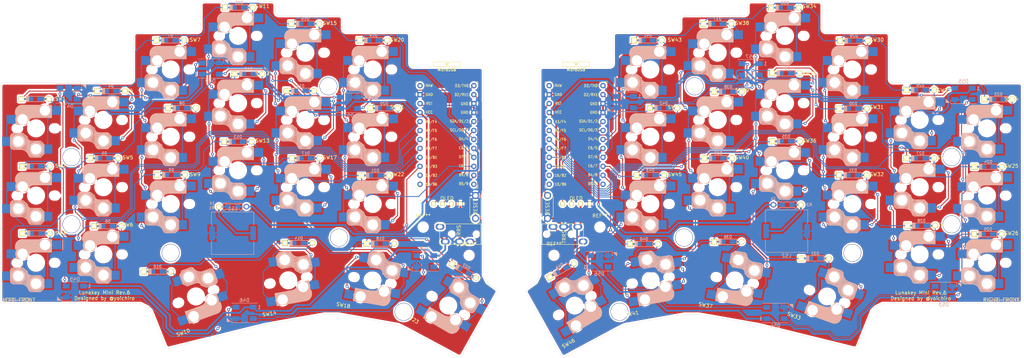
<source format=kicad_pcb>
(kicad_pcb (version 20171130) (host pcbnew "(5.1.7-0-10_14)")
  (title_block (title "Lunakey Mini") (rev 6) (company "Yoichiro Tanaka"))
  (layers (0 F.Cu signal) (31 B.Cu signal) (34 B.Paste user) (35 F.Paste user) (36 B.SilkS user) (37 F.SilkS user) (38 B.Mask user) (39 F.Mask user) (44 Edge.Cuts user))
  (net 0 "")
  (net 1 row0-l)
  (net 2 "Net-(D1-Pad2)")
  (net 3 row1-l)
  (net 4 "Net-(D2-Pad2)")
  (net 5 row2-l)
  (net 6 "Net-(D3-Pad2)")
  (net 7 "Net-(D4-Pad2)")
  (net 8 "Net-(D5-Pad2)")
  (net 9 "Net-(D6-Pad2)")
  (net 10 "Net-(D7-Pad2)")
  (net 11 "Net-(D8-Pad2)")
  (net 12 "Net-(D9-Pad2)")
  (net 13 "Net-(D10-Pad2)")
  (net 14 row3-l)
  (net 15 "Net-(D11-Pad2)")
  (net 16 "Net-(D12-Pad2)")
  (net 17 "Net-(D13-Pad2)")
  (net 18 "Net-(D14-Pad2)")
  (net 19 "Net-(D15-Pad2)")
  (net 20 "Net-(D16-Pad2)")
  (net 21 "Net-(D17-Pad2)")
  (net 22 "Net-(D18-Pad2)")
  (net 23 "Net-(D19-Pad2)")
  (net 24 "Net-(D20-Pad2)")
  (net 25 "Net-(D21-Pad2)")
  (net 26 "Net-(D22-Pad2)")
  (net 27 "Net-(D23-Pad2)")
  (net 28 row0-r)
  (net 29 row1-r)
  (net 30 "Net-(D24-Pad2)")
  (net 31 "Net-(D25-Pad2)")
  (net 32 row2-r)
  (net 33 "Net-(D26-Pad2)")
  (net 34 "Net-(D27-Pad2)")
  (net 35 "Net-(D28-Pad2)")
  (net 36 "Net-(D29-Pad2)")
  (net 37 "Net-(D30-Pad2)")
  (net 38 "Net-(D31-Pad2)")
  (net 39 row3-r)
  (net 40 "Net-(D32-Pad2)")
  (net 41 "Net-(D33-Pad2)")
  (net 42 "Net-(D34-Pad2)")
  (net 43 "Net-(D35-Pad2)")
  (net 44 "Net-(D36-Pad2)")
  (net 45 "Net-(D37-Pad2)")
  (net 46 "Net-(D38-Pad2)")
  (net 47 "Net-(D39-Pad2)")
  (net 48 "Net-(D40-Pad2)")
  (net 49 "Net-(D41-Pad2)")
  (net 50 "Net-(D42-Pad2)")
  (net 51 "Net-(D43-Pad2)")
  (net 52 "Net-(D44-Pad2)")
  (net 53 GND)
  (net 54 VCC)
  (net 55 scl-l)
  (net 56 sda-l)
  (net 57 led-l)
  (net 58 data-l)
  (net 59 "Net-(J3-PadA)")
  (net 60 sda-r)
  (net 61 scl-r)
  (net 62 VDD)
  (net 63 GNDA)
  (net 64 led-r)
  (net 65 "Net-(J6-PadA)")
  (net 66 data-r)
  (net 67 "Net-(LS1-PadP)")
  (net 68 "Net-(LS2-PadP)")
  (net 69 audio-l)
  (net 70 audio-r)
  (net 71 col0-l)
  (net 72 col1-l)
  (net 73 col2-l)
  (net 74 col3-l)
  (net 75 col4-l)
  (net 76 reset-l)
  (net 77 col5-l)
  (net 78 col0-r)
  (net 79 col1-r)
  (net 80 col2-r)
  (net 81 col3-r)
  (net 82 col4-r)
  (net 83 reset-r)
  (net 84 col5-r)
  (net 85 "Net-(U1-Pad12)")
  (net 86 "Net-(U1-Pad13)")
  (net 87 "Net-(U1-Pad14)")
  (net 88 "Net-(U1-Pad24)")
  (net 89 "Net-(U2-Pad24)")
  (net 90 "Net-(U2-Pad14)")
  (net 91 "Net-(U2-Pad13)")
  (net 92 "Net-(U2-Pad12)")
  (net 93 "Net-(D45-Pad2)")
  (net 94 "Net-(D45-Pad4)")
  (net 95 "Net-(D46-Pad2)")
  (net 96 "Net-(D47-Pad4)")
  (net 97 "Net-(D48-Pad2)")
  (net 98 "Net-(D49-Pad4)")
  (net 99 "Net-(D53-Pad2)")
  (net 100 "Net-(D53-Pad4)")
  (net 101 "Net-(D54-Pad2)")
  (net 102 "Net-(D55-Pad4)")
  (net 103 "Net-(D56-Pad2)")
  (net 104 "Net-(D57-Pad4)")
  (module Yoichiro:SPKR_PKLCS1212E4001-R1 (layer B.Cu) (at 285.389039 150.560777)
    (fp_text reference LS2 (at 0 6.96) (layer B.SilkS) (effects (justify mirror)))
    (fp_text value PKLCS1212E4001-R1)
    (fp_text user + (at -7.6 0.7) (layer B.SilkS) (effects (font (thickness 0.015)) (justify mirror)))
    (fp_text user - (at 7.6 0.7) (layer B.SilkS) (effects (font (thickness 0.015)) (justify mirror)))
    (pad N smd rect (at 5.8 0) (size 1.6 4) (layers B.Cu B.Paste B.Mask) (net 63 GNDA))
    (pad P smd rect (at -5.8 0) (size 1.6 4) (layers B.Cu B.Paste B.Mask) (net 68 "Net-(LS2-PadP)"))
  )
  (module Yoichiro:SPKR_PKLCS1212E4001-R1 (layer B.Cu) (at 128.669039 151.150777 180)
    (fp_text reference LS1 (at 0 6.96) (layer B.SilkS) (effects (justify mirror)))
    (fp_text value PKLCS1212E4001-R1)
    (fp_text user + (at -7.6 0.7) (layer B.SilkS) (effects (font (thickness 0.015)) (justify mirror)))
    (fp_text user - (at 7.6 0.7) (layer B.SilkS) (effects (font (thickness 0.015)) (justify mirror)))
    (pad N smd rect (at 5.8 0 180) (size 1.6 4) (layers B.Cu B.Paste B.Mask) (net 53 GND))
    (pad P smd rect (at -5.8 0 180) (size 1.6 4) (layers B.Cu B.Paste B.Mask) (net 67 "Net-(LS1-PadP)"))
  )
  (module Yoichiro:LED_WS2812B (layer B.Cu) (at 239.625 114.025 180)
    (fp_text reference D59 (at 0 3.57) (layer B.SilkS) (effects (justify mirror)))
    (fp_text value WS2812B)
    (fp_text user 1 (at -4.15 1.6) (layer B.SilkS) (effects (justify mirror)))
    (pad 1 smd rect (at -2.45 1.6 180) (size 1.9 1.4) (layers B.Cu B.Paste B.Mask) (net 62 VDD))
    (pad 2 smd rect (at -2.45 -1.6 180) (size 1.9 1.4) (layers B.Cu B.Paste B.Mask) (net 104 "Net-(D57-Pad4)"))
    (pad 4 smd rect (at 2.45 1.6 180) (size 1.9 1.4) (layers B.Cu B.Paste B.Mask) (net 64 led-r))
    (pad 3 smd rect (at 2.45 -1.6 180) (size 1.9 1.4) (layers B.Cu B.Paste B.Mask) (net 63 GNDA))
  )
  (module Yoichiro:LED_WS2812B (layer B.Cu) (at 275.225 104.725 180)
    (fp_text reference D57 (at 0 3.57) (layer B.SilkS) (effects (justify mirror)))
    (fp_text value WS2812B)
    (fp_text user 1 (at -4.15 1.6) (layer B.SilkS) (effects (justify mirror)))
    (pad 1 smd rect (at -2.45 1.6 180) (size 1.9 1.4) (layers B.Cu B.Paste B.Mask) (net 62 VDD))
    (pad 2 smd rect (at -2.45 -1.6 180) (size 1.9 1.4) (layers B.Cu B.Paste B.Mask) (net 102 "Net-(D55-Pad4)"))
    (pad 4 smd rect (at 2.45 1.6 180) (size 1.9 1.4) (layers B.Cu B.Paste B.Mask) (net 104 "Net-(D57-Pad4)"))
    (pad 3 smd rect (at 2.45 -1.6 180) (size 1.9 1.4) (layers B.Cu B.Paste B.Mask) (net 63 GNDA))
  )
  (module Yoichiro:LED_WS2812B (layer B.Cu) (at 232.425 159.125)
    (fp_text reference D56 (at 0 3.57) (layer B.SilkS) (effects (justify mirror)))
    (fp_text value WS2812B)
    (fp_text user 1 (at -4.15 1.6) (layer B.SilkS) (effects (justify mirror)))
    (pad 1 smd rect (at -2.45 1.6) (size 1.9 1.4) (layers B.Cu B.Paste B.Mask) (net 62 VDD))
    (pad 2 smd rect (at -2.45 -1.6) (size 1.9 1.4) (layers B.Cu B.Paste B.Mask) (net 103 "Net-(D56-Pad2)"))
    (pad 4 smd rect (at 2.45 1.6) (size 1.9 1.4) (layers B.Cu B.Paste B.Mask) (net 101 "Net-(D54-Pad2)"))
    (pad 3 smd rect (at 2.45 -1.6) (size 1.9 1.4) (layers B.Cu B.Paste B.Mask) (net 63 GNDA))
  )
  (module Yoichiro:LED_WS2812B (layer B.Cu) (at 335.415 111.695 180)
    (fp_text reference D55 (at 0 3.57) (layer B.SilkS) (effects (justify mirror)))
    (fp_text value WS2812B)
    (fp_text user 1 (at -4.15 1.6) (layer B.SilkS) (effects (justify mirror)))
    (pad 1 smd rect (at -2.45 1.6 180) (size 1.9 1.4) (layers B.Cu B.Paste B.Mask) (net 62 VDD))
    (pad 2 smd rect (at -2.45 -1.6 180) (size 1.9 1.4) (layers B.Cu B.Paste B.Mask) (net 100 "Net-(D53-Pad4)"))
    (pad 4 smd rect (at 2.45 1.6 180) (size 1.9 1.4) (layers B.Cu B.Paste B.Mask) (net 102 "Net-(D55-Pad4)"))
    (pad 3 smd rect (at 2.45 -1.6 180) (size 1.9 1.4) (layers B.Cu B.Paste B.Mask) (net 63 GNDA))
  )
  (module Yoichiro:LED_WS2812B (layer B.Cu) (at 282.215 173.755)
    (fp_text reference D54 (at 0 3.57) (layer B.SilkS) (effects (justify mirror)))
    (fp_text value WS2812B)
    (fp_text user 1 (at -4.15 1.6) (layer B.SilkS) (effects (justify mirror)))
    (pad 1 smd rect (at -2.45 1.6) (size 1.9 1.4) (layers B.Cu B.Paste B.Mask) (net 62 VDD))
    (pad 2 smd rect (at -2.45 -1.6) (size 1.9 1.4) (layers B.Cu B.Paste B.Mask) (net 101 "Net-(D54-Pad2)"))
    (pad 4 smd rect (at 2.45 1.6) (size 1.9 1.4) (layers B.Cu B.Paste B.Mask) (net 99 "Net-(D53-Pad2)"))
    (pad 3 smd rect (at 2.45 -1.6) (size 1.9 1.4) (layers B.Cu B.Paste B.Mask) (net 63 GNDA))
  )
  (module Yoichiro:LED_WS2812B (layer B.Cu) (at 329.865 167.795)
    (fp_text reference D53 (at 0 3.57) (layer B.SilkS) (effects (justify mirror)))
    (fp_text value WS2812B)
    (fp_text user 1 (at -4.15 1.6) (layer B.SilkS) (effects (justify mirror)))
    (pad 1 smd rect (at -2.45 1.6) (size 1.9 1.4) (layers B.Cu B.Paste B.Mask) (net 62 VDD))
    (pad 2 smd rect (at -2.45 -1.6) (size 1.9 1.4) (layers B.Cu B.Paste B.Mask) (net 99 "Net-(D53-Pad2)"))
    (pad 4 smd rect (at 2.45 1.6) (size 1.9 1.4) (layers B.Cu B.Paste B.Mask) (net 100 "Net-(D53-Pad4)"))
    (pad 3 smd rect (at 2.45 -1.6) (size 1.9 1.4) (layers B.Cu B.Paste B.Mask) (net 63 GNDA))
  )
  (module Yoichiro:LED_WS2812B (layer B.Cu) (at 161.515 114.235)
    (fp_text reference D51 (at 0 3.57) (layer B.SilkS) (effects (justify mirror)))
    (fp_text value WS2812B)
    (fp_text user 1 (at -4.15 1.6) (layer B.SilkS) (effects (justify mirror)))
    (pad 1 smd rect (at -2.45 1.6) (size 1.9 1.4) (layers B.Cu B.Paste B.Mask) (net 54 VCC))
    (pad 2 smd rect (at -2.45 -1.6) (size 1.9 1.4) (layers B.Cu B.Paste B.Mask) (net 98 "Net-(D49-Pad4)"))
    (pad 4 smd rect (at 2.45 1.6) (size 1.9 1.4) (layers B.Cu B.Paste B.Mask) (net 57 led-l))
    (pad 3 smd rect (at 2.45 -1.6) (size 1.9 1.4) (layers B.Cu B.Paste B.Mask) (net 53 GND))
  )
  (module Yoichiro:LED_WS2812B (layer B.Cu) (at 122.425 104.525)
    (fp_text reference D49 (at 0 3.57) (layer B.SilkS) (effects (justify mirror)))
    (fp_text value WS2812B)
    (fp_text user 1 (at -4.15 1.6) (layer B.SilkS) (effects (justify mirror)))
    (pad 1 smd rect (at -2.45 1.6) (size 1.9 1.4) (layers B.Cu B.Paste B.Mask) (net 54 VCC))
    (pad 2 smd rect (at -2.45 -1.6) (size 1.9 1.4) (layers B.Cu B.Paste B.Mask) (net 96 "Net-(D47-Pad4)"))
    (pad 4 smd rect (at 2.45 1.6) (size 1.9 1.4) (layers B.Cu B.Paste B.Mask) (net 98 "Net-(D49-Pad4)"))
    (pad 3 smd rect (at 2.45 -1.6) (size 1.9 1.4) (layers B.Cu B.Paste B.Mask) (net 53 GND))
  )
  (module Yoichiro:LED_WS2812B (layer B.Cu) (at 183.125 159.125 180)
    (fp_text reference D48 (at 0 3.57) (layer B.SilkS) (effects (justify mirror)))
    (fp_text value WS2812B)
    (fp_text user 1 (at -4.15 1.6) (layer B.SilkS) (effects (justify mirror)))
    (pad 1 smd rect (at -2.45 1.6 180) (size 1.9 1.4) (layers B.Cu B.Paste B.Mask) (net 54 VCC))
    (pad 2 smd rect (at -2.45 -1.6 180) (size 1.9 1.4) (layers B.Cu B.Paste B.Mask) (net 97 "Net-(D48-Pad2)"))
    (pad 4 smd rect (at 2.45 1.6 180) (size 1.9 1.4) (layers B.Cu B.Paste B.Mask) (net 95 "Net-(D46-Pad2)"))
    (pad 3 smd rect (at 2.45 -1.6 180) (size 1.9 1.4) (layers B.Cu B.Paste B.Mask) (net 53 GND))
  )
  (module Yoichiro:LED_WS2812B (layer B.Cu) (at 82.255 111.605)
    (fp_text reference D47 (at 0 3.57) (layer B.SilkS) (effects (justify mirror)))
    (fp_text value WS2812B)
    (fp_text user 1 (at -4.15 1.6) (layer B.SilkS) (effects (justify mirror)))
    (pad 1 smd rect (at -2.45 1.6) (size 1.9 1.4) (layers B.Cu B.Paste B.Mask) (net 54 VCC))
    (pad 2 smd rect (at -2.45 -1.6) (size 1.9 1.4) (layers B.Cu B.Paste B.Mask) (net 94 "Net-(D45-Pad4)"))
    (pad 4 smd rect (at 2.45 1.6) (size 1.9 1.4) (layers B.Cu B.Paste B.Mask) (net 96 "Net-(D47-Pad4)"))
    (pad 3 smd rect (at 2.45 -1.6) (size 1.9 1.4) (layers B.Cu B.Paste B.Mask) (net 53 GND))
  )
  (module Yoichiro:LED_WS2812B (layer B.Cu) (at 132.025 173.725 180)
    (fp_text reference D46 (at 0 3.57) (layer B.SilkS) (effects (justify mirror)))
    (fp_text value WS2812B)
    (fp_text user 1 (at -4.15 1.6) (layer B.SilkS) (effects (justify mirror)))
    (pad 1 smd rect (at -2.45 1.6 180) (size 1.9 1.4) (layers B.Cu B.Paste B.Mask) (net 54 VCC))
    (pad 2 smd rect (at -2.45 -1.6 180) (size 1.9 1.4) (layers B.Cu B.Paste B.Mask) (net 95 "Net-(D46-Pad2)"))
    (pad 4 smd rect (at 2.45 1.6 180) (size 1.9 1.4) (layers B.Cu B.Paste B.Mask) (net 93 "Net-(D45-Pad2)"))
    (pad 3 smd rect (at 2.45 -1.6 180) (size 1.9 1.4) (layers B.Cu B.Paste B.Mask) (net 53 GND))
  )
  (module Yoichiro:LED_WS2812B (layer B.Cu) (at 84.025 167.725 180)
    (fp_text reference D45 (at 0 3.57) (layer B.SilkS) (effects (justify mirror)))
    (fp_text value WS2812B)
    (fp_text user 1 (at -4.15 1.6) (layer B.SilkS) (effects (justify mirror)))
    (pad 1 smd rect (at -2.45 1.6 180) (size 1.9 1.4) (layers B.Cu B.Paste B.Mask) (net 54 VCC))
    (pad 2 smd rect (at -2.45 -1.6 180) (size 1.9 1.4) (layers B.Cu B.Paste B.Mask) (net 93 "Net-(D45-Pad2)"))
    (pad 4 smd rect (at 2.45 1.6 180) (size 1.9 1.4) (layers B.Cu B.Paste B.Mask) (net 94 "Net-(D45-Pad4)"))
    (pad 3 smd rect (at 2.45 -1.6 180) (size 1.9 1.4) (layers B.Cu B.Paste B.Mask) (net 53 GND))
  )
  (module Yoichiro:CherryMX_Choco_Hotswap (layer F.Cu) (at 225.450431 171.667169 210)
    (fp_text reference SW46 (at 6.9 -8.4 30) (layer F.SilkS))
    (fp_text value SW_PUSH)
    (pad "" np_thru_hole circle (at -5.5 0 300) (size 1.9 1.9) (drill 1.9) (layers *.Cu))
    (pad "" np_thru_hole circle (at 0 0 300) (size 4.1 4.1) (drill 4.1) (layers *.Cu))
    (pad 1 smd rect (at -8.3 3.7 30) (size 2.6 2.6) (layers B.Cu B.Paste B.Mask) (net 84 col5-r))
    (pad "" np_thru_hole circle (at 5.5 0 300) (size 1.9 1.9) (drill 1.9) (layers *.Cu))
    (pad 2 smd rect (at 3.3 5.9 30) (size 2.6 2.6) (layers B.Cu B.Paste B.Mask) (net 52 "Net-(D44-Pad2)"))
    (pad "" np_thru_hole circle (at 0 5.9 300) (size 3 3) (drill 3) (layers *.Cu *.Mask))
    (pad "" np_thru_hole circle (at -5 3.7 300) (size 3 3) (drill 3) (layers *.Cu *.Mask))
    (pad "" np_thru_hole circle (at 5.08 0 210) (size 1.9 1.9) (drill 1.9) (layers *.Cu *.Mask))
    (pad "" np_thru_hole circle (at 2.54 -5.08 210) (size 3 3) (drill 3) (layers *.Cu *.Mask))
    (pad "" np_thru_hole circle (at -5.08 0 210) (size 1.9 1.9) (drill 1.9) (layers *.Cu *.Mask))
    (pad 2 smd rect (at 5.842 -5.08 30) (size 2.55 2.5) (layers B.Cu B.Paste B.Mask) (net 52 "Net-(D44-Pad2)"))
    (pad 1 smd rect (at -7.085 -2.54 30) (size 2.55 2.5) (layers B.Cu B.Paste B.Mask) (net 84 col5-r))
    (pad "" np_thru_hole circle (at -3.81 -2.54 210) (size 3 3) (drill 3) (layers *.Cu *.Mask))
  )
  (module Yoichiro:CherryMX_Choco_Hotswap (layer F.Cu) (at 246.83125 142.881245)
    (fp_text reference SW45 (at 6.9 -8.4) (layer F.SilkS))
    (fp_text value SW_PUSH)
    (pad "" np_thru_hole circle (at -5.5 0 90) (size 1.9 1.9) (drill 1.9) (layers *.Cu))
    (pad "" np_thru_hole circle (at 0 0 90) (size 4.1 4.1) (drill 4.1) (layers *.Cu))
    (pad 1 smd rect (at -8.3 3.7 180) (size 2.6 2.6) (layers B.Cu B.Paste B.Mask) (net 84 col5-r))
    (pad "" np_thru_hole circle (at 5.5 0 90) (size 1.9 1.9) (drill 1.9) (layers *.Cu))
    (pad 2 smd rect (at 3.3 5.9 180) (size 2.6 2.6) (layers B.Cu B.Paste B.Mask) (net 51 "Net-(D43-Pad2)"))
    (pad "" np_thru_hole circle (at 0 5.9 90) (size 3 3) (drill 3) (layers *.Cu *.Mask))
    (pad "" np_thru_hole circle (at -5 3.7 90) (size 3 3) (drill 3) (layers *.Cu *.Mask))
    (pad "" np_thru_hole circle (at 5.08 0) (size 1.9 1.9) (drill 1.9) (layers *.Cu *.Mask))
    (pad "" np_thru_hole circle (at 2.54 -5.08) (size 3 3) (drill 3) (layers *.Cu *.Mask))
    (pad "" np_thru_hole circle (at -5.08 0) (size 1.9 1.9) (drill 1.9) (layers *.Cu *.Mask))
    (pad 2 smd rect (at 5.842 -5.08 180) (size 2.55 2.5) (layers B.Cu B.Paste B.Mask) (net 51 "Net-(D43-Pad2)"))
    (pad 1 smd rect (at -7.085 -2.54 180) (size 2.55 2.5) (layers B.Cu B.Paste B.Mask) (net 84 col5-r))
    (pad "" np_thru_hole circle (at -3.81 -2.54) (size 3 3) (drill 3) (layers *.Cu *.Mask))
  )
  (module Yoichiro:CherryMX_Choco_Hotswap (layer F.Cu) (at 246.83125 123.831255)
    (fp_text reference SW44 (at 6.9 -8.4) (layer F.SilkS))
    (fp_text value SW_PUSH)
    (pad "" np_thru_hole circle (at -5.5 0 90) (size 1.9 1.9) (drill 1.9) (layers *.Cu))
    (pad "" np_thru_hole circle (at 0 0 90) (size 4.1 4.1) (drill 4.1) (layers *.Cu))
    (pad 1 smd rect (at -8.3 3.7 180) (size 2.6 2.6) (layers B.Cu B.Paste B.Mask) (net 84 col5-r))
    (pad "" np_thru_hole circle (at 5.5 0 90) (size 1.9 1.9) (drill 1.9) (layers *.Cu))
    (pad 2 smd rect (at 3.3 5.9 180) (size 2.6 2.6) (layers B.Cu B.Paste B.Mask) (net 50 "Net-(D42-Pad2)"))
    (pad "" np_thru_hole circle (at 0 5.9 90) (size 3 3) (drill 3) (layers *.Cu *.Mask))
    (pad "" np_thru_hole circle (at -5 3.7 90) (size 3 3) (drill 3) (layers *.Cu *.Mask))
    (pad "" np_thru_hole circle (at 5.08 0) (size 1.9 1.9) (drill 1.9) (layers *.Cu *.Mask))
    (pad "" np_thru_hole circle (at 2.54 -5.08) (size 3 3) (drill 3) (layers *.Cu *.Mask))
    (pad "" np_thru_hole circle (at -5.08 0) (size 1.9 1.9) (drill 1.9) (layers *.Cu *.Mask))
    (pad 2 smd rect (at 5.842 -5.08 180) (size 2.55 2.5) (layers B.Cu B.Paste B.Mask) (net 50 "Net-(D42-Pad2)"))
    (pad 1 smd rect (at -7.085 -2.54 180) (size 2.55 2.5) (layers B.Cu B.Paste B.Mask) (net 84 col5-r))
    (pad "" np_thru_hole circle (at -3.81 -2.54) (size 3 3) (drill 3) (layers *.Cu *.Mask))
  )
  (module Yoichiro:CherryMX_Choco_Hotswap (layer F.Cu) (at 246.83125 104.781255)
    (fp_text reference SW43 (at 6.9 -8.4) (layer F.SilkS))
    (fp_text value SW_PUSH)
    (pad "" np_thru_hole circle (at -5.5 0 90) (size 1.9 1.9) (drill 1.9) (layers *.Cu))
    (pad "" np_thru_hole circle (at 0 0 90) (size 4.1 4.1) (drill 4.1) (layers *.Cu))
    (pad 1 smd rect (at -8.3 3.7 180) (size 2.6 2.6) (layers B.Cu B.Paste B.Mask) (net 84 col5-r))
    (pad "" np_thru_hole circle (at 5.5 0 90) (size 1.9 1.9) (drill 1.9) (layers *.Cu))
    (pad 2 smd rect (at 3.3 5.9 180) (size 2.6 2.6) (layers B.Cu B.Paste B.Mask) (net 49 "Net-(D41-Pad2)"))
    (pad "" np_thru_hole circle (at 0 5.9 90) (size 3 3) (drill 3) (layers *.Cu *.Mask))
    (pad "" np_thru_hole circle (at -5 3.7 90) (size 3 3) (drill 3) (layers *.Cu *.Mask))
    (pad "" np_thru_hole circle (at 5.08 0) (size 1.9 1.9) (drill 1.9) (layers *.Cu *.Mask))
    (pad "" np_thru_hole circle (at 2.54 -5.08) (size 3 3) (drill 3) (layers *.Cu *.Mask))
    (pad "" np_thru_hole circle (at -5.08 0) (size 1.9 1.9) (drill 1.9) (layers *.Cu *.Mask))
    (pad 2 smd rect (at 5.842 -5.08 180) (size 2.55 2.5) (layers B.Cu B.Paste B.Mask) (net 49 "Net-(D41-Pad2)"))
    (pad 1 smd rect (at -7.085 -2.54 180) (size 2.55 2.5) (layers B.Cu B.Paste B.Mask) (net 84 col5-r))
    (pad "" np_thru_hole circle (at -3.81 -2.54) (size 3 3) (drill 3) (layers *.Cu *.Mask))
  )
  (module Yoichiro:CherryMX_Choco_Hotswap (layer F.Cu) (at 246.905431 164.492169 190)
    (fp_text reference SW41 (at 6.9 -8.4 10) (layer F.SilkS))
    (fp_text value SW_PUSH)
    (pad "" np_thru_hole circle (at -5.5 0 280) (size 1.9 1.9) (drill 1.9) (layers *.Cu))
    (pad "" np_thru_hole circle (at 0 0 280) (size 4.1 4.1) (drill 4.1) (layers *.Cu))
    (pad 1 smd rect (at -8.3 3.7 10) (size 2.6 2.6) (layers B.Cu B.Paste B.Mask) (net 82 col4-r))
    (pad "" np_thru_hole circle (at 5.5 0 280) (size 1.9 1.9) (drill 1.9) (layers *.Cu))
    (pad 2 smd rect (at 3.3 5.9 10) (size 2.6 2.6) (layers B.Cu B.Paste B.Mask) (net 48 "Net-(D40-Pad2)"))
    (pad "" np_thru_hole circle (at 0 5.9 280) (size 3 3) (drill 3) (layers *.Cu *.Mask))
    (pad "" np_thru_hole circle (at -5 3.7 280) (size 3 3) (drill 3) (layers *.Cu *.Mask))
    (pad "" np_thru_hole circle (at 5.08 0 190) (size 1.9 1.9) (drill 1.9) (layers *.Cu *.Mask))
    (pad "" np_thru_hole circle (at 2.54 -5.08 190) (size 3 3) (drill 3) (layers *.Cu *.Mask))
    (pad "" np_thru_hole circle (at -5.08 0 190) (size 1.9 1.9) (drill 1.9) (layers *.Cu *.Mask))
    (pad 2 smd rect (at 5.842 -5.08 10) (size 2.55 2.5) (layers B.Cu B.Paste B.Mask) (net 48 "Net-(D40-Pad2)"))
    (pad 1 smd rect (at -7.085 -2.54 10) (size 2.55 2.5) (layers B.Cu B.Paste B.Mask) (net 82 col4-r))
    (pad "" np_thru_hole circle (at -3.81 -2.54 190) (size 3 3) (drill 3) (layers *.Cu *.Mask))
  )
  (module Yoichiro:CherryMX_Choco_Hotswap (layer F.Cu) (at 265.88126 138.118755)
    (fp_text reference SW40 (at 6.9 -8.4) (layer F.SilkS))
    (fp_text value SW_PUSH)
    (pad "" np_thru_hole circle (at -5.5 0 90) (size 1.9 1.9) (drill 1.9) (layers *.Cu))
    (pad "" np_thru_hole circle (at 0 0 90) (size 4.1 4.1) (drill 4.1) (layers *.Cu))
    (pad 1 smd rect (at -8.3 3.7 180) (size 2.6 2.6) (layers B.Cu B.Paste B.Mask) (net 82 col4-r))
    (pad "" np_thru_hole circle (at 5.5 0 90) (size 1.9 1.9) (drill 1.9) (layers *.Cu))
    (pad 2 smd rect (at 3.3 5.9 180) (size 2.6 2.6) (layers B.Cu B.Paste B.Mask) (net 47 "Net-(D39-Pad2)"))
    (pad "" np_thru_hole circle (at 0 5.9 90) (size 3 3) (drill 3) (layers *.Cu *.Mask))
    (pad "" np_thru_hole circle (at -5 3.7 90) (size 3 3) (drill 3) (layers *.Cu *.Mask))
    (pad "" np_thru_hole circle (at 5.08 0) (size 1.9 1.9) (drill 1.9) (layers *.Cu *.Mask))
    (pad "" np_thru_hole circle (at 2.54 -5.08) (size 3 3) (drill 3) (layers *.Cu *.Mask))
    (pad "" np_thru_hole circle (at -5.08 0) (size 1.9 1.9) (drill 1.9) (layers *.Cu *.Mask))
    (pad 2 smd rect (at 5.842 -5.08 180) (size 2.55 2.5) (layers B.Cu B.Paste B.Mask) (net 47 "Net-(D39-Pad2)"))
    (pad 1 smd rect (at -7.085 -2.54 180) (size 2.55 2.5) (layers B.Cu B.Paste B.Mask) (net 82 col4-r))
    (pad "" np_thru_hole circle (at -3.81 -2.54) (size 3 3) (drill 3) (layers *.Cu *.Mask))
  )
  (module Yoichiro:CherryMX_Choco_Hotswap (layer F.Cu) (at 265.88126 119.068755)
    (fp_text reference SW39 (at 6.9 -8.4) (layer F.SilkS))
    (fp_text value SW_PUSH)
    (pad "" np_thru_hole circle (at -5.5 0 90) (size 1.9 1.9) (drill 1.9) (layers *.Cu))
    (pad "" np_thru_hole circle (at 0 0 90) (size 4.1 4.1) (drill 4.1) (layers *.Cu))
    (pad 1 smd rect (at -8.3 3.7 180) (size 2.6 2.6) (layers B.Cu B.Paste B.Mask) (net 82 col4-r))
    (pad "" np_thru_hole circle (at 5.5 0 90) (size 1.9 1.9) (drill 1.9) (layers *.Cu))
    (pad 2 smd rect (at 3.3 5.9 180) (size 2.6 2.6) (layers B.Cu B.Paste B.Mask) (net 46 "Net-(D38-Pad2)"))
    (pad "" np_thru_hole circle (at 0 5.9 90) (size 3 3) (drill 3) (layers *.Cu *.Mask))
    (pad "" np_thru_hole circle (at -5 3.7 90) (size 3 3) (drill 3) (layers *.Cu *.Mask))
    (pad "" np_thru_hole circle (at 5.08 0) (size 1.9 1.9) (drill 1.9) (layers *.Cu *.Mask))
    (pad "" np_thru_hole circle (at 2.54 -5.08) (size 3 3) (drill 3) (layers *.Cu *.Mask))
    (pad "" np_thru_hole circle (at -5.08 0) (size 1.9 1.9) (drill 1.9) (layers *.Cu *.Mask))
    (pad 2 smd rect (at 5.842 -5.08 180) (size 2.55 2.5) (layers B.Cu B.Paste B.Mask) (net 46 "Net-(D38-Pad2)"))
    (pad 1 smd rect (at -7.085 -2.54 180) (size 2.55 2.5) (layers B.Cu B.Paste B.Mask) (net 82 col4-r))
    (pad "" np_thru_hole circle (at -3.81 -2.54) (size 3 3) (drill 3) (layers *.Cu *.Mask))
  )
  (module Yoichiro:CherryMX_Choco_Hotswap (layer F.Cu) (at 265.88126 100.018755)
    (fp_text reference SW38 (at 6.9 -8.4) (layer F.SilkS))
    (fp_text value SW_PUSH)
    (pad "" np_thru_hole circle (at -5.5 0 90) (size 1.9 1.9) (drill 1.9) (layers *.Cu))
    (pad "" np_thru_hole circle (at 0 0 90) (size 4.1 4.1) (drill 4.1) (layers *.Cu))
    (pad 1 smd rect (at -8.3 3.7 180) (size 2.6 2.6) (layers B.Cu B.Paste B.Mask) (net 82 col4-r))
    (pad "" np_thru_hole circle (at 5.5 0 90) (size 1.9 1.9) (drill 1.9) (layers *.Cu))
    (pad 2 smd rect (at 3.3 5.9 180) (size 2.6 2.6) (layers B.Cu B.Paste B.Mask) (net 45 "Net-(D37-Pad2)"))
    (pad "" np_thru_hole circle (at 0 5.9 90) (size 3 3) (drill 3) (layers *.Cu *.Mask))
    (pad "" np_thru_hole circle (at -5 3.7 90) (size 3 3) (drill 3) (layers *.Cu *.Mask))
    (pad "" np_thru_hole circle (at 5.08 0) (size 1.9 1.9) (drill 1.9) (layers *.Cu *.Mask))
    (pad "" np_thru_hole circle (at 2.54 -5.08) (size 3 3) (drill 3) (layers *.Cu *.Mask))
    (pad "" np_thru_hole circle (at -5.08 0) (size 1.9 1.9) (drill 1.9) (layers *.Cu *.Mask))
    (pad 2 smd rect (at 5.842 -5.08 180) (size 2.55 2.5) (layers B.Cu B.Paste B.Mask) (net 45 "Net-(D37-Pad2)"))
    (pad 1 smd rect (at -7.085 -2.54 180) (size 2.55 2.5) (layers B.Cu B.Paste B.Mask) (net 82 col4-r))
    (pad "" np_thru_hole circle (at -3.81 -2.54) (size 3 3) (drill 3) (layers *.Cu *.Mask))
  )
  (module Yoichiro:CherryMX_Choco_Hotswap (layer F.Cu) (at 270.715431 164.502169 170)
    (fp_text reference SW37 (at 6.9 -8.4 170) (layer F.SilkS))
    (fp_text value SW_PUSH)
    (pad "" np_thru_hole circle (at -5.5 0 260) (size 1.9 1.9) (drill 1.9) (layers *.Cu))
    (pad "" np_thru_hole circle (at 0 0 260) (size 4.1 4.1) (drill 4.1) (layers *.Cu))
    (pad 1 smd rect (at -8.3 3.7 350) (size 2.6 2.6) (layers B.Cu B.Paste B.Mask) (net 81 col3-r))
    (pad "" np_thru_hole circle (at 5.5 0 260) (size 1.9 1.9) (drill 1.9) (layers *.Cu))
    (pad 2 smd rect (at 3.3 5.9 350) (size 2.6 2.6) (layers B.Cu B.Paste B.Mask) (net 44 "Net-(D36-Pad2)"))
    (pad "" np_thru_hole circle (at 0 5.9 260) (size 3 3) (drill 3) (layers *.Cu *.Mask))
    (pad "" np_thru_hole circle (at -5 3.7 260) (size 3 3) (drill 3) (layers *.Cu *.Mask))
    (pad "" np_thru_hole circle (at 5.08 0 170) (size 1.9 1.9) (drill 1.9) (layers *.Cu *.Mask))
    (pad "" np_thru_hole circle (at 2.54 -5.08 170) (size 3 3) (drill 3) (layers *.Cu *.Mask))
    (pad "" np_thru_hole circle (at -5.08 0 170) (size 1.9 1.9) (drill 1.9) (layers *.Cu *.Mask))
    (pad 2 smd rect (at 5.842 -5.08 350) (size 2.55 2.5) (layers B.Cu B.Paste B.Mask) (net 44 "Net-(D36-Pad2)"))
    (pad 1 smd rect (at -7.085 -2.54 350) (size 2.55 2.5) (layers B.Cu B.Paste B.Mask) (net 81 col3-r))
    (pad "" np_thru_hole circle (at -3.81 -2.54 170) (size 3 3) (drill 3) (layers *.Cu *.Mask))
  )
  (module Yoichiro:CherryMX_Choco_Hotswap (layer F.Cu) (at 284.93125 133.35625)
    (fp_text reference SW36 (at 6.9 -8.4) (layer F.SilkS))
    (fp_text value SW_PUSH)
    (pad "" np_thru_hole circle (at -5.5 0 90) (size 1.9 1.9) (drill 1.9) (layers *.Cu))
    (pad "" np_thru_hole circle (at 0 0 90) (size 4.1 4.1) (drill 4.1) (layers *.Cu))
    (pad 1 smd rect (at -8.3 3.7 180) (size 2.6 2.6) (layers B.Cu B.Paste B.Mask) (net 81 col3-r))
    (pad "" np_thru_hole circle (at 5.5 0 90) (size 1.9 1.9) (drill 1.9) (layers *.Cu))
    (pad 2 smd rect (at 3.3 5.9 180) (size 2.6 2.6) (layers B.Cu B.Paste B.Mask) (net 43 "Net-(D35-Pad2)"))
    (pad "" np_thru_hole circle (at 0 5.9 90) (size 3 3) (drill 3) (layers *.Cu *.Mask))
    (pad "" np_thru_hole circle (at -5 3.7 90) (size 3 3) (drill 3) (layers *.Cu *.Mask))
    (pad "" np_thru_hole circle (at 5.08 0) (size 1.9 1.9) (drill 1.9) (layers *.Cu *.Mask))
    (pad "" np_thru_hole circle (at 2.54 -5.08) (size 3 3) (drill 3) (layers *.Cu *.Mask))
    (pad "" np_thru_hole circle (at -5.08 0) (size 1.9 1.9) (drill 1.9) (layers *.Cu *.Mask))
    (pad 2 smd rect (at 5.842 -5.08 180) (size 2.55 2.5) (layers B.Cu B.Paste B.Mask) (net 43 "Net-(D35-Pad2)"))
    (pad 1 smd rect (at -7.085 -2.54 180) (size 2.55 2.5) (layers B.Cu B.Paste B.Mask) (net 81 col3-r))
    (pad "" np_thru_hole circle (at -3.81 -2.54) (size 3 3) (drill 3) (layers *.Cu *.Mask))
  )
  (module Yoichiro:CherryMX_Choco_Hotswap (layer F.Cu) (at 284.93125 114.30625)
    (fp_text reference SW35 (at 6.9 -8.4) (layer F.SilkS))
    (fp_text value SW_PUSH)
    (pad "" np_thru_hole circle (at -5.5 0 90) (size 1.9 1.9) (drill 1.9) (layers *.Cu))
    (pad "" np_thru_hole circle (at 0 0 90) (size 4.1 4.1) (drill 4.1) (layers *.Cu))
    (pad 1 smd rect (at -8.3 3.7 180) (size 2.6 2.6) (layers B.Cu B.Paste B.Mask) (net 81 col3-r))
    (pad "" np_thru_hole circle (at 5.5 0 90) (size 1.9 1.9) (drill 1.9) (layers *.Cu))
    (pad 2 smd rect (at 3.3 5.9 180) (size 2.6 2.6) (layers B.Cu B.Paste B.Mask) (net 42 "Net-(D34-Pad2)"))
    (pad "" np_thru_hole circle (at 0 5.9 90) (size 3 3) (drill 3) (layers *.Cu *.Mask))
    (pad "" np_thru_hole circle (at -5 3.7 90) (size 3 3) (drill 3) (layers *.Cu *.Mask))
    (pad "" np_thru_hole circle (at 5.08 0) (size 1.9 1.9) (drill 1.9) (layers *.Cu *.Mask))
    (pad "" np_thru_hole circle (at 2.54 -5.08) (size 3 3) (drill 3) (layers *.Cu *.Mask))
    (pad "" np_thru_hole circle (at -5.08 0) (size 1.9 1.9) (drill 1.9) (layers *.Cu *.Mask))
    (pad 2 smd rect (at 5.842 -5.08 180) (size 2.55 2.5) (layers B.Cu B.Paste B.Mask) (net 42 "Net-(D34-Pad2)"))
    (pad 1 smd rect (at -7.085 -2.54 180) (size 2.55 2.5) (layers B.Cu B.Paste B.Mask) (net 81 col3-r))
    (pad "" np_thru_hole circle (at -3.81 -2.54) (size 3 3) (drill 3) (layers *.Cu *.Mask))
  )
  (module Yoichiro:CherryMX_Choco_Hotswap (layer F.Cu) (at 284.93125 95.25625)
    (fp_text reference SW34 (at 6.9 -8.4) (layer F.SilkS))
    (fp_text value SW_PUSH)
    (pad "" np_thru_hole circle (at -5.5 0 90) (size 1.9 1.9) (drill 1.9) (layers *.Cu))
    (pad "" np_thru_hole circle (at 0 0 90) (size 4.1 4.1) (drill 4.1) (layers *.Cu))
    (pad 1 smd rect (at -8.3 3.7 180) (size 2.6 2.6) (layers B.Cu B.Paste B.Mask) (net 81 col3-r))
    (pad "" np_thru_hole circle (at 5.5 0 90) (size 1.9 1.9) (drill 1.9) (layers *.Cu))
    (pad 2 smd rect (at 3.3 5.9 180) (size 2.6 2.6) (layers B.Cu B.Paste B.Mask) (net 41 "Net-(D33-Pad2)"))
    (pad "" np_thru_hole circle (at 0 5.9 90) (size 3 3) (drill 3) (layers *.Cu *.Mask))
    (pad "" np_thru_hole circle (at -5 3.7 90) (size 3 3) (drill 3) (layers *.Cu *.Mask))
    (pad "" np_thru_hole circle (at 5.08 0) (size 1.9 1.9) (drill 1.9) (layers *.Cu *.Mask))
    (pad "" np_thru_hole circle (at 2.54 -5.08) (size 3 3) (drill 3) (layers *.Cu *.Mask))
    (pad "" np_thru_hole circle (at -5.08 0) (size 1.9 1.9) (drill 1.9) (layers *.Cu *.Mask))
    (pad 2 smd rect (at 5.842 -5.08 180) (size 2.55 2.5) (layers B.Cu B.Paste B.Mask) (net 41 "Net-(D33-Pad2)"))
    (pad 1 smd rect (at -7.085 -2.54 180) (size 2.55 2.5) (layers B.Cu B.Paste B.Mask) (net 81 col3-r))
    (pad "" np_thru_hole circle (at -3.81 -2.54) (size 3 3) (drill 3) (layers *.Cu *.Mask))
  )
  (module Yoichiro:CherryMX_Choco_Hotswap (layer F.Cu) (at 296.835431 169.072169 160)
    (fp_text reference SW33 (at 6.9 -8.4 160) (layer F.SilkS))
    (fp_text value SW_PUSH)
    (pad "" np_thru_hole circle (at -5.5 0 250) (size 1.9 1.9) (drill 1.9) (layers *.Cu))
    (pad "" np_thru_hole circle (at 0 0 250) (size 4.1 4.1) (drill 4.1) (layers *.Cu))
    (pad 1 smd rect (at -8.3 3.7 340) (size 2.6 2.6) (layers B.Cu B.Paste B.Mask) (net 80 col2-r))
    (pad "" np_thru_hole circle (at 5.5 0 250) (size 1.9 1.9) (drill 1.9) (layers *.Cu))
    (pad 2 smd rect (at 3.3 5.9 340) (size 2.6 2.6) (layers B.Cu B.Paste B.Mask) (net 40 "Net-(D32-Pad2)"))
    (pad "" np_thru_hole circle (at 0 5.9 250) (size 3 3) (drill 3) (layers *.Cu *.Mask))
    (pad "" np_thru_hole circle (at -5 3.7 250) (size 3 3) (drill 3) (layers *.Cu *.Mask))
    (pad "" np_thru_hole circle (at 5.08 0 160) (size 1.9 1.9) (drill 1.9) (layers *.Cu *.Mask))
    (pad "" np_thru_hole circle (at 2.54 -5.08 160) (size 3 3) (drill 3) (layers *.Cu *.Mask))
    (pad "" np_thru_hole circle (at -5.08 0 160) (size 1.9 1.9) (drill 1.9) (layers *.Cu *.Mask))
    (pad 2 smd rect (at 5.842 -5.08 340) (size 2.55 2.5) (layers B.Cu B.Paste B.Mask) (net 40 "Net-(D32-Pad2)"))
    (pad 1 smd rect (at -7.085 -2.54 340) (size 2.55 2.5) (layers B.Cu B.Paste B.Mask) (net 80 col2-r))
    (pad "" np_thru_hole circle (at -3.81 -2.54 160) (size 3 3) (drill 3) (layers *.Cu *.Mask))
  )
  (module Yoichiro:CherryMX_Choco_Hotswap (layer F.Cu) (at 303.98125 142.881247)
    (fp_text reference SW32 (at 6.9 -8.4) (layer F.SilkS))
    (fp_text value SW_PUSH)
    (pad "" np_thru_hole circle (at -5.5 0 90) (size 1.9 1.9) (drill 1.9) (layers *.Cu))
    (pad "" np_thru_hole circle (at 0 0 90) (size 4.1 4.1) (drill 4.1) (layers *.Cu))
    (pad 1 smd rect (at -8.3 3.7 180) (size 2.6 2.6) (layers B.Cu B.Paste B.Mask) (net 80 col2-r))
    (pad "" np_thru_hole circle (at 5.5 0 90) (size 1.9 1.9) (drill 1.9) (layers *.Cu))
    (pad 2 smd rect (at 3.3 5.9 180) (size 2.6 2.6) (layers B.Cu B.Paste B.Mask) (net 38 "Net-(D31-Pad2)"))
    (pad "" np_thru_hole circle (at 0 5.9 90) (size 3 3) (drill 3) (layers *.Cu *.Mask))
    (pad "" np_thru_hole circle (at -5 3.7 90) (size 3 3) (drill 3) (layers *.Cu *.Mask))
    (pad "" np_thru_hole circle (at 5.08 0) (size 1.9 1.9) (drill 1.9) (layers *.Cu *.Mask))
    (pad "" np_thru_hole circle (at 2.54 -5.08) (size 3 3) (drill 3) (layers *.Cu *.Mask))
    (pad "" np_thru_hole circle (at -5.08 0) (size 1.9 1.9) (drill 1.9) (layers *.Cu *.Mask))
    (pad 2 smd rect (at 5.842 -5.08 180) (size 2.55 2.5) (layers B.Cu B.Paste B.Mask) (net 38 "Net-(D31-Pad2)"))
    (pad 1 smd rect (at -7.085 -2.54 180) (size 2.55 2.5) (layers B.Cu B.Paste B.Mask) (net 80 col2-r))
    (pad "" np_thru_hole circle (at -3.81 -2.54) (size 3 3) (drill 3) (layers *.Cu *.Mask))
  )
  (module Yoichiro:CherryMX_Choco_Hotswap (layer F.Cu) (at 303.98125 123.831247)
    (fp_text reference SW31 (at 6.9 -8.4) (layer F.SilkS))
    (fp_text value SW_PUSH)
    (pad "" np_thru_hole circle (at -5.5 0 90) (size 1.9 1.9) (drill 1.9) (layers *.Cu))
    (pad "" np_thru_hole circle (at 0 0 90) (size 4.1 4.1) (drill 4.1) (layers *.Cu))
    (pad 1 smd rect (at -8.3 3.7 180) (size 2.6 2.6) (layers B.Cu B.Paste B.Mask) (net 80 col2-r))
    (pad "" np_thru_hole circle (at 5.5 0 90) (size 1.9 1.9) (drill 1.9) (layers *.Cu))
    (pad 2 smd rect (at 3.3 5.9 180) (size 2.6 2.6) (layers B.Cu B.Paste B.Mask) (net 37 "Net-(D30-Pad2)"))
    (pad "" np_thru_hole circle (at 0 5.9 90) (size 3 3) (drill 3) (layers *.Cu *.Mask))
    (pad "" np_thru_hole circle (at -5 3.7 90) (size 3 3) (drill 3) (layers *.Cu *.Mask))
    (pad "" np_thru_hole circle (at 5.08 0) (size 1.9 1.9) (drill 1.9) (layers *.Cu *.Mask))
    (pad "" np_thru_hole circle (at 2.54 -5.08) (size 3 3) (drill 3) (layers *.Cu *.Mask))
    (pad "" np_thru_hole circle (at -5.08 0) (size 1.9 1.9) (drill 1.9) (layers *.Cu *.Mask))
    (pad 2 smd rect (at 5.842 -5.08 180) (size 2.55 2.5) (layers B.Cu B.Paste B.Mask) (net 37 "Net-(D30-Pad2)"))
    (pad 1 smd rect (at -7.085 -2.54 180) (size 2.55 2.5) (layers B.Cu B.Paste B.Mask) (net 80 col2-r))
    (pad "" np_thru_hole circle (at -3.81 -2.54) (size 3 3) (drill 3) (layers *.Cu *.Mask))
  )
  (module Yoichiro:CherryMX_Choco_Hotswap (layer F.Cu) (at 303.98125 104.781247)
    (fp_text reference SW30 (at 6.9 -8.4) (layer F.SilkS))
    (fp_text value SW_PUSH)
    (pad "" np_thru_hole circle (at -5.5 0 90) (size 1.9 1.9) (drill 1.9) (layers *.Cu))
    (pad "" np_thru_hole circle (at 0 0 90) (size 4.1 4.1) (drill 4.1) (layers *.Cu))
    (pad 1 smd rect (at -8.3 3.7 180) (size 2.6 2.6) (layers B.Cu B.Paste B.Mask) (net 80 col2-r))
    (pad "" np_thru_hole circle (at 5.5 0 90) (size 1.9 1.9) (drill 1.9) (layers *.Cu))
    (pad 2 smd rect (at 3.3 5.9 180) (size 2.6 2.6) (layers B.Cu B.Paste B.Mask) (net 36 "Net-(D29-Pad2)"))
    (pad "" np_thru_hole circle (at 0 5.9 90) (size 3 3) (drill 3) (layers *.Cu *.Mask))
    (pad "" np_thru_hole circle (at -5 3.7 90) (size 3 3) (drill 3) (layers *.Cu *.Mask))
    (pad "" np_thru_hole circle (at 5.08 0) (size 1.9 1.9) (drill 1.9) (layers *.Cu *.Mask))
    (pad "" np_thru_hole circle (at 2.54 -5.08) (size 3 3) (drill 3) (layers *.Cu *.Mask))
    (pad "" np_thru_hole circle (at -5.08 0) (size 1.9 1.9) (drill 1.9) (layers *.Cu *.Mask))
    (pad 2 smd rect (at 5.842 -5.08 180) (size 2.55 2.5) (layers B.Cu B.Paste B.Mask) (net 36 "Net-(D29-Pad2)"))
    (pad 1 smd rect (at -7.085 -2.54 180) (size 2.55 2.5) (layers B.Cu B.Paste B.Mask) (net 80 col2-r))
    (pad "" np_thru_hole circle (at -3.81 -2.54) (size 3 3) (drill 3) (layers *.Cu *.Mask))
  )
  (module Yoichiro:CherryMX_Choco_Hotswap (layer F.Cu) (at 323.03124 157.16874)
    (fp_text reference SW29 (at 6.9 -8.4) (layer F.SilkS))
    (fp_text value SW_PUSH)
    (pad "" np_thru_hole circle (at -5.5 0 90) (size 1.9 1.9) (drill 1.9) (layers *.Cu))
    (pad "" np_thru_hole circle (at 0 0 90) (size 4.1 4.1) (drill 4.1) (layers *.Cu))
    (pad 1 smd rect (at -8.3 3.7 180) (size 2.6 2.6) (layers B.Cu B.Paste B.Mask) (net 79 col1-r))
    (pad "" np_thru_hole circle (at 5.5 0 90) (size 1.9 1.9) (drill 1.9) (layers *.Cu))
    (pad 2 smd rect (at 3.3 5.9 180) (size 2.6 2.6) (layers B.Cu B.Paste B.Mask) (net 35 "Net-(D28-Pad2)"))
    (pad "" np_thru_hole circle (at 0 5.9 90) (size 3 3) (drill 3) (layers *.Cu *.Mask))
    (pad "" np_thru_hole circle (at -5 3.7 90) (size 3 3) (drill 3) (layers *.Cu *.Mask))
    (pad "" np_thru_hole circle (at 5.08 0) (size 1.9 1.9) (drill 1.9) (layers *.Cu *.Mask))
    (pad "" np_thru_hole circle (at 2.54 -5.08) (size 3 3) (drill 3) (layers *.Cu *.Mask))
    (pad "" np_thru_hole circle (at -5.08 0) (size 1.9 1.9) (drill 1.9) (layers *.Cu *.Mask))
    (pad 2 smd rect (at 5.842 -5.08 180) (size 2.55 2.5) (layers B.Cu B.Paste B.Mask) (net 35 "Net-(D28-Pad2)"))
    (pad 1 smd rect (at -7.085 -2.54 180) (size 2.55 2.5) (layers B.Cu B.Paste B.Mask) (net 79 col1-r))
    (pad "" np_thru_hole circle (at -3.81 -2.54) (size 3 3) (drill 3) (layers *.Cu *.Mask))
  )
  (module Yoichiro:CherryMX_Choco_Hotswap (layer F.Cu) (at 323.03124 138.11875)
    (fp_text reference SW28 (at 6.9 -8.4) (layer F.SilkS))
    (fp_text value SW_PUSH)
    (pad "" np_thru_hole circle (at -5.5 0 90) (size 1.9 1.9) (drill 1.9) (layers *.Cu))
    (pad "" np_thru_hole circle (at 0 0 90) (size 4.1 4.1) (drill 4.1) (layers *.Cu))
    (pad 1 smd rect (at -8.3 3.7 180) (size 2.6 2.6) (layers B.Cu B.Paste B.Mask) (net 79 col1-r))
    (pad "" np_thru_hole circle (at 5.5 0 90) (size 1.9 1.9) (drill 1.9) (layers *.Cu))
    (pad 2 smd rect (at 3.3 5.9 180) (size 2.6 2.6) (layers B.Cu B.Paste B.Mask) (net 34 "Net-(D27-Pad2)"))
    (pad "" np_thru_hole circle (at 0 5.9 90) (size 3 3) (drill 3) (layers *.Cu *.Mask))
    (pad "" np_thru_hole circle (at -5 3.7 90) (size 3 3) (drill 3) (layers *.Cu *.Mask))
    (pad "" np_thru_hole circle (at 5.08 0) (size 1.9 1.9) (drill 1.9) (layers *.Cu *.Mask))
    (pad "" np_thru_hole circle (at 2.54 -5.08) (size 3 3) (drill 3) (layers *.Cu *.Mask))
    (pad "" np_thru_hole circle (at -5.08 0) (size 1.9 1.9) (drill 1.9) (layers *.Cu *.Mask))
    (pad 2 smd rect (at 5.842 -5.08 180) (size 2.55 2.5) (layers B.Cu B.Paste B.Mask) (net 34 "Net-(D27-Pad2)"))
    (pad 1 smd rect (at -7.085 -2.54 180) (size 2.55 2.5) (layers B.Cu B.Paste B.Mask) (net 79 col1-r))
    (pad "" np_thru_hole circle (at -3.81 -2.54) (size 3 3) (drill 3) (layers *.Cu *.Mask))
  )
  (module Yoichiro:CherryMX_Choco_Hotswap (layer F.Cu) (at 323.03124 119.06875)
    (fp_text reference SW27 (at 6.9 -8.4) (layer F.SilkS))
    (fp_text value SW_PUSH)
    (pad "" np_thru_hole circle (at -5.5 0 90) (size 1.9 1.9) (drill 1.9) (layers *.Cu))
    (pad "" np_thru_hole circle (at 0 0 90) (size 4.1 4.1) (drill 4.1) (layers *.Cu))
    (pad 1 smd rect (at -8.3 3.7 180) (size 2.6 2.6) (layers B.Cu B.Paste B.Mask) (net 79 col1-r))
    (pad "" np_thru_hole circle (at 5.5 0 90) (size 1.9 1.9) (drill 1.9) (layers *.Cu))
    (pad 2 smd rect (at 3.3 5.9 180) (size 2.6 2.6) (layers B.Cu B.Paste B.Mask) (net 33 "Net-(D26-Pad2)"))
    (pad "" np_thru_hole circle (at 0 5.9 90) (size 3 3) (drill 3) (layers *.Cu *.Mask))
    (pad "" np_thru_hole circle (at -5 3.7 90) (size 3 3) (drill 3) (layers *.Cu *.Mask))
    (pad "" np_thru_hole circle (at 5.08 0) (size 1.9 1.9) (drill 1.9) (layers *.Cu *.Mask))
    (pad "" np_thru_hole circle (at 2.54 -5.08) (size 3 3) (drill 3) (layers *.Cu *.Mask))
    (pad "" np_thru_hole circle (at -5.08 0) (size 1.9 1.9) (drill 1.9) (layers *.Cu *.Mask))
    (pad 2 smd rect (at 5.842 -5.08 180) (size 2.55 2.5) (layers B.Cu B.Paste B.Mask) (net 33 "Net-(D26-Pad2)"))
    (pad 1 smd rect (at -7.085 -2.54 180) (size 2.55 2.5) (layers B.Cu B.Paste B.Mask) (net 79 col1-r))
    (pad "" np_thru_hole circle (at -3.81 -2.54) (size 3 3) (drill 3) (layers *.Cu *.Mask))
  )
  (module Yoichiro:CherryMX_Choco_Hotswap (layer F.Cu) (at 342.08125 159.54999)
    (fp_text reference SW26 (at 6.9 -8.4) (layer F.SilkS))
    (fp_text value SW_PUSH)
    (pad "" np_thru_hole circle (at -5.5 0 90) (size 1.9 1.9) (drill 1.9) (layers *.Cu))
    (pad "" np_thru_hole circle (at 0 0 90) (size 4.1 4.1) (drill 4.1) (layers *.Cu))
    (pad 1 smd rect (at -8.3 3.7 180) (size 2.6 2.6) (layers B.Cu B.Paste B.Mask) (net 78 col0-r))
    (pad "" np_thru_hole circle (at 5.5 0 90) (size 1.9 1.9) (drill 1.9) (layers *.Cu))
    (pad 2 smd rect (at 3.3 5.9 180) (size 2.6 2.6) (layers B.Cu B.Paste B.Mask) (net 31 "Net-(D25-Pad2)"))
    (pad "" np_thru_hole circle (at 0 5.9 90) (size 3 3) (drill 3) (layers *.Cu *.Mask))
    (pad "" np_thru_hole circle (at -5 3.7 90) (size 3 3) (drill 3) (layers *.Cu *.Mask))
    (pad "" np_thru_hole circle (at 5.08 0) (size 1.9 1.9) (drill 1.9) (layers *.Cu *.Mask))
    (pad "" np_thru_hole circle (at 2.54 -5.08) (size 3 3) (drill 3) (layers *.Cu *.Mask))
    (pad "" np_thru_hole circle (at -5.08 0) (size 1.9 1.9) (drill 1.9) (layers *.Cu *.Mask))
    (pad 2 smd rect (at 5.842 -5.08 180) (size 2.55 2.5) (layers B.Cu B.Paste B.Mask) (net 31 "Net-(D25-Pad2)"))
    (pad 1 smd rect (at -7.085 -2.54 180) (size 2.55 2.5) (layers B.Cu B.Paste B.Mask) (net 78 col0-r))
    (pad "" np_thru_hole circle (at -3.81 -2.54) (size 3 3) (drill 3) (layers *.Cu *.Mask))
  )
  (module Yoichiro:CherryMX_Choco_Hotswap (layer F.Cu) (at 342.08125 140.5)
    (fp_text reference SW25 (at 6.9 -8.4) (layer F.SilkS))
    (fp_text value SW_PUSH)
    (pad "" np_thru_hole circle (at -5.5 0 90) (size 1.9 1.9) (drill 1.9) (layers *.Cu))
    (pad "" np_thru_hole circle (at 0 0 90) (size 4.1 4.1) (drill 4.1) (layers *.Cu))
    (pad 1 smd rect (at -8.3 3.7 180) (size 2.6 2.6) (layers B.Cu B.Paste B.Mask) (net 78 col0-r))
    (pad "" np_thru_hole circle (at 5.5 0 90) (size 1.9 1.9) (drill 1.9) (layers *.Cu))
    (pad 2 smd rect (at 3.3 5.9 180) (size 2.6 2.6) (layers B.Cu B.Paste B.Mask) (net 30 "Net-(D24-Pad2)"))
    (pad "" np_thru_hole circle (at 0 5.9 90) (size 3 3) (drill 3) (layers *.Cu *.Mask))
    (pad "" np_thru_hole circle (at -5 3.7 90) (size 3 3) (drill 3) (layers *.Cu *.Mask))
    (pad "" np_thru_hole circle (at 5.08 0) (size 1.9 1.9) (drill 1.9) (layers *.Cu *.Mask))
    (pad "" np_thru_hole circle (at 2.54 -5.08) (size 3 3) (drill 3) (layers *.Cu *.Mask))
    (pad "" np_thru_hole circle (at -5.08 0) (size 1.9 1.9) (drill 1.9) (layers *.Cu *.Mask))
    (pad 2 smd rect (at 5.842 -5.08 180) (size 2.55 2.5) (layers B.Cu B.Paste B.Mask) (net 30 "Net-(D24-Pad2)"))
    (pad 1 smd rect (at -7.085 -2.54 180) (size 2.55 2.5) (layers B.Cu B.Paste B.Mask) (net 78 col0-r))
    (pad "" np_thru_hole circle (at -3.81 -2.54) (size 3 3) (drill 3) (layers *.Cu *.Mask))
  )
  (module Yoichiro:CherryMX_Choco_Hotswap (layer F.Cu) (at 342.08125 121.45)
    (fp_text reference SW24 (at 6.9 -8.4) (layer F.SilkS))
    (fp_text value SW_PUSH)
    (pad "" np_thru_hole circle (at -5.5 0 90) (size 1.9 1.9) (drill 1.9) (layers *.Cu))
    (pad "" np_thru_hole circle (at 0 0 90) (size 4.1 4.1) (drill 4.1) (layers *.Cu))
    (pad 1 smd rect (at -8.3 3.7 180) (size 2.6 2.6) (layers B.Cu B.Paste B.Mask) (net 78 col0-r))
    (pad "" np_thru_hole circle (at 5.5 0 90) (size 1.9 1.9) (drill 1.9) (layers *.Cu))
    (pad 2 smd rect (at 3.3 5.9 180) (size 2.6 2.6) (layers B.Cu B.Paste B.Mask) (net 27 "Net-(D23-Pad2)"))
    (pad "" np_thru_hole circle (at 0 5.9 90) (size 3 3) (drill 3) (layers *.Cu *.Mask))
    (pad "" np_thru_hole circle (at -5 3.7 90) (size 3 3) (drill 3) (layers *.Cu *.Mask))
    (pad "" np_thru_hole circle (at 5.08 0) (size 1.9 1.9) (drill 1.9) (layers *.Cu *.Mask))
    (pad "" np_thru_hole circle (at 2.54 -5.08) (size 3 3) (drill 3) (layers *.Cu *.Mask))
    (pad "" np_thru_hole circle (at -5.08 0) (size 1.9 1.9) (drill 1.9) (layers *.Cu *.Mask))
    (pad 2 smd rect (at 5.842 -5.08 180) (size 2.55 2.5) (layers B.Cu B.Paste B.Mask) (net 27 "Net-(D23-Pad2)"))
    (pad 1 smd rect (at -7.085 -2.54 180) (size 2.55 2.5) (layers B.Cu B.Paste B.Mask) (net 78 col0-r))
    (pad "" np_thru_hole circle (at -3.81 -2.54) (size 3 3) (drill 3) (layers *.Cu *.Mask))
  )
  (module Yoichiro:CherryMX_Choco_Hotswap (layer F.Cu) (at 189.665431 171.642169 150)
    (fp_text reference SW23 (at 6.9 -8.4 150) (layer F.SilkS))
    (fp_text value SW_PUSH)
    (pad "" np_thru_hole circle (at -5.5 0 240) (size 1.9 1.9) (drill 1.9) (layers *.Cu))
    (pad "" np_thru_hole circle (at 0 0 240) (size 4.1 4.1) (drill 4.1) (layers *.Cu))
    (pad 1 smd rect (at -8.3 3.7 330) (size 2.6 2.6) (layers B.Cu B.Paste B.Mask) (net 77 col5-l))
    (pad "" np_thru_hole circle (at 5.5 0 240) (size 1.9 1.9) (drill 1.9) (layers *.Cu))
    (pad 2 smd rect (at 3.3 5.9 330) (size 2.6 2.6) (layers B.Cu B.Paste B.Mask) (net 26 "Net-(D22-Pad2)"))
    (pad "" np_thru_hole circle (at 0 5.9 240) (size 3 3) (drill 3) (layers *.Cu *.Mask))
    (pad "" np_thru_hole circle (at -5 3.7 240) (size 3 3) (drill 3) (layers *.Cu *.Mask))
    (pad "" np_thru_hole circle (at 5.08 0 150) (size 1.9 1.9) (drill 1.9) (layers *.Cu *.Mask))
    (pad "" np_thru_hole circle (at 2.54 -5.08 150) (size 3 3) (drill 3) (layers *.Cu *.Mask))
    (pad "" np_thru_hole circle (at -5.08 0 150) (size 1.9 1.9) (drill 1.9) (layers *.Cu *.Mask))
    (pad 2 smd rect (at 5.842 -5.08 330) (size 2.55 2.5) (layers B.Cu B.Paste B.Mask) (net 26 "Net-(D22-Pad2)"))
    (pad 1 smd rect (at -7.085 -2.54 330) (size 2.55 2.5) (layers B.Cu B.Paste B.Mask) (net 77 col5-l))
    (pad "" np_thru_hole circle (at -3.81 -2.54 150) (size 3 3) (drill 3) (layers *.Cu *.Mask))
  )
  (module Yoichiro:CherryMX_Choco_Hotswap (layer F.Cu) (at 168.3 142.881245)
    (fp_text reference SW22 (at 6.9 -8.4) (layer F.SilkS))
    (fp_text value SW_PUSH)
    (pad "" np_thru_hole circle (at -5.5 0 90) (size 1.9 1.9) (drill 1.9) (layers *.Cu))
    (pad "" np_thru_hole circle (at 0 0 90) (size 4.1 4.1) (drill 4.1) (layers *.Cu))
    (pad 1 smd rect (at -8.3 3.7 180) (size 2.6 2.6) (layers B.Cu B.Paste B.Mask) (net 77 col5-l))
    (pad "" np_thru_hole circle (at 5.5 0 90) (size 1.9 1.9) (drill 1.9) (layers *.Cu))
    (pad 2 smd rect (at 3.3 5.9 180) (size 2.6 2.6) (layers B.Cu B.Paste B.Mask) (net 25 "Net-(D21-Pad2)"))
    (pad "" np_thru_hole circle (at 0 5.9 90) (size 3 3) (drill 3) (layers *.Cu *.Mask))
    (pad "" np_thru_hole circle (at -5 3.7 90) (size 3 3) (drill 3) (layers *.Cu *.Mask))
    (pad "" np_thru_hole circle (at 5.08 0) (size 1.9 1.9) (drill 1.9) (layers *.Cu *.Mask))
    (pad "" np_thru_hole circle (at 2.54 -5.08) (size 3 3) (drill 3) (layers *.Cu *.Mask))
    (pad "" np_thru_hole circle (at -5.08 0) (size 1.9 1.9) (drill 1.9) (layers *.Cu *.Mask))
    (pad 2 smd rect (at 5.842 -5.08 180) (size 2.55 2.5) (layers B.Cu B.Paste B.Mask) (net 25 "Net-(D21-Pad2)"))
    (pad 1 smd rect (at -7.085 -2.54 180) (size 2.55 2.5) (layers B.Cu B.Paste B.Mask) (net 77 col5-l))
    (pad "" np_thru_hole circle (at -3.81 -2.54) (size 3 3) (drill 3) (layers *.Cu *.Mask))
  )
  (module Yoichiro:CherryMX_Choco_Hotswap (layer F.Cu) (at 168.3 123.831255)
    (fp_text reference SW21 (at 6.9 -8.4) (layer F.SilkS))
    (fp_text value SW_PUSH)
    (pad "" np_thru_hole circle (at -5.5 0 90) (size 1.9 1.9) (drill 1.9) (layers *.Cu))
    (pad "" np_thru_hole circle (at 0 0 90) (size 4.1 4.1) (drill 4.1) (layers *.Cu))
    (pad 1 smd rect (at -8.3 3.7 180) (size 2.6 2.6) (layers B.Cu B.Paste B.Mask) (net 77 col5-l))
    (pad "" np_thru_hole circle (at 5.5 0 90) (size 1.9 1.9) (drill 1.9) (layers *.Cu))
    (pad 2 smd rect (at 3.3 5.9 180) (size 2.6 2.6) (layers B.Cu B.Paste B.Mask) (net 24 "Net-(D20-Pad2)"))
    (pad "" np_thru_hole circle (at 0 5.9 90) (size 3 3) (drill 3) (layers *.Cu *.Mask))
    (pad "" np_thru_hole circle (at -5 3.7 90) (size 3 3) (drill 3) (layers *.Cu *.Mask))
    (pad "" np_thru_hole circle (at 5.08 0) (size 1.9 1.9) (drill 1.9) (layers *.Cu *.Mask))
    (pad "" np_thru_hole circle (at 2.54 -5.08) (size 3 3) (drill 3) (layers *.Cu *.Mask))
    (pad "" np_thru_hole circle (at -5.08 0) (size 1.9 1.9) (drill 1.9) (layers *.Cu *.Mask))
    (pad 2 smd rect (at 5.842 -5.08 180) (size 2.55 2.5) (layers B.Cu B.Paste B.Mask) (net 24 "Net-(D20-Pad2)"))
    (pad 1 smd rect (at -7.085 -2.54 180) (size 2.55 2.5) (layers B.Cu B.Paste B.Mask) (net 77 col5-l))
    (pad "" np_thru_hole circle (at -3.81 -2.54) (size 3 3) (drill 3) (layers *.Cu *.Mask))
  )
  (module Yoichiro:CherryMX_Choco_Hotswap (layer F.Cu) (at 168.3 104.781255)
    (fp_text reference SW20 (at 6.9 -8.4) (layer F.SilkS))
    (fp_text value SW_PUSH)
    (pad "" np_thru_hole circle (at -5.5 0 90) (size 1.9 1.9) (drill 1.9) (layers *.Cu))
    (pad "" np_thru_hole circle (at 0 0 90) (size 4.1 4.1) (drill 4.1) (layers *.Cu))
    (pad 1 smd rect (at -8.3 3.7 180) (size 2.6 2.6) (layers B.Cu B.Paste B.Mask) (net 77 col5-l))
    (pad "" np_thru_hole circle (at 5.5 0 90) (size 1.9 1.9) (drill 1.9) (layers *.Cu))
    (pad 2 smd rect (at 3.3 5.9 180) (size 2.6 2.6) (layers B.Cu B.Paste B.Mask) (net 23 "Net-(D19-Pad2)"))
    (pad "" np_thru_hole circle (at 0 5.9 90) (size 3 3) (drill 3) (layers *.Cu *.Mask))
    (pad "" np_thru_hole circle (at -5 3.7 90) (size 3 3) (drill 3) (layers *.Cu *.Mask))
    (pad "" np_thru_hole circle (at 5.08 0) (size 1.9 1.9) (drill 1.9) (layers *.Cu *.Mask))
    (pad "" np_thru_hole circle (at 2.54 -5.08) (size 3 3) (drill 3) (layers *.Cu *.Mask))
    (pad "" np_thru_hole circle (at -5.08 0) (size 1.9 1.9) (drill 1.9) (layers *.Cu *.Mask))
    (pad 2 smd rect (at 5.842 -5.08 180) (size 2.55 2.5) (layers B.Cu B.Paste B.Mask) (net 23 "Net-(D19-Pad2)"))
    (pad 1 smd rect (at -7.085 -2.54 180) (size 2.55 2.5) (layers B.Cu B.Paste B.Mask) (net 77 col5-l))
    (pad "" np_thru_hole circle (at -3.81 -2.54) (size 3 3) (drill 3) (layers *.Cu *.Mask))
  )
  (module Yoichiro:CherryMX_Choco_Hotswap (layer F.Cu) (at 168.225431 164.502169 170)
    (fp_text reference SW18 (at 6.9 -8.4 170) (layer F.SilkS))
    (fp_text value SW_PUSH)
    (pad "" np_thru_hole circle (at -5.5 0 260) (size 1.9 1.9) (drill 1.9) (layers *.Cu))
    (pad "" np_thru_hole circle (at 0 0 260) (size 4.1 4.1) (drill 4.1) (layers *.Cu))
    (pad 1 smd rect (at -8.3 3.7 350) (size 2.6 2.6) (layers B.Cu B.Paste B.Mask) (net 75 col4-l))
    (pad "" np_thru_hole circle (at 5.5 0 260) (size 1.9 1.9) (drill 1.9) (layers *.Cu))
    (pad 2 smd rect (at 3.3 5.9 350) (size 2.6 2.6) (layers B.Cu B.Paste B.Mask) (net 22 "Net-(D18-Pad2)"))
    (pad "" np_thru_hole circle (at 0 5.9 260) (size 3 3) (drill 3) (layers *.Cu *.Mask))
    (pad "" np_thru_hole circle (at -5 3.7 260) (size 3 3) (drill 3) (layers *.Cu *.Mask))
    (pad "" np_thru_hole circle (at 5.08 0 170) (size 1.9 1.9) (drill 1.9) (layers *.Cu *.Mask))
    (pad "" np_thru_hole circle (at 2.54 -5.08 170) (size 3 3) (drill 3) (layers *.Cu *.Mask))
    (pad "" np_thru_hole circle (at -5.08 0 170) (size 1.9 1.9) (drill 1.9) (layers *.Cu *.Mask))
    (pad 2 smd rect (at 5.842 -5.08 350) (size 2.55 2.5) (layers B.Cu B.Paste B.Mask) (net 22 "Net-(D18-Pad2)"))
    (pad 1 smd rect (at -7.085 -2.54 350) (size 2.55 2.5) (layers B.Cu B.Paste B.Mask) (net 75 col4-l))
    (pad "" np_thru_hole circle (at -3.81 -2.54 170) (size 3 3) (drill 3) (layers *.Cu *.Mask))
  )
  (module Yoichiro:CherryMX_Choco_Hotswap (layer F.Cu) (at 149.24999 138.118755)
    (fp_text reference SW17 (at 6.9 -8.4) (layer F.SilkS))
    (fp_text value SW_PUSH)
    (pad "" np_thru_hole circle (at -5.5 0 90) (size 1.9 1.9) (drill 1.9) (layers *.Cu))
    (pad "" np_thru_hole circle (at 0 0 90) (size 4.1 4.1) (drill 4.1) (layers *.Cu))
    (pad 1 smd rect (at -8.3 3.7 180) (size 2.6 2.6) (layers B.Cu B.Paste B.Mask) (net 75 col4-l))
    (pad "" np_thru_hole circle (at 5.5 0 90) (size 1.9 1.9) (drill 1.9) (layers *.Cu))
    (pad 2 smd rect (at 3.3 5.9 180) (size 2.6 2.6) (layers B.Cu B.Paste B.Mask) (net 21 "Net-(D17-Pad2)"))
    (pad "" np_thru_hole circle (at 0 5.9 90) (size 3 3) (drill 3) (layers *.Cu *.Mask))
    (pad "" np_thru_hole circle (at -5 3.7 90) (size 3 3) (drill 3) (layers *.Cu *.Mask))
    (pad "" np_thru_hole circle (at 5.08 0) (size 1.9 1.9) (drill 1.9) (layers *.Cu *.Mask))
    (pad "" np_thru_hole circle (at 2.54 -5.08) (size 3 3) (drill 3) (layers *.Cu *.Mask))
    (pad "" np_thru_hole circle (at -5.08 0) (size 1.9 1.9) (drill 1.9) (layers *.Cu *.Mask))
    (pad 2 smd rect (at 5.842 -5.08 180) (size 2.55 2.5) (layers B.Cu B.Paste B.Mask) (net 21 "Net-(D17-Pad2)"))
    (pad 1 smd rect (at -7.085 -2.54 180) (size 2.55 2.5) (layers B.Cu B.Paste B.Mask) (net 75 col4-l))
    (pad "" np_thru_hole circle (at -3.81 -2.54) (size 3 3) (drill 3) (layers *.Cu *.Mask))
  )
  (module Yoichiro:CherryMX_Choco_Hotswap (layer F.Cu) (at 149.24999 119.068755)
    (fp_text reference SW16 (at 6.9 -8.4) (layer F.SilkS))
    (fp_text value SW_PUSH)
    (pad "" np_thru_hole circle (at -5.5 0 90) (size 1.9 1.9) (drill 1.9) (layers *.Cu))
    (pad "" np_thru_hole circle (at 0 0 90) (size 4.1 4.1) (drill 4.1) (layers *.Cu))
    (pad 1 smd rect (at -8.3 3.7 180) (size 2.6 2.6) (layers B.Cu B.Paste B.Mask) (net 75 col4-l))
    (pad "" np_thru_hole circle (at 5.5 0 90) (size 1.9 1.9) (drill 1.9) (layers *.Cu))
    (pad 2 smd rect (at 3.3 5.9 180) (size 2.6 2.6) (layers B.Cu B.Paste B.Mask) (net 20 "Net-(D16-Pad2)"))
    (pad "" np_thru_hole circle (at 0 5.9 90) (size 3 3) (drill 3) (layers *.Cu *.Mask))
    (pad "" np_thru_hole circle (at -5 3.7 90) (size 3 3) (drill 3) (layers *.Cu *.Mask))
    (pad "" np_thru_hole circle (at 5.08 0) (size 1.9 1.9) (drill 1.9) (layers *.Cu *.Mask))
    (pad "" np_thru_hole circle (at 2.54 -5.08) (size 3 3) (drill 3) (layers *.Cu *.Mask))
    (pad "" np_thru_hole circle (at -5.08 0) (size 1.9 1.9) (drill 1.9) (layers *.Cu *.Mask))
    (pad 2 smd rect (at 5.842 -5.08 180) (size 2.55 2.5) (layers B.Cu B.Paste B.Mask) (net 20 "Net-(D16-Pad2)"))
    (pad 1 smd rect (at -7.085 -2.54 180) (size 2.55 2.5) (layers B.Cu B.Paste B.Mask) (net 75 col4-l))
    (pad "" np_thru_hole circle (at -3.81 -2.54) (size 3 3) (drill 3) (layers *.Cu *.Mask))
  )
  (module Yoichiro:CherryMX_Choco_Hotswap (layer F.Cu) (at 149.24999 100.018755)
    (fp_text reference SW15 (at 6.9 -8.4) (layer F.SilkS))
    (fp_text value SW_PUSH)
    (pad "" np_thru_hole circle (at -5.5 0 90) (size 1.9 1.9) (drill 1.9) (layers *.Cu))
    (pad "" np_thru_hole circle (at 0 0 90) (size 4.1 4.1) (drill 4.1) (layers *.Cu))
    (pad 1 smd rect (at -8.3 3.7 180) (size 2.6 2.6) (layers B.Cu B.Paste B.Mask) (net 75 col4-l))
    (pad "" np_thru_hole circle (at 5.5 0 90) (size 1.9 1.9) (drill 1.9) (layers *.Cu))
    (pad 2 smd rect (at 3.3 5.9 180) (size 2.6 2.6) (layers B.Cu B.Paste B.Mask) (net 19 "Net-(D15-Pad2)"))
    (pad "" np_thru_hole circle (at 0 5.9 90) (size 3 3) (drill 3) (layers *.Cu *.Mask))
    (pad "" np_thru_hole circle (at -5 3.7 90) (size 3 3) (drill 3) (layers *.Cu *.Mask))
    (pad "" np_thru_hole circle (at 5.08 0) (size 1.9 1.9) (drill 1.9) (layers *.Cu *.Mask))
    (pad "" np_thru_hole circle (at 2.54 -5.08) (size 3 3) (drill 3) (layers *.Cu *.Mask))
    (pad "" np_thru_hole circle (at -5.08 0) (size 1.9 1.9) (drill 1.9) (layers *.Cu *.Mask))
    (pad 2 smd rect (at 5.842 -5.08 180) (size 2.55 2.5) (layers B.Cu B.Paste B.Mask) (net 19 "Net-(D15-Pad2)"))
    (pad 1 smd rect (at -7.085 -2.54 180) (size 2.55 2.5) (layers B.Cu B.Paste B.Mask) (net 75 col4-l))
    (pad "" np_thru_hole circle (at -3.81 -2.54) (size 3 3) (drill 3) (layers *.Cu *.Mask))
  )
  (module Yoichiro:CherryMX_Choco_Hotswap (layer F.Cu) (at 144.415431 164.502169 190)
    (fp_text reference SW14 (at 6.9 -8.4 10) (layer F.SilkS))
    (fp_text value SW_PUSH)
    (pad "" np_thru_hole circle (at -5.5 0 280) (size 1.9 1.9) (drill 1.9) (layers *.Cu))
    (pad "" np_thru_hole circle (at 0 0 280) (size 4.1 4.1) (drill 4.1) (layers *.Cu))
    (pad 1 smd rect (at -8.3 3.7 10) (size 2.6 2.6) (layers B.Cu B.Paste B.Mask) (net 74 col3-l))
    (pad "" np_thru_hole circle (at 5.5 0 280) (size 1.9 1.9) (drill 1.9) (layers *.Cu))
    (pad 2 smd rect (at 3.3 5.9 10) (size 2.6 2.6) (layers B.Cu B.Paste B.Mask) (net 18 "Net-(D14-Pad2)"))
    (pad "" np_thru_hole circle (at 0 5.9 280) (size 3 3) (drill 3) (layers *.Cu *.Mask))
    (pad "" np_thru_hole circle (at -5 3.7 280) (size 3 3) (drill 3) (layers *.Cu *.Mask))
    (pad "" np_thru_hole circle (at 5.08 0 190) (size 1.9 1.9) (drill 1.9) (layers *.Cu *.Mask))
    (pad "" np_thru_hole circle (at 2.54 -5.08 190) (size 3 3) (drill 3) (layers *.Cu *.Mask))
    (pad "" np_thru_hole circle (at -5.08 0 190) (size 1.9 1.9) (drill 1.9) (layers *.Cu *.Mask))
    (pad 2 smd rect (at 5.842 -5.08 10) (size 2.55 2.5) (layers B.Cu B.Paste B.Mask) (net 18 "Net-(D14-Pad2)"))
    (pad 1 smd rect (at -7.085 -2.54 10) (size 2.55 2.5) (layers B.Cu B.Paste B.Mask) (net 74 col3-l))
    (pad "" np_thru_hole circle (at -3.81 -2.54 190) (size 3 3) (drill 3) (layers *.Cu *.Mask))
  )
  (module Yoichiro:CherryMX_Choco_Hotswap (layer F.Cu) (at 130.2 133.35625)
    (fp_text reference SW13 (at 6.9 -8.4) (layer F.SilkS))
    (fp_text value SW_PUSH)
    (pad "" np_thru_hole circle (at -5.5 0 90) (size 1.9 1.9) (drill 1.9) (layers *.Cu))
    (pad "" np_thru_hole circle (at 0 0 90) (size 4.1 4.1) (drill 4.1) (layers *.Cu))
    (pad 1 smd rect (at -8.3 3.7 180) (size 2.6 2.6) (layers B.Cu B.Paste B.Mask) (net 74 col3-l))
    (pad "" np_thru_hole circle (at 5.5 0 90) (size 1.9 1.9) (drill 1.9) (layers *.Cu))
    (pad 2 smd rect (at 3.3 5.9 180) (size 2.6 2.6) (layers B.Cu B.Paste B.Mask) (net 17 "Net-(D13-Pad2)"))
    (pad "" np_thru_hole circle (at 0 5.9 90) (size 3 3) (drill 3) (layers *.Cu *.Mask))
    (pad "" np_thru_hole circle (at -5 3.7 90) (size 3 3) (drill 3) (layers *.Cu *.Mask))
    (pad "" np_thru_hole circle (at 5.08 0) (size 1.9 1.9) (drill 1.9) (layers *.Cu *.Mask))
    (pad "" np_thru_hole circle (at 2.54 -5.08) (size 3 3) (drill 3) (layers *.Cu *.Mask))
    (pad "" np_thru_hole circle (at -5.08 0) (size 1.9 1.9) (drill 1.9) (layers *.Cu *.Mask))
    (pad 2 smd rect (at 5.842 -5.08 180) (size 2.55 2.5) (layers B.Cu B.Paste B.Mask) (net 17 "Net-(D13-Pad2)"))
    (pad 1 smd rect (at -7.085 -2.54 180) (size 2.55 2.5) (layers B.Cu B.Paste B.Mask) (net 74 col3-l))
    (pad "" np_thru_hole circle (at -3.81 -2.54) (size 3 3) (drill 3) (layers *.Cu *.Mask))
  )
  (module Yoichiro:CherryMX_Choco_Hotswap (layer F.Cu) (at 130.2 114.30625)
    (fp_text reference SW12 (at 6.9 -8.4) (layer F.SilkS))
    (fp_text value SW_PUSH)
    (pad "" np_thru_hole circle (at -5.5 0 90) (size 1.9 1.9) (drill 1.9) (layers *.Cu))
    (pad "" np_thru_hole circle (at 0 0 90) (size 4.1 4.1) (drill 4.1) (layers *.Cu))
    (pad 1 smd rect (at -8.3 3.7 180) (size 2.6 2.6) (layers B.Cu B.Paste B.Mask) (net 74 col3-l))
    (pad "" np_thru_hole circle (at 5.5 0 90) (size 1.9 1.9) (drill 1.9) (layers *.Cu))
    (pad 2 smd rect (at 3.3 5.9 180) (size 2.6 2.6) (layers B.Cu B.Paste B.Mask) (net 16 "Net-(D12-Pad2)"))
    (pad "" np_thru_hole circle (at 0 5.9 90) (size 3 3) (drill 3) (layers *.Cu *.Mask))
    (pad "" np_thru_hole circle (at -5 3.7 90) (size 3 3) (drill 3) (layers *.Cu *.Mask))
    (pad "" np_thru_hole circle (at 5.08 0) (size 1.9 1.9) (drill 1.9) (layers *.Cu *.Mask))
    (pad "" np_thru_hole circle (at 2.54 -5.08) (size 3 3) (drill 3) (layers *.Cu *.Mask))
    (pad "" np_thru_hole circle (at -5.08 0) (size 1.9 1.9) (drill 1.9) (layers *.Cu *.Mask))
    (pad 2 smd rect (at 5.842 -5.08 180) (size 2.55 2.5) (layers B.Cu B.Paste B.Mask) (net 16 "Net-(D12-Pad2)"))
    (pad 1 smd rect (at -7.085 -2.54 180) (size 2.55 2.5) (layers B.Cu B.Paste B.Mask) (net 74 col3-l))
    (pad "" np_thru_hole circle (at -3.81 -2.54) (size 3 3) (drill 3) (layers *.Cu *.Mask))
  )
  (module Yoichiro:CherryMX_Choco_Hotswap (layer F.Cu) (at 130.2 95.25625)
    (fp_text reference SW11 (at 6.9 -8.4) (layer F.SilkS))
    (fp_text value SW_PUSH)
    (pad "" np_thru_hole circle (at -5.5 0 90) (size 1.9 1.9) (drill 1.9) (layers *.Cu))
    (pad "" np_thru_hole circle (at 0 0 90) (size 4.1 4.1) (drill 4.1) (layers *.Cu))
    (pad 1 smd rect (at -8.3 3.7 180) (size 2.6 2.6) (layers B.Cu B.Paste B.Mask) (net 74 col3-l))
    (pad "" np_thru_hole circle (at 5.5 0 90) (size 1.9 1.9) (drill 1.9) (layers *.Cu))
    (pad 2 smd rect (at 3.3 5.9 180) (size 2.6 2.6) (layers B.Cu B.Paste B.Mask) (net 15 "Net-(D11-Pad2)"))
    (pad "" np_thru_hole circle (at 0 5.9 90) (size 3 3) (drill 3) (layers *.Cu *.Mask))
    (pad "" np_thru_hole circle (at -5 3.7 90) (size 3 3) (drill 3) (layers *.Cu *.Mask))
    (pad "" np_thru_hole circle (at 5.08 0) (size 1.9 1.9) (drill 1.9) (layers *.Cu *.Mask))
    (pad "" np_thru_hole circle (at 2.54 -5.08) (size 3 3) (drill 3) (layers *.Cu *.Mask))
    (pad "" np_thru_hole circle (at -5.08 0) (size 1.9 1.9) (drill 1.9) (layers *.Cu *.Mask))
    (pad 2 smd rect (at 5.842 -5.08 180) (size 2.55 2.5) (layers B.Cu B.Paste B.Mask) (net 15 "Net-(D11-Pad2)"))
    (pad 1 smd rect (at -7.085 -2.54 180) (size 2.55 2.5) (layers B.Cu B.Paste B.Mask) (net 74 col3-l))
    (pad "" np_thru_hole circle (at -3.81 -2.54) (size 3 3) (drill 3) (layers *.Cu *.Mask))
  )
  (module Yoichiro:CherryMX_Choco_Hotswap (layer F.Cu) (at 118.295431 169.072169 200)
    (fp_text reference SW10 (at 6.9 -8.4 20) (layer F.SilkS))
    (fp_text value SW_PUSH)
    (pad "" np_thru_hole circle (at -5.5 0 290) (size 1.9 1.9) (drill 1.9) (layers *.Cu))
    (pad "" np_thru_hole circle (at 0 0 290) (size 4.1 4.1) (drill 4.1) (layers *.Cu))
    (pad 1 smd rect (at -8.3 3.7 20) (size 2.6 2.6) (layers B.Cu B.Paste B.Mask) (net 73 col2-l))
    (pad "" np_thru_hole circle (at 5.5 0 290) (size 1.9 1.9) (drill 1.9) (layers *.Cu))
    (pad 2 smd rect (at 3.3 5.9 20) (size 2.6 2.6) (layers B.Cu B.Paste B.Mask) (net 13 "Net-(D10-Pad2)"))
    (pad "" np_thru_hole circle (at 0 5.9 290) (size 3 3) (drill 3) (layers *.Cu *.Mask))
    (pad "" np_thru_hole circle (at -5 3.7 290) (size 3 3) (drill 3) (layers *.Cu *.Mask))
    (pad "" np_thru_hole circle (at 5.08 0 200) (size 1.9 1.9) (drill 1.9) (layers *.Cu *.Mask))
    (pad "" np_thru_hole circle (at 2.54 -5.08 200) (size 3 3) (drill 3) (layers *.Cu *.Mask))
    (pad "" np_thru_hole circle (at -5.08 0 200) (size 1.9 1.9) (drill 1.9) (layers *.Cu *.Mask))
    (pad 2 smd rect (at 5.842 -5.08 20) (size 2.55 2.5) (layers B.Cu B.Paste B.Mask) (net 13 "Net-(D10-Pad2)"))
    (pad 1 smd rect (at -7.085 -2.54 20) (size 2.55 2.5) (layers B.Cu B.Paste B.Mask) (net 73 col2-l))
    (pad "" np_thru_hole circle (at -3.81 -2.54 200) (size 3 3) (drill 3) (layers *.Cu *.Mask))
  )
  (module Yoichiro:CherryMX_Choco_Hotswap (layer F.Cu) (at 111.15 142.881247)
    (fp_text reference SW9 (at 6.9 -8.4) (layer F.SilkS))
    (fp_text value SW_PUSH)
    (pad "" np_thru_hole circle (at -5.5 0 90) (size 1.9 1.9) (drill 1.9) (layers *.Cu))
    (pad "" np_thru_hole circle (at 0 0 90) (size 4.1 4.1) (drill 4.1) (layers *.Cu))
    (pad 1 smd rect (at -8.3 3.7 180) (size 2.6 2.6) (layers B.Cu B.Paste B.Mask) (net 73 col2-l))
    (pad "" np_thru_hole circle (at 5.5 0 90) (size 1.9 1.9) (drill 1.9) (layers *.Cu))
    (pad 2 smd rect (at 3.3 5.9 180) (size 2.6 2.6) (layers B.Cu B.Paste B.Mask) (net 12 "Net-(D9-Pad2)"))
    (pad "" np_thru_hole circle (at 0 5.9 90) (size 3 3) (drill 3) (layers *.Cu *.Mask))
    (pad "" np_thru_hole circle (at -5 3.7 90) (size 3 3) (drill 3) (layers *.Cu *.Mask))
    (pad "" np_thru_hole circle (at 5.08 0) (size 1.9 1.9) (drill 1.9) (layers *.Cu *.Mask))
    (pad "" np_thru_hole circle (at 2.54 -5.08) (size 3 3) (drill 3) (layers *.Cu *.Mask))
    (pad "" np_thru_hole circle (at -5.08 0) (size 1.9 1.9) (drill 1.9) (layers *.Cu *.Mask))
    (pad 2 smd rect (at 5.842 -5.08 180) (size 2.55 2.5) (layers B.Cu B.Paste B.Mask) (net 12 "Net-(D9-Pad2)"))
    (pad 1 smd rect (at -7.085 -2.54 180) (size 2.55 2.5) (layers B.Cu B.Paste B.Mask) (net 73 col2-l))
    (pad "" np_thru_hole circle (at -3.81 -2.54) (size 3 3) (drill 3) (layers *.Cu *.Mask))
  )
  (module Yoichiro:CherryMX_Choco_Hotswap (layer F.Cu) (at 111.15 123.831247)
    (fp_text reference SW8 (at 6.9 -8.4) (layer F.SilkS))
    (fp_text value SW_PUSH)
    (pad "" np_thru_hole circle (at -5.5 0 90) (size 1.9 1.9) (drill 1.9) (layers *.Cu))
    (pad "" np_thru_hole circle (at 0 0 90) (size 4.1 4.1) (drill 4.1) (layers *.Cu))
    (pad 1 smd rect (at -8.3 3.7 180) (size 2.6 2.6) (layers B.Cu B.Paste B.Mask) (net 73 col2-l))
    (pad "" np_thru_hole circle (at 5.5 0 90) (size 1.9 1.9) (drill 1.9) (layers *.Cu))
    (pad 2 smd rect (at 3.3 5.9 180) (size 2.6 2.6) (layers B.Cu B.Paste B.Mask) (net 11 "Net-(D8-Pad2)"))
    (pad "" np_thru_hole circle (at 0 5.9 90) (size 3 3) (drill 3) (layers *.Cu *.Mask))
    (pad "" np_thru_hole circle (at -5 3.7 90) (size 3 3) (drill 3) (layers *.Cu *.Mask))
    (pad "" np_thru_hole circle (at 5.08 0) (size 1.9 1.9) (drill 1.9) (layers *.Cu *.Mask))
    (pad "" np_thru_hole circle (at 2.54 -5.08) (size 3 3) (drill 3) (layers *.Cu *.Mask))
    (pad "" np_thru_hole circle (at -5.08 0) (size 1.9 1.9) (drill 1.9) (layers *.Cu *.Mask))
    (pad 2 smd rect (at 5.842 -5.08 180) (size 2.55 2.5) (layers B.Cu B.Paste B.Mask) (net 11 "Net-(D8-Pad2)"))
    (pad 1 smd rect (at -7.085 -2.54 180) (size 2.55 2.5) (layers B.Cu B.Paste B.Mask) (net 73 col2-l))
    (pad "" np_thru_hole circle (at -3.81 -2.54) (size 3 3) (drill 3) (layers *.Cu *.Mask))
  )
  (module Yoichiro:CherryMX_Choco_Hotswap (layer F.Cu) (at 111.15 104.781247)
    (fp_text reference SW7 (at 6.9 -8.4) (layer F.SilkS))
    (fp_text value SW_PUSH)
    (pad "" np_thru_hole circle (at -5.5 0 90) (size 1.9 1.9) (drill 1.9) (layers *.Cu))
    (pad "" np_thru_hole circle (at 0 0 90) (size 4.1 4.1) (drill 4.1) (layers *.Cu))
    (pad 1 smd rect (at -8.3 3.7 180) (size 2.6 2.6) (layers B.Cu B.Paste B.Mask) (net 73 col2-l))
    (pad "" np_thru_hole circle (at 5.5 0 90) (size 1.9 1.9) (drill 1.9) (layers *.Cu))
    (pad 2 smd rect (at 3.3 5.9 180) (size 2.6 2.6) (layers B.Cu B.Paste B.Mask) (net 10 "Net-(D7-Pad2)"))
    (pad "" np_thru_hole circle (at 0 5.9 90) (size 3 3) (drill 3) (layers *.Cu *.Mask))
    (pad "" np_thru_hole circle (at -5 3.7 90) (size 3 3) (drill 3) (layers *.Cu *.Mask))
    (pad "" np_thru_hole circle (at 5.08 0) (size 1.9 1.9) (drill 1.9) (layers *.Cu *.Mask))
    (pad "" np_thru_hole circle (at 2.54 -5.08) (size 3 3) (drill 3) (layers *.Cu *.Mask))
    (pad "" np_thru_hole circle (at -5.08 0) (size 1.9 1.9) (drill 1.9) (layers *.Cu *.Mask))
    (pad 2 smd rect (at 5.842 -5.08 180) (size 2.55 2.5) (layers B.Cu B.Paste B.Mask) (net 10 "Net-(D7-Pad2)"))
    (pad 1 smd rect (at -7.085 -2.54 180) (size 2.55 2.5) (layers B.Cu B.Paste B.Mask) (net 73 col2-l))
    (pad "" np_thru_hole circle (at -3.81 -2.54) (size 3 3) (drill 3) (layers *.Cu *.Mask))
  )
  (module Yoichiro:CherryMX_Choco_Hotswap (layer F.Cu) (at 92.10001 157.16874)
    (fp_text reference SW6 (at 6.9 -8.4) (layer F.SilkS))
    (fp_text value SW_PUSH)
    (pad "" np_thru_hole circle (at -5.5 0 90) (size 1.9 1.9) (drill 1.9) (layers *.Cu))
    (pad "" np_thru_hole circle (at 0 0 90) (size 4.1 4.1) (drill 4.1) (layers *.Cu))
    (pad 1 smd rect (at -8.3 3.7 180) (size 2.6 2.6) (layers B.Cu B.Paste B.Mask) (net 72 col1-l))
    (pad "" np_thru_hole circle (at 5.5 0 90) (size 1.9 1.9) (drill 1.9) (layers *.Cu))
    (pad 2 smd rect (at 3.3 5.9 180) (size 2.6 2.6) (layers B.Cu B.Paste B.Mask) (net 9 "Net-(D6-Pad2)"))
    (pad "" np_thru_hole circle (at 0 5.9 90) (size 3 3) (drill 3) (layers *.Cu *.Mask))
    (pad "" np_thru_hole circle (at -5 3.7 90) (size 3 3) (drill 3) (layers *.Cu *.Mask))
    (pad "" np_thru_hole circle (at 5.08 0) (size 1.9 1.9) (drill 1.9) (layers *.Cu *.Mask))
    (pad "" np_thru_hole circle (at 2.54 -5.08) (size 3 3) (drill 3) (layers *.Cu *.Mask))
    (pad "" np_thru_hole circle (at -5.08 0) (size 1.9 1.9) (drill 1.9) (layers *.Cu *.Mask))
    (pad 2 smd rect (at 5.842 -5.08 180) (size 2.55 2.5) (layers B.Cu B.Paste B.Mask) (net 9 "Net-(D6-Pad2)"))
    (pad 1 smd rect (at -7.085 -2.54 180) (size 2.55 2.5) (layers B.Cu B.Paste B.Mask) (net 72 col1-l))
    (pad "" np_thru_hole circle (at -3.81 -2.54) (size 3 3) (drill 3) (layers *.Cu *.Mask))
  )
  (module Yoichiro:CherryMX_Choco_Hotswap (layer F.Cu) (at 92.10001 138.11875)
    (fp_text reference SW5 (at 6.9 -8.4) (layer F.SilkS))
    (fp_text value SW_PUSH)
    (pad "" np_thru_hole circle (at -5.5 0 90) (size 1.9 1.9) (drill 1.9) (layers *.Cu))
    (pad "" np_thru_hole circle (at 0 0 90) (size 4.1 4.1) (drill 4.1) (layers *.Cu))
    (pad 1 smd rect (at -8.3 3.7 180) (size 2.6 2.6) (layers B.Cu B.Paste B.Mask) (net 72 col1-l))
    (pad "" np_thru_hole circle (at 5.5 0 90) (size 1.9 1.9) (drill 1.9) (layers *.Cu))
    (pad 2 smd rect (at 3.3 5.9 180) (size 2.6 2.6) (layers B.Cu B.Paste B.Mask) (net 8 "Net-(D5-Pad2)"))
    (pad "" np_thru_hole circle (at 0 5.9 90) (size 3 3) (drill 3) (layers *.Cu *.Mask))
    (pad "" np_thru_hole circle (at -5 3.7 90) (size 3 3) (drill 3) (layers *.Cu *.Mask))
    (pad "" np_thru_hole circle (at 5.08 0) (size 1.9 1.9) (drill 1.9) (layers *.Cu *.Mask))
    (pad "" np_thru_hole circle (at 2.54 -5.08) (size 3 3) (drill 3) (layers *.Cu *.Mask))
    (pad "" np_thru_hole circle (at -5.08 0) (size 1.9 1.9) (drill 1.9) (layers *.Cu *.Mask))
    (pad 2 smd rect (at 5.842 -5.08 180) (size 2.55 2.5) (layers B.Cu B.Paste B.Mask) (net 8 "Net-(D5-Pad2)"))
    (pad 1 smd rect (at -7.085 -2.54 180) (size 2.55 2.5) (layers B.Cu B.Paste B.Mask) (net 72 col1-l))
    (pad "" np_thru_hole circle (at -3.81 -2.54) (size 3 3) (drill 3) (layers *.Cu *.Mask))
  )
  (module Yoichiro:CherryMX_Choco_Hotswap (layer F.Cu) (at 92.10001 119.06875)
    (fp_text reference SW4 (at 6.9 -8.4) (layer F.SilkS))
    (fp_text value SW_PUSH)
    (pad "" np_thru_hole circle (at -5.5 0 90) (size 1.9 1.9) (drill 1.9) (layers *.Cu))
    (pad "" np_thru_hole circle (at 0 0 90) (size 4.1 4.1) (drill 4.1) (layers *.Cu))
    (pad 1 smd rect (at -8.3 3.7 180) (size 2.6 2.6) (layers B.Cu B.Paste B.Mask) (net 72 col1-l))
    (pad "" np_thru_hole circle (at 5.5 0 90) (size 1.9 1.9) (drill 1.9) (layers *.Cu))
    (pad 2 smd rect (at 3.3 5.9 180) (size 2.6 2.6) (layers B.Cu B.Paste B.Mask) (net 7 "Net-(D4-Pad2)"))
    (pad "" np_thru_hole circle (at 0 5.9 90) (size 3 3) (drill 3) (layers *.Cu *.Mask))
    (pad "" np_thru_hole circle (at -5 3.7 90) (size 3 3) (drill 3) (layers *.Cu *.Mask))
    (pad "" np_thru_hole circle (at 5.08 0) (size 1.9 1.9) (drill 1.9) (layers *.Cu *.Mask))
    (pad "" np_thru_hole circle (at 2.54 -5.08) (size 3 3) (drill 3) (layers *.Cu *.Mask))
    (pad "" np_thru_hole circle (at -5.08 0) (size 1.9 1.9) (drill 1.9) (layers *.Cu *.Mask))
    (pad 2 smd rect (at 5.842 -5.08 180) (size 2.55 2.5) (layers B.Cu B.Paste B.Mask) (net 7 "Net-(D4-Pad2)"))
    (pad 1 smd rect (at -7.085 -2.54 180) (size 2.55 2.5) (layers B.Cu B.Paste B.Mask) (net 72 col1-l))
    (pad "" np_thru_hole circle (at -3.81 -2.54) (size 3 3) (drill 3) (layers *.Cu *.Mask))
  )
  (module Yoichiro:CherryMX_Choco_Hotswap (layer F.Cu) (at 73.05 159.54999)
    (fp_text reference SW3 (at 6.9 -8.4) (layer F.SilkS))
    (fp_text value SW_PUSH)
    (pad "" np_thru_hole circle (at -5.5 0 90) (size 1.9 1.9) (drill 1.9) (layers *.Cu))
    (pad "" np_thru_hole circle (at 0 0 90) (size 4.1 4.1) (drill 4.1) (layers *.Cu))
    (pad 1 smd rect (at -8.3 3.7 180) (size 2.6 2.6) (layers B.Cu B.Paste B.Mask) (net 71 col0-l))
    (pad "" np_thru_hole circle (at 5.5 0 90) (size 1.9 1.9) (drill 1.9) (layers *.Cu))
    (pad 2 smd rect (at 3.3 5.9 180) (size 2.6 2.6) (layers B.Cu B.Paste B.Mask) (net 6 "Net-(D3-Pad2)"))
    (pad "" np_thru_hole circle (at 0 5.9 90) (size 3 3) (drill 3) (layers *.Cu *.Mask))
    (pad "" np_thru_hole circle (at -5 3.7 90) (size 3 3) (drill 3) (layers *.Cu *.Mask))
    (pad "" np_thru_hole circle (at 5.08 0) (size 1.9 1.9) (drill 1.9) (layers *.Cu *.Mask))
    (pad "" np_thru_hole circle (at 2.54 -5.08) (size 3 3) (drill 3) (layers *.Cu *.Mask))
    (pad "" np_thru_hole circle (at -5.08 0) (size 1.9 1.9) (drill 1.9) (layers *.Cu *.Mask))
    (pad 2 smd rect (at 5.842 -5.08 180) (size 2.55 2.5) (layers B.Cu B.Paste B.Mask) (net 6 "Net-(D3-Pad2)"))
    (pad 1 smd rect (at -7.085 -2.54 180) (size 2.55 2.5) (layers B.Cu B.Paste B.Mask) (net 71 col0-l))
    (pad "" np_thru_hole circle (at -3.81 -2.54) (size 3 3) (drill 3) (layers *.Cu *.Mask))
  )
  (module Yoichiro:CherryMX_Choco_Hotswap (layer F.Cu) (at 73.05 140.5)
    (fp_text reference SW2 (at 6.9 -8.4) (layer F.SilkS))
    (fp_text value SW_PUSH)
    (pad "" np_thru_hole circle (at -5.5 0 90) (size 1.9 1.9) (drill 1.9) (layers *.Cu))
    (pad "" np_thru_hole circle (at 0 0 90) (size 4.1 4.1) (drill 4.1) (layers *.Cu))
    (pad 1 smd rect (at -8.3 3.7 180) (size 2.6 2.6) (layers B.Cu B.Paste B.Mask) (net 71 col0-l))
    (pad "" np_thru_hole circle (at 5.5 0 90) (size 1.9 1.9) (drill 1.9) (layers *.Cu))
    (pad 2 smd rect (at 3.3 5.9 180) (size 2.6 2.6) (layers B.Cu B.Paste B.Mask) (net 4 "Net-(D2-Pad2)"))
    (pad "" np_thru_hole circle (at 0 5.9 90) (size 3 3) (drill 3) (layers *.Cu *.Mask))
    (pad "" np_thru_hole circle (at -5 3.7 90) (size 3 3) (drill 3) (layers *.Cu *.Mask))
    (pad "" np_thru_hole circle (at 5.08 0) (size 1.9 1.9) (drill 1.9) (layers *.Cu *.Mask))
    (pad "" np_thru_hole circle (at 2.54 -5.08) (size 3 3) (drill 3) (layers *.Cu *.Mask))
    (pad "" np_thru_hole circle (at -5.08 0) (size 1.9 1.9) (drill 1.9) (layers *.Cu *.Mask))
    (pad 2 smd rect (at 5.842 -5.08 180) (size 2.55 2.5) (layers B.Cu B.Paste B.Mask) (net 4 "Net-(D2-Pad2)"))
    (pad 1 smd rect (at -7.085 -2.54 180) (size 2.55 2.5) (layers B.Cu B.Paste B.Mask) (net 71 col0-l))
    (pad "" np_thru_hole circle (at -3.81 -2.54) (size 3 3) (drill 3) (layers *.Cu *.Mask))
  )
  (module Yoichiro:CherryMX_Choco_Hotswap (layer F.Cu) (at 73.05 121.45)
    (fp_text reference SW1 (at 6.9 -8.4) (layer F.SilkS))
    (fp_text value SW_PUSH)
    (pad "" np_thru_hole circle (at -5.5 0 90) (size 1.9 1.9) (drill 1.9) (layers *.Cu))
    (pad "" np_thru_hole circle (at 0 0 90) (size 4.1 4.1) (drill 4.1) (layers *.Cu))
    (pad 1 smd rect (at -8.3 3.7 180) (size 2.6 2.6) (layers B.Cu B.Paste B.Mask) (net 71 col0-l))
    (pad "" np_thru_hole circle (at 5.5 0 90) (size 1.9 1.9) (drill 1.9) (layers *.Cu))
    (pad 2 smd rect (at 3.3 5.9 180) (size 2.6 2.6) (layers B.Cu B.Paste B.Mask) (net 2 "Net-(D1-Pad2)"))
    (pad "" np_thru_hole circle (at 0 5.9 90) (size 3 3) (drill 3) (layers *.Cu *.Mask))
    (pad "" np_thru_hole circle (at -5 3.7 90) (size 3 3) (drill 3) (layers *.Cu *.Mask))
    (pad "" np_thru_hole circle (at 5.08 0) (size 1.9 1.9) (drill 1.9) (layers *.Cu *.Mask))
    (pad "" np_thru_hole circle (at 2.54 -5.08) (size 3 3) (drill 3) (layers *.Cu *.Mask))
    (pad "" np_thru_hole circle (at -5.08 0) (size 1.9 1.9) (drill 1.9) (layers *.Cu *.Mask))
    (pad 2 smd rect (at 5.842 -5.08 180) (size 2.55 2.5) (layers B.Cu B.Paste B.Mask) (net 2 "Net-(D1-Pad2)"))
    (pad 1 smd rect (at -7.085 -2.54 180) (size 2.55 2.5) (layers B.Cu B.Paste B.Mask) (net 71 col0-l))
    (pad "" np_thru_hole circle (at -3.81 -2.54) (size 3 3) (drill 3) (layers *.Cu *.Mask))
  )
  (module kbd:ResetSW_1side (layer F.Cu) (at 197.375 143.725 270)
    (fp_text reference SW19 hide)
    (fp_text value SW_RESET)
    (fp_text user RESET (at 0 0 90) (layer F.SilkS))
    (pad 2 thru_hole circle (at -3.25 0 270) (size 2 2) (drill 1.3) (layers *.Cu B.Mask) (net 53 GND))
    (pad 1 thru_hole circle (at 3.25 0 270) (size 2 2) (drill 1.3) (layers *.Cu B.Mask) (net 76 reset-l))
  )
  (module kbd:ResetSW_1side (layer F.Cu) (at 217.75625 143.725 90)
    (fp_text reference SW42 hide)
    (fp_text value SW_RESET)
    (fp_text user RESET (at 0 0 90) (layer F.SilkS))
    (pad 1 thru_hole circle (at 3.25 0 90) (size 2 2) (drill 1.3) (layers *.Cu B.Mask) (net 83 reset-r))
    (pad 2 thru_hole circle (at -3.25 0 90) (size 2 2) (drill 1.3) (layers *.Cu B.Mask) (net 63 GNDA))
  )
  (module kbd:ProMicro_v3 (layer F.Cu) (at 225.83125 123.831255)
    (fp_text reference U2 hide)
    (fp_text value ProMicro hide)
    (fp_text user RAW (at -4.995 -14.5 unlocked) (layer F.SilkS) (effects (font (size 0.75 0.67) (thickness 0.125))))
    (fp_text user GND (at -4.995 -11.95 unlocked) (layer F.SilkS) (effects (font (size 0.75 0.67) (thickness 0.125))))
    (fp_text user RST (at -4.995 -9.4 unlocked) (layer F.SilkS) (effects (font (size 0.75 0.67) (thickness 0.125))))
    (fp_text user VCC (at -4.995 -6.95 unlocked) (layer F.SilkS) (effects (font (size 0.75 0.67) (thickness 0.125))))
    (fp_text user A3/F4 (at -4.395 -4.25 unlocked) (layer F.SilkS) (effects (font (size 0.75 0.67) (thickness 0.125))))
    (fp_text user A2/F5 (at -4.395 -1.75 unlocked) (layer F.SilkS) (effects (font (size 0.75 0.67) (thickness 0.125))))
    (fp_text user A1/F6 (at -4.395 0.75 unlocked) (layer F.SilkS) (effects (font (size 0.75 0.67) (thickness 0.125))))
    (fp_text user A0/F7 (at -4.395 3.3 unlocked) (layer F.SilkS) (effects (font (size 0.75 0.67) (thickness 0.125))))
    (fp_text user 15/B1 (at -4.395 5.85 unlocked) (layer F.SilkS) (effects (font (size 0.75 0.67) (thickness 0.125))))
    (fp_text user 14/B3 (at -4.395 8.4 unlocked) (layer F.SilkS) (effects (font (size 0.75 0.67) (thickness 0.125))))
    (fp_text user 10/B6 (at -4.395 13.45 unlocked) (layer F.SilkS) (effects (font (size 0.75 0.67) (thickness 0.125))))
    (fp_text user 16/B2 (at -4.395 10.95 unlocked) (layer F.SilkS) (effects (font (size 0.75 0.67) (thickness 0.125))))
    (fp_text user E6/7 (at 4.705 8.25 unlocked) (layer F.SilkS) (effects (font (size 0.75 0.67) (thickness 0.125))))
    (fp_text user D7/6 (at 4.705 5.7 unlocked) (layer F.SilkS) (effects (font (size 0.75 0.67) (thickness 0.125))))
    (fp_text user GND (at 4.955 -9.35 unlocked) (layer F.SilkS) (effects (font (size 0.75 0.67) (thickness 0.125))))
    (fp_text user GND (at 4.955 -6.9 unlocked) (layer F.SilkS) (effects (font (size 0.75 0.67) (thickness 0.125))))
    (fp_text user D3/TX0 (at 4.155 -14.45 unlocked) (layer F.SilkS) (effects (font (size 0.75 0.67) (thickness 0.125))))
    (fp_text user D4/4 (at 4.705 0.6 unlocked) (layer F.SilkS) (effects (font (size 0.75 0.67) (thickness 0.125))))
    (fp_text user SDA/D1/2 (at 3.455 -4.4 unlocked) (layer F.SilkS) (effects (font (size 0.75 0.67) (thickness 0.125))))
    (fp_text user SCL/D0/3 (at 3.455 -1.9 unlocked) (layer F.SilkS) (effects (font (size 0.75 0.67) (thickness 0.125))))
    (fp_text user C6/5 (at 4.705 3.15 unlocked) (layer F.SilkS) (effects (font (size 0.75 0.67) (thickness 0.125))))
    (fp_text user B5/9 (at 4.705 13.3 unlocked) (layer F.SilkS) (effects (font (size 0.75 0.67) (thickness 0.125))))
    (fp_text user D2/RX1 (at 4.155 -11.9 unlocked) (layer F.SilkS) (effects (font (size 0.75 0.67) (thickness 0.125))))
    (fp_text user B4/8 (at 4.705 10.8 unlocked) (layer F.SilkS) (effects (font (size 0.75 0.67) (thickness 0.125))))
    (fp_text user MicroUSB (at -0.05 -18.95) (layer F.SilkS) (effects (font (size 0.75 0.75) (thickness 0.12))))
    (fp_text user MicroUSB (at -0.05 -18.95) (layer F.SilkS) (effects (font (size 0.75 0.75) (thickness 0.12))))
    (pad 24 thru_hole circle (at -7.6086 -14.478) (size 1.524 1.524) (drill 0.8128) (layers *.Cu B.Mask) (net 89 "Net-(U2-Pad24)"))
    (pad 23 thru_hole circle (at -7.6086 -11.938) (size 1.524 1.524) (drill 0.8128) (layers *.Cu B.Mask) (net 63 GNDA))
    (pad 22 thru_hole circle (at -7.6086 -9.398) (size 1.524 1.524) (drill 0.8128) (layers *.Cu B.Mask) (net 83 reset-r))
    (pad 21 thru_hole circle (at -7.6086 -6.858) (size 1.524 1.524) (drill 0.8128) (layers *.Cu B.Mask) (net 62 VDD))
    (pad 20 thru_hole circle (at -7.6086 -4.318) (size 1.524 1.524) (drill 0.8128) (layers *.Cu B.Mask) (net 78 col0-r))
    (pad 19 thru_hole circle (at -7.6086 -1.778) (size 1.524 1.524) (drill 0.8128) (layers *.Cu B.Mask) (net 79 col1-r))
    (pad 18 thru_hole circle (at -7.6086 0.762) (size 1.524 1.524) (drill 0.8128) (layers *.Cu B.Mask) (net 80 col2-r))
    (pad 17 thru_hole circle (at -7.6086 3.302) (size 1.524 1.524) (drill 0.8128) (layers *.Cu B.Mask) (net 81 col3-r))
    (pad 16 thru_hole circle (at -7.6086 5.842) (size 1.524 1.524) (drill 0.8128) (layers *.Cu B.Mask) (net 82 col4-r))
    (pad 15 thru_hole circle (at -7.6086 8.382) (size 1.524 1.524) (drill 0.8128) (layers *.Cu B.Mask) (net 84 col5-r))
    (pad 14 thru_hole circle (at -7.6086 10.922) (size 1.524 1.524) (drill 0.8128) (layers *.Cu B.Mask) (net 90 "Net-(U2-Pad14)"))
    (pad 13 thru_hole circle (at -7.6086 13.462) (size 1.524 1.524) (drill 0.8128) (layers *.Cu B.Mask) (net 91 "Net-(U2-Pad13)"))
    (pad 12 thru_hole circle (at 7.6114 13.462) (size 1.524 1.524) (drill 0.8128) (layers *.Cu B.Mask) (net 92 "Net-(U2-Pad12)"))
    (pad 11 thru_hole circle (at 7.6114 10.922) (size 1.524 1.524) (drill 0.8128) (layers *.Cu B.Mask) (net 39 row3-r))
    (pad 10 thru_hole circle (at 7.6114 8.382) (size 1.524 1.524) (drill 0.8128) (layers *.Cu B.Mask) (net 32 row2-r))
    (pad 9 thru_hole circle (at 7.6114 5.842) (size 1.524 1.524) (drill 0.8128) (layers *.Cu B.Mask) (net 29 row1-r))
    (pad 8 thru_hole circle (at 7.6114 3.302) (size 1.524 1.524) (drill 0.8128) (layers *.Cu B.Mask) (net 70 audio-r))
    (pad 7 thru_hole circle (at 7.6114 0.762) (size 1.524 1.524) (drill 0.8128) (layers *.Cu B.Mask) (net 28 row0-r))
    (pad 6 thru_hole circle (at 7.6114 -1.778) (size 1.524 1.524) (drill 0.8128) (layers *.Cu B.Mask) (net 61 scl-r))
    (pad 5 thru_hole circle (at 7.6114 -4.318) (size 1.524 1.524) (drill 0.8128) (layers *.Cu B.Mask) (net 60 sda-r))
    (pad 4 thru_hole circle (at 7.6114 -6.858) (size 1.524 1.524) (drill 0.8128) (layers *.Cu B.Mask) (net 63 GNDA))
    (pad 3 thru_hole circle (at 7.6114 -9.398) (size 1.524 1.524) (drill 0.8128) (layers *.Cu B.Mask) (net 63 GNDA))
    (pad 2 thru_hole circle (at 7.6114 -11.938) (size 1.524 1.524) (drill 0.8128) (layers *.Cu B.Mask) (net 66 data-r))
    (pad 1 thru_hole circle (at 7.6114 -14.478) (size 1.524 1.524) (drill 0.8128) (layers *.Cu B.Mask) (net 64 led-r))
  )
  (module kbd:MJ-4PP-9_1side (layer F.Cu) (at 216.005 151.425 90)
    (fp_text reference J6)
    (fp_text value MJ-4PP-9 hide)
    (fp_text user TRRS (at -0.75 6.45 90) (layer F.SilkS))
    (pad A thru_hole oval (at -2.1 11.8 90) (size 1.7 2.5) (drill oval 1 1.5) (layers *.Cu B.Mask) (net 65 "Net-(J6-PadA)") (clearance 0.15))
    (pad D thru_hole oval (at 2.1 10.3 90) (size 1.7 2.5) (drill oval 1 1.5) (layers *.Cu B.Mask) (net 62 VDD) (clearance 0.15))
    (pad C thru_hole oval (at 2.1 6.3 90) (size 1.7 2.5) (drill oval 1 1.5) (layers *.Cu B.Mask) (net 63 GNDA))
    (pad B thru_hole oval (at 2.1 3.3 90) (size 1.7 2.5) (drill oval 1 1.5) (layers *.Cu B.Mask) (net 66 data-r))
    (pad "" np_thru_hole circle (at 0 8.5 90) (size 1.2 1.2) (drill 1.2) (layers *.Cu *.Mask))
    (pad "" np_thru_hole circle (at 0 1.5 90) (size 1.2 1.2) (drill 1.2) (layers *.Cu *.Mask))
  )
  (module kbd:OLED_v2 (layer F.Cu) (at 225.83125 142.831255)
    (fp_text reference J4)
    (fp_text value OLED-r hide)
    (fp_text user OLED (at 0 -1.55) (layer F.SilkS))
    (pad 1 thru_hole circle (at -3.81 0) (size 1.397 1.397) (drill 0.8128) (layers *.Cu F.SilkS B.Mask) (net 60 sda-r))
    (pad 2 thru_hole circle (at -1.27 0) (size 1.397 1.397) (drill 0.8128) (layers *.Cu F.SilkS B.Mask) (net 61 scl-r))
    (pad 3 thru_hole circle (at 1.27 0) (size 1.397 1.397) (drill 0.8128) (layers *.Cu F.SilkS B.Mask) (net 62 VDD))
    (pad 4 thru_hole circle (at 3.81 0) (size 1.397 1.397) (drill 0.8128) (layers *.Cu F.SilkS B.Mask) (net 63 GNDA))
  )
  (module kbd:MJ-4PP-9_1side (layer F.Cu) (at 199.125 151.425 270)
    (fp_text reference J3)
    (fp_text value MJ-4PP-9 hide)
    (fp_text user TRRS (at -0.75 6.45 90) (layer F.SilkS))
    (pad "" np_thru_hole circle (at 0 1.5 270) (size 1.2 1.2) (drill 1.2) (layers *.Cu *.Mask))
    (pad "" np_thru_hole circle (at 0 8.5 270) (size 1.2 1.2) (drill 1.2) (layers *.Cu *.Mask))
    (pad B thru_hole oval (at 2.1 3.3 270) (size 1.7 2.5) (drill oval 1 1.5) (layers *.Cu B.Mask) (net 58 data-l))
    (pad C thru_hole oval (at 2.1 6.3 270) (size 1.7 2.5) (drill oval 1 1.5) (layers *.Cu B.Mask) (net 53 GND))
    (pad D thru_hole oval (at 2.1 10.3 270) (size 1.7 2.5) (drill oval 1 1.5) (layers *.Cu B.Mask) (net 54 VCC) (clearance 0.15))
    (pad A thru_hole oval (at -2.1 11.8 270) (size 1.7 2.5) (drill oval 1 1.5) (layers *.Cu B.Mask) (net 59 "Net-(J3-PadA)") (clearance 0.15))
  )
  (module kbd:OLED_v2 (layer F.Cu) (at 189.3 142.831255)
    (fp_text reference J1)
    (fp_text value OLED-l hide)
    (fp_text user OLED (at 0 -1.55) (layer F.SilkS))
    (pad 4 thru_hole circle (at 3.81 0) (size 1.397 1.397) (drill 0.8128) (layers *.Cu F.SilkS B.Mask) (net 53 GND))
    (pad 3 thru_hole circle (at 1.27 0) (size 1.397 1.397) (drill 0.8128) (layers *.Cu F.SilkS B.Mask) (net 54 VCC))
    (pad 2 thru_hole circle (at -1.27 0) (size 1.397 1.397) (drill 0.8128) (layers *.Cu F.SilkS B.Mask) (net 55 scl-l))
    (pad 1 thru_hole circle (at -3.81 0) (size 1.397 1.397) (drill 0.8128) (layers *.Cu F.SilkS B.Mask) (net 56 sda-l))
  )
  (module Keebio-Parts:Diode-Hybrid-Back (layer F.Cu) (at 72.825 113.125 180)
    (fp_text reference D1 (at -1.615 -2.625) (layer B.SilkS) (effects (font (size 0.8 0.8)) (justify mirror)))
    (fp_text value D hide)
    (pad 1 thru_hole rect (at 3.9 0 180) (size 1.6 1.6) (drill 1) (layers *.Cu *.Mask F.SilkS) (net 1 row0-l))
    (pad 2 thru_hole circle (at -3.9 0 180) (size 1.6 1.6) (drill 1) (layers *.Cu *.Mask F.SilkS) (net 2 "Net-(D1-Pad2)"))
    (pad 1 smd rect (at 2.5 0 180) (size 2.9 0.5) (layers B.Cu) (net 1 row0-l))
    (pad 1 smd rect (at 1.4 0 180) (size 1.6 1.2) (layers B.Cu B.Paste B.Mask) (net 1 row0-l))
    (pad 2 smd rect (at -1.4 0 180) (size 1.6 1.2) (layers B.Cu B.Paste B.Mask) (net 2 "Net-(D1-Pad2)"))
    (pad 2 smd rect (at -2.5 0 180) (size 2.9 0.5) (layers B.Cu) (net 2 "Net-(D1-Pad2)"))
  )
  (module Keebio-Parts:Diode-Hybrid-Back (layer F.Cu) (at 73.025 132.225 180)
    (fp_text reference D2 (at -1.605 -1.885) (layer B.SilkS) (effects (font (size 0.8 0.8)) (justify mirror)))
    (fp_text value D hide)
    (pad 1 thru_hole rect (at 3.9 0 180) (size 1.6 1.6) (drill 1) (layers *.Cu *.Mask F.SilkS) (net 3 row1-l))
    (pad 2 thru_hole circle (at -3.9 0 180) (size 1.6 1.6) (drill 1) (layers *.Cu *.Mask F.SilkS) (net 4 "Net-(D2-Pad2)"))
    (pad 1 smd rect (at 2.5 0 180) (size 2.9 0.5) (layers B.Cu) (net 3 row1-l))
    (pad 1 smd rect (at 1.4 0 180) (size 1.6 1.2) (layers B.Cu B.Paste B.Mask) (net 3 row1-l))
    (pad 2 smd rect (at -1.4 0 180) (size 1.6 1.2) (layers B.Cu B.Paste B.Mask) (net 4 "Net-(D2-Pad2)"))
    (pad 2 smd rect (at -2.5 0 180) (size 2.9 0.5) (layers B.Cu) (net 4 "Net-(D2-Pad2)"))
  )
  (module Keebio-Parts:Diode-Hybrid-Back (layer F.Cu) (at 73.125 151.225 180)
    (fp_text reference D3 (at -1.63499 -2.065) (layer B.SilkS) (effects (font (size 0.8 0.8)) (justify mirror)))
    (fp_text value D hide)
    (pad 1 thru_hole rect (at 3.9 0 180) (size 1.6 1.6) (drill 1) (layers *.Cu *.Mask F.SilkS) (net 5 row2-l))
    (pad 2 thru_hole circle (at -3.9 0 180) (size 1.6 1.6) (drill 1) (layers *.Cu *.Mask F.SilkS) (net 6 "Net-(D3-Pad2)"))
    (pad 1 smd rect (at 2.5 0 180) (size 2.9 0.5) (layers B.Cu) (net 5 row2-l))
    (pad 1 smd rect (at 1.4 0 180) (size 1.6 1.2) (layers B.Cu B.Paste B.Mask) (net 5 row2-l))
    (pad 2 smd rect (at -1.4 0 180) (size 1.6 1.2) (layers B.Cu B.Paste B.Mask) (net 6 "Net-(D3-Pad2)"))
    (pad 2 smd rect (at -2.5 0 180) (size 2.9 0.5) (layers B.Cu) (net 6 "Net-(D3-Pad2)"))
  )
  (module Keebio-Parts:Diode-Hybrid-Back (layer F.Cu) (at 94.265 110.905 180)
    (fp_text reference D4 (at -0.0254 1.4) (layer B.SilkS) (effects (font (size 0.8 0.8)) (justify mirror)))
    (fp_text value D hide)
    (pad 1 thru_hole rect (at 3.9 0 180) (size 1.6 1.6) (drill 1) (layers *.Cu *.Mask F.SilkS) (net 1 row0-l))
    (pad 2 thru_hole circle (at -3.9 0 180) (size 1.6 1.6) (drill 1) (layers *.Cu *.Mask F.SilkS) (net 7 "Net-(D4-Pad2)"))
    (pad 1 smd rect (at 2.5 0 180) (size 2.9 0.5) (layers B.Cu) (net 1 row0-l))
    (pad 1 smd rect (at 1.4 0 180) (size 1.6 1.2) (layers B.Cu B.Paste B.Mask) (net 1 row0-l))
    (pad 2 smd rect (at -1.4 0 180) (size 1.6 1.2) (layers B.Cu B.Paste B.Mask) (net 7 "Net-(D4-Pad2)"))
    (pad 2 smd rect (at -2.5 0 180) (size 2.9 0.5) (layers B.Cu) (net 7 "Net-(D4-Pad2)"))
  )
  (module Keebio-Parts:Diode-Hybrid-Back (layer F.Cu) (at 92.325 129.925 180)
    (fp_text reference D5 (at -0.0254 1.4) (layer B.SilkS) (effects (font (size 0.8 0.8)) (justify mirror)))
    (fp_text value D hide)
    (pad 1 thru_hole rect (at 3.9 0 180) (size 1.6 1.6) (drill 1) (layers *.Cu *.Mask F.SilkS) (net 3 row1-l))
    (pad 2 thru_hole circle (at -3.9 0 180) (size 1.6 1.6) (drill 1) (layers *.Cu *.Mask F.SilkS) (net 8 "Net-(D5-Pad2)"))
    (pad 1 smd rect (at 2.5 0 180) (size 2.9 0.5) (layers B.Cu) (net 3 row1-l))
    (pad 1 smd rect (at 1.4 0 180) (size 1.6 1.2) (layers B.Cu B.Paste B.Mask) (net 3 row1-l))
    (pad 2 smd rect (at -1.4 0 180) (size 1.6 1.2) (layers B.Cu B.Paste B.Mask) (net 8 "Net-(D5-Pad2)"))
    (pad 2 smd rect (at -2.5 0 180) (size 2.9 0.5) (layers B.Cu) (net 8 "Net-(D5-Pad2)"))
  )
  (module Keebio-Parts:Diode-Hybrid-Back (layer F.Cu) (at 93.315 149.155 180)
    (fp_text reference D6 (at -0.0254 1.4) (layer B.SilkS) (effects (font (size 0.8 0.8)) (justify mirror)))
    (fp_text value D hide)
    (pad 1 thru_hole rect (at 3.9 0 180) (size 1.6 1.6) (drill 1) (layers *.Cu *.Mask F.SilkS) (net 5 row2-l))
    (pad 2 thru_hole circle (at -3.9 0 180) (size 1.6 1.6) (drill 1) (layers *.Cu *.Mask F.SilkS) (net 9 "Net-(D6-Pad2)"))
    (pad 1 smd rect (at 2.5 0 180) (size 2.9 0.5) (layers B.Cu) (net 5 row2-l))
    (pad 1 smd rect (at 1.4 0 180) (size 1.6 1.2) (layers B.Cu B.Paste B.Mask) (net 5 row2-l))
    (pad 2 smd rect (at -1.4 0 180) (size 1.6 1.2) (layers B.Cu B.Paste B.Mask) (net 9 "Net-(D6-Pad2)"))
    (pad 2 smd rect (at -2.5 0 180) (size 2.9 0.5) (layers B.Cu) (net 9 "Net-(D6-Pad2)"))
  )
  (module Keebio-Parts:Diode-Hybrid-Back (layer F.Cu) (at 111.025 96.525 180)
    (fp_text reference D7 (at -0.0254 1.4) (layer B.SilkS) (effects (font (size 0.8 0.8)) (justify mirror)))
    (fp_text value D hide)
    (pad 1 thru_hole rect (at 3.9 0 180) (size 1.6 1.6) (drill 1) (layers *.Cu *.Mask F.SilkS) (net 1 row0-l))
    (pad 2 thru_hole circle (at -3.9 0 180) (size 1.6 1.6) (drill 1) (layers *.Cu *.Mask F.SilkS) (net 10 "Net-(D7-Pad2)"))
    (pad 1 smd rect (at 2.5 0 180) (size 2.9 0.5) (layers B.Cu) (net 1 row0-l))
    (pad 1 smd rect (at 1.4 0 180) (size 1.6 1.2) (layers B.Cu B.Paste B.Mask) (net 1 row0-l))
    (pad 2 smd rect (at -1.4 0 180) (size 1.6 1.2) (layers B.Cu B.Paste B.Mask) (net 10 "Net-(D7-Pad2)"))
    (pad 2 smd rect (at -2.5 0 180) (size 2.9 0.5) (layers B.Cu) (net 10 "Net-(D7-Pad2)"))
  )
  (module Keebio-Parts:Diode-Hybrid-Back (layer F.Cu) (at 114.325 115.735 180)
    (fp_text reference D8 (at -0.0254 1.4) (layer B.SilkS) (effects (font (size 0.8 0.8)) (justify mirror)))
    (fp_text value D hide)
    (pad 1 thru_hole rect (at 3.9 0 180) (size 1.6 1.6) (drill 1) (layers *.Cu *.Mask F.SilkS) (net 3 row1-l))
    (pad 2 thru_hole circle (at -3.9 0 180) (size 1.6 1.6) (drill 1) (layers *.Cu *.Mask F.SilkS) (net 11 "Net-(D8-Pad2)"))
    (pad 1 smd rect (at 2.5 0 180) (size 2.9 0.5) (layers B.Cu) (net 3 row1-l))
    (pad 1 smd rect (at 1.4 0 180) (size 1.6 1.2) (layers B.Cu B.Paste B.Mask) (net 3 row1-l))
    (pad 2 smd rect (at -1.4 0 180) (size 1.6 1.2) (layers B.Cu B.Paste B.Mask) (net 11 "Net-(D8-Pad2)"))
    (pad 2 smd rect (at -2.5 0 180) (size 2.9 0.5) (layers B.Cu) (net 11 "Net-(D8-Pad2)"))
  )
  (module Keebio-Parts:Diode-Hybrid-Back (layer F.Cu) (at 111.325 134.625 180)
    (fp_text reference D9 (at -0.0254 1.4) (layer B.SilkS) (effects (font (size 0.8 0.8)) (justify mirror)))
    (fp_text value D hide)
    (pad 1 thru_hole rect (at 3.9 0 180) (size 1.6 1.6) (drill 1) (layers *.Cu *.Mask F.SilkS) (net 5 row2-l))
    (pad 2 thru_hole circle (at -3.9 0 180) (size 1.6 1.6) (drill 1) (layers *.Cu *.Mask F.SilkS) (net 12 "Net-(D9-Pad2)"))
    (pad 1 smd rect (at 2.5 0 180) (size 2.9 0.5) (layers B.Cu) (net 5 row2-l))
    (pad 1 smd rect (at 1.4 0 180) (size 1.6 1.2) (layers B.Cu B.Paste B.Mask) (net 5 row2-l))
    (pad 2 smd rect (at -1.4 0 180) (size 1.6 1.2) (layers B.Cu B.Paste B.Mask) (net 12 "Net-(D9-Pad2)"))
    (pad 2 smd rect (at -2.5 0 180) (size 2.9 0.5) (layers B.Cu) (net 12 "Net-(D9-Pad2)"))
  )
  (module Keebio-Parts:Diode-Hybrid-Back (layer F.Cu) (at 107.415 162.025 180)
    (fp_text reference D10 (at -0.0254 1.4) (layer B.SilkS) (effects (font (size 0.8 0.8)) (justify mirror)))
    (fp_text value D hide)
    (pad 1 thru_hole rect (at 3.9 0 180) (size 1.6 1.6) (drill 1) (layers *.Cu *.Mask F.SilkS) (net 14 row3-l))
    (pad 2 thru_hole circle (at -3.9 0 180) (size 1.6 1.6) (drill 1) (layers *.Cu *.Mask F.SilkS) (net 13 "Net-(D10-Pad2)"))
    (pad 1 smd rect (at 2.5 0 180) (size 2.9 0.5) (layers B.Cu) (net 14 row3-l))
    (pad 1 smd rect (at 1.4 0 180) (size 1.6 1.2) (layers B.Cu B.Paste B.Mask) (net 14 row3-l))
    (pad 2 smd rect (at -1.4 0 180) (size 1.6 1.2) (layers B.Cu B.Paste B.Mask) (net 13 "Net-(D10-Pad2)"))
    (pad 2 smd rect (at -2.5 0 180) (size 2.9 0.5) (layers B.Cu) (net 13 "Net-(D10-Pad2)"))
  )
  (module Keebio-Parts:Diode-Hybrid-Back (layer F.Cu) (at 130.425 87.225 180)
    (fp_text reference D11 (at -0.0254 1.4) (layer B.SilkS) (effects (font (size 0.8 0.8)) (justify mirror)))
    (fp_text value D hide)
    (pad 1 thru_hole rect (at 3.9 0 180) (size 1.6 1.6) (drill 1) (layers *.Cu *.Mask F.SilkS) (net 1 row0-l))
    (pad 2 thru_hole circle (at -3.9 0 180) (size 1.6 1.6) (drill 1) (layers *.Cu *.Mask F.SilkS) (net 15 "Net-(D11-Pad2)"))
    (pad 1 smd rect (at 2.5 0 180) (size 2.9 0.5) (layers B.Cu) (net 1 row0-l))
    (pad 1 smd rect (at 1.4 0 180) (size 1.6 1.2) (layers B.Cu B.Paste B.Mask) (net 1 row0-l))
    (pad 2 smd rect (at -1.4 0 180) (size 1.6 1.2) (layers B.Cu B.Paste B.Mask) (net 15 "Net-(D11-Pad2)"))
    (pad 2 smd rect (at -2.5 0 180) (size 2.9 0.5) (layers B.Cu) (net 15 "Net-(D11-Pad2)"))
  )
  (module Keebio-Parts:Diode-Hybrid-Back (layer F.Cu) (at 133.125 106.025 180)
    (fp_text reference D12 (at -0.0254 1.4) (layer B.SilkS) (effects (font (size 0.8 0.8)) (justify mirror)))
    (fp_text value D hide)
    (pad 1 thru_hole rect (at 3.9 0 180) (size 1.6 1.6) (drill 1) (layers *.Cu *.Mask F.SilkS) (net 3 row1-l))
    (pad 2 thru_hole circle (at -3.9 0 180) (size 1.6 1.6) (drill 1) (layers *.Cu *.Mask F.SilkS) (net 16 "Net-(D12-Pad2)"))
    (pad 1 smd rect (at 2.5 0 180) (size 2.9 0.5) (layers B.Cu) (net 3 row1-l))
    (pad 1 smd rect (at 1.4 0 180) (size 1.6 1.2) (layers B.Cu B.Paste B.Mask) (net 3 row1-l))
    (pad 2 smd rect (at -1.4 0 180) (size 1.6 1.2) (layers B.Cu B.Paste B.Mask) (net 16 "Net-(D12-Pad2)"))
    (pad 2 smd rect (at -2.5 0 180) (size 2.9 0.5) (layers B.Cu) (net 16 "Net-(D12-Pad2)"))
  )
  (module Keebio-Parts:Diode-Hybrid-Back (layer F.Cu) (at 130.125 125.225 180)
    (fp_text reference D13 (at -0.0254 1.4) (layer B.SilkS) (effects (font (size 0.8 0.8)) (justify mirror)))
    (fp_text value D hide)
    (pad 1 thru_hole rect (at 3.9 0 180) (size 1.6 1.6) (drill 1) (layers *.Cu *.Mask F.SilkS) (net 5 row2-l))
    (pad 2 thru_hole circle (at -3.9 0 180) (size 1.6 1.6) (drill 1) (layers *.Cu *.Mask F.SilkS) (net 17 "Net-(D13-Pad2)"))
    (pad 1 smd rect (at 2.5 0 180) (size 2.9 0.5) (layers B.Cu) (net 5 row2-l))
    (pad 1 smd rect (at 1.4 0 180) (size 1.6 1.2) (layers B.Cu B.Paste B.Mask) (net 5 row2-l))
    (pad 2 smd rect (at -1.4 0 180) (size 1.6 1.2) (layers B.Cu B.Paste B.Mask) (net 17 "Net-(D13-Pad2)"))
    (pad 2 smd rect (at -2.5 0 180) (size 2.9 0.5) (layers B.Cu) (net 17 "Net-(D13-Pad2)"))
  )
  (module Keebio-Parts:Diode-Hybrid-Back (layer F.Cu) (at 147.345 153.955 180)
    (fp_text reference D14 (at -0.0254 1.4) (layer B.SilkS) (effects (font (size 0.8 0.8)) (justify mirror)))
    (fp_text value D hide)
    (pad 1 thru_hole rect (at 3.9 0 180) (size 1.6 1.6) (drill 1) (layers *.Cu *.Mask F.SilkS) (net 14 row3-l))
    (pad 2 thru_hole circle (at -3.9 0 180) (size 1.6 1.6) (drill 1) (layers *.Cu *.Mask F.SilkS) (net 18 "Net-(D14-Pad2)"))
    (pad 1 smd rect (at 2.5 0 180) (size 2.9 0.5) (layers B.Cu) (net 14 row3-l))
    (pad 1 smd rect (at 1.4 0 180) (size 1.6 1.2) (layers B.Cu B.Paste B.Mask) (net 14 row3-l))
    (pad 2 smd rect (at -1.4 0 180) (size 1.6 1.2) (layers B.Cu B.Paste B.Mask) (net 18 "Net-(D14-Pad2)"))
    (pad 2 smd rect (at -2.5 0 180) (size 2.9 0.5) (layers B.Cu) (net 18 "Net-(D14-Pad2)"))
  )
  (module Keebio-Parts:Diode-Hybrid-Back (layer F.Cu) (at 149.225 91.825 180)
    (fp_text reference D15 (at -0.0254 1.4) (layer B.SilkS) (effects (font (size 0.8 0.8)) (justify mirror)))
    (fp_text value D hide)
    (pad 1 thru_hole rect (at 3.9 0 180) (size 1.6 1.6) (drill 1) (layers *.Cu *.Mask F.SilkS) (net 1 row0-l))
    (pad 2 thru_hole circle (at -3.9 0 180) (size 1.6 1.6) (drill 1) (layers *.Cu *.Mask F.SilkS) (net 19 "Net-(D15-Pad2)"))
    (pad 1 smd rect (at 2.5 0 180) (size 2.9 0.5) (layers B.Cu) (net 1 row0-l))
    (pad 1 smd rect (at 1.4 0 180) (size 1.6 1.2) (layers B.Cu B.Paste B.Mask) (net 1 row0-l))
    (pad 2 smd rect (at -1.4 0 180) (size 1.6 1.2) (layers B.Cu B.Paste B.Mask) (net 19 "Net-(D15-Pad2)"))
    (pad 2 smd rect (at -2.5 0 180) (size 2.9 0.5) (layers B.Cu) (net 19 "Net-(D15-Pad2)"))
  )
  (module Keebio-Parts:Diode-Hybrid-Back (layer F.Cu) (at 147.825 110.825 180)
    (fp_text reference D16 (at -0.0254 1.4) (layer B.SilkS) (effects (font (size 0.8 0.8)) (justify mirror)))
    (fp_text value D hide)
    (pad 1 thru_hole rect (at 3.9 0 180) (size 1.6 1.6) (drill 1) (layers *.Cu *.Mask F.SilkS) (net 3 row1-l))
    (pad 2 thru_hole circle (at -3.9 0 180) (size 1.6 1.6) (drill 1) (layers *.Cu *.Mask F.SilkS) (net 20 "Net-(D16-Pad2)"))
    (pad 1 smd rect (at 2.5 0 180) (size 2.9 0.5) (layers B.Cu) (net 3 row1-l))
    (pad 1 smd rect (at 1.4 0 180) (size 1.6 1.2) (layers B.Cu B.Paste B.Mask) (net 3 row1-l))
    (pad 2 smd rect (at -1.4 0 180) (size 1.6 1.2) (layers B.Cu B.Paste B.Mask) (net 20 "Net-(D16-Pad2)"))
    (pad 2 smd rect (at -2.5 0 180) (size 2.9 0.5) (layers B.Cu) (net 20 "Net-(D16-Pad2)"))
  )
  (module Keebio-Parts:Diode-Hybrid-Back (layer F.Cu) (at 149.325 129.925 180)
    (fp_text reference D17 (at -0.0254 1.4) (layer B.SilkS) (effects (font (size 0.8 0.8)) (justify mirror)))
    (fp_text value D hide)
    (pad 1 thru_hole rect (at 3.9 0 180) (size 1.6 1.6) (drill 1) (layers *.Cu *.Mask F.SilkS) (net 5 row2-l))
    (pad 2 thru_hole circle (at -3.9 0 180) (size 1.6 1.6) (drill 1) (layers *.Cu *.Mask F.SilkS) (net 21 "Net-(D17-Pad2)"))
    (pad 1 smd rect (at 2.5 0 180) (size 2.9 0.5) (layers B.Cu) (net 5 row2-l))
    (pad 1 smd rect (at 1.4 0 180) (size 1.6 1.2) (layers B.Cu B.Paste B.Mask) (net 5 row2-l))
    (pad 2 smd rect (at -1.4 0 180) (size 1.6 1.2) (layers B.Cu B.Paste B.Mask) (net 21 "Net-(D17-Pad2)"))
    (pad 2 smd rect (at -2.5 0 180) (size 2.9 0.5) (layers B.Cu) (net 21 "Net-(D17-Pad2)"))
  )
  (module Keebio-Parts:Diode-Hybrid-Back (layer F.Cu) (at 170.455 154.095 180)
    (fp_text reference D18 (at -0.0254 1.4) (layer B.SilkS) (effects (font (size 0.8 0.8)) (justify mirror)))
    (fp_text value D hide)
    (pad 1 thru_hole rect (at 3.9 0 180) (size 1.6 1.6) (drill 1) (layers *.Cu *.Mask F.SilkS) (net 14 row3-l))
    (pad 2 thru_hole circle (at -3.9 0 180) (size 1.6 1.6) (drill 1) (layers *.Cu *.Mask F.SilkS) (net 22 "Net-(D18-Pad2)"))
    (pad 1 smd rect (at 2.5 0 180) (size 2.9 0.5) (layers B.Cu) (net 14 row3-l))
    (pad 1 smd rect (at 1.4 0 180) (size 1.6 1.2) (layers B.Cu B.Paste B.Mask) (net 14 row3-l))
    (pad 2 smd rect (at -1.4 0 180) (size 1.6 1.2) (layers B.Cu B.Paste B.Mask) (net 22 "Net-(D18-Pad2)"))
    (pad 2 smd rect (at -2.5 0 180) (size 2.9 0.5) (layers B.Cu) (net 22 "Net-(D18-Pad2)"))
  )
  (module Keebio-Parts:Diode-Hybrid-Back (layer F.Cu) (at 168.525 96.525 180)
    (fp_text reference D19 (at -0.0254 1.4) (layer B.SilkS) (effects (font (size 0.8 0.8)) (justify mirror)))
    (fp_text value D hide)
    (pad 1 thru_hole rect (at 3.9 0 180) (size 1.6 1.6) (drill 1) (layers *.Cu *.Mask F.SilkS) (net 1 row0-l))
    (pad 2 thru_hole circle (at -3.9 0 180) (size 1.6 1.6) (drill 1) (layers *.Cu *.Mask F.SilkS) (net 23 "Net-(D19-Pad2)"))
    (pad 1 smd rect (at 2.5 0 180) (size 2.9 0.5) (layers B.Cu) (net 1 row0-l))
    (pad 1 smd rect (at 1.4 0 180) (size 1.6 1.2) (layers B.Cu B.Paste B.Mask) (net 1 row0-l))
    (pad 2 smd rect (at -1.4 0 180) (size 1.6 1.2) (layers B.Cu B.Paste B.Mask) (net 23 "Net-(D19-Pad2)"))
    (pad 2 smd rect (at -2.5 0 180) (size 2.9 0.5) (layers B.Cu) (net 23 "Net-(D19-Pad2)"))
  )
  (module Keebio-Parts:Diode-Hybrid-Back (layer F.Cu) (at 171.515 115.775 180)
    (fp_text reference D20 (at -0.0254 1.4) (layer B.SilkS) (effects (font (size 0.8 0.8)) (justify mirror)))
    (fp_text value D hide)
    (pad 1 thru_hole rect (at 3.9 0 180) (size 1.6 1.6) (drill 1) (layers *.Cu *.Mask F.SilkS) (net 3 row1-l))
    (pad 2 thru_hole circle (at -3.9 0 180) (size 1.6 1.6) (drill 1) (layers *.Cu *.Mask F.SilkS) (net 24 "Net-(D20-Pad2)"))
    (pad 1 smd rect (at 2.5 0 180) (size 2.9 0.5) (layers B.Cu) (net 3 row1-l))
    (pad 1 smd rect (at 1.4 0 180) (size 1.6 1.2) (layers B.Cu B.Paste B.Mask) (net 3 row1-l))
    (pad 2 smd rect (at -1.4 0 180) (size 1.6 1.2) (layers B.Cu B.Paste B.Mask) (net 24 "Net-(D20-Pad2)"))
    (pad 2 smd rect (at -2.5 0 180) (size 2.9 0.5) (layers B.Cu) (net 24 "Net-(D20-Pad2)"))
  )
  (module Keebio-Parts:Diode-Hybrid-Back (layer F.Cu) (at 168.995 134.805 180)
    (fp_text reference D21 (at -0.0254 1.4) (layer B.SilkS) (effects (font (size 0.8 0.8)) (justify mirror)))
    (fp_text value D hide)
    (pad 1 thru_hole rect (at 3.9 0 180) (size 1.6 1.6) (drill 1) (layers *.Cu *.Mask F.SilkS) (net 5 row2-l))
    (pad 2 thru_hole circle (at -3.9 0 180) (size 1.6 1.6) (drill 1) (layers *.Cu *.Mask F.SilkS) (net 25 "Net-(D21-Pad2)"))
    (pad 1 smd rect (at 2.5 0 180) (size 2.9 0.5) (layers B.Cu) (net 5 row2-l))
    (pad 1 smd rect (at 1.4 0 180) (size 1.6 1.2) (layers B.Cu B.Paste B.Mask) (net 5 row2-l))
    (pad 2 smd rect (at -1.4 0 180) (size 1.6 1.2) (layers B.Cu B.Paste B.Mask) (net 25 "Net-(D21-Pad2)"))
    (pad 2 smd rect (at -2.5 0 180) (size 2.9 0.5) (layers B.Cu) (net 25 "Net-(D21-Pad2)"))
  )
  (module Keebio-Parts:Diode-Hybrid-Back (layer F.Cu) (at 194.125 161.825 150)
    (fp_text reference D22 (at -0.0254 1.4 150) (layer B.SilkS) (effects (font (size 0.8 0.8)) (justify mirror)))
    (fp_text value D hide)
    (pad 1 thru_hole rect (at 3.9 0 150) (size 1.6 1.6) (drill 1) (layers *.Cu *.Mask F.SilkS) (net 14 row3-l))
    (pad 2 thru_hole circle (at -3.9 0 150) (size 1.6 1.6) (drill 1) (layers *.Cu *.Mask F.SilkS) (net 26 "Net-(D22-Pad2)"))
    (pad 1 smd rect (at 2.5 0 150) (size 2.9 0.5) (layers B.Cu) (net 14 row3-l))
    (pad 1 smd rect (at 1.4 0 150) (size 1.6 1.2) (layers B.Cu B.Paste B.Mask) (net 14 row3-l))
    (pad 2 smd rect (at -1.4 0 150) (size 1.6 1.2) (layers B.Cu B.Paste B.Mask) (net 26 "Net-(D22-Pad2)"))
    (pad 2 smd rect (at -2.5 0 150) (size 2.9 0.5) (layers B.Cu) (net 26 "Net-(D22-Pad2)"))
  )
  (module Keebio-Parts:Diode-Hybrid-Back (layer F.Cu) (at 345.275 113.205 180)
    (fp_text reference D23 (at -0.0254 1.4) (layer B.SilkS) (effects (font (size 0.8 0.8)) (justify mirror)))
    (fp_text value D hide)
    (pad 1 thru_hole rect (at 3.9 0 180) (size 1.6 1.6) (drill 1) (layers *.Cu *.Mask F.SilkS) (net 28 row0-r))
    (pad 2 thru_hole circle (at -3.9 0 180) (size 1.6 1.6) (drill 1) (layers *.Cu *.Mask F.SilkS) (net 27 "Net-(D23-Pad2)"))
    (pad 1 smd rect (at 2.5 0 180) (size 2.9 0.5) (layers B.Cu) (net 28 row0-r))
    (pad 1 smd rect (at 1.4 0 180) (size 1.6 1.2) (layers B.Cu B.Paste B.Mask) (net 28 row0-r))
    (pad 2 smd rect (at -1.4 0 180) (size 1.6 1.2) (layers B.Cu B.Paste B.Mask) (net 27 "Net-(D23-Pad2)"))
    (pad 2 smd rect (at -2.5 0 180) (size 2.9 0.5) (layers B.Cu) (net 27 "Net-(D23-Pad2)"))
  )
  (module Keebio-Parts:Diode-Hybrid-Back (layer F.Cu) (at 342.425 132.325 180)
    (fp_text reference D24 (at -0.0254 1.4) (layer B.SilkS) (effects (font (size 0.8 0.8)) (justify mirror)))
    (fp_text value D hide)
    (pad 1 thru_hole rect (at 3.9 0 180) (size 1.6 1.6) (drill 1) (layers *.Cu *.Mask F.SilkS) (net 29 row1-r))
    (pad 2 thru_hole circle (at -3.9 0 180) (size 1.6 1.6) (drill 1) (layers *.Cu *.Mask F.SilkS) (net 30 "Net-(D24-Pad2)"))
    (pad 1 smd rect (at 2.5 0 180) (size 2.9 0.5) (layers B.Cu) (net 29 row1-r))
    (pad 1 smd rect (at 1.4 0 180) (size 1.6 1.2) (layers B.Cu B.Paste B.Mask) (net 29 row1-r))
    (pad 2 smd rect (at -1.4 0 180) (size 1.6 1.2) (layers B.Cu B.Paste B.Mask) (net 30 "Net-(D24-Pad2)"))
    (pad 2 smd rect (at -2.5 0 180) (size 2.9 0.5) (layers B.Cu) (net 30 "Net-(D24-Pad2)"))
  )
  (module Keebio-Parts:Diode-Hybrid-Back (layer F.Cu) (at 342.325 151.425 180)
    (fp_text reference D25 (at -0.0254 1.4) (layer B.SilkS) (effects (font (size 0.8 0.8)) (justify mirror)))
    (fp_text value D hide)
    (pad 1 thru_hole rect (at 3.9 0 180) (size 1.6 1.6) (drill 1) (layers *.Cu *.Mask F.SilkS) (net 32 row2-r))
    (pad 2 thru_hole circle (at -3.9 0 180) (size 1.6 1.6) (drill 1) (layers *.Cu *.Mask F.SilkS) (net 31 "Net-(D25-Pad2)"))
    (pad 1 smd rect (at 2.5 0 180) (size 2.9 0.5) (layers B.Cu) (net 32 row2-r))
    (pad 1 smd rect (at 1.4 0 180) (size 1.6 1.2) (layers B.Cu B.Paste B.Mask) (net 32 row2-r))
    (pad 2 smd rect (at -1.4 0 180) (size 1.6 1.2) (layers B.Cu B.Paste B.Mask) (net 31 "Net-(D25-Pad2)"))
    (pad 2 smd rect (at -2.5 0 180) (size 2.9 0.5) (layers B.Cu) (net 31 "Net-(D25-Pad2)"))
  )
  (module Keebio-Parts:Diode-Hybrid-Back (layer F.Cu) (at 323.205 110.605 180)
    (fp_text reference D26 (at -0.0254 1.4) (layer B.SilkS) (effects (font (size 0.8 0.8)) (justify mirror)))
    (fp_text value D hide)
    (pad 1 thru_hole rect (at 3.9 0 180) (size 1.6 1.6) (drill 1) (layers *.Cu *.Mask F.SilkS) (net 28 row0-r))
    (pad 2 thru_hole circle (at -3.9 0 180) (size 1.6 1.6) (drill 1) (layers *.Cu *.Mask F.SilkS) (net 33 "Net-(D26-Pad2)"))
    (pad 1 smd rect (at 2.5 0 180) (size 2.9 0.5) (layers B.Cu) (net 28 row0-r))
    (pad 1 smd rect (at 1.4 0 180) (size 1.6 1.2) (layers B.Cu B.Paste B.Mask) (net 28 row0-r))
    (pad 2 smd rect (at -1.4 0 180) (size 1.6 1.2) (layers B.Cu B.Paste B.Mask) (net 33 "Net-(D26-Pad2)"))
    (pad 2 smd rect (at -2.5 0 180) (size 2.9 0.5) (layers B.Cu) (net 33 "Net-(D26-Pad2)"))
  )
  (module Keebio-Parts:Diode-Hybrid-Back (layer F.Cu) (at 323.225 129.925 180)
    (fp_text reference D27 (at -0.0254 1.4) (layer B.SilkS) (effects (font (size 0.8 0.8)) (justify mirror)))
    (fp_text value D hide)
    (pad 1 thru_hole rect (at 3.9 0 180) (size 1.6 1.6) (drill 1) (layers *.Cu *.Mask F.SilkS) (net 29 row1-r))
    (pad 2 thru_hole circle (at -3.9 0 180) (size 1.6 1.6) (drill 1) (layers *.Cu *.Mask F.SilkS) (net 34 "Net-(D27-Pad2)"))
    (pad 1 smd rect (at 2.5 0 180) (size 2.9 0.5) (layers B.Cu) (net 29 row1-r))
    (pad 1 smd rect (at 1.4 0 180) (size 1.6 1.2) (layers B.Cu B.Paste B.Mask) (net 29 row1-r))
    (pad 2 smd rect (at -1.4 0 180) (size 1.6 1.2) (layers B.Cu B.Paste B.Mask) (net 34 "Net-(D27-Pad2)"))
    (pad 2 smd rect (at -2.5 0 180) (size 2.9 0.5) (layers B.Cu) (net 34 "Net-(D27-Pad2)"))
  )
  (module Keebio-Parts:Diode-Hybrid-Back (layer F.Cu) (at 323.525 149.025 180)
    (fp_text reference D28 (at -0.0254 1.4) (layer B.SilkS) (effects (font (size 0.8 0.8)) (justify mirror)))
    (fp_text value D hide)
    (pad 1 thru_hole rect (at 3.9 0 180) (size 1.6 1.6) (drill 1) (layers *.Cu *.Mask F.SilkS) (net 32 row2-r))
    (pad 2 thru_hole circle (at -3.9 0 180) (size 1.6 1.6) (drill 1) (layers *.Cu *.Mask F.SilkS) (net 35 "Net-(D28-Pad2)"))
    (pad 1 smd rect (at 2.5 0 180) (size 2.9 0.5) (layers B.Cu) (net 32 row2-r))
    (pad 1 smd rect (at 1.4 0 180) (size 1.6 1.2) (layers B.Cu B.Paste B.Mask) (net 32 row2-r))
    (pad 2 smd rect (at -1.4 0 180) (size 1.6 1.2) (layers B.Cu B.Paste B.Mask) (net 35 "Net-(D28-Pad2)"))
    (pad 2 smd rect (at -2.5 0 180) (size 2.9 0.5) (layers B.Cu) (net 35 "Net-(D28-Pad2)"))
  )
  (module Keebio-Parts:Diode-Hybrid-Back (layer F.Cu) (at 304.425 96.625 180)
    (fp_text reference D29 (at -0.0254 1.4) (layer B.SilkS) (effects (font (size 0.8 0.8)) (justify mirror)))
    (fp_text value D hide)
    (pad 1 thru_hole rect (at 3.9 0 180) (size 1.6 1.6) (drill 1) (layers *.Cu *.Mask F.SilkS) (net 28 row0-r))
    (pad 2 thru_hole circle (at -3.9 0 180) (size 1.6 1.6) (drill 1) (layers *.Cu *.Mask F.SilkS) (net 36 "Net-(D29-Pad2)"))
    (pad 1 smd rect (at 2.5 0 180) (size 2.9 0.5) (layers B.Cu) (net 28 row0-r))
    (pad 1 smd rect (at 1.4 0 180) (size 1.6 1.2) (layers B.Cu B.Paste B.Mask) (net 28 row0-r))
    (pad 2 smd rect (at -1.4 0 180) (size 1.6 1.2) (layers B.Cu B.Paste B.Mask) (net 36 "Net-(D29-Pad2)"))
    (pad 2 smd rect (at -2.5 0 180) (size 2.9 0.5) (layers B.Cu) (net 36 "Net-(D29-Pad2)"))
  )
  (module Keebio-Parts:Diode-Hybrid-Back (layer F.Cu) (at 304.195 115.855 180)
    (fp_text reference D30 (at -0.0254 1.4) (layer B.SilkS) (effects (font (size 0.8 0.8)) (justify mirror)))
    (fp_text value D hide)
    (pad 1 thru_hole rect (at 3.9 0 180) (size 1.6 1.6) (drill 1) (layers *.Cu *.Mask F.SilkS) (net 29 row1-r))
    (pad 2 thru_hole circle (at -3.9 0 180) (size 1.6 1.6) (drill 1) (layers *.Cu *.Mask F.SilkS) (net 37 "Net-(D30-Pad2)"))
    (pad 1 smd rect (at 2.5 0 180) (size 2.9 0.5) (layers B.Cu) (net 29 row1-r))
    (pad 1 smd rect (at 1.4 0 180) (size 1.6 1.2) (layers B.Cu B.Paste B.Mask) (net 29 row1-r))
    (pad 2 smd rect (at -1.4 0 180) (size 1.6 1.2) (layers B.Cu B.Paste B.Mask) (net 37 "Net-(D30-Pad2)"))
    (pad 2 smd rect (at -2.5 0 180) (size 2.9 0.5) (layers B.Cu) (net 37 "Net-(D30-Pad2)"))
  )
  (module Keebio-Parts:Diode-Hybrid-Back (layer F.Cu) (at 304.125 134.725 180)
    (fp_text reference D31 (at -0.0254 1.4) (layer B.SilkS) (effects (font (size 0.8 0.8)) (justify mirror)))
    (fp_text value D hide)
    (pad 1 thru_hole rect (at 3.9 0 180) (size 1.6 1.6) (drill 1) (layers *.Cu *.Mask F.SilkS) (net 32 row2-r))
    (pad 2 thru_hole circle (at -3.9 0 180) (size 1.6 1.6) (drill 1) (layers *.Cu *.Mask F.SilkS) (net 38 "Net-(D31-Pad2)"))
    (pad 1 smd rect (at 2.5 0 180) (size 2.9 0.5) (layers B.Cu) (net 32 row2-r))
    (pad 1 smd rect (at 1.4 0 180) (size 1.6 1.2) (layers B.Cu B.Paste B.Mask) (net 32 row2-r))
    (pad 2 smd rect (at -1.4 0 180) (size 1.6 1.2) (layers B.Cu B.Paste B.Mask) (net 38 "Net-(D31-Pad2)"))
    (pad 2 smd rect (at -2.5 0 180) (size 2.9 0.5) (layers B.Cu) (net 38 "Net-(D31-Pad2)"))
  )
  (module Keebio-Parts:Diode-Hybrid-Back (layer F.Cu) (at 293.449039 158.300777 180)
    (fp_text reference D32 (at -0.0254 1.4) (layer B.SilkS) (effects (font (size 0.8 0.8)) (justify mirror)))
    (fp_text value D hide)
    (pad 1 thru_hole rect (at 3.9 0 180) (size 1.6 1.6) (drill 1) (layers *.Cu *.Mask F.SilkS) (net 39 row3-r))
    (pad 2 thru_hole circle (at -3.9 0 180) (size 1.6 1.6) (drill 1) (layers *.Cu *.Mask F.SilkS) (net 40 "Net-(D32-Pad2)"))
    (pad 1 smd rect (at 2.5 0 180) (size 2.9 0.5) (layers B.Cu) (net 39 row3-r))
    (pad 1 smd rect (at 1.4 0 180) (size 1.6 1.2) (layers B.Cu B.Paste B.Mask) (net 39 row3-r))
    (pad 2 smd rect (at -1.4 0 180) (size 1.6 1.2) (layers B.Cu B.Paste B.Mask) (net 40 "Net-(D32-Pad2)"))
    (pad 2 smd rect (at -2.5 0 180) (size 2.9 0.5) (layers B.Cu) (net 40 "Net-(D32-Pad2)"))
  )
  (module Keebio-Parts:Diode-Hybrid-Back (layer F.Cu) (at 284.895 87.265 180)
    (fp_text reference D33 (at -0.0254 1.4) (layer B.SilkS) (effects (font (size 0.8 0.8)) (justify mirror)))
    (fp_text value D hide)
    (pad 1 thru_hole rect (at 3.9 0 180) (size 1.6 1.6) (drill 1) (layers *.Cu *.Mask F.SilkS) (net 28 row0-r))
    (pad 2 thru_hole circle (at -3.9 0 180) (size 1.6 1.6) (drill 1) (layers *.Cu *.Mask F.SilkS) (net 41 "Net-(D33-Pad2)"))
    (pad 1 smd rect (at 2.5 0 180) (size 2.9 0.5) (layers B.Cu) (net 28 row0-r))
    (pad 1 smd rect (at 1.4 0 180) (size 1.6 1.2) (layers B.Cu B.Paste B.Mask) (net 28 row0-r))
    (pad 2 smd rect (at -1.4 0 180) (size 1.6 1.2) (layers B.Cu B.Paste B.Mask) (net 41 "Net-(D33-Pad2)"))
    (pad 2 smd rect (at -2.5 0 180) (size 2.9 0.5) (layers B.Cu) (net 41 "Net-(D33-Pad2)"))
  )
  (module Keebio-Parts:Diode-Hybrid-Back (layer F.Cu) (at 285.195 105.845 180)
    (fp_text reference D34 (at -0.0254 1.4) (layer B.SilkS) (effects (font (size 0.8 0.8)) (justify mirror)))
    (fp_text value D hide)
    (pad 1 thru_hole rect (at 3.9 0 180) (size 1.6 1.6) (drill 1) (layers *.Cu *.Mask F.SilkS) (net 29 row1-r))
    (pad 2 thru_hole circle (at -3.9 0 180) (size 1.6 1.6) (drill 1) (layers *.Cu *.Mask F.SilkS) (net 42 "Net-(D34-Pad2)"))
    (pad 1 smd rect (at 2.5 0 180) (size 2.9 0.5) (layers B.Cu) (net 29 row1-r))
    (pad 1 smd rect (at 1.4 0 180) (size 1.6 1.2) (layers B.Cu B.Paste B.Mask) (net 29 row1-r))
    (pad 2 smd rect (at -1.4 0 180) (size 1.6 1.2) (layers B.Cu B.Paste B.Mask) (net 42 "Net-(D34-Pad2)"))
    (pad 2 smd rect (at -2.5 0 180) (size 2.9 0.5) (layers B.Cu) (net 42 "Net-(D34-Pad2)"))
  )
  (module Keebio-Parts:Diode-Hybrid-Back (layer F.Cu) (at 285.225 125.125 180)
    (fp_text reference D35 (at -0.0254 1.4) (layer B.SilkS) (effects (font (size 0.8 0.8)) (justify mirror)))
    (fp_text value D hide)
    (pad 1 thru_hole rect (at 3.9 0 180) (size 1.6 1.6) (drill 1) (layers *.Cu *.Mask F.SilkS) (net 32 row2-r))
    (pad 2 thru_hole circle (at -3.9 0 180) (size 1.6 1.6) (drill 1) (layers *.Cu *.Mask F.SilkS) (net 43 "Net-(D35-Pad2)"))
    (pad 1 smd rect (at 2.5 0 180) (size 2.9 0.5) (layers B.Cu) (net 32 row2-r))
    (pad 1 smd rect (at 1.4 0 180) (size 1.6 1.2) (layers B.Cu B.Paste B.Mask) (net 32 row2-r))
    (pad 2 smd rect (at -1.4 0 180) (size 1.6 1.2) (layers B.Cu B.Paste B.Mask) (net 43 "Net-(D35-Pad2)"))
    (pad 2 smd rect (at -2.5 0 180) (size 2.9 0.5) (layers B.Cu) (net 43 "Net-(D35-Pad2)"))
  )
  (module Keebio-Parts:Diode-Hybrid-Back (layer F.Cu) (at 268.745 153.585 180)
    (fp_text reference D36 (at -0.0254 1.4) (layer B.SilkS) (effects (font (size 0.8 0.8)) (justify mirror)))
    (fp_text value D hide)
    (pad 1 thru_hole rect (at 3.9 0 180) (size 1.6 1.6) (drill 1) (layers *.Cu *.Mask F.SilkS) (net 39 row3-r))
    (pad 2 thru_hole circle (at -3.9 0 180) (size 1.6 1.6) (drill 1) (layers *.Cu *.Mask F.SilkS) (net 44 "Net-(D36-Pad2)"))
    (pad 1 smd rect (at 2.5 0 180) (size 2.9 0.5) (layers B.Cu) (net 39 row3-r))
    (pad 1 smd rect (at 1.4 0 180) (size 1.6 1.2) (layers B.Cu B.Paste B.Mask) (net 39 row3-r))
    (pad 2 smd rect (at -1.4 0 180) (size 1.6 1.2) (layers B.Cu B.Paste B.Mask) (net 44 "Net-(D36-Pad2)"))
    (pad 2 smd rect (at -2.5 0 180) (size 2.9 0.5) (layers B.Cu) (net 44 "Net-(D36-Pad2)"))
  )
  (module Keebio-Parts:Diode-Hybrid-Back (layer F.Cu) (at 265.825 91.825 180)
    (fp_text reference D37 (at -0.0254 1.4) (layer B.SilkS) (effects (font (size 0.8 0.8)) (justify mirror)))
    (fp_text value D hide)
    (pad 1 thru_hole rect (at 3.9 0 180) (size 1.6 1.6) (drill 1) (layers *.Cu *.Mask F.SilkS) (net 28 row0-r))
    (pad 2 thru_hole circle (at -3.9 0 180) (size 1.6 1.6) (drill 1) (layers *.Cu *.Mask F.SilkS) (net 45 "Net-(D37-Pad2)"))
    (pad 1 smd rect (at 2.5 0 180) (size 2.9 0.5) (layers B.Cu) (net 28 row0-r))
    (pad 1 smd rect (at 1.4 0 180) (size 1.6 1.2) (layers B.Cu B.Paste B.Mask) (net 28 row0-r))
    (pad 2 smd rect (at -1.4 0 180) (size 1.6 1.2) (layers B.Cu B.Paste B.Mask) (net 45 "Net-(D37-Pad2)"))
    (pad 2 smd rect (at -2.5 0 180) (size 2.9 0.5) (layers B.Cu) (net 45 "Net-(D37-Pad2)"))
  )
  (module Keebio-Parts:Diode-Hybrid-Back (layer F.Cu) (at 268.845 111.085 180)
    (fp_text reference D38 (at -0.0254 1.4) (layer B.SilkS) (effects (font (size 0.8 0.8)) (justify mirror)))
    (fp_text value D hide)
    (pad 1 thru_hole rect (at 3.9 0 180) (size 1.6 1.6) (drill 1) (layers *.Cu *.Mask F.SilkS) (net 29 row1-r))
    (pad 2 thru_hole circle (at -3.9 0 180) (size 1.6 1.6) (drill 1) (layers *.Cu *.Mask F.SilkS) (net 46 "Net-(D38-Pad2)"))
    (pad 1 smd rect (at 2.5 0 180) (size 2.9 0.5) (layers B.Cu) (net 29 row1-r))
    (pad 1 smd rect (at 1.4 0 180) (size 1.6 1.2) (layers B.Cu B.Paste B.Mask) (net 29 row1-r))
    (pad 2 smd rect (at -1.4 0 180) (size 1.6 1.2) (layers B.Cu B.Paste B.Mask) (net 46 "Net-(D38-Pad2)"))
    (pad 2 smd rect (at -2.5 0 180) (size 2.9 0.5) (layers B.Cu) (net 46 "Net-(D38-Pad2)"))
  )
  (module Keebio-Parts:Diode-Hybrid-Back (layer F.Cu) (at 266.025 129.925 180)
    (fp_text reference D39 (at -0.0254 1.4) (layer B.SilkS) (effects (font (size 0.8 0.8)) (justify mirror)))
    (fp_text value D hide)
    (pad 1 thru_hole rect (at 3.9 0 180) (size 1.6 1.6) (drill 1) (layers *.Cu *.Mask F.SilkS) (net 32 row2-r))
    (pad 2 thru_hole circle (at -3.9 0 180) (size 1.6 1.6) (drill 1) (layers *.Cu *.Mask F.SilkS) (net 47 "Net-(D39-Pad2)"))
    (pad 1 smd rect (at 2.5 0 180) (size 2.9 0.5) (layers B.Cu) (net 32 row2-r))
    (pad 1 smd rect (at 1.4 0 180) (size 1.6 1.2) (layers B.Cu B.Paste B.Mask) (net 32 row2-r))
    (pad 2 smd rect (at -1.4 0 180) (size 1.6 1.2) (layers B.Cu B.Paste B.Mask) (net 47 "Net-(D39-Pad2)"))
    (pad 2 smd rect (at -2.5 0 180) (size 2.9 0.5) (layers B.Cu) (net 47 "Net-(D39-Pad2)"))
  )
  (module Keebio-Parts:Diode-Hybrid-Back (layer F.Cu) (at 244.995 154.205 180)
    (fp_text reference D40 (at -0.0254 1.4) (layer B.SilkS) (effects (font (size 0.8 0.8)) (justify mirror)))
    (fp_text value D hide)
    (pad 1 thru_hole rect (at 3.9 0 180) (size 1.6 1.6) (drill 1) (layers *.Cu *.Mask F.SilkS) (net 39 row3-r))
    (pad 2 thru_hole circle (at -3.9 0 180) (size 1.6 1.6) (drill 1) (layers *.Cu *.Mask F.SilkS) (net 48 "Net-(D40-Pad2)"))
    (pad 1 smd rect (at 2.5 0 180) (size 2.9 0.5) (layers B.Cu) (net 39 row3-r))
    (pad 1 smd rect (at 1.4 0 180) (size 1.6 1.2) (layers B.Cu B.Paste B.Mask) (net 39 row3-r))
    (pad 2 smd rect (at -1.4 0 180) (size 1.6 1.2) (layers B.Cu B.Paste B.Mask) (net 48 "Net-(D40-Pad2)"))
    (pad 2 smd rect (at -2.5 0 180) (size 2.9 0.5) (layers B.Cu) (net 48 "Net-(D40-Pad2)"))
  )
  (module Keebio-Parts:Diode-Hybrid-Back (layer F.Cu) (at 246.125 96.525 180)
    (fp_text reference D41 (at -0.0254 1.4) (layer B.SilkS) (effects (font (size 0.8 0.8)) (justify mirror)))
    (fp_text value D hide)
    (pad 1 thru_hole rect (at 3.9 0 180) (size 1.6 1.6) (drill 1) (layers *.Cu *.Mask F.SilkS) (net 28 row0-r))
    (pad 2 thru_hole circle (at -3.9 0 180) (size 1.6 1.6) (drill 1) (layers *.Cu *.Mask F.SilkS) (net 49 "Net-(D41-Pad2)"))
    (pad 1 smd rect (at 2.5 0 180) (size 2.9 0.5) (layers B.Cu) (net 28 row0-r))
    (pad 1 smd rect (at 1.4 0 180) (size 1.6 1.2) (layers B.Cu B.Paste B.Mask) (net 28 row0-r))
    (pad 2 smd rect (at -1.4 0 180) (size 1.6 1.2) (layers B.Cu B.Paste B.Mask) (net 49 "Net-(D41-Pad2)"))
    (pad 2 smd rect (at -2.5 0 180) (size 2.9 0.5) (layers B.Cu) (net 49 "Net-(D41-Pad2)"))
  )
  (module Keebio-Parts:Diode-Hybrid-Back (layer F.Cu) (at 250.605 115.725 180)
    (fp_text reference D42 (at -0.0254 1.4) (layer B.SilkS) (effects (font (size 0.8 0.8)) (justify mirror)))
    (fp_text value D hide)
    (pad 1 thru_hole rect (at 3.9 0 180) (size 1.6 1.6) (drill 1) (layers *.Cu *.Mask F.SilkS) (net 29 row1-r))
    (pad 2 thru_hole circle (at -3.9 0 180) (size 1.6 1.6) (drill 1) (layers *.Cu *.Mask F.SilkS) (net 50 "Net-(D42-Pad2)"))
    (pad 1 smd rect (at 2.5 0 180) (size 2.9 0.5) (layers B.Cu) (net 29 row1-r))
    (pad 1 smd rect (at 1.4 0 180) (size 1.6 1.2) (layers B.Cu B.Paste B.Mask) (net 29 row1-r))
    (pad 2 smd rect (at -1.4 0 180) (size 1.6 1.2) (layers B.Cu B.Paste B.Mask) (net 50 "Net-(D42-Pad2)"))
    (pad 2 smd rect (at -2.5 0 180) (size 2.9 0.5) (layers B.Cu) (net 50 "Net-(D42-Pad2)"))
  )
  (module Keebio-Parts:Diode-Hybrid-Back (layer F.Cu) (at 246.825 134.725 180)
    (fp_text reference D43 (at -0.0254 1.4) (layer B.SilkS) (effects (font (size 0.8 0.8)) (justify mirror)))
    (fp_text value D hide)
    (pad 1 thru_hole rect (at 3.9 0 180) (size 1.6 1.6) (drill 1) (layers *.Cu *.Mask F.SilkS) (net 32 row2-r))
    (pad 2 thru_hole circle (at -3.9 0 180) (size 1.6 1.6) (drill 1) (layers *.Cu *.Mask F.SilkS) (net 51 "Net-(D43-Pad2)"))
    (pad 1 smd rect (at 2.5 0 180) (size 2.9 0.5) (layers B.Cu) (net 32 row2-r))
    (pad 1 smd rect (at 1.4 0 180) (size 1.6 1.2) (layers B.Cu B.Paste B.Mask) (net 32 row2-r))
    (pad 2 smd rect (at -1.4 0 180) (size 1.6 1.2) (layers B.Cu B.Paste B.Mask) (net 51 "Net-(D43-Pad2)"))
    (pad 2 smd rect (at -2.5 0 180) (size 2.9 0.5) (layers B.Cu) (net 51 "Net-(D43-Pad2)"))
  )
  (module Keebio-Parts:Diode-Hybrid-Back (layer F.Cu) (at 221.785 161.645 210)
    (fp_text reference D44 (at -0.0254 1.4 30) (layer B.SilkS) (effects (font (size 0.8 0.8)) (justify mirror)))
    (fp_text value D hide)
    (pad 1 thru_hole rect (at 3.9 0 210) (size 1.6 1.6) (drill 1) (layers *.Cu *.Mask F.SilkS) (net 39 row3-r))
    (pad 2 thru_hole circle (at -3.9 0 210) (size 1.6 1.6) (drill 1) (layers *.Cu *.Mask F.SilkS) (net 52 "Net-(D44-Pad2)"))
    (pad 1 smd rect (at 2.5 0 210) (size 2.9 0.5) (layers B.Cu) (net 39 row3-r))
    (pad 1 smd rect (at 1.4 0 210) (size 1.6 1.2) (layers B.Cu B.Paste B.Mask) (net 39 row3-r))
    (pad 2 smd rect (at -1.4 0 210) (size 1.6 1.2) (layers B.Cu B.Paste B.Mask) (net 52 "Net-(D44-Pad2)"))
    (pad 2 smd rect (at -2.5 0 210) (size 2.9 0.5) (layers B.Cu) (net 52 "Net-(D44-Pad2)"))
  )
  (module Keebio-Parts:Resistor-Hybrid-Back (layer F.Cu) (at 128.669039 143.630777)
    (fp_text reference R1 (at -5.95 0.35) (layer B.SilkS) (effects (font (size 0.8 0.8)) (justify mirror)))
    (fp_text value 1k (at -5.81 -1.02) (layer B.SilkS) (effects (font (size 0.8 0.8)) (justify mirror)))
    (pad 1 thru_hole circle (at 3.9 0) (size 1.6 1.6) (drill 1) (layers *.Cu *.Mask) (net 69 audio-l))
    (pad 2 thru_hole circle (at -3.9 0) (size 1.6 1.6) (drill 1) (layers *.Cu *.Mask F.SilkS) (net 67 "Net-(LS1-PadP)"))
    (pad 1 smd rect (at 2.5 0) (size 2.9 0.5) (layers B.Cu) (net 69 audio-l))
    (pad 1 smd rect (at 1.35 0) (size 1.5 1.2) (layers B.Cu B.Paste B.Mask) (net 69 audio-l))
    (pad 2 smd rect (at -1.35 0) (size 1.5 1.2) (layers B.Cu B.Paste B.Mask) (net 67 "Net-(LS1-PadP)"))
    (pad 2 smd rect (at -2.5 0) (size 2.9 0.5) (layers B.Cu) (net 67 "Net-(LS1-PadP)"))
  )
  (module Keebio-Parts:Resistor-Hybrid-Back (layer F.Cu) (at 285.549039 143.100777 180)
    (fp_text reference R2 (at -6.250776 0) (layer B.SilkS) (effects (font (size 0.8 0.8)) (justify mirror)))
    (fp_text value 1k (at 3.96 1.74) (layer B.SilkS) (effects (font (size 0.8 0.8)) (justify mirror)))
    (pad 1 thru_hole circle (at 3.9 0 180) (size 1.6 1.6) (drill 1) (layers *.Cu *.Mask) (net 70 audio-r))
    (pad 2 thru_hole circle (at -3.9 0 180) (size 1.6 1.6) (drill 1) (layers *.Cu *.Mask F.SilkS) (net 68 "Net-(LS2-PadP)"))
    (pad 1 smd rect (at 2.5 0 180) (size 2.9 0.5) (layers B.Cu) (net 70 audio-r))
    (pad 1 smd rect (at 1.35 0 180) (size 1.5 1.2) (layers B.Cu B.Paste B.Mask) (net 70 audio-r))
    (pad 2 smd rect (at -1.35 0 180) (size 1.5 1.2) (layers B.Cu B.Paste B.Mask) (net 68 "Net-(LS2-PadP)"))
    (pad 2 smd rect (at -2.5 0 180) (size 2.9 0.5) (layers B.Cu) (net 68 "Net-(LS2-PadP)"))
  )
  (module kbd:HOLE (layer F.Cu) (at 83.07501 129.59375)
    (fp_text reference Ref**)
    (fp_text value Val**)
    (pad "" np_thru_hole circle (at 0 0) (size 5 5) (drill 4.8) (layers *.Cu *.Mask))
  )
  (module kbd:HOLE (layer F.Cu) (at 177.025 173.406245)
    (fp_text reference Ref**)
    (fp_text value Val**)
    (pad "" np_thru_hole circle (at 0 0) (size 5 5) (drill 4.8) (layers *.Cu *.Mask))
  )
  (module kbd:HOLE (layer F.Cu) (at 83.07501 148.64375)
    (fp_text reference Ref**)
    (fp_text value Val**)
    (pad "" np_thru_hole circle (at 0 0) (size 5 5) (drill 4.8) (layers *.Cu *.Mask))
  )
  (module kbd:HOLE (layer F.Cu) (at 111.125001 156.731246)
    (fp_text reference Ref**)
    (fp_text value Val**)
    (pad "" np_thru_hole circle (at 0 0) (size 5 5) (drill 4.8) (layers *.Cu *.Mask))
  )
  (module kbd:HOLE (layer F.Cu) (at 304.006249 156.731246)
    (fp_text reference Ref**)
    (fp_text value Val**)
    (pad "" np_thru_hole circle (at 0 0) (size 5 5) (drill 4.8) (layers *.Cu *.Mask))
  )
  (module kbd:HOLE (layer F.Cu) (at 332.05624 148.64374)
    (fp_text reference Ref**)
    (fp_text value Val**)
    (pad "" np_thru_hole circle (at 0 0) (size 5 5) (drill 4.8) (layers *.Cu *.Mask))
  )
  (module kbd:HOLE (layer F.Cu) (at 332.05624 129.59375)
    (fp_text reference Ref**)
    (fp_text value Val**)
    (pad "" np_thru_hole circle (at 0 0) (size 5 5) (drill 4.8) (layers *.Cu *.Mask))
  )
  (module kbd:HOLE (layer F.Cu) (at 155.77499 109.543755)
    (fp_text reference Ref**)
    (fp_text value Val**)
    (pad "" np_thru_hole circle (at 0 0) (size 5 5) (drill 4.8) (layers *.Cu *.Mask))
  )
  (module kbd:HOLE (layer F.Cu) (at 259.35626 109.543755)
    (fp_text reference Ref**)
    (fp_text value Val**)
    (pad "" np_thru_hole circle (at 0 0) (size 5 5) (drill 4.8) (layers *.Cu *.Mask))
  )
  (module kbd:HOLE (layer F.Cu) (at 238.10625 173.406245)
    (fp_text reference Ref**)
    (fp_text value Val**)
    (pad "" np_thru_hole circle (at 0 0) (size 5 5) (drill 4.8) (layers *.Cu *.Mask))
  )
  (module MountingHole:MountingHole_2.2mm_M2 (layer F.Cu) (at 182.575 149.425)
    (fp_text reference REF** (at 0 -3.2) (layer F.SilkS))
    (fp_text value "OLED COVER")
    (pad 1 np_thru_hole circle (at 0 0) (size 2.2 2.2) (drill 2.2) (layers *.Cu *.Mask))
  )
  (module MountingHole:MountingHole_2.2mm_M2 (layer F.Cu) (at 195.575 157.425)
    (fp_text reference REF** (at 0 -3.2) (layer F.SilkS))
    (fp_text value "OLED COVER")
    (pad 1 np_thru_hole circle (at 0 0) (size 2.2 2.2) (drill 2.2) (layers *.Cu *.Mask))
  )
  (module MountingHole:MountingHole_2.2mm_M2 (layer F.Cu) (at 219.575 157.425)
    (fp_text reference REF** (at 0 -3.2) (layer F.SilkS))
    (fp_text value "OLED COVER")
    (pad 1 np_thru_hole circle (at 0 0) (size 2.2 2.2) (drill 2.2) (layers *.Cu *.Mask))
  )
  (module MountingHole:MountingHole_2.2mm_M2 (layer F.Cu) (at 232.575 149.425)
    (fp_text reference REF** (at 0 -3.2) (layer F.SilkS))
    (fp_text value "OLED COVER")
    (pad 1 np_thru_hole circle (at 0 0) (size 2.2 2.2) (drill 2.2) (layers *.Cu *.Mask))
  )
  (module kbd:ProMicro_v3 (layer F.Cu) (at 189.3 123.831255)
    (fp_text reference U1 hide)
    (fp_text value ProMicro hide)
    (fp_text user MicroUSB (at -0.05 -18.95) (layer F.SilkS) (effects (font (size 0.75 0.75) (thickness 0.12))))
    (fp_text user MicroUSB (at -0.05 -18.95) (layer F.SilkS) (effects (font (size 0.75 0.75) (thickness 0.12))))
    (fp_text user B4/8 (at 4.705 10.8 unlocked) (layer F.SilkS) (effects (font (size 0.75 0.67) (thickness 0.125))))
    (fp_text user D2/RX1 (at 4.155 -11.9 unlocked) (layer F.SilkS) (effects (font (size 0.75 0.67) (thickness 0.125))))
    (fp_text user B5/9 (at 4.705 13.3 unlocked) (layer F.SilkS) (effects (font (size 0.75 0.67) (thickness 0.125))))
    (fp_text user C6/5 (at 4.705 3.15 unlocked) (layer F.SilkS) (effects (font (size 0.75 0.67) (thickness 0.125))))
    (fp_text user SCL/D0/3 (at 3.455 -1.9 unlocked) (layer F.SilkS) (effects (font (size 0.75 0.67) (thickness 0.125))))
    (fp_text user SDA/D1/2 (at 3.455 -4.4 unlocked) (layer F.SilkS) (effects (font (size 0.75 0.67) (thickness 0.125))))
    (fp_text user D4/4 (at 4.705 0.6 unlocked) (layer F.SilkS) (effects (font (size 0.75 0.67) (thickness 0.125))))
    (fp_text user D3/TX0 (at 4.155 -14.45 unlocked) (layer F.SilkS) (effects (font (size 0.75 0.67) (thickness 0.125))))
    (fp_text user GND (at 4.955 -6.9 unlocked) (layer F.SilkS) (effects (font (size 0.75 0.67) (thickness 0.125))))
    (fp_text user GND (at 4.955 -9.35 unlocked) (layer F.SilkS) (effects (font (size 0.75 0.67) (thickness 0.125))))
    (fp_text user D7/6 (at 4.705 5.7 unlocked) (layer F.SilkS) (effects (font (size 0.75 0.67) (thickness 0.125))))
    (fp_text user E6/7 (at 4.705 8.25 unlocked) (layer F.SilkS) (effects (font (size 0.75 0.67) (thickness 0.125))))
    (fp_text user 16/B2 (at -4.395 10.95 unlocked) (layer F.SilkS) (effects (font (size 0.75 0.67) (thickness 0.125))))
    (fp_text user 10/B6 (at -4.395 13.45 unlocked) (layer F.SilkS) (effects (font (size 0.75 0.67) (thickness 0.125))))
    (fp_text user 14/B3 (at -4.395 8.4 unlocked) (layer F.SilkS) (effects (font (size 0.75 0.67) (thickness 0.125))))
    (fp_text user 15/B1 (at -4.395 5.85 unlocked) (layer F.SilkS) (effects (font (size 0.75 0.67) (thickness 0.125))))
    (fp_text user A0/F7 (at -4.395 3.3 unlocked) (layer F.SilkS) (effects (font (size 0.75 0.67) (thickness 0.125))))
    (fp_text user A1/F6 (at -4.395 0.75 unlocked) (layer F.SilkS) (effects (font (size 0.75 0.67) (thickness 0.125))))
    (fp_text user A2/F5 (at -4.395 -1.75 unlocked) (layer F.SilkS) (effects (font (size 0.75 0.67) (thickness 0.125))))
    (fp_text user A3/F4 (at -4.395 -4.25 unlocked) (layer F.SilkS) (effects (font (size 0.75 0.67) (thickness 0.125))))
    (fp_text user VCC (at -4.995 -6.95 unlocked) (layer F.SilkS) (effects (font (size 0.75 0.67) (thickness 0.125))))
    (fp_text user RST (at -4.995 -9.4 unlocked) (layer F.SilkS) (effects (font (size 0.75 0.67) (thickness 0.125))))
    (fp_text user GND (at -4.995 -11.95 unlocked) (layer F.SilkS) (effects (font (size 0.75 0.67) (thickness 0.125))))
    (fp_text user RAW (at -4.995 -14.5 unlocked) (layer F.SilkS) (effects (font (size 0.75 0.67) (thickness 0.125))))
    (pad 1 thru_hole circle (at 7.6114 -14.478) (size 1.524 1.524) (drill 0.8128) (layers *.Cu B.Mask) (net 57 led-l))
    (pad 2 thru_hole circle (at 7.6114 -11.938) (size 1.524 1.524) (drill 0.8128) (layers *.Cu B.Mask) (net 58 data-l))
    (pad 3 thru_hole circle (at 7.6114 -9.398) (size 1.524 1.524) (drill 0.8128) (layers *.Cu B.Mask) (net 53 GND))
    (pad 4 thru_hole circle (at 7.6114 -6.858) (size 1.524 1.524) (drill 0.8128) (layers *.Cu B.Mask) (net 53 GND))
    (pad 5 thru_hole circle (at 7.6114 -4.318) (size 1.524 1.524) (drill 0.8128) (layers *.Cu B.Mask) (net 56 sda-l))
    (pad 6 thru_hole circle (at 7.6114 -1.778) (size 1.524 1.524) (drill 0.8128) (layers *.Cu B.Mask) (net 55 scl-l))
    (pad 7 thru_hole circle (at 7.6114 0.762) (size 1.524 1.524) (drill 0.8128) (layers *.Cu B.Mask) (net 1 row0-l))
    (pad 8 thru_hole circle (at 7.6114 3.302) (size 1.524 1.524) (drill 0.8128) (layers *.Cu B.Mask) (net 69 audio-l))
    (pad 9 thru_hole circle (at 7.6114 5.842) (size 1.524 1.524) (drill 0.8128) (layers *.Cu B.Mask) (net 3 row1-l))
    (pad 10 thru_hole circle (at 7.6114 8.382) (size 1.524 1.524) (drill 0.8128) (layers *.Cu B.Mask) (net 5 row2-l))
    (pad 11 thru_hole circle (at 7.6114 10.922) (size 1.524 1.524) (drill 0.8128) (layers *.Cu B.Mask) (net 14 row3-l))
    (pad 12 thru_hole circle (at 7.6114 13.462) (size 1.524 1.524) (drill 0.8128) (layers *.Cu B.Mask) (net 85 "Net-(U1-Pad12)"))
    (pad 13 thru_hole circle (at -7.6086 13.462) (size 1.524 1.524) (drill 0.8128) (layers *.Cu B.Mask) (net 86 "Net-(U1-Pad13)"))
    (pad 14 thru_hole circle (at -7.6086 10.922) (size 1.524 1.524) (drill 0.8128) (layers *.Cu B.Mask) (net 87 "Net-(U1-Pad14)"))
    (pad 15 thru_hole circle (at -7.6086 8.382) (size 1.524 1.524) (drill 0.8128) (layers *.Cu B.Mask) (net 77 col5-l))
    (pad 16 thru_hole circle (at -7.6086 5.842) (size 1.524 1.524) (drill 0.8128) (layers *.Cu B.Mask) (net 75 col4-l))
    (pad 17 thru_hole circle (at -7.6086 3.302) (size 1.524 1.524) (drill 0.8128) (layers *.Cu B.Mask) (net 74 col3-l))
    (pad 18 thru_hole circle (at -7.6086 0.762) (size 1.524 1.524) (drill 0.8128) (layers *.Cu B.Mask) (net 73 col2-l))
    (pad 19 thru_hole circle (at -7.6086 -1.778) (size 1.524 1.524) (drill 0.8128) (layers *.Cu B.Mask) (net 72 col1-l))
    (pad 20 thru_hole circle (at -7.6086 -4.318) (size 1.524 1.524) (drill 0.8128) (layers *.Cu B.Mask) (net 71 col0-l))
    (pad 21 thru_hole circle (at -7.6086 -6.858) (size 1.524 1.524) (drill 0.8128) (layers *.Cu B.Mask) (net 54 VCC))
    (pad 22 thru_hole circle (at -7.6086 -9.398) (size 1.524 1.524) (drill 0.8128) (layers *.Cu B.Mask) (net 76 reset-l))
    (pad 23 thru_hole circle (at -7.6086 -11.938) (size 1.524 1.524) (drill 0.8128) (layers *.Cu B.Mask) (net 53 GND))
    (pad 24 thru_hole circle (at -7.6086 -14.478) (size 1.524 1.524) (drill 0.8128) (layers *.Cu B.Mask) (net 88 "Net-(U1-Pad24)"))
  )
  (module kbd:HOLE (layer F.Cu) (at 158.775 152.406245)
    (fp_text reference Ref**)
    (fp_text value Val**)
    (pad "" np_thru_hole circle (at 0 0) (size 5 5) (drill 4.8) (layers *.Cu *.Mask))
  )
  (module kbd:HOLE (layer F.Cu) (at 256.35625 152.406245)
    (fp_text reference Ref**)
    (fp_text value Val**)
    (pad "" np_thru_hole circle (at 0 0) (size 5 5) (drill 4.8) (layers *.Cu *.Mask))
  )
  (gr_poly (pts (xy 166.179039 113.430777) (xy 165.479039 112.730777) (xy 166.179039 112.730777)) (layer B.SilkS) (width 0.1))
  (gr_text RIGHT-BACK (at 346.649039 170.020777) (layer B.SilkS) (effects (font (size 1 1)) (justify mirror)))
  (gr_text RIGHT-FRONT (at 346.089039 170.020777) (layer F.SilkS) (effects (font (size 1 1))))
  (gr_text LEFT-BACK (at 67.819039 170.060777) (layer B.SilkS) (effects (font (size 1 1)) (justify mirror)))
  (gr_text LEFT-FRONT (at 68.199039 170.060777) (layer F.SilkS) (effects (font (size 1 1))))
  (gr_arc (start 351.149983 109.545062) (end 351.144984 108.543812) (angle 93.14486506) (layer Edge.Cuts) (width 0.05))
  (gr_line (start 352.149999 109.595) (end 352.149999 170.099989) (layer Edge.Cuts) (width 0.05))
  (gr_line (start 351.149999 171.099989) (end 312.518751 171.099989) (layer Edge.Cuts) (width 0.05))
  (gr_arc (start 351.149999 170.099989) (end 352.149999 170.099989) (angle 90) (layer Edge.Cuts) (width 0.05))
  (gr_line (start 309.518751 173.099989) (end 305.518751 183.099989) (layer Edge.Cuts) (width 0.05))
  (gr_line (start 312.518751 171.099989) (end 310.518751 172.099989) (layer Edge.Cuts) (width 0.05))
  (gr_line (start 310.518751 172.099989) (end 309.518751 173.099989) (layer Edge.Cuts) (width 0.05))
  (gr_line (start 277.518751 177.099989) (end 260.518751 174.099989) (layer Edge.Cuts) (width 0.05))
  (gr_line (start 304.237038 183.697662) (end 277.518751 177.099989) (layer Edge.Cuts) (width 0.05))
  (gr_arc (start 304.579058 182.757969) (end 305.518751 183.099989) (angle 90) (layer Edge.Cuts) (width 0.05))
  (gr_line (start 260.518751 174.099989) (end 256.518751 174.099989) (layer Edge.Cuts) (width 0.05))
  (gr_line (start 256.518751 174.099989) (end 239.518751 177.099989) (layer Edge.Cuts) (width 0.05))
  (gr_line (start 237.518751 178.099989) (end 222.884776 185.966014) (layer Edge.Cuts) (width 0.05))
  (gr_line (start 239.518751 177.099989) (end 237.518751 178.099989) (layer Edge.Cuts) (width 0.05))
  (gr_line (start 221.518751 185.599989) (end 211.768751 168.199989) (layer Edge.Cuts) (width 0.05))
  (gr_arc (start 222.384776 185.099989) (end 222.884776 185.966014) (angle 90) (layer Edge.Cuts) (width 0.05))
  (gr_line (start 215.518751 161.099989) (end 215.518751 105.099989) (layer Edge.Cuts) (width 0.05))
  (gr_arc (start 212.634776 167.699989) (end 211.768751 168.199989) (angle 90) (layer Edge.Cuts) (width 0.05))
  (gr_line (start 212.134776 166.833964) (end 214.518751 165.099989) (layer Edge.Cuts) (width 0.05))
  (gr_line (start 214.518751 165.099989) (end 215.518751 163.099989) (layer Edge.Cuts) (width 0.05))
  (gr_line (start 215.518751 163.099989) (end 215.518751 161.099989) (layer Edge.Cuts) (width 0.05))
  (gr_arc (start 216.518751 105.099989) (end 215.518751 105.099989) (angle 90) (layer Edge.Cuts) (width 0.05))
  (gr_line (start 216.518751 104.099989) (end 235.325 104.099989) (layer Edge.Cuts) (width 0.05))
  (gr_arc (start 235.325 103.099989) (end 236.325 103.099989) (angle 90) (layer Edge.Cuts) (width 0.05))
  (gr_line (start 236.325 103.099989) (end 236.325 95.256255) (layer Edge.Cuts) (width 0.05))
  (gr_line (start 237.325 94.256255) (end 254.37501 94.256255) (layer Edge.Cuts) (width 0.05))
  (gr_line (start 255.37501 93.256255) (end 255.37501 90.493755) (layer Edge.Cuts) (width 0.05))
  (gr_line (start 256.37501 89.493755) (end 273.42501 89.493755) (layer Edge.Cuts) (width 0.05))
  (gr_line (start 294.475 85.53125) (end 275.42501 85.53125) (layer Edge.Cuts) (width 0.05))
  (gr_line (start 313.52499 94.256247) (end 296.475 94.256247) (layer Edge.Cuts) (width 0.05))
  (gr_line (start 351.145 108.54375) (end 315.52499 108.54375) (layer Edge.Cuts) (width 0.05))
  (gr_arc (start 237.325 95.256255) (end 236.325 95.256255) (angle 90) (layer Edge.Cuts) (width 0.05))
  (gr_arc (start 254.37501 93.256255) (end 255.37501 93.256255) (angle 90) (layer Edge.Cuts) (width 0.05))
  (gr_arc (start 256.37501 90.493755) (end 255.37501 90.493755) (angle 90) (layer Edge.Cuts) (width 0.05))
  (gr_arc (start 273.42501 88.493755) (end 274.42501 88.493755) (angle 90) (layer Edge.Cuts) (width 0.05))
  (gr_line (start 274.42501 88.493755) (end 274.42501 86.53125) (layer Edge.Cuts) (width 0.05))
  (gr_arc (start 275.42501 86.53125) (end 274.42501 86.53125) (angle 90) (layer Edge.Cuts) (width 0.05))
  (gr_arc (start 294.475 86.53125) (end 294.475 85.53125) (angle 90) (layer Edge.Cuts) (width 0.05))
  (gr_arc (start 296.475 93.256247) (end 296.475 94.256247) (angle 90) (layer Edge.Cuts) (width 0.05))
  (gr_arc (start 313.525 95.256247) (end 313.52499 94.256247) (angle 90.00057296) (layer Edge.Cuts) (width 0.05))
  (gr_arc (start 315.52499 107.54375) (end 315.52499 108.54375) (angle 90) (layer Edge.Cuts) (width 0.05))
  (gr_line (start 295.475 86.53125) (end 295.475 93.256247) (layer Edge.Cuts) (width 0.05))
  (gr_line (start 314.525 95.256247) (end 314.52499 107.54375) (layer Edge.Cuts) (width 0.05))
  (gr_line (start 100.625 95.256247) (end 100.62501 107.54375) (layer Edge.Cuts) (width 0.05))
  (gr_line (start 119.675 86.53125) (end 119.675 93.256247) (layer Edge.Cuts) (width 0.05))
  (gr_arc (start 64.000001 109.545) (end 64.005 108.54375) (angle -93.14486506) (layer Edge.Cuts) (width 0.05))
  (gr_arc (start 99.62501 107.54375) (end 99.62501 108.54375) (angle -90) (layer Edge.Cuts) (width 0.05))
  (gr_arc (start 101.625 95.256247) (end 101.62501 94.256247) (angle -90.00057296) (layer Edge.Cuts) (width 0.05))
  (gr_arc (start 118.675 93.256247) (end 118.675 94.256247) (angle -90) (layer Edge.Cuts) (width 0.05))
  (gr_arc (start 120.675 86.53125) (end 120.675 85.53125) (angle -90) (layer Edge.Cuts) (width 0.05))
  (gr_arc (start 139.72499 86.53125) (end 140.72499 86.53125) (angle -90) (layer Edge.Cuts) (width 0.05))
  (gr_line (start 140.72499 88.493755) (end 140.72499 86.53125) (layer Edge.Cuts) (width 0.05))
  (gr_arc (start 141.72499 88.493755) (end 140.72499 88.493755) (angle -90) (layer Edge.Cuts) (width 0.05))
  (gr_arc (start 158.77499 90.493755) (end 159.77499 90.493755) (angle -90) (layer Edge.Cuts) (width 0.05))
  (gr_arc (start 160.77499 93.256255) (end 159.77499 93.256255) (angle -90) (layer Edge.Cuts) (width 0.05))
  (gr_arc (start 177.825 95.256255) (end 178.825 95.256255) (angle -90) (layer Edge.Cuts) (width 0.05))
  (gr_line (start 64.005 108.54375) (end 99.62501 108.54375) (layer Edge.Cuts) (width 0.05))
  (gr_line (start 101.62501 94.256247) (end 118.675 94.256247) (layer Edge.Cuts) (width 0.05))
  (gr_line (start 120.675 85.53125) (end 139.72499 85.53125) (layer Edge.Cuts) (width 0.05))
  (gr_line (start 158.77499 89.493755) (end 141.72499 89.493755) (layer Edge.Cuts) (width 0.05))
  (gr_line (start 159.77499 93.256255) (end 159.77499 90.493755) (layer Edge.Cuts) (width 0.05))
  (gr_line (start 177.825 94.256255) (end 160.77499 94.256255) (layer Edge.Cuts) (width 0.05))
  (gr_line (start 178.825 103.099989) (end 178.825 95.256255) (layer Edge.Cuts) (width 0.05))
  (gr_arc (start 179.825 103.099989) (end 178.825 103.099989) (angle -90) (layer Edge.Cuts) (width 0.05))
  (gr_line (start 198.631249 104.099989) (end 179.825 104.099989) (layer Edge.Cuts) (width 0.05))
  (gr_arc (start 198.631249 105.099989) (end 199.631249 105.099989) (angle -90) (layer Edge.Cuts) (width 0.05))
  (gr_line (start 199.631249 163.099989) (end 199.631249 161.099989) (layer Edge.Cuts) (width 0.05))
  (gr_line (start 200.631249 165.099989) (end 199.631249 163.099989) (layer Edge.Cuts) (width 0.05))
  (gr_line (start 203.015224 166.833964) (end 200.631249 165.099989) (layer Edge.Cuts) (width 0.05))
  (gr_arc (start 202.515224 167.699989) (end 203.381249 168.199989) (angle -90) (layer Edge.Cuts) (width 0.05))
  (gr_line (start 199.631249 161.099989) (end 199.631249 105.099989) (layer Edge.Cuts) (width 0.05))
  (gr_arc (start 192.765224 185.099989) (end 192.265224 185.966014) (angle -90) (layer Edge.Cuts) (width 0.05))
  (gr_line (start 193.631249 185.599989) (end 203.381249 168.199989) (layer Edge.Cuts) (width 0.05))
  (gr_line (start 175.631249 177.099989) (end 177.631249 178.099989) (layer Edge.Cuts) (width 0.05))
  (gr_line (start 177.631249 178.099989) (end 192.265224 185.966014) (layer Edge.Cuts) (width 0.05))
  (gr_line (start 158.631249 174.099989) (end 175.631249 177.099989) (layer Edge.Cuts) (width 0.05))
  (gr_line (start 154.631249 174.099989) (end 158.631249 174.099989) (layer Edge.Cuts) (width 0.05))
  (gr_arc (start 110.570942 182.757969) (end 109.631249 183.099989) (angle -90) (layer Edge.Cuts) (width 0.05))
  (gr_line (start 110.912962 183.697662) (end 137.631249 177.099989) (layer Edge.Cuts) (width 0.05))
  (gr_line (start 137.631249 177.099989) (end 154.631249 174.099989) (layer Edge.Cuts) (width 0.05))
  (gr_line (start 104.631249 172.099989) (end 105.631249 173.099989) (layer Edge.Cuts) (width 0.05))
  (gr_line (start 102.631249 171.099989) (end 104.631249 172.099989) (layer Edge.Cuts) (width 0.05))
  (gr_line (start 105.631249 173.099989) (end 109.631249 183.099989) (layer Edge.Cuts) (width 0.05))
  (gr_arc (start 64.000001 170.099989) (end 63.000001 170.099989) (angle -90) (layer Edge.Cuts) (width 0.05))
  (gr_line (start 64.000001 171.099989) (end 102.631249 171.099989) (layer Edge.Cuts) (width 0.05))
  (gr_line (start 62.999985 109.594938) (end 63.000001 170.099989) (layer Edge.Cuts) (width 0.05))
  (gr_text "Lunakey Mini Rev.6\nDesigned by @yoichiro" (at 323.355 168.835) (layer F.SilkS) (effects (font (size 1 1))))
  (gr_text "Lunakey Mini Rev.6\nDesigned by @yoichiro" (at 92.415 168.775) (layer F.SilkS) (effects (font (size 1 1))))
  (segment (start 176.885 98.025) (end 173.975 95.115) (width 0.25) (layer B.Cu) (net 1))
  (segment (start 178.655 105.575) (end 176.885 103.805) (width 0.25) (layer B.Cu) (net 1))
  (segment (start 183.245 105.575) (end 178.655 105.575) (width 0.25) (layer B.Cu) (net 1))
  (segment (start 189.945 112.275) (end 183.245 105.575) (width 0.25) (layer B.Cu) (net 1))
  (segment (start 173.975 95.115) (end 166.035 95.115) (width 0.25) (layer B.Cu) (net 1))
  (segment (start 189.945 117.626855) (end 189.945 112.275) (width 0.25) (layer B.Cu) (net 1))
  (segment (start 166.035 95.115) (end 164.625 96.525) (width 0.25) (layer B.Cu) (net 1))
  (segment (start 176.885 103.805) (end 176.885 98.025) (width 0.25) (layer B.Cu) (net 1))
  (segment (start 196.9114 124.593255) (end 189.945 117.626855) (width 0.25) (layer B.Cu) (net 1))
  (segment (start 164.625 96.525) (end 161.455 96.525) (width 0.25) (layer B.Cu) (net 1))
  (segment (start 161.455 96.525) (end 155.175 90.245) (width 0.25) (layer B.Cu) (net 1))
  (segment (start 146.905 90.245) (end 145.325 91.825) (width 0.25) (layer B.Cu) (net 1))
  (segment (start 155.175 90.245) (end 146.905 90.245) (width 0.25) (layer B.Cu) (net 1))
  (segment (start 127.735 86.015) (end 126.525 87.225) (width 0.25) (layer B.Cu) (net 1))
  (segment (start 136.115 86.015) (end 127.735 86.015) (width 0.25) (layer B.Cu) (net 1))
  (segment (start 141.925 91.825) (end 136.115 86.015) (width 0.25) (layer B.Cu) (net 1))
  (segment (start 145.325 91.825) (end 141.925 91.825) (width 0.25) (layer B.Cu) (net 1))
  (segment (start 119.615 95.185) (end 108.465 95.185) (width 0.25) (layer B.Cu) (net 1))
  (segment (start 120.575 94.225) (end 119.615 95.185) (width 0.25) (layer B.Cu) (net 1))
  (segment (start 120.575 90.485) (end 120.575 94.225) (width 0.25) (layer B.Cu) (net 1))
  (segment (start 123.835 87.225) (end 120.575 90.485) (width 0.25) (layer B.Cu) (net 1))
  (segment (start 108.465 95.185) (end 107.125 96.525) (width 0.25) (layer B.Cu) (net 1))
  (segment (start 126.525 87.225) (end 123.835 87.225) (width 0.25) (layer B.Cu) (net 1))
  (segment (start 99.915 109.525) (end 91.745 109.525) (width 0.25) (layer B.Cu) (net 1))
  (segment (start 101.195 108.245) (end 99.915 109.525) (width 0.25) (layer B.Cu) (net 1))
  (segment (start 101.195 99.655) (end 101.195 108.245) (width 0.25) (layer B.Cu) (net 1))
  (segment (start 104.325 96.525) (end 101.195 99.655) (width 0.25) (layer B.Cu) (net 1))
  (segment (start 91.745 109.525) (end 90.365 110.905) (width 0.25) (layer B.Cu) (net 1))
  (segment (start 107.125 96.525) (end 104.325 96.525) (width 0.25) (layer B.Cu) (net 1))
  (segment (start 71.145 110.905) (end 68.925 113.125) (width 0.25) (layer F.Cu) (net 1))
  (segment (start 90.365 110.905) (end 71.145 110.905) (width 0.25) (layer F.Cu) (net 1))
  (segment (start 78.892 115.292) (end 78.892 116.37) (width 0.25) (layer B.Cu) (net 2))
  (segment (start 76.725 113.125) (end 78.892 115.292) (width 0.25) (layer B.Cu) (net 2))
  (segment (start 76.35 118.912) (end 78.892 116.37) (width 0.25) (layer B.Cu) (net 2))
  (segment (start 76.35 127.35) (end 76.35 118.912) (width 0.25) (layer B.Cu) (net 2))
  (segment (start 168.895 114.495) (end 167.615 115.775) (width 0.25) (layer B.Cu) (net 3))
  (segment (start 176.305 114.495) (end 168.895 114.495) (width 0.25) (layer B.Cu) (net 3))
  (segment (start 180.005 118.195) (end 176.305 114.495) (width 0.25) (layer B.Cu) (net 3))
  (segment (start 185.433145 118.195) (end 180.005 118.195) (width 0.25) (layer B.Cu) (net 3))
  (segment (start 196.9114 129.673255) (end 185.433145 118.195) (width 0.25) (layer B.Cu) (net 3))
  (via (at 152.095 117.775) (size 0.8) (drill 0.4) (layers F.Cu B.Cu) (net 3))
  (segment (start 152.095 117.775) (end 147.785 113.465) (width 0.25) (layer F.Cu) (net 3))
  (segment (start 146.565 113.465) (end 143.925 110.825) (width 0.25) (layer F.Cu) (net 3))
  (segment (start 147.785 113.465) (end 146.565 113.465) (width 0.25) (layer F.Cu) (net 3))
  (segment (start 152.185 117.685) (end 152.095 117.775) (width 0.25) (layer B.Cu) (net 3))
  (segment (start 165.705 117.685) (end 152.185 117.685) (width 0.25) (layer B.Cu) (net 3))
  (segment (start 167.615 115.775) (end 165.705 117.685) (width 0.25) (layer B.Cu) (net 3))
  (via (at 141.575 113.535) (size 0.8) (drill 0.4) (layers F.Cu B.Cu) (net 3))
  (segment (start 143.925 111.185) (end 141.575 113.535) (width 0.25) (layer F.Cu) (net 3))
  (segment (start 143.925 110.825) (end 143.925 111.185) (width 0.25) (layer F.Cu) (net 3))
  (segment (start 129.225 109.075) (end 129.225 106.025) (width 0.25) (layer B.Cu) (net 3))
  (segment (start 131.945 111.795) (end 129.225 109.075) (width 0.25) (layer B.Cu) (net 3))
  (segment (start 139.835 111.795) (end 131.945 111.795) (width 0.25) (layer B.Cu) (net 3))
  (segment (start 141.575 113.535) (end 139.835 111.795) (width 0.25) (layer B.Cu) (net 3))
  (segment (start 116.525 114.475) (end 111.685 114.475) (width 0.25) (layer B.Cu) (net 3))
  (segment (start 123.725 107.275) (end 116.525 114.475) (width 0.25) (layer B.Cu) (net 3))
  (segment (start 127.975 107.275) (end 123.725 107.275) (width 0.25) (layer B.Cu) (net 3))
  (segment (start 111.685 114.475) (end 110.425 115.735) (width 0.25) (layer B.Cu) (net 3))
  (segment (start 129.225 106.025) (end 127.975 107.275) (width 0.25) (layer B.Cu) (net 3))
  (segment (start 89.835 128.515) (end 88.425 129.925) (width 0.25) (layer B.Cu) (net 3))
  (segment (start 97.425 128.515) (end 89.835 128.515) (width 0.25) (layer B.Cu) (net 3))
  (segment (start 100.855 125.085) (end 97.425 128.515) (width 0.25) (layer B.Cu) (net 3))
  (segment (start 105.675 115.735) (end 100.855 120.555) (width 0.25) (layer B.Cu) (net 3))
  (segment (start 100.855 120.555) (end 100.855 125.085) (width 0.25) (layer B.Cu) (net 3))
  (segment (start 110.425 115.735) (end 105.675 115.735) (width 0.25) (layer B.Cu) (net 3))
  (segment (start 77.895 130.815) (end 70.535 130.815) (width 0.25) (layer B.Cu) (net 3))
  (segment (start 87.375 129.925) (end 84.665 132.635) (width 0.25) (layer B.Cu) (net 3))
  (segment (start 79.715 132.635) (end 77.895 130.815) (width 0.25) (layer B.Cu) (net 3))
  (segment (start 70.535 130.815) (end 69.125 132.225) (width 0.25) (layer B.Cu) (net 3))
  (segment (start 84.665 132.635) (end 79.715 132.635) (width 0.25) (layer B.Cu) (net 3))
  (segment (start 88.425 129.925) (end 87.375 129.925) (width 0.25) (layer B.Cu) (net 3))
  (segment (start 76.925 133.453) (end 78.892 135.42) (width 0.25) (layer B.Cu) (net 4))
  (segment (start 76.925 132.225) (end 76.925 133.453) (width 0.25) (layer B.Cu) (net 4))
  (segment (start 76.35 137.962) (end 78.892 135.42) (width 0.25) (layer B.Cu) (net 4))
  (segment (start 76.35 146.4) (end 76.35 137.962) (width 0.25) (layer B.Cu) (net 4))
  (segment (start 165.095 134.805) (end 160.335 134.805) (width 0.25) (layer B.Cu) (net 5))
  (segment (start 160.335 134.805) (end 158.795 136.345) (width 0.25) (layer B.Cu) (net 5))
  (segment (start 151.845 136.345) (end 145.425 129.925) (width 0.25) (layer B.Cu) (net 5))
  (segment (start 158.795 136.345) (end 151.845 136.345) (width 0.25) (layer B.Cu) (net 5))
  (segment (start 132.305 131.305) (end 126.225 125.225) (width 0.25) (layer B.Cu) (net 5))
  (segment (start 142.965 129.925) (end 141.585 131.305) (width 0.25) (layer B.Cu) (net 5))
  (segment (start 141.585 131.305) (end 132.305 131.305) (width 0.25) (layer B.Cu) (net 5))
  (segment (start 145.425 129.925) (end 142.965 129.925) (width 0.25) (layer B.Cu) (net 5))
  (segment (start 108.705 133.345) (end 107.425 134.625) (width 0.25) (layer B.Cu) (net 5))
  (segment (start 119.025 133.345) (end 108.705 133.345) (width 0.25) (layer B.Cu) (net 5))
  (segment (start 120.445 131.925) (end 119.025 133.345) (width 0.25) (layer B.Cu) (net 5))
  (segment (start 120.445 127.995) (end 120.445 131.925) (width 0.25) (layer B.Cu) (net 5))
  (segment (start 123.215 125.225) (end 120.445 127.995) (width 0.25) (layer B.Cu) (net 5))
  (segment (start 126.225 125.225) (end 123.215 125.225) (width 0.25) (layer B.Cu) (net 5))
  (segment (start 97.655 147.695) (end 90.875 147.695) (width 0.25) (layer B.Cu) (net 5))
  (segment (start 100.945 144.405) (end 97.655 147.695) (width 0.25) (layer B.Cu) (net 5))
  (segment (start 100.945 137.375) (end 100.945 144.405) (width 0.25) (layer B.Cu) (net 5))
  (segment (start 90.875 147.695) (end 89.415 149.155) (width 0.25) (layer B.Cu) (net 5))
  (segment (start 103.695 134.625) (end 100.945 137.375) (width 0.25) (layer B.Cu) (net 5))
  (segment (start 107.425 134.625) (end 103.695 134.625) (width 0.25) (layer B.Cu) (net 5))
  (segment (start 70.565 149.885) (end 69.225 151.225) (width 0.25) (layer B.Cu) (net 5))
  (segment (start 84.745 151.675) (end 80.625 151.675) (width 0.25) (layer B.Cu) (net 5))
  (segment (start 78.835 149.885) (end 70.565 149.885) (width 0.25) (layer B.Cu) (net 5))
  (segment (start 87.265 149.155) (end 84.745 151.675) (width 0.25) (layer B.Cu) (net 5))
  (segment (start 80.625 151.675) (end 78.835 149.885) (width 0.25) (layer B.Cu) (net 5))
  (segment (start 89.415 149.155) (end 87.265 149.155) (width 0.25) (layer B.Cu) (net 5))
  (segment (start 189.846745 132.213255) (end 196.9114 132.213255) (width 0.25) (layer B.Cu) (net 5))
  (segment (start 181.295 140.765) (end 189.846745 132.213255) (width 0.25) (layer B.Cu) (net 5))
  (segment (start 170.005 140.765) (end 181.295 140.765) (width 0.25) (layer B.Cu) (net 5))
  (segment (start 165.095 135.855) (end 170.005 140.765) (width 0.25) (layer B.Cu) (net 5))
  (segment (start 165.095 134.805) (end 165.095 135.855) (width 0.25) (layer B.Cu) (net 5))
  (segment (start 77.025 152.60299) (end 78.892 154.46999) (width 0.25) (layer B.Cu) (net 6))
  (segment (start 77.025 151.225) (end 77.025 152.60299) (width 0.25) (layer B.Cu) (net 6))
  (segment (start 76.35 157.01199) (end 78.892 154.46999) (width 0.25) (layer B.Cu) (net 6))
  (segment (start 76.35 165.44999) (end 76.35 157.01199) (width 0.25) (layer B.Cu) (net 6))
  (segment (start 97.94201 113.98875) (end 97.94201 114.81075) (width 0.25) (layer B.Cu) (net 7))
  (via (at 97.595 124.125) (size 0.8) (drill 0.4) (layers F.Cu B.Cu) (net 7))
  (segment (start 96.75125 124.96875) (end 97.595 124.125) (width 0.25) (layer B.Cu) (net 7))
  (segment (start 95.40001 124.96875) (end 96.75125 124.96875) (width 0.25) (layer B.Cu) (net 7))
  (via (at 100.095 115.405) (size 0.8) (drill 0.4) (layers F.Cu B.Cu) (net 7))
  (segment (start 100.095 121.625) (end 100.095 115.405) (width 0.25) (layer F.Cu) (net 7))
  (segment (start 97.595 124.125) (end 100.095 121.625) (width 0.25) (layer F.Cu) (net 7))
  (segment (start 99.35826 115.405) (end 97.94201 113.98875) (width 0.25) (layer B.Cu) (net 7))
  (segment (start 100.095 115.405) (end 99.35826 115.405) (width 0.25) (layer B.Cu) (net 7))
  (segment (start 98.165 113.76576) (end 97.94201 113.98875) (width 0.25) (layer B.Cu) (net 7))
  (segment (start 99.42125 113.98875) (end 100.195 113.215) (width 0.25) (layer B.Cu) (net 7))
  (via (at 100.195 113.215) (size 0.8) (drill 0.4) (layers F.Cu B.Cu) (net 7))
  (segment (start 97.94201 113.98875) (end 99.42125 113.98875) (width 0.25) (layer B.Cu) (net 7))
  (segment (start 100.195 113.215) (end 100.195 111.875) (width 0.25) (layer F.Cu) (net 7))
  (segment (start 99.225 110.905) (end 98.165 110.905) (width 0.25) (layer F.Cu) (net 7))
  (segment (start 100.195 111.875) (end 99.225 110.905) (width 0.25) (layer F.Cu) (net 7))
  (segment (start 97.94201 133.03875) (end 97.94201 133.86075) (width 0.25) (layer B.Cu) (net 8))
  (segment (start 96.225 131.32174) (end 97.94201 133.03875) (width 0.25) (layer B.Cu) (net 8))
  (segment (start 96.225 129.925) (end 96.225 131.32174) (width 0.25) (layer B.Cu) (net 8))
  (segment (start 95.40001 135.58075) (end 97.94201 133.03875) (width 0.25) (layer B.Cu) (net 8))
  (segment (start 95.40001 144.01875) (end 95.40001 135.58075) (width 0.25) (layer B.Cu) (net 8))
  (segment (start 97.94201 152.08874) (end 97.94201 152.91074) (width 0.25) (layer B.Cu) (net 9))
  (segment (start 97.94201 152.08874) (end 97.94201 152.26201) (width 0.25) (layer B.Cu) (net 9))
  (segment (start 97.215 151.36173) (end 97.94201 152.08874) (width 0.25) (layer B.Cu) (net 9))
  (segment (start 97.215 149.155) (end 97.215 151.36173) (width 0.25) (layer B.Cu) (net 9))
  (segment (start 95.40001 154.63074) (end 97.94201 152.08874) (width 0.25) (layer B.Cu) (net 9))
  (segment (start 95.40001 163.06874) (end 95.40001 154.63074) (width 0.25) (layer B.Cu) (net 9))
  (segment (start 116.992 99.701247) (end 116.992 100.523247) (width 0.25) (layer B.Cu) (net 10))
  (segment (start 116.992 99.701247) (end 116.992 99.832) (width 0.25) (layer B.Cu) (net 10))
  (segment (start 114.45 102.243247) (end 116.992 99.701247) (width 0.25) (layer B.Cu) (net 10))
  (segment (start 114.45 110.681247) (end 114.45 102.243247) (width 0.25) (layer B.Cu) (net 10))
  (segment (start 116.992 98.592) (end 116.992 99.701247) (width 0.25) (layer B.Cu) (net 10))
  (segment (start 114.925 96.525) (end 116.992 98.592) (width 0.25) (layer B.Cu) (net 10))
  (segment (start 118.225 117.518247) (end 116.992 118.751247) (width 0.25) (layer B.Cu) (net 11))
  (segment (start 118.225 115.735) (end 118.225 117.518247) (width 0.25) (layer B.Cu) (net 11))
  (segment (start 114.45 121.293247) (end 116.992 118.751247) (width 0.25) (layer B.Cu) (net 11))
  (segment (start 114.45 129.731247) (end 114.45 121.293247) (width 0.25) (layer B.Cu) (net 11))
  (segment (start 116.992 137.801247) (end 116.992 138.623247) (width 0.25) (layer B.Cu) (net 12))
  (segment (start 115.225 136.034247) (end 116.992 137.801247) (width 0.25) (layer B.Cu) (net 12))
  (segment (start 115.225 134.625) (end 115.225 136.034247) (width 0.25) (layer B.Cu) (net 12))
  (segment (start 114.45 140.343247) (end 116.992 137.801247) (width 0.25) (layer B.Cu) (net 12))
  (segment (start 114.45 148.781247) (end 114.45 140.343247) (width 0.25) (layer B.Cu) (net 12))
  (segment (start 113.176527 163.886527) (end 113.176527 164.656649) (width 0.25) (layer B.Cu) (net 13))
  (segment (start 111.315 162.025) (end 113.176527 163.886527) (width 0.25) (layer B.Cu) (net 13))
  (segment (start 111.435 172.73568) (end 114.543209 175.843889) (width 0.25) (layer B.Cu) (net 13))
  (segment (start 111.435 166.398176) (end 111.435 172.73568) (width 0.25) (layer B.Cu) (net 13))
  (segment (start 113.176527 164.656649) (end 111.435 166.398176) (width 0.25) (layer B.Cu) (net 13))
  (segment (start 190.747501 153.102499) (end 190.747501 159.875) (width 0.25) (layer F.Cu) (net 14))
  (segment (start 191.885 151.965) (end 190.747501 153.102499) (width 0.25) (layer F.Cu) (net 14))
  (segment (start 196.9114 135.1386) (end 191.885 140.165) (width 0.25) (layer F.Cu) (net 14))
  (segment (start 191.885 140.165) (end 191.885 151.965) (width 0.25) (layer F.Cu) (net 14))
  (segment (start 196.9114 134.753255) (end 196.9114 135.1386) (width 0.25) (layer F.Cu) (net 14))
  (segment (start 156.395 156.835) (end 152.175 152.615) (width 0.25) (layer B.Cu) (net 14))
  (segment (start 161.545 156.835) (end 156.395 156.835) (width 0.25) (layer B.Cu) (net 14))
  (segment (start 152.175 152.615) (end 144.785 152.615) (width 0.25) (layer B.Cu) (net 14))
  (segment (start 144.785 152.615) (end 143.445 153.955) (width 0.25) (layer B.Cu) (net 14))
  (segment (start 164.285 154.095) (end 161.545 156.835) (width 0.25) (layer B.Cu) (net 14))
  (segment (start 166.555 154.095) (end 164.285 154.095) (width 0.25) (layer B.Cu) (net 14))
  (segment (start 190.747501 159.875) (end 183.817511 152.94501) (width 0.25) (layer F.Cu) (net 14))
  (segment (start 166.555 154.095) (end 166.555 153.045) (width 0.25) (layer B.Cu) (net 14))
  (segment (start 183.817511 152.94501) (end 183.525 152.94501) (width 0.25) (layer F.Cu) (net 14))
  (segment (start 183.325 152.74501) (end 183.525 152.94501) (width 0.25) (layer B.Cu) (net 14))
  (segment (start 166.85499 152.74501) (end 183.325 152.74501) (width 0.25) (layer B.Cu) (net 14))
  (segment (start 166.555 153.045) (end 166.85499 152.74501) (width 0.25) (layer B.Cu) (net 14))
  (via (at 183.525 152.94501) (size 0.8) (drill 0.4) (layers F.Cu B.Cu) (net 14))
  (segment (start 105.495 160.045) (end 103.515 162.025) (width 0.25) (layer B.Cu) (net 14))
  (segment (start 119.495 160.045) (end 105.495 160.045) (width 0.25) (layer B.Cu) (net 14))
  (segment (start 120.739223 158.800777) (end 119.495 160.045) (width 0.25) (layer B.Cu) (net 14))
  (segment (start 136.249039 158.800777) (end 120.739223 158.800777) (width 0.25) (layer B.Cu) (net 14))
  (segment (start 141.094816 153.955) (end 136.249039 158.800777) (width 0.25) (layer B.Cu) (net 14))
  (segment (start 143.445 153.955) (end 141.094816 153.955) (width 0.25) (layer B.Cu) (net 14))
  (segment (start 136.042 90.17625) (end 136.042 90.99825) (width 0.25) (layer B.Cu) (net 15))
  (segment (start 133.5 92.71825) (end 136.042 90.17625) (width 0.25) (layer B.Cu) (net 15))
  (segment (start 133.5 101.15625) (end 133.5 92.71825) (width 0.25) (layer B.Cu) (net 15))
  (segment (start 134.325 88.45925) (end 136.042 90.17625) (width 0.25) (layer B.Cu) (net 15))
  (segment (start 134.325 87.225) (end 134.325 88.45925) (width 0.25) (layer B.Cu) (net 15))
  (segment (start 136.042 109.22625) (end 136.042 109.422) (width 0.25) (layer B.Cu) (net 16))
  (segment (start 136.042 109.22625) (end 136.042 110.022) (width 0.25) (layer B.Cu) (net 16))
  (segment (start 137.025 108.24325) (end 136.042 109.22625) (width 0.25) (layer B.Cu) (net 16))
  (segment (start 137.025 106.025) (end 137.025 108.24325) (width 0.25) (layer B.Cu) (net 16))
  (via (at 135.605 119.465) (size 0.8) (drill 0.4) (layers F.Cu B.Cu) (net 16))
  (segment (start 134.86375 120.20625) (end 135.605 119.465) (width 0.25) (layer B.Cu) (net 16))
  (segment (start 133.5 120.20625) (end 134.86375 120.20625) (width 0.25) (layer B.Cu) (net 16))
  (via (at 138.055 110.875) (size 0.8) (drill 0.4) (layers F.Cu B.Cu) (net 16))
  (segment (start 138.055 117.015) (end 138.055 110.875) (width 0.25) (layer F.Cu) (net 16))
  (segment (start 135.605 119.465) (end 138.055 117.015) (width 0.25) (layer F.Cu) (net 16))
  (segment (start 136.40625 109.22625) (end 136.042 109.22625) (width 0.25) (layer B.Cu) (net 16))
  (segment (start 138.055 110.875) (end 136.40625 109.22625) (width 0.25) (layer B.Cu) (net 16))
  (segment (start 136.042 128.27625) (end 136.042 129.09825) (width 0.25) (layer B.Cu) (net 17))
  (segment (start 136.042 127.242) (end 136.042 128.27625) (width 0.25) (layer B.Cu) (net 17))
  (segment (start 134.025 125.225) (end 136.042 127.242) (width 0.25) (layer B.Cu) (net 17))
  (via (at 135.595 138.575) (size 0.8) (drill 0.4) (layers F.Cu B.Cu) (net 17))
  (segment (start 134.91375 139.25625) (end 135.595 138.575) (width 0.25) (layer B.Cu) (net 17))
  (segment (start 133.5 139.25625) (end 134.91375 139.25625) (width 0.25) (layer B.Cu) (net 17))
  (via (at 137.515 130.385) (size 0.8) (drill 0.4) (layers F.Cu B.Cu) (net 17))
  (segment (start 137.515 136.655) (end 137.515 130.385) (width 0.25) (layer F.Cu) (net 17))
  (segment (start 135.595 138.575) (end 137.515 136.655) (width 0.25) (layer F.Cu) (net 17))
  (segment (start 137.515 129.74925) (end 136.042 128.27625) (width 0.25) (layer B.Cu) (net 17))
  (segment (start 137.515 130.385) (end 137.515 129.74925) (width 0.25) (layer B.Cu) (net 17))
  (segment (start 140.141041 157.338959) (end 140.141041 159.264842) (width 0.25) (layer B.Cu) (net 18))
  (segment (start 141.745 155.735) (end 140.141041 157.338959) (width 0.25) (layer B.Cu) (net 18))
  (segment (start 149.465 155.735) (end 141.745 155.735) (width 0.25) (layer B.Cu) (net 18))
  (segment (start 151.245 153.955) (end 149.465 155.735) (width 0.25) (layer B.Cu) (net 18))
  (segment (start 137.345 162.060883) (end 140.141041 159.264842) (width 0.25) (layer B.Cu) (net 18))
  (segment (start 137.345 168.320128) (end 137.345 162.060883) (width 0.25) (layer B.Cu) (net 18))
  (segment (start 139.544317 170.519445) (end 137.345 168.320128) (width 0.25) (layer B.Cu) (net 18))
  (segment (start 155.09199 94.938755) (end 156.068755 94.938755) (width 0.25) (layer B.Cu) (net 19))
  (segment (start 152.54999 97.480755) (end 155.09199 94.938755) (width 0.25) (layer B.Cu) (net 19))
  (segment (start 152.54999 105.918755) (end 152.54999 97.480755) (width 0.25) (layer B.Cu) (net 19))
  (segment (start 153.125 92.971765) (end 155.09199 94.938755) (width 0.25) (layer B.Cu) (net 19))
  (segment (start 153.125 91.825) (end 153.125 92.971765) (width 0.25) (layer B.Cu) (net 19))
  (segment (start 155.09199 113.988755) (end 155.09199 114.20199) (width 0.25) (layer B.Cu) (net 20))
  (segment (start 154.888755 113.988755) (end 155.09199 113.988755) (width 0.25) (layer B.Cu) (net 20))
  (segment (start 151.725 110.825) (end 154.888755 113.988755) (width 0.25) (layer B.Cu) (net 20))
  (via (at 154.775 123.955) (size 0.8) (drill 0.4) (layers F.Cu B.Cu) (net 20))
  (segment (start 153.761245 124.968755) (end 154.775 123.955) (width 0.25) (layer B.Cu) (net 20))
  (segment (start 152.54999 124.968755) (end 153.761245 124.968755) (width 0.25) (layer B.Cu) (net 20))
  (via (at 157.205 113.745) (size 0.8) (drill 0.4) (layers F.Cu B.Cu) (net 20))
  (segment (start 157.205 121.525) (end 157.205 113.745) (width 0.25) (layer F.Cu) (net 20))
  (segment (start 154.775 123.955) (end 157.205 121.525) (width 0.25) (layer F.Cu) (net 20))
  (segment (start 155.335745 113.745) (end 155.09199 113.988755) (width 0.25) (layer B.Cu) (net 20))
  (segment (start 157.205 113.745) (end 155.335745 113.745) (width 0.25) (layer B.Cu) (net 20))
  (segment (start 155.09199 133.038755) (end 155.09199 133.860755) (width 0.25) (layer B.Cu) (net 21))
  (segment (start 153.225 131.171765) (end 155.09199 133.038755) (width 0.25) (layer B.Cu) (net 21))
  (segment (start 153.225 129.925) (end 153.225 131.171765) (width 0.25) (layer B.Cu) (net 21))
  (via (at 154.755 143.145) (size 0.8) (drill 0.4) (layers F.Cu B.Cu) (net 21))
  (segment (start 153.881245 144.018755) (end 154.755 143.145) (width 0.25) (layer B.Cu) (net 21))
  (segment (start 152.54999 144.018755) (end 153.881245 144.018755) (width 0.25) (layer B.Cu) (net 21))
  (segment (start 156.535 141.365) (end 156.535 135.225006) (width 0.25) (layer F.Cu) (net 21))
  (via (at 156.535 135.225006) (size 0.8) (drill 0.4) (layers F.Cu B.Cu) (net 21))
  (segment (start 155.09199 133.038755) (end 155.09199 133.781996) (width 0.25) (layer B.Cu) (net 21))
  (segment (start 154.755 143.145) (end 156.535 141.365) (width 0.25) (layer F.Cu) (net 21))
  (segment (start 155.09199 133.781996) (end 156.535 135.225006) (width 0.25) (layer B.Cu) (net 21))
  (segment (start 168.703854 155.415) (end 166.00009 158.118764) (width 0.25) (layer B.Cu) (net 22))
  (segment (start 173.035 155.415) (end 168.703854 155.415) (width 0.25) (layer B.Cu) (net 22))
  (segment (start 174.355 154.095) (end 173.035 155.415) (width 0.25) (layer B.Cu) (net 22))
  (segment (start 161.590051 168.49054) (end 161.225 168.125489) (width 0.25) (layer B.Cu) (net 22))
  (via (at 161.009039 166.170777) (size 0.8) (drill 0.4) (layers F.Cu B.Cu) (net 22))
  (segment (start 161.590051 166.751789) (end 161.009039 166.170777) (width 0.25) (layer B.Cu) (net 22))
  (segment (start 161.590051 168.49054) (end 161.590051 166.751789) (width 0.25) (layer B.Cu) (net 22))
  (via (at 163.689039 157.930777) (size 0.8) (drill 0.4) (layers F.Cu B.Cu) (net 22))
  (segment (start 161.009039 160.610777) (end 163.689039 157.930777) (width 0.25) (layer F.Cu) (net 22))
  (segment (start 161.009039 166.170777) (end 161.009039 160.610777) (width 0.25) (layer F.Cu) (net 22))
  (segment (start 165.812103 157.930777) (end 166.00009 158.118764) (width 0.25) (layer B.Cu) (net 22))
  (segment (start 163.689039 157.930777) (end 165.812103 157.930777) (width 0.25) (layer B.Cu) (net 22))
  (segment (start 174.142 99.701255) (end 174.142 100.523255) (width 0.25) (layer B.Cu) (net 23))
  (segment (start 171.6 102.243255) (end 174.142 99.701255) (width 0.25) (layer B.Cu) (net 23))
  (segment (start 171.6 110.681255) (end 171.6 102.243255) (width 0.25) (layer B.Cu) (net 23))
  (segment (start 172.425 97.984255) (end 174.142 99.701255) (width 0.25) (layer B.Cu) (net 23))
  (segment (start 172.425 96.525) (end 172.425 97.984255) (width 0.25) (layer B.Cu) (net 23))
  (segment (start 174.142 118.751255) (end 174.142 119.042) (width 0.25) (layer B.Cu) (net 24))
  (segment (start 171.6 121.293255) (end 174.142 118.751255) (width 0.25) (layer B.Cu) (net 24))
  (segment (start 171.6 129.731255) (end 171.6 121.293255) (width 0.25) (layer B.Cu) (net 24))
  (segment (start 175.415 117.478255) (end 174.142 118.751255) (width 0.25) (layer B.Cu) (net 24))
  (segment (start 175.415 115.775) (end 175.415 117.478255) (width 0.25) (layer B.Cu) (net 24))
  (segment (start 174.142 137.801245) (end 174.142 138.623245) (width 0.25) (layer B.Cu) (net 25))
  (segment (start 172.895 136.554245) (end 174.142 137.801245) (width 0.25) (layer B.Cu) (net 25))
  (segment (start 172.895 134.805) (end 172.895 136.554245) (width 0.25) (layer B.Cu) (net 25))
  (via (at 173.975 147.495) (size 0.8) (drill 0.4) (layers F.Cu B.Cu) (net 25))
  (segment (start 172.688755 148.781245) (end 173.975 147.495) (width 0.25) (layer B.Cu) (net 25))
  (segment (start 171.6 148.781245) (end 172.688755 148.781245) (width 0.25) (layer B.Cu) (net 25))
  (via (at 175.354847 139.905151) (size 0.8) (drill 0.4) (layers F.Cu B.Cu) (net 25))
  (segment (start 174.142 137.801245) (end 174.142 138.692304) (width 0.25) (layer B.Cu) (net 25))
  (segment (start 174.142 138.692304) (end 175.354847 139.905151) (width 0.25) (layer B.Cu) (net 25))
  (segment (start 173.975 147.495) (end 175.354847 146.115153) (width 0.25) (layer F.Cu) (net 25))
  (segment (start 175.354847 146.115153) (end 175.354847 139.905151) (width 0.25) (layer F.Cu) (net 25))
  (segment (start 190.865166 163.775) (end 189.757547 164.882619) (width 0.25) (layer B.Cu) (net 26))
  (segment (start 197.502499 163.775) (end 190.865166 163.775) (width 0.25) (layer B.Cu) (net 26))
  (segment (start 189.757547 166.901384) (end 189.757547 164.882619) (width 0.25) (layer B.Cu) (net 26))
  (segment (start 183.538353 173.120578) (end 189.757547 166.901384) (width 0.25) (layer B.Cu) (net 26))
  (segment (start 182.066111 173.120578) (end 183.538353 173.120578) (width 0.25) (layer B.Cu) (net 26))
  (segment (start 347.92325 116.37) (end 347.92325 117.192) (width 0.25) (layer B.Cu) (net 27))
  (segment (start 349.175 115.11825) (end 347.92325 116.37) (width 0.25) (layer B.Cu) (net 27))
  (segment (start 349.175 113.205) (end 349.175 115.11825) (width 0.25) (layer B.Cu) (net 27))
  (segment (start 345.38125 118.912) (end 347.92325 116.37) (width 0.25) (layer B.Cu) (net 27))
  (segment (start 345.38125 127.35) (end 345.38125 118.912) (width 0.25) (layer B.Cu) (net 27))
  (segment (start 237.065 101.685) (end 242.225 96.525) (width 0.25) (layer F.Cu) (net 28))
  (segment (start 237.065 122.048535) (end 237.065 101.685) (width 0.25) (layer F.Cu) (net 28))
  (segment (start 234.52028 124.593255) (end 237.065 122.048535) (width 0.25) (layer F.Cu) (net 28))
  (segment (start 233.44265 124.593255) (end 234.52028 124.593255) (width 0.25) (layer F.Cu) (net 28))
  (segment (start 242.225 96.525) (end 242.225 96.275) (width 0.25) (layer B.Cu) (net 28))
  (segment (start 242.225 96.275) (end 243.385 95.115) (width 0.25) (layer B.Cu) (net 28))
  (segment (start 243.385 95.115) (end 256.385 95.115) (width 0.25) (layer B.Cu) (net 28))
  (segment (start 259.675 91.825) (end 261.925 91.825) (width 0.25) (layer B.Cu) (net 28))
  (segment (start 256.385 95.115) (end 259.675 91.825) (width 0.25) (layer B.Cu) (net 28))
  (segment (start 278.875 87.265) (end 280.995 87.265) (width 0.25) (layer B.Cu) (net 28))
  (segment (start 275.765 90.375) (end 278.875 87.265) (width 0.25) (layer B.Cu) (net 28))
  (segment (start 263.015 90.375) (end 275.765 90.375) (width 0.25) (layer B.Cu) (net 28))
  (segment (start 261.925 91.465) (end 263.015 90.375) (width 0.25) (layer B.Cu) (net 28))
  (segment (start 261.925 91.825) (end 261.925 91.465) (width 0.25) (layer B.Cu) (net 28))
  (segment (start 295.935 96.625) (end 300.525 96.625) (width 0.25) (layer B.Cu) (net 28))
  (segment (start 294.485 95.175) (end 295.935 96.625) (width 0.25) (layer B.Cu) (net 28))
  (segment (start 294.485 89.735) (end 294.485 95.175) (width 0.25) (layer B.Cu) (net 28))
  (segment (start 290.755 86.005) (end 294.485 89.735) (width 0.25) (layer B.Cu) (net 28))
  (segment (start 282.155 86.005) (end 290.755 86.005) (width 0.25) (layer B.Cu) (net 28))
  (segment (start 280.995 87.165) (end 282.155 86.005) (width 0.25) (layer B.Cu) (net 28))
  (segment (start 280.995 87.265) (end 280.995 87.165) (width 0.25) (layer B.Cu) (net 28))
  (segment (start 315.515 110.605) (end 319.305 110.605) (width 0.25) (layer B.Cu) (net 28))
  (segment (start 310.175 95.215) (end 313.435 98.475) (width 0.25) (layer B.Cu) (net 28))
  (segment (start 301.625 95.215) (end 310.175 95.215) (width 0.25) (layer B.Cu) (net 28))
  (segment (start 313.435 108.525) (end 315.515 110.605) (width 0.25) (layer B.Cu) (net 28))
  (segment (start 313.435 98.475) (end 313.435 108.525) (width 0.25) (layer B.Cu) (net 28))
  (segment (start 300.525 96.315) (end 301.625 95.215) (width 0.25) (layer B.Cu) (net 28))
  (segment (start 300.525 96.625) (end 300.525 96.315) (width 0.25) (layer B.Cu) (net 28))
  (segment (start 320.845 108.985) (end 339.833262 108.985) (width 0.25) (layer B.Cu) (net 28))
  (segment (start 319.305 110.525) (end 320.845 108.985) (width 0.25) (layer B.Cu) (net 28))
  (segment (start 341.375 110.526738) (end 341.375 113.205) (width 0.25) (layer B.Cu) (net 28))
  (segment (start 339.833262 108.985) (end 341.375 110.526738) (width 0.25) (layer B.Cu) (net 28))
  (segment (start 319.305 110.605) (end 319.305 110.525) (width 0.25) (layer B.Cu) (net 28))
  (segment (start 238.645 116.685) (end 245.745 116.685) (width 0.25) (layer B.Cu) (net 29))
  (segment (start 235.935 119.395) (end 238.645 116.685) (width 0.25) (layer B.Cu) (net 29))
  (segment (start 235.935 127.180905) (end 235.935 119.395) (width 0.25) (layer B.Cu) (net 29))
  (segment (start 245.745 116.685) (end 246.705 115.725) (width 0.25) (layer B.Cu) (net 29))
  (segment (start 233.44265 129.673255) (end 235.935 127.180905) (width 0.25) (layer B.Cu) (net 29))
  (segment (start 263.395 111.085) (end 264.945 111.085) (width 0.25) (layer B.Cu) (net 29))
  (segment (start 259.955 114.525) (end 263.395 111.085) (width 0.25) (layer B.Cu) (net 29))
  (segment (start 247.405 114.525) (end 259.955 114.525) (width 0.25) (layer B.Cu) (net 29))
  (segment (start 246.705 115.225) (end 247.405 114.525) (width 0.25) (layer B.Cu) (net 29))
  (segment (start 246.705 115.725) (end 246.705 115.225) (width 0.25) (layer B.Cu) (net 29))
  (segment (start 264.945 111.085) (end 264.945 110.745) (width 0.25) (layer B.Cu) (net 29))
  (segment (start 275.510001 109.959999) (end 275.645 109.825) (width 0.25) (layer B.Cu) (net 29))
  (via (at 275.645 109.825) (size 0.8) (drill 0.4) (layers F.Cu B.Cu) (net 29))
  (segment (start 265.730001 109.959999) (end 275.510001 109.959999) (width 0.25) (layer B.Cu) (net 29))
  (segment (start 264.945 110.745) (end 265.730001 109.959999) (width 0.25) (layer B.Cu) (net 29))
  (via (at 275.855 105.095) (size 0.8) (drill 0.4) (layers F.Cu B.Cu) (net 29))
  (segment (start 275.645 105.305) (end 275.855 105.095) (width 0.25) (layer F.Cu) (net 29))
  (segment (start 275.645 109.825) (end 275.645 105.305) (width 0.25) (layer F.Cu) (net 29))
  (segment (start 281.295 105.845) (end 281.295 105.645) (width 0.25) (layer F.Cu) (net 29))
  (segment (start 281.295 105.645) (end 282.565 104.375) (width 0.25) (layer F.Cu) (net 29))
  (segment (start 282.565 104.375) (end 291.975 104.375) (width 0.25) (layer F.Cu) (net 29))
  (via (at 293.675 114.665) (size 0.8) (drill 0.4) (layers F.Cu B.Cu) (net 29))
  (segment (start 293.675 106.075) (end 293.675 114.665) (width 0.25) (layer F.Cu) (net 29))
  (segment (start 291.975 104.375) (end 293.675 106.075) (width 0.25) (layer F.Cu) (net 29))
  (segment (start 300.295 115.695) (end 300.325 115.725) (width 0.25) (layer B.Cu) (net 29))
  (segment (start 293.675 114.665) (end 294.955 115.945) (width 0.25) (layer B.Cu) (net 29))
  (segment (start 300.205 115.945) (end 300.295 115.855) (width 0.25) (layer B.Cu) (net 29))
  (segment (start 294.955 115.945) (end 300.205 115.945) (width 0.25) (layer B.Cu) (net 29))
  (via (at 317.905 126.935) (size 0.8) (drill 0.4) (layers F.Cu B.Cu) (net 29))
  (segment (start 317.905 126.935) (end 318.475 126.935) (width 0.25) (layer F.Cu) (net 29))
  (segment (start 319.325 127.785) (end 319.325 129.925) (width 0.25) (layer F.Cu) (net 29))
  (segment (start 318.475 126.935) (end 319.325 127.785) (width 0.25) (layer F.Cu) (net 29))
  (segment (start 300.295 115.855) (end 301.505 114.645) (width 0.25) (layer B.Cu) (net 29))
  (segment (start 312.505 125.485) (end 313.955 126.935) (width 0.25) (layer B.Cu) (net 29))
  (segment (start 312.505 117.545) (end 312.505 125.485) (width 0.25) (layer B.Cu) (net 29))
  (segment (start 313.955 126.935) (end 317.905 126.935) (width 0.25) (layer B.Cu) (net 29))
  (segment (start 301.505 114.645) (end 309.605 114.645) (width 0.25) (layer B.Cu) (net 29))
  (segment (start 309.605 114.645) (end 312.505 117.545) (width 0.25) (layer B.Cu) (net 29))
  (segment (start 324.615 135.215) (end 331.615 135.215) (width 0.25) (layer B.Cu) (net 29))
  (segment (start 334.505 132.325) (end 338.525 132.325) (width 0.25) (layer B.Cu) (net 29))
  (segment (start 331.615 135.215) (end 334.505 132.325) (width 0.25) (layer B.Cu) (net 29))
  (segment (start 319.325 129.925) (end 324.615 135.215) (width 0.25) (layer B.Cu) (net 29))
  (segment (start 280.545 105.095) (end 281.295 105.845) (width 0.25) (layer B.Cu) (net 29))
  (segment (start 275.855 105.095) (end 280.545 105.095) (width 0.25) (layer B.Cu) (net 29))
  (segment (start 347.92325 135.42) (end 347.92325 136.242) (width 0.25) (layer B.Cu) (net 30))
  (segment (start 346.325 133.82175) (end 347.92325 135.42) (width 0.25) (layer B.Cu) (net 30))
  (segment (start 346.325 132.325) (end 346.325 133.82175) (width 0.25) (layer B.Cu) (net 30))
  (segment (start 345.38125 137.962) (end 347.92325 135.42) (width 0.25) (layer B.Cu) (net 30))
  (segment (start 345.38125 146.4) (end 345.38125 137.962) (width 0.25) (layer B.Cu) (net 30))
  (segment (start 347.92325 154.46999) (end 347.92325 155.29199) (width 0.25) (layer B.Cu) (net 31))
  (segment (start 346.225 152.77174) (end 347.92325 154.46999) (width 0.25) (layer B.Cu) (net 31))
  (segment (start 346.225 151.425) (end 346.225 152.77174) (width 0.25) (layer B.Cu) (net 31))
  (segment (start 345.38125 157.01199) (end 347.92325 154.46999) (width 0.25) (layer B.Cu) (net 31))
  (segment (start 345.38125 165.44999) (end 345.38125 157.01199) (width 0.25) (layer B.Cu) (net 31))
  (via (at 238.145 135.065) (size 0.8) (drill 0.4) (layers F.Cu B.Cu) (net 32))
  (segment (start 235.293255 132.213255) (end 238.145 135.065) (width 0.25) (layer F.Cu) (net 32))
  (segment (start 233.44265 132.213255) (end 235.293255 132.213255) (width 0.25) (layer F.Cu) (net 32))
  (segment (start 242.585 135.065) (end 242.925 134.725) (width 0.25) (layer B.Cu) (net 32))
  (segment (start 238.145 135.065) (end 242.585 135.065) (width 0.25) (layer B.Cu) (net 32))
  (segment (start 242.925 134.725) (end 242.925 134.395) (width 0.25) (layer F.Cu) (net 32))
  (segment (start 245.005 132.315) (end 255.595 132.315) (width 0.25) (layer F.Cu) (net 32))
  (via (at 255.595 132.315) (size 0.8) (drill 0.4) (layers F.Cu B.Cu) (net 32))
  (segment (start 242.925 134.395) (end 245.005 132.315) (width 0.25) (layer F.Cu) (net 32))
  (segment (start 255.595 132.315) (end 257.795 130.115) (width 0.25) (layer B.Cu) (net 32))
  (segment (start 261.935 130.115) (end 262.125 129.925) (width 0.25) (layer B.Cu) (net 32))
  (segment (start 257.795 130.115) (end 261.935 130.115) (width 0.25) (layer B.Cu) (net 32))
  (segment (start 262.125 129.925) (end 262.125 129.835) (width 0.25) (layer F.Cu) (net 32))
  (via (at 274.685 128.065) (size 0.8) (drill 0.4) (layers F.Cu B.Cu) (net 32))
  (segment (start 263.895 128.065) (end 274.685 128.065) (width 0.25) (layer F.Cu) (net 32))
  (segment (start 262.125 129.835) (end 263.895 128.065) (width 0.25) (layer F.Cu) (net 32))
  (segment (start 274.685 128.065) (end 277.495 125.255) (width 0.25) (layer B.Cu) (net 32))
  (segment (start 281.195 125.255) (end 281.325 125.125) (width 0.25) (layer B.Cu) (net 32))
  (segment (start 277.495 125.255) (end 281.195 125.255) (width 0.25) (layer B.Cu) (net 32))
  (segment (start 294.535 134.725) (end 300.225 134.725) (width 0.25) (layer B.Cu) (net 32))
  (segment (start 290.925 131.115) (end 294.535 134.725) (width 0.25) (layer B.Cu) (net 32))
  (segment (start 287.315 131.115) (end 290.925 131.115) (width 0.25) (layer B.Cu) (net 32))
  (segment (start 281.325 125.125) (end 287.315 131.115) (width 0.25) (layer B.Cu) (net 32))
  (segment (start 307.055 143.945) (end 312.135 149.025) (width 0.25) (layer B.Cu) (net 32))
  (segment (start 307.055 142.165) (end 307.055 143.945) (width 0.25) (layer B.Cu) (net 32))
  (segment (start 312.135 149.025) (end 319.625 149.025) (width 0.25) (layer B.Cu) (net 32))
  (segment (start 300.225 135.335) (end 307.055 142.165) (width 0.25) (layer B.Cu) (net 32))
  (segment (start 300.225 134.725) (end 300.225 135.335) (width 0.25) (layer B.Cu) (net 32))
  (segment (start 334.925 151.425) (end 338.425 151.425) (width 0.25) (layer B.Cu) (net 32))
  (segment (start 331.855 154.495) (end 334.925 151.425) (width 0.25) (layer B.Cu) (net 32))
  (segment (start 325.095 154.495) (end 331.855 154.495) (width 0.25) (layer B.Cu) (net 32))
  (segment (start 319.625 149.025) (end 325.095 154.495) (width 0.25) (layer B.Cu) (net 32))
  (segment (start 328.87324 113.98875) (end 329.05875 113.98875) (width 0.25) (layer B.Cu) (net 33))
  (segment (start 327.105 112.22051) (end 328.87324 113.98875) (width 0.25) (layer B.Cu) (net 33))
  (segment (start 327.105 110.605) (end 327.105 112.22051) (width 0.25) (layer B.Cu) (net 33))
  (via (at 328.655 115.94499) (size 0.8) (drill 0.4) (layers F.Cu B.Cu) (net 33))
  (segment (start 328.87324 115.72675) (end 328.655 115.94499) (width 0.25) (layer B.Cu) (net 33))
  (segment (start 328.87324 113.98875) (end 328.87324 115.72675) (width 0.25) (layer B.Cu) (net 33))
  (via (at 326.445 122.735) (size 0.8) (drill 0.4) (layers F.Cu B.Cu) (net 33))
  (segment (start 326.445 118.15499) (end 326.445 122.735) (width 0.25) (layer F.Cu) (net 33))
  (segment (start 328.655 115.94499) (end 326.445 118.15499) (width 0.25) (layer F.Cu) (net 33))
  (segment (start 326.445 124.85499) (end 326.33124 124.96875) (width 0.25) (layer B.Cu) (net 33))
  (segment (start 326.445 122.735) (end 326.445 124.85499) (width 0.25) (layer B.Cu) (net 33))
  (segment (start 328.87324 133.03875) (end 329.09875 133.03875) (width 0.25) (layer B.Cu) (net 34))
  (segment (start 327.125 131.29051) (end 328.87324 133.03875) (width 0.25) (layer B.Cu) (net 34))
  (segment (start 327.125 129.925) (end 327.125 131.29051) (width 0.25) (layer B.Cu) (net 34))
  (via (at 331.145 134.065) (size 0.8) (drill 0.4) (layers F.Cu B.Cu) (net 34))
  (segment (start 330.11875 133.03875) (end 331.145 134.065) (width 0.25) (layer B.Cu) (net 34))
  (segment (start 328.87324 133.03875) (end 330.11875 133.03875) (width 0.25) (layer B.Cu) (net 34))
  (via (at 328.705 143.765) (size 0.8) (drill 0.4) (layers F.Cu B.Cu) (net 34))
  (segment (start 331.145 141.325) (end 328.705 143.765) (width 0.25) (layer F.Cu) (net 34))
  (segment (start 331.145 134.065) (end 331.145 141.325) (width 0.25) (layer F.Cu) (net 34))
  (segment (start 326.58499 143.765) (end 326.33124 144.01875) (width 0.25) (layer B.Cu) (net 34))
  (segment (start 328.705 143.765) (end 326.58499 143.765) (width 0.25) (layer B.Cu) (net 34))
  (segment (start 328.87324 152.08874) (end 328.87324 152.91074) (width 0.25) (layer B.Cu) (net 35))
  (segment (start 327.425 150.6405) (end 328.87324 152.08874) (width 0.25) (layer B.Cu) (net 35))
  (segment (start 327.425 149.025) (end 327.425 150.6405) (width 0.25) (layer B.Cu) (net 35))
  (segment (start 329.73874 152.08874) (end 331.145 153.495) (width 0.25) (layer B.Cu) (net 35))
  (via (at 331.145 153.495) (size 0.8) (drill 0.4) (layers F.Cu B.Cu) (net 35))
  (segment (start 328.87324 152.08874) (end 329.73874 152.08874) (width 0.25) (layer B.Cu) (net 35))
  (via (at 328.545 163.125) (size 0.8) (drill 0.4) (layers F.Cu B.Cu) (net 35))
  (segment (start 331.145 160.525) (end 328.545 163.125) (width 0.25) (layer F.Cu) (net 35))
  (segment (start 331.145 153.495) (end 331.145 160.525) (width 0.25) (layer F.Cu) (net 35))
  (segment (start 326.3875 163.125) (end 326.33124 163.06874) (width 0.25) (layer B.Cu) (net 35))
  (segment (start 328.545 163.125) (end 326.3875 163.125) (width 0.25) (layer B.Cu) (net 35))
  (segment (start 309.82325 99.701247) (end 309.82325 100.523247) (width 0.25) (layer B.Cu) (net 36))
  (segment (start 308.325 98.202997) (end 309.82325 99.701247) (width 0.25) (layer B.Cu) (net 36))
  (segment (start 308.325 96.625) (end 308.325 98.202997) (width 0.25) (layer B.Cu) (net 36))
  (segment (start 307.28125 102.243247) (end 309.82325 99.701247) (width 0.25) (layer B.Cu) (net 36))
  (segment (start 307.28125 110.681247) (end 307.28125 102.243247) (width 0.25) (layer B.Cu) (net 36))
  (segment (start 309.82325 118.751247) (end 309.82325 119.573247) (width 0.25) (layer B.Cu) (net 37))
  (segment (start 308.095 117.022997) (end 309.82325 118.751247) (width 0.25) (layer B.Cu) (net 37))
  (segment (start 308.095 115.855) (end 308.095 117.022997) (width 0.25) (layer B.Cu) (net 37))
  (segment (start 307.28125 121.293247) (end 309.82325 118.751247) (width 0.25) (layer B.Cu) (net 37))
  (segment (start 307.28125 129.731247) (end 307.28125 121.293247) (width 0.25) (layer B.Cu) (net 37))
  (segment (start 309.82325 137.801247) (end 309.82325 138.623247) (width 0.25) (layer B.Cu) (net 38))
  (segment (start 308.025 136.002997) (end 309.82325 137.801247) (width 0.25) (layer B.Cu) (net 38))
  (segment (start 308.025 134.725) (end 308.025 136.002997) (width 0.25) (layer B.Cu) (net 38))
  (via (at 311.165 140.255) (size 0.8) (drill 0.4) (layers F.Cu B.Cu) (net 38))
  (segment (start 309.82325 138.91325) (end 311.165 140.255) (width 0.25) (layer B.Cu) (net 38))
  (segment (start 309.82325 137.801247) (end 309.82325 138.91325) (width 0.25) (layer B.Cu) (net 38))
  (via (at 309.475 148.715) (size 0.8) (drill 0.4) (layers F.Cu B.Cu) (net 38))
  (segment (start 311.165 147.025) (end 309.475 148.715) (width 0.25) (layer F.Cu) (net 38))
  (segment (start 311.165 140.255) (end 311.165 147.025) (width 0.25) (layer F.Cu) (net 38))
  (segment (start 307.347497 148.715) (end 307.28125 148.781247) (width 0.25) (layer B.Cu) (net 38))
  (segment (start 309.475 148.715) (end 307.347497 148.715) (width 0.25) (layer B.Cu) (net 38))
  (segment (start 264.845 153.585) (end 264.845 152.625) (width 0.25) (layer B.Cu) (net 39))
  (segment (start 264.845 152.625) (end 265.645 151.825) (width 0.25) (layer B.Cu) (net 39))
  (segment (start 265.645 151.825) (end 273.145 151.825) (width 0.25) (layer B.Cu) (net 39))
  (via (at 235.575 150.195) (size 0.8) (drill 0.4) (layers F.Cu B.Cu) (net 39))
  (segment (start 233.44265 134.753255) (end 235.575 136.885605) (width 0.25) (layer F.Cu) (net 39))
  (segment (start 226.687501 155.315) (end 230.455 155.315) (width 0.25) (layer F.Cu) (net 39))
  (segment (start 230.455 155.315) (end 235.575 150.195) (width 0.25) (layer F.Cu) (net 39))
  (segment (start 239.585 154.205) (end 235.575 150.195) (width 0.25) (layer B.Cu) (net 39))
  (segment (start 235.575 136.885605) (end 235.575 150.195) (width 0.25) (layer F.Cu) (net 39))
  (segment (start 241.095 154.205) (end 239.585 154.205) (width 0.25) (layer B.Cu) (net 39))
  (segment (start 218.407501 163.595) (end 226.687501 155.315) (width 0.25) (layer F.Cu) (net 39))
  (segment (start 261.195 153.585) (end 264.845 153.585) (width 0.25) (layer B.Cu) (net 39))
  (segment (start 259.095 155.685) (end 261.195 153.585) (width 0.25) (layer B.Cu) (net 39))
  (segment (start 254.355 155.685) (end 259.095 155.685) (width 0.25) (layer B.Cu) (net 39))
  (segment (start 241.955 152.795) (end 251.465 152.795) (width 0.25) (layer B.Cu) (net 39))
  (segment (start 241.095 153.655) (end 241.955 152.795) (width 0.25) (layer B.Cu) (net 39))
  (segment (start 251.465 152.795) (end 254.355 155.685) (width 0.25) (layer B.Cu) (net 39))
  (segment (start 241.095 154.205) (end 241.095 153.655) (width 0.25) (layer B.Cu) (net 39))
  (segment (start 289.549039 158.300777) (end 279.620777 158.300777) (width 0.25) (layer B.Cu) (net 39))
  (segment (start 278.959908 157.639908) (end 279.055 157.735) (width 0.25) (layer B.Cu) (net 39))
  (segment (start 279.620777 158.300777) (end 278.959908 157.639908) (width 0.25) (layer B.Cu) (net 39))
  (segment (start 273.145 151.825) (end 278.959908 157.639908) (width 0.25) (layer B.Cu) (net 39))
  (segment (start 294.46043 166.99558) (end 289.608284 171.847726) (width 0.25) (layer B.Cu) (net 40))
  (segment (start 294.46043 163.69125) (end 294.46043 166.99558) (width 0.25) (layer B.Cu) (net 40))
  (segment (start 295.752364 162.399316) (end 294.46043 163.69125) (width 0.25) (layer B.Cu) (net 40))
  (segment (start 297.349039 160.802641) (end 295.752364 162.399316) (width 0.25) (layer B.Cu) (net 40))
  (segment (start 297.349039 158.300777) (end 297.349039 160.802641) (width 0.25) (layer B.Cu) (net 40))
  (segment (start 290.77325 90.17625) (end 290.77325 90.99825) (width 0.25) (layer B.Cu) (net 41))
  (segment (start 290.77325 89.17325) (end 290.77325 90.17625) (width 0.25) (layer B.Cu) (net 41))
  (segment (start 288.23125 92.71825) (end 290.77325 90.17625) (width 0.25) (layer B.Cu) (net 41))
  (segment (start 288.23125 101.15625) (end 288.23125 92.71825) (width 0.25) (layer B.Cu) (net 41))
  (segment (start 290.77325 89.24325) (end 290.77325 90.17625) (width 0.25) (layer B.Cu) (net 41))
  (segment (start 288.795 87.265) (end 290.77325 89.24325) (width 0.25) (layer B.Cu) (net 41))
  (segment (start 290.77325 109.22625) (end 290.77325 110.04825) (width 0.25) (layer B.Cu) (net 42))
  (segment (start 289.095 105.845) (end 292.025 105.845) (width 0.25) (layer F.Cu) (net 42))
  (via (at 292.815 108.605) (size 0.8) (drill 0.4) (layers F.Cu B.Cu) (net 42))
  (segment (start 292.815 106.635) (end 292.815 108.605) (width 0.25) (layer F.Cu) (net 42))
  (segment (start 292.025 105.845) (end 292.815 106.635) (width 0.25) (layer F.Cu) (net 42))
  (segment (start 291.3945 108.605) (end 290.77325 109.22625) (width 0.25) (layer B.Cu) (net 42))
  (segment (start 292.815 108.605) (end 291.3945 108.605) (width 0.25) (layer B.Cu) (net 42))
  (via (at 292.815 110.635) (size 0.8) (drill 0.4) (layers F.Cu B.Cu) (net 42))
  (segment (start 291.40625 109.22625) (end 292.815 110.635) (width 0.25) (layer B.Cu) (net 42))
  (segment (start 290.77325 109.22625) (end 291.40625 109.22625) (width 0.25) (layer B.Cu) (net 42))
  (via (at 290.615 120.045) (size 0.8) (drill 0.4) (layers F.Cu B.Cu) (net 42))
  (segment (start 292.815 117.845) (end 290.615 120.045) (width 0.25) (layer F.Cu) (net 42))
  (segment (start 292.815 110.635) (end 292.815 117.845) (width 0.25) (layer F.Cu) (net 42))
  (segment (start 288.3925 120.045) (end 288.23125 120.20625) (width 0.25) (layer B.Cu) (net 42))
  (segment (start 290.615 120.045) (end 288.3925 120.045) (width 0.25) (layer B.Cu) (net 42))
  (segment (start 290.77325 128.27625) (end 290.77325 129.09825) (width 0.25) (layer B.Cu) (net 43))
  (segment (start 289.125 126.628) (end 290.77325 128.27625) (width 0.25) (layer B.Cu) (net 43))
  (segment (start 289.125 125.125) (end 289.125 126.628) (width 0.25) (layer B.Cu) (net 43))
  (via (at 291.935 130.585) (size 0.8) (drill 0.4) (layers F.Cu B.Cu) (net 43))
  (segment (start 290.77325 129.42325) (end 291.935 130.585) (width 0.25) (layer B.Cu) (net 43))
  (segment (start 290.77325 128.27625) (end 290.77325 129.42325) (width 0.25) (layer B.Cu) (net 43))
  (segment (start 291.935 137.455) (end 290.555 138.835) (width 0.25) (layer F.Cu) (net 43))
  (via (at 290.555 138.835) (size 0.8) (drill 0.4) (layers F.Cu B.Cu) (net 43))
  (segment (start 291.935 130.585) (end 291.935 137.455) (width 0.25) (layer F.Cu) (net 43))
  (segment (start 288.6525 138.835) (end 288.23125 139.25625) (width 0.25) (layer B.Cu) (net 43))
  (segment (start 290.555 138.835) (end 288.6525 138.835) (width 0.25) (layer B.Cu) (net 43))
  (segment (start 268.49009 157.73991) (end 268.49009 158.118764) (width 0.25) (layer B.Cu) (net 44))
  (segment (start 272.645 153.585) (end 268.49009 157.73991) (width 0.25) (layer B.Cu) (net 44))
  (segment (start 267.945 164.095) (end 264.080051 167.959949) (width 0.25) (layer B.Cu) (net 44))
  (segment (start 267.945 158.663854) (end 267.945 164.095) (width 0.25) (layer B.Cu) (net 44))
  (segment (start 264.080051 167.959949) (end 264.080051 168.49054) (width 0.25) (layer B.Cu) (net 44))
  (segment (start 268.49009 158.118764) (end 267.945 158.663854) (width 0.25) (layer B.Cu) (net 44))
  (segment (start 271.72326 94.938755) (end 271.72326 95.760755) (width 0.25) (layer B.Cu) (net 45))
  (segment (start 271.72326 94.938755) (end 271.72326 95.08326) (width 0.25) (layer B.Cu) (net 45))
  (segment (start 271.72326 93.82326) (end 271.72326 94.938755) (width 0.25) (layer B.Cu) (net 45))
  (segment (start 269.725 91.825) (end 271.72326 93.82326) (width 0.25) (layer B.Cu) (net 45))
  (segment (start 269.18126 97.480755) (end 271.72326 94.938755) (width 0.25) (layer B.Cu) (net 45))
  (segment (start 269.18126 105.918755) (end 269.18126 97.480755) (width 0.25) (layer B.Cu) (net 45))
  (segment (start 271.72326 113.988755) (end 271.72326 114.810755) (width 0.25) (layer B.Cu) (net 46))
  (segment (start 272.745 112.967015) (end 271.72326 113.988755) (width 0.25) (layer B.Cu) (net 46))
  (segment (start 272.745 111.085) (end 272.745 112.967015) (width 0.25) (layer B.Cu) (net 46))
  (segment (start 269.18126 116.530755) (end 271.72326 113.988755) (width 0.25) (layer B.Cu) (net 46))
  (segment (start 269.18126 124.968755) (end 269.18126 116.530755) (width 0.25) (layer B.Cu) (net 46))
  (segment (start 271.72326 133.038755) (end 271.72326 133.860755) (width 0.25) (layer B.Cu) (net 47))
  (segment (start 269.925 131.240495) (end 271.72326 133.038755) (width 0.25) (layer B.Cu) (net 47))
  (segment (start 269.925 129.925) (end 269.925 131.240495) (width 0.25) (layer B.Cu) (net 47))
  (segment (start 269.18126 135.580755) (end 271.72326 133.038755) (width 0.25) (layer B.Cu) (net 47))
  (segment (start 269.18126 144.018755) (end 269.18126 135.580755) (width 0.25) (layer B.Cu) (net 47))
  (segment (start 248.895 154.205) (end 248.895 154.955) (width 0.25) (layer B.Cu) (net 48))
  (segment (start 248.895 154.955) (end 248.225 155.625) (width 0.25) (layer B.Cu) (net 48))
  (segment (start 248.225 155.625) (end 243.765 155.625) (width 0.25) (layer B.Cu) (net 48))
  (segment (start 242.631041 156.758959) (end 242.631041 159.254842) (width 0.25) (layer B.Cu) (net 48))
  (segment (start 243.765 155.625) (end 242.631041 156.758959) (width 0.25) (layer B.Cu) (net 48))
  (segment (start 242.631041 159.254842) (end 243.535 160.158801) (width 0.25) (layer B.Cu) (net 48))
  (via (at 240.249039 168.730777) (size 0.8) (drill 0.4) (layers F.Cu B.Cu) (net 48))
  (segment (start 242.027707 170.509445) (end 240.249039 168.730777) (width 0.25) (layer B.Cu) (net 48))
  (segment (start 242.034317 170.509445) (end 242.027707 170.509445) (width 0.25) (layer B.Cu) (net 48))
  (via (at 240.489039 159.770777) (size 0.8) (drill 0.4) (layers F.Cu B.Cu) (net 48))
  (segment (start 239.84904 160.410776) (end 240.489039 159.770777) (width 0.25) (layer F.Cu) (net 48))
  (segment (start 239.84904 168.330778) (end 239.84904 160.410776) (width 0.25) (layer F.Cu) (net 48))
  (segment (start 240.249039 168.730777) (end 239.84904 168.330778) (width 0.25) (layer F.Cu) (net 48))
  (segment (start 242.115106 159.770777) (end 242.631041 159.254842) (width 0.25) (layer B.Cu) (net 48))
  (segment (start 240.489039 159.770777) (end 242.115106 159.770777) (width 0.25) (layer B.Cu) (net 48))
  (segment (start 252.67325 99.17325) (end 252.67325 99.701255) (width 0.25) (layer B.Cu) (net 49))
  (segment (start 250.025 96.525) (end 252.67325 99.17325) (width 0.25) (layer B.Cu) (net 49))
  (segment (start 250.13125 102.243255) (end 252.67325 99.701255) (width 0.25) (layer B.Cu) (net 49))
  (segment (start 250.13125 110.681255) (end 250.13125 102.243255) (width 0.25) (layer B.Cu) (net 49))
  (segment (start 252.67325 118.751255) (end 252.67325 119.573255) (width 0.25) (layer B.Cu) (net 50))
  (segment (start 250.13125 121.293255) (end 252.67325 118.751255) (width 0.25) (layer B.Cu) (net 50))
  (segment (start 250.13125 129.731255) (end 250.13125 121.293255) (width 0.25) (layer B.Cu) (net 50))
  (segment (start 254.505 116.919505) (end 252.67325 118.751255) (width 0.25) (layer B.Cu) (net 50))
  (segment (start 254.505 115.725) (end 254.505 116.919505) (width 0.25) (layer B.Cu) (net 50))
  (segment (start 252.67325 137.801245) (end 252.67325 137.99325) (width 0.25) (layer B.Cu) (net 51))
  (segment (start 252.67325 137.801245) (end 253.271245 137.801245) (width 0.25) (layer B.Cu) (net 51))
  (segment (start 252.67325 136.67325) (end 252.67325 137.801245) (width 0.25) (layer B.Cu) (net 51))
  (segment (start 250.725 134.725) (end 252.67325 136.67325) (width 0.25) (layer B.Cu) (net 51))
  (segment (start 250.13125 140.343245) (end 252.67325 137.801245) (width 0.25) (layer B.Cu) (net 51))
  (segment (start 250.13125 148.781245) (end 250.13125 140.343245) (width 0.25) (layer B.Cu) (net 51))
  (segment (start 225.162499 159.695) (end 225.162499 161.437501) (width 0.25) (layer B.Cu) (net 52))
  (segment (start 225.162499 161.437501) (end 222.785 163.815) (width 0.25) (layer B.Cu) (net 52))
  (segment (start 222.785 163.815) (end 220.975 163.815) (width 0.25) (layer B.Cu) (net 52))
  (segment (start 219.642547 165.147453) (end 219.642547 168.207619) (width 0.25) (layer B.Cu) (net 52))
  (segment (start 220.975 163.815) (end 219.642547 165.147453) (width 0.25) (layer B.Cu) (net 52))
  (segment (start 222.931111 172.997293) (end 222.931111 178.987578) (width 0.25) (layer B.Cu) (net 52))
  (segment (start 219.642547 169.708729) (end 222.931111 172.997293) (width 0.25) (layer B.Cu) (net 52))
  (segment (start 219.642547 168.207619) (end 219.642547 169.708729) (width 0.25) (layer B.Cu) (net 52))
  (segment (start 196.9114 114.433255) (end 196.9114 116.973255) (width 0.5) (layer B.Cu) (net 53))
  (segment (start 194.3714 111.893255) (end 196.9114 114.433255) (width 0.5) (layer F.Cu) (net 53))
  (segment (start 181.6914 111.893255) (end 194.3714 111.893255) (width 0.5) (layer F.Cu) (net 53))
  (segment (start 196.9114 116.973255) (end 198.985 119.046855) (width 0.5) (layer B.Cu) (net 53))
  (segment (start 198.985 138.865) (end 197.375 140.475) (width 0.5) (layer B.Cu) (net 53))
  (segment (start 198.985 119.046855) (end 198.985 138.865) (width 0.5) (layer B.Cu) (net 53))
  (segment (start 195.466255 140.475) (end 193.11 142.831255) (width 0.5) (layer B.Cu) (net 53))
  (segment (start 197.375 140.475) (end 195.466255 140.475) (width 0.5) (layer B.Cu) (net 53))
  (segment (start 193.11 153.24) (end 192.825 153.525) (width 0.5) (layer F.Cu) (net 53))
  (segment (start 193.11 142.831255) (end 193.11 153.24) (width 0.5) (layer F.Cu) (net 53))
  (segment (start 129.588972 175.325) (end 129.575 175.325) (width 0.5) (layer B.Cu) (net 53))
  (segment (start 180.675 160.725) (end 180.433262 160.725) (width 0.5) (layer B.Cu) (net 53))
  (segment (start 91.265 113.465) (end 88.093 113.465) (width 0.5) (layer B.Cu) (net 53))
  (segment (start 102.355 116.505) (end 94.305 116.505) (width 0.5) (layer B.Cu) (net 53))
  (segment (start 88.093 113.465) (end 84.705 110.077) (width 0.5) (layer B.Cu) (net 53))
  (segment (start 84.705 110.077) (end 84.705 110.005) (width 0.5) (layer B.Cu) (net 53))
  (segment (start 94.305 116.505) (end 91.265 113.465) (width 0.5) (layer B.Cu) (net 53))
  (segment (start 106.055 112.805) (end 102.355 116.505) (width 0.5) (layer B.Cu) (net 53))
  (segment (start 111.695 179.605) (end 121.656998 179.605) (width 0.5) (layer B.Cu) (net 53))
  (segment (start 109.905 174.775) (end 109.905 177.815) (width 0.5) (layer B.Cu) (net 53))
  (segment (start 121.656998 179.605) (end 124.076999 177.184999) (width 0.5) (layer B.Cu) (net 53))
  (segment (start 103.060777 167.930777) (end 109.905 174.775) (width 0.5) (layer B.Cu) (net 53))
  (segment (start 124.076999 177.184999) (end 127.715001 177.184999) (width 0.5) (layer B.Cu) (net 53))
  (segment (start 82.969223 167.930777) (end 103.060777 167.930777) (width 0.5) (layer B.Cu) (net 53))
  (segment (start 109.905 177.815) (end 111.695 179.605) (width 0.5) (layer B.Cu) (net 53))
  (segment (start 82.969223 167.930777) (end 81.575 169.325) (width 0.5) (layer B.Cu) (net 53))
  (segment (start 124.875 102.925) (end 123.284816 102.925) (width 0.5) (layer B.Cu) (net 53))
  (segment (start 123.284816 102.925) (end 121.579039 104.630777) (width 0.5) (layer B.Cu) (net 53))
  (segment (start 119.009221 104.630777) (end 118.179039 105.460959) (width 0.5) (layer B.Cu) (net 53))
  (segment (start 121.579039 104.630777) (end 119.009221 104.630777) (width 0.5) (layer B.Cu) (net 53))
  (segment (start 115.736249 112.805) (end 106.055 112.805) (width 0.5) (layer B.Cu) (net 53))
  (segment (start 118.179039 110.36221) (end 115.736249 112.805) (width 0.5) (layer B.Cu) (net 53))
  (segment (start 118.179039 105.460959) (end 118.179039 110.36221) (width 0.5) (layer B.Cu) (net 53))
  (segment (start 127.715001 177.184999) (end 129.575 175.325) (width 0.5) (layer B.Cu) (net 53))
  (segment (start 180.949655 112.635) (end 181.6914 111.893255) (width 0.5) (layer B.Cu) (net 53))
  (segment (start 163.965 112.635) (end 180.949655 112.635) (width 0.5) (layer B.Cu) (net 53))
  (segment (start 162.515 112.635) (end 163.965 112.635) (width 0.5) (layer B.Cu) (net 53))
  (segment (start 161.019223 114.130777) (end 162.515 112.635) (width 0.5) (layer B.Cu) (net 53))
  (segment (start 150.718756 115.938756) (end 156.501242 115.938756) (width 0.5) (layer B.Cu) (net 53))
  (segment (start 139.075 105.135037) (end 139.075 108.595) (width 0.5) (layer B.Cu) (net 53))
  (segment (start 148.005 113.225) (end 150.718756 115.938756) (width 0.5) (layer B.Cu) (net 53))
  (segment (start 143.705 113.225) (end 148.005 113.225) (width 0.5) (layer B.Cu) (net 53))
  (segment (start 158.309221 114.130777) (end 161.019223 114.130777) (width 0.5) (layer B.Cu) (net 53))
  (segment (start 125.056251 103.106251) (end 137.046214 103.106251) (width 0.5) (layer B.Cu) (net 53))
  (segment (start 137.046214 103.106251) (end 139.075 105.135037) (width 0.5) (layer B.Cu) (net 53))
  (segment (start 139.075 108.595) (end 143.705 113.225) (width 0.5) (layer B.Cu) (net 53))
  (segment (start 156.501242 115.938756) (end 158.309221 114.130777) (width 0.5) (layer B.Cu) (net 53))
  (segment (start 124.875 102.925) (end 125.056251 103.106251) (width 0.5) (layer B.Cu) (net 53))
  (segment (start 170.730425 161.740777) (end 173.030428 159.440774) (width 0.5) (layer B.Cu) (net 53))
  (segment (start 161.459039 161.740777) (end 170.730425 161.740777) (width 0.5) (layer B.Cu) (net 53))
  (segment (start 150.734816 172.465) (end 161.459039 161.740777) (width 0.5) (layer B.Cu) (net 53))
  (segment (start 146.935 172.465) (end 150.734816 172.465) (width 0.5) (layer B.Cu) (net 53))
  (segment (start 179.390774 159.440774) (end 180.675 160.725) (width 0.5) (layer B.Cu) (net 53))
  (segment (start 173.030428 159.440774) (end 179.390774 159.440774) (width 0.5) (layer B.Cu) (net 53))
  (segment (start 145.285 174.115) (end 146.935 172.465) (width 0.5) (layer B.Cu) (net 53))
  (segment (start 131.025 175.325) (end 132.235 174.115) (width 0.5) (layer B.Cu) (net 53))
  (segment (start 132.235 174.115) (end 145.285 174.115) (width 0.5) (layer B.Cu) (net 53))
  (segment (start 129.575 175.325) (end 131.025 175.325) (width 0.5) (layer B.Cu) (net 53))
  (segment (start 182.269223 159.130777) (end 187.219223 159.130777) (width 0.5) (layer B.Cu) (net 53))
  (segment (start 187.219223 159.130777) (end 192.825 153.525) (width 0.5) (layer B.Cu) (net 53))
  (segment (start 180.675 160.725) (end 182.269223 159.130777) (width 0.5) (layer B.Cu) (net 53))
  (segment (start 126.259039 154.540777) (end 122.869039 151.150777) (width 0.5) (layer B.Cu) (net 53))
  (segment (start 153.065 151.795) (end 139.844816 151.795) (width 0.5) (layer B.Cu) (net 53))
  (segment (start 139.844816 151.795) (end 137.099039 154.540777) (width 0.5) (layer B.Cu) (net 53))
  (segment (start 156.765 155.495) (end 153.065 151.795) (width 0.5) (layer B.Cu) (net 53))
  (segment (start 192.825 153.525) (end 191.135 153.525) (width 0.5) (layer B.Cu) (net 53))
  (segment (start 160.415 155.495) (end 156.765 155.495) (width 0.5) (layer B.Cu) (net 53))
  (segment (start 163.815 152.095) (end 160.415 155.495) (width 0.5) (layer B.Cu) (net 53))
  (segment (start 189.705 152.095) (end 163.815 152.095) (width 0.5) (layer B.Cu) (net 53))
  (segment (start 137.099039 154.540777) (end 126.259039 154.540777) (width 0.5) (layer B.Cu) (net 53))
  (segment (start 191.135 153.525) (end 189.705 152.095) (width 0.5) (layer B.Cu) (net 53))
  (segment (start 185.445 150.145) (end 188.825 153.525) (width 0.5) (layer F.Cu) (net 54))
  (segment (start 185.445 147.305) (end 185.445 150.145) (width 0.5) (layer F.Cu) (net 54))
  (segment (start 183.585 145.445) (end 185.445 147.305) (width 0.5) (layer F.Cu) (net 54))
  (segment (start 183.585 118.866855) (end 183.585 145.445) (width 0.5) (layer F.Cu) (net 54))
  (segment (start 181.6914 116.973255) (end 183.585 118.866855) (width 0.5) (layer F.Cu) (net 54))
  (segment (start 188.825 153.525) (end 188.825 154.275) (width 0.5) (layer B.Cu) (net 54))
  (segment (start 134.771866 172.421866) (end 134.475 172.125) (width 0.5) (layer B.Cu) (net 54))
  (segment (start 189.235 144.166255) (end 190.57 142.831255) (width 0.5) (layer F.Cu) (net 54))
  (segment (start 189.235 153.115) (end 189.235 144.166255) (width 0.5) (layer F.Cu) (net 54))
  (segment (start 188.825 153.525) (end 189.235 153.115) (width 0.5) (layer F.Cu) (net 54))
  (segment (start 121.195 178.665) (end 121.195 178.645) (width 0.5) (layer B.Cu) (net 54))
  (segment (start 110.905 177.385) (end 112.185 178.665) (width 0.5) (layer B.Cu) (net 54))
  (segment (start 112.185 178.665) (end 121.195 178.665) (width 0.5) (layer B.Cu) (net 54))
  (segment (start 110.905 174.435) (end 110.905 177.385) (width 0.5) (layer B.Cu) (net 54))
  (segment (start 102.595 166.125) (end 110.905 174.435) (width 0.5) (layer B.Cu) (net 54))
  (segment (start 134.475 172.125) (end 135.085 172.125) (width 0.5) (layer B.Cu) (net 54))
  (segment (start 82.380777 114.530777) (end 81.055 113.205) (width 0.5) (layer B.Cu) (net 54))
  (segment (start 91.160777 114.530777) (end 82.380777 114.530777) (width 0.5) (layer B.Cu) (net 54))
  (segment (start 93.975 117.345) (end 91.160777 114.530777) (width 0.5) (layer B.Cu) (net 54))
  (segment (start 102.685 117.345) (end 93.975 117.345) (width 0.5) (layer B.Cu) (net 54))
  (segment (start 106.435 113.595) (end 102.685 117.345) (width 0.5) (layer B.Cu) (net 54))
  (segment (start 119.975 109.775) (end 116.155 113.595) (width 0.5) (layer B.Cu) (net 54))
  (segment (start 116.155 113.595) (end 106.435 113.595) (width 0.5) (layer B.Cu) (net 54))
  (segment (start 81.055 113.205) (end 79.805 113.205) (width 0.5) (layer B.Cu) (net 54))
  (segment (start 102.595 166.125) (end 86.475 166.125) (width 0.5) (layer B.Cu) (net 54))
  (segment (start 119.975 106.125) (end 119.975 109.775) (width 0.5) (layer B.Cu) (net 54))
  (segment (start 132.184816 172.125) (end 134.475 172.125) (width 0.5) (layer B.Cu) (net 54))
  (segment (start 126.129223 173.730777) (end 130.579039 173.730777) (width 0.5) (layer B.Cu) (net 54))
  (segment (start 130.579039 173.730777) (end 132.184816 172.125) (width 0.5) (layer B.Cu) (net 54))
  (segment (start 121.195 178.665) (end 126.129223 173.730777) (width 0.5) (layer B.Cu) (net 54))
  (segment (start 176.96999 113.91999) (end 180.023255 116.973255) (width 0.5) (layer B.Cu) (net 54))
  (segment (start 180.023255 116.973255) (end 181.6914 116.973255) (width 0.5) (layer B.Cu) (net 54))
  (segment (start 163.089826 113.91999) (end 176.96999 113.91999) (width 0.5) (layer B.Cu) (net 54))
  (segment (start 161.174816 115.835) (end 163.089826 113.91999) (width 0.5) (layer B.Cu) (net 54))
  (segment (start 159.065 115.835) (end 161.174816 115.835) (width 0.5) (layer B.Cu) (net 54))
  (segment (start 158.065 116.835) (end 159.065 115.835) (width 0.5) (layer B.Cu) (net 54))
  (segment (start 150.445036 116.835) (end 158.065 116.835) (width 0.5) (layer B.Cu) (net 54))
  (segment (start 138.355 109.005) (end 143.395 114.045) (width 0.5) (layer B.Cu) (net 54))
  (segment (start 138.355 105.405001) (end 138.355 109.005) (width 0.5) (layer B.Cu) (net 54))
  (segment (start 143.395 114.045) (end 147.655036 114.045) (width 0.5) (layer B.Cu) (net 54))
  (segment (start 137.180776 104.230777) (end 138.355 105.405001) (width 0.5) (layer B.Cu) (net 54))
  (segment (start 123.879039 104.230777) (end 137.180776 104.230777) (width 0.5) (layer B.Cu) (net 54))
  (segment (start 121.984816 106.125) (end 123.879039 104.230777) (width 0.5) (layer B.Cu) (net 54))
  (segment (start 147.655036 114.045) (end 150.445036 116.835) (width 0.5) (layer B.Cu) (net 54))
  (segment (start 119.975 106.125) (end 121.984816 106.125) (width 0.5) (layer B.Cu) (net 54))
  (segment (start 183.880777 155.830777) (end 185.575 157.525) (width 0.5) (layer B.Cu) (net 54))
  (segment (start 175.479039 155.830777) (end 183.880777 155.830777) (width 0.5) (layer B.Cu) (net 54))
  (segment (start 170.439039 160.870777) (end 175.479039 155.830777) (width 0.5) (layer B.Cu) (net 54))
  (segment (start 150.324816 171.535) (end 160.989039 160.870777) (width 0.5) (layer B.Cu) (net 54))
  (segment (start 134.475 172.125) (end 135.495 173.145) (width 0.5) (layer B.Cu) (net 54))
  (segment (start 144.905 173.145) (end 146.515 171.535) (width 0.5) (layer B.Cu) (net 54))
  (segment (start 160.989039 160.870777) (end 170.439039 160.870777) (width 0.5) (layer B.Cu) (net 54))
  (segment (start 146.515 171.535) (end 150.324816 171.535) (width 0.5) (layer B.Cu) (net 54))
  (segment (start 135.495 173.145) (end 144.905 173.145) (width 0.5) (layer B.Cu) (net 54))
  (segment (start 185.575 157.525) (end 187.084816 157.525) (width 0.5) (layer B.Cu) (net 54))
  (segment (start 188.825 155.784816) (end 188.825 153.525) (width 0.5) (layer B.Cu) (net 54))
  (segment (start 187.084816 157.525) (end 188.825 155.784816) (width 0.5) (layer B.Cu) (net 54))
  (segment (start 196.539655 122.425) (end 196.9114 122.053255) (width 0.25) (layer B.Cu) (net 55))
  (segment (start 195.575 123.389655) (end 196.9114 122.053255) (width 0.25) (layer F.Cu) (net 55))
  (segment (start 195.575 135.286255) (end 195.575 123.389655) (width 0.25) (layer F.Cu) (net 55))
  (segment (start 188.03 142.831255) (end 195.575 135.286255) (width 0.25) (layer F.Cu) (net 55))
  (segment (start 194.635 121.789655) (end 195.824399 120.600256) (width 0.25) (layer F.Cu) (net 56))
  (segment (start 195.824399 120.600256) (end 196.9114 119.513255) (width 0.25) (layer F.Cu) (net 56))
  (segment (start 194.635 133.686255) (end 194.635 121.789655) (width 0.25) (layer F.Cu) (net 56))
  (segment (start 185.49 142.831255) (end 194.635 133.686255) (width 0.25) (layer F.Cu) (net 56))
  (via (at 165.615 115.565) (size 0.8) (drill 0.4) (layers F.Cu B.Cu) (net 57))
  (segment (start 195.619655 110.645) (end 196.9114 109.353255) (width 0.25) (layer F.Cu) (net 57))
  (segment (start 180.685 110.645) (end 195.619655 110.645) (width 0.25) (layer F.Cu) (net 57))
  (segment (start 178.205 113.125) (end 180.685 110.645) (width 0.25) (layer F.Cu) (net 57))
  (segment (start 168.055 113.125) (end 178.205 113.125) (width 0.25) (layer F.Cu) (net 57))
  (segment (start 165.615 115.565) (end 168.055 113.125) (width 0.25) (layer F.Cu) (net 57))
  (segment (start 165.345 115.835) (end 165.615 115.565) (width 0.25) (layer B.Cu) (net 57))
  (segment (start 163.965 115.835) (end 165.345 115.835) (width 0.25) (layer B.Cu) (net 57))
  (segment (start 197.325 153.525) (end 198.700001 152.149999) (width 0.25) (layer F.Cu) (net 58))
  (segment (start 195.825 153.525) (end 197.325 153.525) (width 0.25) (layer F.Cu) (net 58))
  (segment (start 198.700001 152.149999) (end 198.700001 127.600001) (width 0.25) (layer F.Cu) (net 58))
  (segment (start 198.700001 127.600001) (end 199.025 127.275002) (width 0.25) (layer F.Cu) (net 58))
  (segment (start 199.025 127.275002) (end 199.025 114.006854) (width 0.25) (layer F.Cu) (net 58))
  (segment (start 199.025 114.006854) (end 198.484073 113.465927) (width 0.25) (layer F.Cu) (net 58))
  (segment (start 198.484073 113.465927) (end 196.9114 111.893255) (width 0.25) (layer F.Cu) (net 58))
  (segment (start 198.700001 113.681856) (end 198.484073 113.465927) (width 0.25) (layer F.Cu) (net 58))
  (segment (start 233.420905 119.535) (end 233.44265 119.513255) (width 0.25) (layer B.Cu) (net 60))
  (segment (start 222.02125 130.934655) (end 233.44265 119.513255) (width 0.25) (layer F.Cu) (net 60))
  (segment (start 222.02125 142.831255) (end 222.02125 130.934655) (width 0.25) (layer F.Cu) (net 60))
  (segment (start 233.414395 122.025) (end 233.44265 122.053255) (width 0.25) (layer B.Cu) (net 61))
  (segment (start 232.36502 122.053255) (end 233.44265 122.053255) (width 0.25) (layer F.Cu) (net 61))
  (segment (start 224.56125 129.857025) (end 232.36502 122.053255) (width 0.25) (layer F.Cu) (net 61))
  (segment (start 224.56125 142.831255) (end 224.56125 129.857025) (width 0.25) (layer F.Cu) (net 61))
  (segment (start 220.215 143.235) (end 226.305 149.325) (width 0.5) (layer F.Cu) (net 62))
  (segment (start 220.215 118.965605) (end 220.215 143.235) (width 0.5) (layer F.Cu) (net 62))
  (segment (start 218.22265 116.973255) (end 220.215 118.965605) (width 0.5) (layer F.Cu) (net 62))
  (segment (start 227.10125 148.52875) (end 226.305 149.325) (width 0.5) (layer F.Cu) (net 62))
  (segment (start 227.10125 142.831255) (end 227.10125 148.52875) (width 0.5) (layer F.Cu) (net 62))
  (segment (start 226.10499 149.52501) (end 226.10499 156.85499) (width 0.5) (layer B.Cu) (net 62))
  (segment (start 226.305 149.325) (end 226.10499 149.52501) (width 0.5) (layer B.Cu) (net 62))
  (segment (start 306.275 174.965) (end 311.845 169.395) (width 0.5) (layer B.Cu) (net 62))
  (segment (start 306.275 178.465) (end 306.275 174.965) (width 0.5) (layer B.Cu) (net 62))
  (segment (start 292.855 179.665) (end 297.265 179.665) (width 0.5) (layer B.Cu) (net 62))
  (segment (start 282.715 177.055) (end 286.345 177.055) (width 0.5) (layer B.Cu) (net 62))
  (segment (start 286.345 177.055) (end 287.505 178.215) (width 0.5) (layer B.Cu) (net 62))
  (segment (start 303.425 181.315) (end 306.275 178.465) (width 0.5) (layer B.Cu) (net 62))
  (segment (start 281.015 175.355) (end 282.715 177.055) (width 0.5) (layer B.Cu) (net 62))
  (segment (start 298.915 181.315) (end 303.425 181.315) (width 0.5) (layer B.Cu) (net 62))
  (segment (start 297.265 179.665) (end 298.915 181.315) (width 0.5) (layer B.Cu) (net 62))
  (segment (start 291.405 178.215) (end 292.855 179.665) (width 0.5) (layer B.Cu) (net 62))
  (segment (start 287.505 178.215) (end 291.405 178.215) (width 0.5) (layer B.Cu) (net 62))
  (segment (start 253.720058 112.779978) (end 254.294989 112.205047) (width 0.5) (layer B.Cu) (net 62))
  (segment (start 259.941492 105.664989) (end 259.945259 105.668756) (width 0.5) (layer B.Cu) (net 62))
  (segment (start 254.294989 112.205047) (end 254.294989 108.875046) (width 0.5) (layer B.Cu) (net 62))
  (segment (start 257.505046 105.664989) (end 259.941492 105.664989) (width 0.5) (layer B.Cu) (net 62))
  (segment (start 259.945259 105.668756) (end 260.918721 105.668756) (width 0.5) (layer B.Cu) (net 62))
  (segment (start 260.918721 105.668756) (end 263.384953 108.134989) (width 0.5) (layer B.Cu) (net 62))
  (segment (start 254.294989 108.875046) (end 257.505046 105.664989) (width 0.5) (layer B.Cu) (net 62))
  (segment (start 227.230905 107.965) (end 234.685 107.965) (width 0.5) (layer B.Cu) (net 62))
  (segment (start 218.22265 116.973255) (end 227.230905 107.965) (width 0.5) (layer B.Cu) (net 62))
  (segment (start 271.748168 173.108168) (end 251.450347 173.108168) (width 0.5) (layer B.Cu) (net 62))
  (segment (start 246.132956 167.790777) (end 238.290777 167.790777) (width 0.5) (layer B.Cu) (net 62))
  (segment (start 273.995 175.355) (end 271.748168 173.108168) (width 0.5) (layer B.Cu) (net 62))
  (segment (start 251.450347 173.108168) (end 246.132956 167.790777) (width 0.5) (layer B.Cu) (net 62))
  (segment (start 226.10499 156.85499) (end 229.975 160.725) (width 0.5) (layer B.Cu) (net 62))
  (segment (start 231.225 160.725) (end 229.975 160.725) (width 0.5) (layer B.Cu) (net 62))
  (segment (start 238.290777 167.790777) (end 231.225 160.725) (width 0.5) (layer B.Cu) (net 62))
  (segment (start 237.67077 111.030777) (end 238.521039 111.030777) (width 0.5) (layer B.Cu) (net 62))
  (segment (start 239.915262 112.425) (end 242.075 112.425) (width 0.5) (layer B.Cu) (net 62))
  (segment (start 234.685 108.045007) (end 237.67077 111.030777) (width 0.5) (layer B.Cu) (net 62))
  (segment (start 238.521039 111.030777) (end 239.915262 112.425) (width 0.5) (layer B.Cu) (net 62))
  (segment (start 234.685 107.965) (end 234.685 108.045007) (width 0.5) (layer B.Cu) (net 62))
  (segment (start 242.429978 112.779978) (end 242.075 112.425) (width 0.5) (layer B.Cu) (net 62))
  (segment (start 253.720058 112.779978) (end 242.429978 112.779978) (width 0.5) (layer B.Cu) (net 62))
  (segment (start 270.375028 108.134989) (end 271.179039 107.330978) (width 0.5) (layer B.Cu) (net 62))
  (segment (start 263.384953 108.134989) (end 270.375028 108.134989) (width 0.5) (layer B.Cu) (net 62))
  (segment (start 271.179039 105.460959) (end 271.674998 104.965) (width 0.5) (layer B.Cu) (net 62))
  (segment (start 271.179039 107.330978) (end 271.179039 105.460959) (width 0.5) (layer B.Cu) (net 62))
  (segment (start 274.726998 104.965) (end 276.566998 103.125) (width 0.5) (layer B.Cu) (net 62))
  (segment (start 276.566998 103.125) (end 277.675 103.125) (width 0.5) (layer B.Cu) (net 62))
  (segment (start 273.995 175.355) (end 279.765 175.355) (width 0.5) (layer B.Cu) (net 62))
  (segment (start 281.015 175.355) (end 279.765 175.355) (width 0.5) (layer B.Cu) (net 62))
  (segment (start 336.529223 111.430777) (end 337.865 110.095) (width 0.5) (layer B.Cu) (net 62))
  (segment (start 329.714826 116.79499) (end 331.079039 115.430777) (width 0.5) (layer B.Cu) (net 62))
  (segment (start 325.447445 116.79499) (end 329.714826 116.79499) (width 0.5) (layer B.Cu) (net 62))
  (segment (start 331.079039 115.430777) (end 331.079039 112.330777) (width 0.5) (layer B.Cu) (net 62))
  (segment (start 320.324963 113.315) (end 322.674963 115.665) (width 0.5) (layer B.Cu) (net 62))
  (segment (start 322.674963 115.665) (end 324.317455 115.665) (width 0.5) (layer B.Cu) (net 62))
  (segment (start 301.685 113.315) (end 320.324963 113.315) (width 0.5) (layer B.Cu) (net 62))
  (segment (start 301.41499 113.04499) (end 301.685 113.315) (width 0.5) (layer B.Cu) (net 62))
  (segment (start 295.824952 113.04499) (end 301.41499 113.04499) (width 0.5) (layer B.Cu) (net 62))
  (segment (start 283.154953 107.75499) (end 287.214953 111.81499) (width 0.5) (layer B.Cu) (net 62))
  (segment (start 294.594952 111.81499) (end 295.824952 113.04499) (width 0.5) (layer B.Cu) (net 62))
  (segment (start 331.979039 111.430777) (end 336.529223 111.430777) (width 0.5) (layer B.Cu) (net 62))
  (segment (start 287.214953 111.81499) (end 294.594952 111.81499) (width 0.5) (layer B.Cu) (net 62))
  (segment (start 331.079039 112.330777) (end 331.979039 111.430777) (width 0.5) (layer B.Cu) (net 62))
  (segment (start 324.317455 115.665) (end 325.447445 116.79499) (width 0.5) (layer B.Cu) (net 62))
  (segment (start 311.845 169.395) (end 327.415 169.395) (width 0.5) (layer B.Cu) (net 62))
  (segment (start 273.854998 104.965) (end 276.644988 107.75499) (width 0.5) (layer B.Cu) (net 62))
  (segment (start 271.674998 104.965) (end 273.644816 104.965) (width 0.5) (layer B.Cu) (net 62))
  (segment (start 276.644988 107.75499) (end 283.154953 107.75499) (width 0.5) (layer B.Cu) (net 62))
  (segment (start 273.644816 104.965) (end 273.854998 104.965) (width 0.5) (layer B.Cu) (net 62))
  (segment (start 273.644816 104.965) (end 274.726998 104.965) (width 0.5) (layer B.Cu) (net 62))
  (segment (start 222.305 149.325) (end 223.147505 149.325) (width 0.5) (layer B.Cu) (net 63))
  (segment (start 219.955 146.975) (end 222.305 149.325) (width 0.5) (layer F.Cu) (net 63))
  (segment (start 217.75625 146.975) (end 219.955 146.975) (width 0.5) (layer F.Cu) (net 63))
  (segment (start 216.375 113.740905) (end 218.22265 111.893255) (width 0.5) (layer F.Cu) (net 63))
  (segment (start 216.375 126.935) (end 216.375 113.740905) (width 0.5) (layer F.Cu) (net 63))
  (segment (start 216.085 127.225) (end 216.375 126.935) (width 0.5) (layer F.Cu) (net 63))
  (segment (start 216.085 145.30375) (end 216.085 127.225) (width 0.5) (layer F.Cu) (net 63))
  (segment (start 217.75625 146.975) (end 216.085 145.30375) (width 0.5) (layer F.Cu) (net 63))
  (segment (start 233.44265 114.433255) (end 233.44265 116.973255) (width 0.5) (layer F.Cu) (net 63))
  (segment (start 230.90265 111.893255) (end 233.44265 114.433255) (width 0.5) (layer F.Cu) (net 63))
  (segment (start 218.22265 111.893255) (end 230.90265 111.893255) (width 0.5) (layer F.Cu) (net 63))
  (segment (start 331.895 117.495) (end 332.965 116.425) (width 0.5) (layer B.Cu) (net 63))
  (segment (start 325.157492 117.495) (end 331.895 117.495) (width 0.5) (layer B.Cu) (net 63))
  (segment (start 322.405 116.385) (end 324.047492 116.385) (width 0.5) (layer B.Cu) (net 63))
  (segment (start 320.085 114.065) (end 322.405 116.385) (width 0.5) (layer B.Cu) (net 63))
  (segment (start 301.385 114.065) (end 320.085 114.065) (width 0.5) (layer B.Cu) (net 63))
  (segment (start 301.065 113.745) (end 301.385 114.065) (width 0.5) (layer B.Cu) (net 63))
  (segment (start 324.047492 116.385) (end 325.157492 117.495) (width 0.5) (layer B.Cu) (net 63))
  (segment (start 295.535 113.745) (end 301.065 113.745) (width 0.5) (layer B.Cu) (net 63))
  (segment (start 282.865 108.455) (end 286.925 112.515) (width 0.5) (layer B.Cu) (net 63))
  (segment (start 286.925 112.515) (end 294.305 112.515) (width 0.5) (layer B.Cu) (net 63))
  (segment (start 294.305 112.515) (end 295.535 113.745) (width 0.5) (layer B.Cu) (net 63))
  (segment (start 274.905 108.455) (end 282.865 108.455) (width 0.5) (layer B.Cu) (net 63))
  (segment (start 229.64125 142.831255) (end 230.031255 142.831255) (width 0.5) (layer B.Cu) (net 63))
  (segment (start 229.64125 149.76125) (end 229.64125 152.29125) (width 0.5) (layer B.Cu) (net 63))
  (segment (start 227.705 147.825) (end 229.64125 149.76125) (width 0.5) (layer B.Cu) (net 63))
  (segment (start 223.805 147.825) (end 227.705 147.825) (width 0.5) (layer B.Cu) (net 63))
  (segment (start 222.305 149.325) (end 223.805 147.825) (width 0.5) (layer B.Cu) (net 63))
  (segment (start 217.75625 146.975) (end 217.75625 145.46375) (width 0.5) (layer B.Cu) (net 63))
  (segment (start 217.75625 145.46375) (end 218.285 144.935) (width 0.5) (layer B.Cu) (net 63))
  (segment (start 227.537505 144.935) (end 229.64125 142.831255) (width 0.5) (layer B.Cu) (net 63))
  (segment (start 218.285 144.935) (end 227.537505 144.935) (width 0.5) (layer B.Cu) (net 63))
  (segment (start 229.64125 152.29125) (end 234.875 157.525) (width 0.5) (layer B.Cu) (net 63))
  (segment (start 235.983255 114.433255) (end 237.175 115.625) (width 0.5) (layer B.Cu) (net 63))
  (segment (start 233.44265 114.433255) (end 235.983255 114.433255) (width 0.5) (layer B.Cu) (net 63))
  (segment (start 238.569223 114.230777) (end 237.175 115.625) (width 0.5) (layer B.Cu) (net 63))
  (segment (start 242.724213 114.230777) (end 238.569223 114.230777) (width 0.5) (layer B.Cu) (net 63))
  (segment (start 243.475001 113.479989) (end 242.724213 114.230777) (width 0.5) (layer B.Cu) (net 63))
  (segment (start 259.655305 106.368767) (end 259.651538 106.365) (width 0.5) (layer B.Cu) (net 63))
  (segment (start 254.010012 113.479989) (end 243.475001 113.479989) (width 0.5) (layer B.Cu) (net 63))
  (segment (start 254.995 112.495001) (end 254.010012 113.479989) (width 0.5) (layer B.Cu) (net 63))
  (segment (start 257.795 106.365) (end 254.995 109.165) (width 0.5) (layer B.Cu) (net 63))
  (segment (start 259.651538 106.365) (end 257.795 106.365) (width 0.5) (layer B.Cu) (net 63))
  (segment (start 254.995 109.165) (end 254.995 112.495001) (width 0.5) (layer B.Cu) (net 63))
  (segment (start 263.095 108.835) (end 260.628767 106.368767) (width 0.5) (layer B.Cu) (net 63))
  (segment (start 260.628767 106.368767) (end 259.655305 106.368767) (width 0.5) (layer B.Cu) (net 63))
  (segment (start 272.775 107.525) (end 272.775 106.325) (width 0.5) (layer B.Cu) (net 63))
  (segment (start 271.465 108.835) (end 272.775 107.525) (width 0.5) (layer B.Cu) (net 63))
  (segment (start 263.095 108.835) (end 271.465 108.835) (width 0.5) (layer B.Cu) (net 63))
  (segment (start 274.905 108.455) (end 272.775 106.325) (width 0.5) (layer B.Cu) (net 63))
  (segment (start 239.330777 161.980777) (end 234.875 157.525) (width 0.5) (layer B.Cu) (net 63))
  (segment (start 255.129039 161.980777) (end 239.330777 161.980777) (width 0.5) (layer B.Cu) (net 63))
  (segment (start 258.819039 165.670777) (end 255.129039 161.980777) (width 0.5) (layer B.Cu) (net 63))
  (segment (start 258.819039 168.420777) (end 258.819039 165.670777) (width 0.5) (layer B.Cu) (net 63))
  (segment (start 283.040777 170.530777) (end 269.979039 170.530777) (width 0.5) (layer B.Cu) (net 63))
  (segment (start 269.979039 170.530777) (end 269.279039 171.230777) (width 0.5) (layer B.Cu) (net 63))
  (segment (start 261.629039 171.230777) (end 258.819039 168.420777) (width 0.5) (layer B.Cu) (net 63))
  (segment (start 269.279039 171.230777) (end 261.629039 171.230777) (width 0.5) (layer B.Cu) (net 63))
  (segment (start 284.665 172.155) (end 283.040777 170.530777) (width 0.5) (layer B.Cu) (net 63))
  (segment (start 332.965 116.425) (end 332.965 113.295) (width 0.5) (layer B.Cu) (net 63))
  (segment (start 331.050777 164.930777) (end 332.315 166.195) (width 0.5) (layer B.Cu) (net 63))
  (segment (start 325.859223 164.930777) (end 331.050777 164.930777) (width 0.5) (layer B.Cu) (net 63))
  (segment (start 322.54502 168.24498) (end 325.859223 164.930777) (width 0.5) (layer B.Cu) (net 63))
  (segment (start 311.368648 168.24498) (end 322.54502 168.24498) (width 0.5) (layer B.Cu) (net 63))
  (segment (start 293.331352 178.51498) (end 297.741352 178.51498) (width 0.5) (layer B.Cu) (net 63))
  (segment (start 305.12498 174.488648) (end 311.368648 168.24498) (width 0.5) (layer B.Cu) (net 63))
  (segment (start 286.793186 175.803186) (end 288.05498 177.06498) (width 0.5) (layer B.Cu) (net 63))
  (segment (start 297.741352 178.51498) (end 299.391352 180.16498) (width 0.5) (layer B.Cu) (net 63))
  (segment (start 291.881352 177.06498) (end 293.331352 178.51498) (width 0.5) (layer B.Cu) (net 63))
  (segment (start 288.05498 177.06498) (end 291.881352 177.06498) (width 0.5) (layer B.Cu) (net 63))
  (segment (start 305.12498 177.988648) (end 305.12498 174.488648) (width 0.5) (layer B.Cu) (net 63))
  (segment (start 302.948648 180.16498) (end 305.12498 177.988648) (width 0.5) (layer B.Cu) (net 63))
  (segment (start 299.391352 180.16498) (end 302.948648 180.16498) (width 0.5) (layer B.Cu) (net 63))
  (segment (start 286.793186 174.283186) (end 286.793186 175.803186) (width 0.5) (layer B.Cu) (net 63))
  (segment (start 284.665 172.155) (end 286.793186 174.283186) (width 0.5) (layer B.Cu) (net 63))
  (segment (start 273.663262 149.225) (end 278.139039 153.700777) (width 0.5) (layer B.Cu) (net 63))
  (segment (start 252.451493 151.945) (end 255.171493 149.225) (width 0.5) (layer B.Cu) (net 63))
  (segment (start 288.049039 153.700777) (end 291.189039 150.560777) (width 0.5) (layer B.Cu) (net 63))
  (segment (start 255.171493 149.225) (end 273.663262 149.225) (width 0.5) (layer B.Cu) (net 63))
  (segment (start 218.26625 146.465) (end 233.775 146.465) (width 0.5) (layer B.Cu) (net 63))
  (segment (start 239.255 151.945) (end 252.451493 151.945) (width 0.5) (layer B.Cu) (net 63))
  (segment (start 278.139039 153.700777) (end 288.049039 153.700777) (width 0.5) (layer B.Cu) (net 63))
  (segment (start 233.775 146.465) (end 239.255 151.945) (width 0.5) (layer B.Cu) (net 63))
  (segment (start 217.75625 146.975) (end 218.26625 146.465) (width 0.5) (layer B.Cu) (net 63))
  (segment (start 236.514395 112.425) (end 237.175 112.425) (width 0.25) (layer B.Cu) (net 64))
  (segment (start 233.44265 109.353255) (end 236.514395 112.425) (width 0.25) (layer B.Cu) (net 64))
  (segment (start 234.775 113.225605) (end 233.44265 111.893255) (width 0.25) (layer F.Cu) (net 66))
  (segment (start 234.775 122.655) (end 234.775 113.225605) (width 0.25) (layer F.Cu) (net 66))
  (segment (start 234.085 123.345) (end 234.775 122.655) (width 0.25) (layer F.Cu) (net 66))
  (segment (start 228.995 149.686677) (end 228.995 147.805) (width 0.25) (layer F.Cu) (net 66))
  (segment (start 230.825 134.605) (end 231.275 134.155) (width 0.25) (layer F.Cu) (net 66))
  (segment (start 231.275 124.786145) (end 232.716145 123.345) (width 0.25) (layer F.Cu) (net 66))
  (segment (start 231.275 134.155) (end 231.275 124.786145) (width 0.25) (layer F.Cu) (net 66))
  (segment (start 228.995 147.805) (end 230.825 145.975) (width 0.25) (layer F.Cu) (net 66))
  (segment (start 225.966677 152.715) (end 228.995 149.686677) (width 0.25) (layer F.Cu) (net 66))
  (segment (start 232.716145 123.345) (end 234.085 123.345) (width 0.25) (layer F.Cu) (net 66))
  (segment (start 230.825 145.975) (end 230.825 134.605) (width 0.25) (layer F.Cu) (net 66))
  (segment (start 222.695 152.715) (end 225.966677 152.715) (width 0.25) (layer F.Cu) (net 66))
  (segment (start 219.305 149.325) (end 222.695 152.715) (width 0.25) (layer F.Cu) (net 66))
  (segment (start 124.769039 143.630777) (end 124.769039 146.280777) (width 0.5) (layer B.Cu) (net 67))
  (segment (start 124.769039 146.280777) (end 129.639039 151.150777) (width 0.5) (layer B.Cu) (net 67))
  (segment (start 129.639039 151.150777) (end 134.469039 151.150777) (width 0.5) (layer B.Cu) (net 67))
  (segment (start 289.449039 143.100777) (end 289.449039 145.190777) (width 0.5) (layer B.Cu) (net 68))
  (segment (start 289.449039 145.190777) (end 284.079039 150.560777) (width 0.5) (layer B.Cu) (net 68))
  (segment (start 284.079039 150.560777) (end 279.589039 150.560777) (width 0.5) (layer B.Cu) (net 68))
  (segment (start 139.593262 148.865) (end 134.359039 143.630777) (width 0.5) (layer B.Cu) (net 69))
  (segment (start 160.335 148.865) (end 139.593262 148.865) (width 0.5) (layer B.Cu) (net 69))
  (segment (start 162.84001 151.37001) (end 160.335 148.865) (width 0.5) (layer B.Cu) (net 69))
  (segment (start 176.647992 151.37001) (end 162.84001 151.37001) (width 0.5) (layer B.Cu) (net 69))
  (segment (start 182.385 145.633002) (end 176.647992 151.37001) (width 0.5) (layer B.Cu) (net 69))
  (segment (start 191.505 133.495) (end 182.385 142.615) (width 0.5) (layer B.Cu) (net 69))
  (segment (start 198.123401 132.795016) (end 197.423417 133.495) (width 0.5) (layer B.Cu) (net 69))
  (segment (start 134.359039 143.630777) (end 132.569039 143.630777) (width 0.5) (layer B.Cu) (net 69))
  (segment (start 182.385 142.615) (end 182.385 145.633002) (width 0.5) (layer B.Cu) (net 69))
  (segment (start 198.123401 128.345256) (end 198.123401 132.795016) (width 0.5) (layer B.Cu) (net 69))
  (segment (start 197.423417 133.495) (end 191.505 133.495) (width 0.5) (layer B.Cu) (net 69))
  (segment (start 196.9114 127.133255) (end 198.123401 128.345256) (width 0.5) (layer B.Cu) (net 69))
  (via (at 232.195 142.955) (size 0.8) (drill 0.4) (layers F.Cu B.Cu) (net 70))
  (segment (start 232.195 128.380905) (end 232.195 142.955) (width 0.5) (layer F.Cu) (net 70))
  (segment (start 233.44265 127.133255) (end 232.195 128.380905) (width 0.5) (layer F.Cu) (net 70))
  (segment (start 279.559039 143.100777) (end 281.649039 143.100777) (width 0.5) (layer B.Cu) (net 70))
  (segment (start 274.444816 148.215) (end 279.559039 143.100777) (width 0.5) (layer B.Cu) (net 70))
  (segment (start 254.775 148.215) (end 274.444816 148.215) (width 0.5) (layer B.Cu) (net 70))
  (segment (start 251.995 150.995) (end 254.775 148.215) (width 0.5) (layer B.Cu) (net 70))
  (segment (start 239.656998 150.995) (end 251.995 150.995) (width 0.5) (layer B.Cu) (net 70))
  (segment (start 232.195 143.533002) (end 239.656998 150.995) (width 0.5) (layer B.Cu) (net 70))
  (segment (start 232.195 142.955) (end 232.195 143.533002) (width 0.5) (layer B.Cu) (net 70))
  (segment (start 69.645 149.095) (end 64.75 144.2) (width 0.25) (layer B.Cu) (net 71))
  (segment (start 64.75 139.175) (end 65.965 137.96) (width 0.25) (layer B.Cu) (net 71))
  (segment (start 64.75 144.2) (end 64.75 139.175) (width 0.25) (layer B.Cu) (net 71))
  (segment (start 65.965 126.365) (end 64.75 125.15) (width 0.25) (layer B.Cu) (net 71))
  (segment (start 65.965 137.96) (end 65.965 126.365) (width 0.25) (layer B.Cu) (net 71))
  (segment (start 64.75 120.125) (end 65.965 118.91) (width 0.25) (layer B.Cu) (net 71))
  (segment (start 64.75 125.15) (end 64.75 120.125) (width 0.25) (layer B.Cu) (net 71))
  (segment (start 69.645 149.095) (end 67.285 149.095) (width 0.25) (layer B.Cu) (net 71))
  (segment (start 65.965 150.415) (end 65.965 157.00999) (width 0.25) (layer B.Cu) (net 71))
  (segment (start 67.285 149.095) (end 65.965 150.415) (width 0.25) (layer B.Cu) (net 71))
  (segment (start 65.965 162.03499) (end 64.75 163.24999) (width 0.25) (layer B.Cu) (net 71))
  (segment (start 65.965 157.00999) (end 65.965 162.03499) (width 0.25) (layer B.Cu) (net 71))
  (segment (start 82.015 144.485) (end 77.405 149.095) (width 0.25) (layer B.Cu) (net 71))
  (segment (start 77.405 149.095) (end 69.645 149.095) (width 0.25) (layer B.Cu) (net 71))
  (segment (start 99.764998 144.105002) (end 97.115001 146.754999) (width 0.25) (layer B.Cu) (net 71))
  (segment (start 137.321223 122.324989) (end 122.105013 122.324989) (width 0.25) (layer B.Cu) (net 71))
  (segment (start 175.784999 130.818591) (end 174.82859 131.775) (width 0.25) (layer B.Cu) (net 71))
  (segment (start 117.595 131.695) (end 102.215003 131.695) (width 0.25) (layer B.Cu) (net 71))
  (segment (start 102.215003 131.695) (end 99.764999 134.145004) (width 0.25) (layer B.Cu) (net 71))
  (segment (start 175.784999 125.419656) (end 175.784999 130.818591) (width 0.25) (layer B.Cu) (net 71))
  (segment (start 118.414997 130.875003) (end 117.595 131.695) (width 0.25) (layer B.Cu) (net 71))
  (segment (start 156.088721 126.804978) (end 141.801212 126.804978) (width 0.25) (layer B.Cu) (net 71))
  (segment (start 181.6914 119.513255) (end 175.784999 125.419656) (width 0.25) (layer B.Cu) (net 71))
  (segment (start 174.82859 131.775) (end 161.058743 131.775) (width 0.25) (layer B.Cu) (net 71))
  (segment (start 122.105013 122.324989) (end 118.414999 126.015003) (width 0.25) (layer B.Cu) (net 71))
  (segment (start 141.801212 126.804978) (end 137.321223 122.324989) (width 0.25) (layer B.Cu) (net 71))
  (segment (start 87.008001 146.754999) (end 84.738002 144.485) (width 0.25) (layer B.Cu) (net 71))
  (segment (start 99.764999 134.145004) (end 99.764998 144.105002) (width 0.25) (layer B.Cu) (net 71))
  (segment (start 97.115001 146.754999) (end 87.008001 146.754999) (width 0.25) (layer B.Cu) (net 71))
  (segment (start 161.058743 131.775) (end 156.088721 126.804978) (width 0.25) (layer B.Cu) (net 71))
  (segment (start 118.414999 126.015003) (end 118.414997 130.875003) (width 0.25) (layer B.Cu) (net 71))
  (segment (start 84.738002 144.485) (end 82.015 144.485) (width 0.25) (layer B.Cu) (net 71))
  (segment (start 84.175 143.81) (end 84.125 143.76) (width 0.25) (layer F.Cu) (net 72))
  (via (at 84.125 143.76) (size 0.8) (drill 0.4) (layers F.Cu B.Cu) (net 72))
  (segment (start 84.125 142.14374) (end 83.80001 141.81875) (width 0.25) (layer B.Cu) (net 72))
  (segment (start 84.125 143.76) (end 84.125 142.14374) (width 0.25) (layer B.Cu) (net 72))
  (segment (start 83.80001 136.79375) (end 85.01501 135.57875) (width 0.25) (layer B.Cu) (net 72))
  (segment (start 83.80001 141.81875) (end 83.80001 136.79375) (width 0.25) (layer B.Cu) (net 72))
  (segment (start 85.01501 135.57875) (end 85.900011 134.693749) (width 0.25) (layer B.Cu) (net 72))
  (segment (start 83.80001 117.74375) (end 85.01501 116.52875) (width 0.25) (layer B.Cu) (net 72))
  (segment (start 83.80001 122.76875) (end 83.80001 117.74375) (width 0.25) (layer B.Cu) (net 72))
  (segment (start 86.06501 153.57874) (end 85.01501 154.62874) (width 0.25) (layer B.Cu) (net 72))
  (segment (start 84.175 145.085) (end 84.175 143.81) (width 0.25) (layer F.Cu) (net 72))
  (segment (start 84.175 145.315) (end 84.175 145.085) (width 0.25) (layer F.Cu) (net 72))
  (segment (start 85.01501 159.65374) (end 83.80001 160.86874) (width 0.25) (layer B.Cu) (net 72))
  (segment (start 85.01501 154.62874) (end 85.01501 159.65374) (width 0.25) (layer B.Cu) (net 72))
  (via (at 85.145 133.505) (size 0.8) (drill 0.4) (layers F.Cu B.Cu) (net 72))
  (segment (start 85.01501 133.63499) (end 85.145 133.505) (width 0.25) (layer B.Cu) (net 72))
  (segment (start 85.01501 135.57875) (end 85.01501 133.63499) (width 0.25) (layer B.Cu) (net 72))
  (via (at 83.875 124.885) (size 0.8) (drill 0.4) (layers F.Cu B.Cu) (net 72))
  (segment (start 83.875 122.84374) (end 83.80001 122.76875) (width 0.25) (layer B.Cu) (net 72))
  (segment (start 83.875 124.885) (end 83.875 122.84374) (width 0.25) (layer B.Cu) (net 72))
  (segment (start 100.21501 134.331401) (end 100.215008 144.291402) (width 0.25) (layer B.Cu) (net 72))
  (segment (start 137.134823 122.775) (end 122.29141 122.775) (width 0.25) (layer B.Cu) (net 72))
  (via (at 86.364999 147.205) (size 0.8) (drill 0.4) (layers F.Cu B.Cu) (net 72))
  (segment (start 102.371411 132.175) (end 100.21501 134.331401) (width 0.25) (layer B.Cu) (net 72))
  (segment (start 160.865012 132.225011) (end 155.89499 127.254989) (width 0.25) (layer B.Cu) (net 72))
  (segment (start 118.865009 126.201402) (end 118.865007 131.061403) (width 0.25) (layer B.Cu) (net 72))
  (segment (start 181.6914 122.053255) (end 176.23501 127.509645) (width 0.25) (layer B.Cu) (net 72))
  (segment (start 86.295 147.205) (end 86.364999 147.205) (width 0.25) (layer F.Cu) (net 72))
  (segment (start 84.175 145.085) (end 86.295 147.205) (width 0.25) (layer F.Cu) (net 72))
  (segment (start 122.29141 122.775) (end 118.865009 126.201402) (width 0.25) (layer B.Cu) (net 72))
  (segment (start 118.865007 131.061403) (end 117.75141 132.175) (width 0.25) (layer B.Cu) (net 72))
  (segment (start 176.23501 127.509645) (end 176.23501 131.18499) (width 0.25) (layer B.Cu) (net 72))
  (segment (start 100.215008 144.291402) (end 97.301411 147.204999) (width 0.25) (layer B.Cu) (net 72))
  (segment (start 176.23501 131.18499) (end 175.194989 132.225011) (width 0.25) (layer B.Cu) (net 72))
  (segment (start 86.930684 147.205) (end 86.364999 147.205) (width 0.25) (layer B.Cu) (net 72))
  (segment (start 175.194989 132.225011) (end 160.865012 132.225011) (width 0.25) (layer B.Cu) (net 72))
  (segment (start 141.614812 127.254989) (end 137.134823 122.775) (width 0.25) (layer B.Cu) (net 72))
  (segment (start 97.301411 147.204999) (end 86.930684 147.205) (width 0.25) (layer B.Cu) (net 72))
  (segment (start 155.89499 127.254989) (end 141.614812 127.254989) (width 0.25) (layer B.Cu) (net 72))
  (segment (start 117.75141 132.175) (end 102.371411 132.175) (width 0.25) (layer B.Cu) (net 72))
  (via (at 85.025 152.525) (size 0.8) (drill 0.4) (layers F.Cu B.Cu) (net 72))
  (segment (start 85.01501 154.62874) (end 85.01501 152.53499) (width 0.25) (layer B.Cu) (net 72))
  (segment (start 85.01501 152.53499) (end 85.025 152.525) (width 0.25) (layer B.Cu) (net 72))
  (segment (start 85.025 151.565) (end 85.025 152.525) (width 0.25) (layer F.Cu) (net 72))
  (segment (start 86.364999 150.225001) (end 85.025 151.565) (width 0.25) (layer F.Cu) (net 72))
  (segment (start 86.364999 147.205) (end 86.364999 150.225001) (width 0.25) (layer F.Cu) (net 72))
  (segment (start 85.999039 127.009039) (end 83.875 124.885) (width 0.25) (layer F.Cu) (net 72))
  (segment (start 85.999039 132.650961) (end 85.999039 127.009039) (width 0.25) (layer F.Cu) (net 72))
  (segment (start 85.145 133.505) (end 85.999039 132.650961) (width 0.25) (layer F.Cu) (net 72))
  (via (at 102.925 133.745) (size 0.8) (drill 0.4) (layers F.Cu B.Cu) (net 73))
  (via (at 103.015 129.715) (size 0.8) (drill 0.4) (layers F.Cu B.Cu) (net 73))
  (segment (start 102.925 129.805) (end 103.015 129.715) (width 0.25) (layer F.Cu) (net 73))
  (segment (start 102.925 133.745) (end 102.925 129.805) (width 0.25) (layer F.Cu) (net 73))
  (segment (start 103.015 127.696247) (end 102.85 127.531247) (width 0.25) (layer B.Cu) (net 73))
  (segment (start 103.015 129.715) (end 103.015 127.696247) (width 0.25) (layer B.Cu) (net 73))
  (segment (start 102.85 122.506247) (end 104.065 121.291247) (width 0.25) (layer B.Cu) (net 73))
  (segment (start 102.85 127.531247) (end 102.85 122.506247) (width 0.25) (layer B.Cu) (net 73))
  (via (at 103.835 119.165) (size 0.8) (drill 0.4) (layers F.Cu B.Cu) (net 73))
  (segment (start 104.065 119.395) (end 103.835 119.165) (width 0.25) (layer B.Cu) (net 73))
  (segment (start 104.065 121.291247) (end 104.065 119.395) (width 0.25) (layer B.Cu) (net 73))
  (via (at 102.985 110.625) (size 0.8) (drill 0.4) (layers F.Cu B.Cu) (net 73))
  (segment (start 102.985 118.315) (end 102.985 110.625) (width 0.25) (layer F.Cu) (net 73))
  (segment (start 103.835 119.165) (end 102.985 118.315) (width 0.25) (layer F.Cu) (net 73))
  (segment (start 102.985 108.616247) (end 102.85 108.481247) (width 0.25) (layer B.Cu) (net 73))
  (segment (start 102.985 110.625) (end 102.985 108.616247) (width 0.25) (layer B.Cu) (net 73))
  (segment (start 102.85 103.456247) (end 104.065 102.241247) (width 0.25) (layer B.Cu) (net 73))
  (segment (start 102.85 108.481247) (end 102.85 103.456247) (width 0.25) (layer B.Cu) (net 73))
  (via (at 103.955 138.175) (size 0.8) (drill 0.4) (layers F.Cu B.Cu) (net 73))
  (segment (start 102.925 137.145) (end 103.955 138.175) (width 0.25) (layer F.Cu) (net 73))
  (segment (start 102.925 133.745) (end 102.925 137.145) (width 0.25) (layer F.Cu) (net 73))
  (segment (start 103.955 140.231247) (end 104.065 140.341247) (width 0.25) (layer B.Cu) (net 73))
  (segment (start 103.955 138.175) (end 103.955 140.231247) (width 0.25) (layer B.Cu) (net 73))
  (segment (start 104.065 145.366247) (end 102.85 146.581247) (width 0.25) (layer B.Cu) (net 73))
  (segment (start 104.065 140.341247) (end 104.065 145.366247) (width 0.25) (layer B.Cu) (net 73))
  (via (at 102.935 149.045) (size 0.8) (drill 0.4) (layers F.Cu B.Cu) (net 73))
  (segment (start 102.85 148.96) (end 102.935 149.045) (width 0.25) (layer B.Cu) (net 73))
  (segment (start 102.85 146.581247) (end 102.85 148.96) (width 0.25) (layer B.Cu) (net 73))
  (segment (start 102.935 149.045) (end 106.795 152.905) (width 0.25) (layer F.Cu) (net 73))
  (via (at 123.935 160.565) (size 0.8) (drill 0.4) (layers F.Cu B.Cu) (net 73))
  (segment (start 116.275 152.905) (end 123.935 160.565) (width 0.25) (layer F.Cu) (net 73))
  (segment (start 106.795 152.905) (end 116.275 152.905) (width 0.25) (layer F.Cu) (net 73))
  (segment (start 124.829405 161.459405) (end 124.829405 162.756539) (width 0.25) (layer B.Cu) (net 73))
  (segment (start 123.935 160.565) (end 124.829405 161.459405) (width 0.25) (layer B.Cu) (net 73))
  (segment (start 124.829405 162.756539) (end 127.055 164.982134) (width 0.25) (layer B.Cu) (net 73))
  (segment (start 127.055 167.80266) (end 125.821884 169.035776) (width 0.25) (layer B.Cu) (net 73))
  (segment (start 127.055 164.982134) (end 127.055 167.80266) (width 0.25) (layer B.Cu) (net 73))
  (segment (start 104.005 132.665) (end 102.925 133.745) (width 0.25) (layer B.Cu) (net 73))
  (segment (start 175.634978 132.675022) (end 160.678612 132.675022) (width 0.25) (layer B.Cu) (net 73))
  (segment (start 160.678612 132.675022) (end 155.70859 127.705) (width 0.25) (layer B.Cu) (net 73))
  (segment (start 119.315019 126.387802) (end 119.315016 131.247804) (width 0.25) (layer B.Cu) (net 73))
  (segment (start 122.467822 123.234999) (end 119.315019 126.387802) (width 0.25) (layer B.Cu) (net 73))
  (segment (start 141.385001 127.705) (end 136.915 123.234999) (width 0.25) (layer B.Cu) (net 73))
  (segment (start 119.315016 131.247804) (end 117.89782 132.665) (width 0.25) (layer B.Cu) (net 73))
  (segment (start 155.70859 127.705) (end 141.385001 127.705) (width 0.25) (layer B.Cu) (net 73))
  (segment (start 176.754998 129.529657) (end 176.754998 131.555002) (width 0.25) (layer B.Cu) (net 73))
  (segment (start 136.915 123.234999) (end 122.467822 123.234999) (width 0.25) (layer B.Cu) (net 73))
  (segment (start 117.89782 132.665) (end 104.005 132.665) (width 0.25) (layer B.Cu) (net 73))
  (segment (start 176.754998 131.555002) (end 175.634978 132.675022) (width 0.25) (layer B.Cu) (net 73))
  (segment (start 181.6914 124.593255) (end 176.754998 129.529657) (width 0.25) (layer B.Cu) (net 73))
  (via (at 122.945 124.195) (size 0.8) (drill 0.4) (layers F.Cu B.Cu) (net 74))
  (segment (start 121.995 123.245) (end 121.995 120.175) (width 0.25) (layer F.Cu) (net 74))
  (via (at 121.995 120.175) (size 0.8) (drill 0.4) (layers F.Cu B.Cu) (net 74))
  (segment (start 122.945 124.195) (end 121.995 123.245) (width 0.25) (layer F.Cu) (net 74))
  (segment (start 121.995 118.10125) (end 121.9 118.00625) (width 0.25) (layer B.Cu) (net 74))
  (segment (start 121.995 120.175) (end 121.995 118.10125) (width 0.25) (layer B.Cu) (net 74))
  (segment (start 121.9 112.98125) (end 123.115 111.76625) (width 0.25) (layer B.Cu) (net 74))
  (segment (start 121.9 118.00625) (end 121.9 112.98125) (width 0.25) (layer B.Cu) (net 74))
  (via (at 122.685 109.535) (size 0.8) (drill 0.4) (layers F.Cu B.Cu) (net 74))
  (segment (start 123.115 109.965) (end 122.685 109.535) (width 0.25) (layer B.Cu) (net 74))
  (segment (start 123.115 111.76625) (end 123.115 109.965) (width 0.25) (layer B.Cu) (net 74))
  (via (at 121.885 101.095) (size 0.8) (drill 0.4) (layers F.Cu B.Cu) (net 74))
  (segment (start 121.885 108.735) (end 121.885 101.095) (width 0.25) (layer F.Cu) (net 74))
  (segment (start 122.685 109.535) (end 121.885 108.735) (width 0.25) (layer F.Cu) (net 74))
  (segment (start 121.885 98.97125) (end 121.9 98.95625) (width 0.25) (layer B.Cu) (net 74))
  (segment (start 121.885 101.095) (end 121.885 98.97125) (width 0.25) (layer B.Cu) (net 74))
  (segment (start 121.9 93.93125) (end 123.115 92.71625) (width 0.25) (layer B.Cu) (net 74))
  (segment (start 121.9 98.95625) (end 121.9 93.93125) (width 0.25) (layer B.Cu) (net 74))
  (via (at 122.405 139.275) (size 0.8) (drill 0.4) (layers F.Cu B.Cu) (net 74))
  (segment (start 121.9 138.77) (end 122.405 139.275) (width 0.25) (layer B.Cu) (net 74))
  (segment (start 121.9 137.05625) (end 121.9 138.77) (width 0.25) (layer B.Cu) (net 74))
  (via (at 150.845 157.285) (size 0.8) (drill 0.4) (layers F.Cu B.Cu) (net 74))
  (segment (start 150.845 158.315263) (end 151.946837 159.4171) (width 0.25) (layer B.Cu) (net 74))
  (segment (start 150.845 157.285) (end 150.845 158.315263) (width 0.25) (layer B.Cu) (net 74))
  (segment (start 151.946837 165.660306) (end 151.83386 165.773283) (width 0.25) (layer B.Cu) (net 74))
  (segment (start 151.946837 159.4171) (end 151.946837 165.660306) (width 0.25) (layer B.Cu) (net 74))
  (via (at 122.935 128.745) (size 0.8) (drill 0.4) (layers F.Cu B.Cu) (net 74))
  (segment (start 122.945 128.735) (end 122.935 128.745) (width 0.25) (layer F.Cu) (net 74))
  (segment (start 122.945 124.195) (end 122.945 128.735) (width 0.25) (layer F.Cu) (net 74))
  (segment (start 122.935 130.63625) (end 123.115 130.81625) (width 0.25) (layer B.Cu) (net 74))
  (segment (start 122.935 128.745) (end 122.935 130.63625) (width 0.25) (layer B.Cu) (net 74))
  (segment (start 123.115 135.84125) (end 121.9 137.05625) (width 0.25) (layer B.Cu) (net 74))
  (segment (start 123.115 130.81625) (end 123.115 135.84125) (width 0.25) (layer B.Cu) (net 74))
  (segment (start 180.929401 128.299832) (end 176.1042 133.125033) (width 0.25) (layer B.Cu) (net 74))
  (segment (start 155.522191 128.155011) (end 141.198601 128.155011) (width 0.25) (layer B.Cu) (net 74))
  (segment (start 180.929401 127.895254) (end 180.929401 128.299832) (width 0.25) (layer B.Cu) (net 74))
  (segment (start 181.6914 127.133255) (end 180.929401 127.895254) (width 0.25) (layer B.Cu) (net 74))
  (segment (start 136.838591 123.795001) (end 123.344999 123.795001) (width 0.25) (layer B.Cu) (net 74))
  (segment (start 176.1042 133.125033) (end 160.492213 133.125033) (width 0.25) (layer B.Cu) (net 74))
  (segment (start 141.198601 128.155011) (end 136.838591 123.795001) (width 0.25) (layer B.Cu) (net 74))
  (segment (start 123.344999 123.795001) (end 122.945 124.195) (width 0.25) (layer B.Cu) (net 74))
  (segment (start 160.492213 133.125033) (end 155.522191 128.155011) (width 0.25) (layer B.Cu) (net 74))
  (segment (start 149.185 155.625) (end 150.845 157.285) (width 0.25) (layer F.Cu) (net 74))
  (segment (start 140.405 153.805) (end 142.225 155.625) (width 0.25) (layer F.Cu) (net 74))
  (segment (start 142.225 155.625) (end 149.185 155.625) (width 0.25) (layer F.Cu) (net 74))
  (segment (start 140.405 145.395) (end 140.405 153.805) (width 0.25) (layer F.Cu) (net 74))
  (segment (start 136.950777 141.940777) (end 140.405 145.395) (width 0.25) (layer F.Cu) (net 74))
  (segment (start 125.070777 141.940777) (end 136.950777 141.940777) (width 0.25) (layer F.Cu) (net 74))
  (segment (start 122.405 139.275) (end 125.070777 141.940777) (width 0.25) (layer F.Cu) (net 74))
  (via (at 141.205 124.935) (size 0.8) (drill 0.4) (layers F.Cu B.Cu) (net 75))
  (segment (start 141.205 123.023765) (end 140.94999 122.768755) (width 0.25) (layer B.Cu) (net 75))
  (segment (start 141.205 124.935) (end 141.205 123.023765) (width 0.25) (layer B.Cu) (net 75))
  (segment (start 140.94999 117.743755) (end 142.16499 116.528755) (width 0.25) (layer B.Cu) (net 75))
  (segment (start 140.94999 122.768755) (end 140.94999 117.743755) (width 0.25) (layer B.Cu) (net 75))
  (via (at 140.735 114.365) (size 0.8) (drill 0.4) (layers F.Cu B.Cu) (net 75))
  (segment (start 142.16499 115.79499) (end 140.735 114.365) (width 0.25) (layer B.Cu) (net 75))
  (segment (start 142.16499 116.528755) (end 142.16499 115.79499) (width 0.25) (layer B.Cu) (net 75))
  (via (at 140.795 105.895) (size 0.8) (drill 0.4) (layers F.Cu B.Cu) (net 75))
  (segment (start 140.735 105.955) (end 140.795 105.895) (width 0.25) (layer F.Cu) (net 75))
  (segment (start 140.735 114.365) (end 140.735 105.955) (width 0.25) (layer F.Cu) (net 75))
  (segment (start 140.795 103.873745) (end 140.94999 103.718755) (width 0.25) (layer B.Cu) (net 75))
  (segment (start 140.795 105.895) (end 140.795 103.873745) (width 0.25) (layer B.Cu) (net 75))
  (segment (start 140.94999 98.693755) (end 142.16499 97.478755) (width 0.25) (layer B.Cu) (net 75))
  (segment (start 140.94999 103.718755) (end 140.94999 98.693755) (width 0.25) (layer B.Cu) (net 75))
  (via (at 141.535 133.485) (size 0.8) (drill 0.4) (layers F.Cu B.Cu) (net 75))
  (segment (start 141.535 134.948765) (end 142.16499 135.578755) (width 0.25) (layer B.Cu) (net 75))
  (segment (start 141.535 133.485) (end 141.535 134.948765) (width 0.25) (layer B.Cu) (net 75))
  (segment (start 142.16499 140.603755) (end 140.94999 141.818755) (width 0.25) (layer B.Cu) (net 75))
  (segment (start 142.16499 135.578755) (end 142.16499 140.603755) (width 0.25) (layer B.Cu) (net 75))
  (via (at 141.265 144.025) (size 0.8) (drill 0.4) (layers F.Cu B.Cu) (net 75))
  (segment (start 140.94999 143.70999) (end 141.265 144.025) (width 0.25) (layer B.Cu) (net 75))
  (segment (start 140.94999 141.818755) (end 140.94999 143.70999) (width 0.25) (layer B.Cu) (net 75))
  (segment (start 177.041834 165.953772) (end 174.761728 168.233878) (width 0.25) (layer B.Cu) (net 75))
  (segment (start 177.041834 162.29966) (end 177.041834 165.953772) (width 0.25) (layer B.Cu) (net 75))
  (segment (start 141.205 128.627686) (end 140.984881 128.847805) (width 0.25) (layer F.Cu) (net 75))
  (segment (start 141.535 133.485) (end 140.984881 132.934881) (width 0.25) (layer F.Cu) (net 75))
  (segment (start 141.205 124.935) (end 141.205 128.627686) (width 0.25) (layer F.Cu) (net 75))
  (via (at 140.984881 128.847805) (size 0.8) (drill 0.4) (layers F.Cu B.Cu) (net 75))
  (segment (start 140.984881 132.934881) (end 140.984881 128.847805) (width 0.25) (layer F.Cu) (net 75))
  (segment (start 141.227664 128.605022) (end 140.984881 128.847805) (width 0.25) (layer B.Cu) (net 75))
  (segment (start 160.295044 133.575044) (end 155.325022 128.605022) (width 0.25) (layer B.Cu) (net 75))
  (segment (start 155.325022 128.605022) (end 141.227664 128.605022) (width 0.25) (layer B.Cu) (net 75))
  (segment (start 177.134956 133.575044) (end 160.295044 133.575044) (width 0.25) (layer B.Cu) (net 75))
  (segment (start 181.036745 129.673255) (end 177.134956 133.575044) (width 0.25) (layer B.Cu) (net 75))
  (segment (start 181.6914 129.673255) (end 181.036745 129.673255) (width 0.25) (layer B.Cu) (net 75))
  (via (at 176.949039 160.290775) (size 0.8) (drill 0.4) (layers F.Cu B.Cu) (net 75))
  (segment (start 177.041834 160.38357) (end 176.949039 160.290775) (width 0.25) (layer B.Cu) (net 75))
  (segment (start 177.041834 162.29966) (end 177.041834 160.38357) (width 0.25) (layer B.Cu) (net 75))
  (segment (start 141.265 144.025) (end 145.435 144.025) (width 0.25) (layer F.Cu) (net 75))
  (segment (start 145.435 144.025) (end 157.205 155.795) (width 0.25) (layer F.Cu) (net 75))
  (segment (start 157.205 155.795) (end 172.453264 155.795) (width 0.25) (layer F.Cu) (net 75))
  (segment (start 172.453264 155.795) (end 176.949039 160.290775) (width 0.25) (layer F.Cu) (net 75))
  (segment (start 195.735 139.705) (end 195.735 141.535) (width 0.25) (layer F.Cu) (net 76))
  (segment (start 195.735 141.535) (end 197.375 143.175) (width 0.25) (layer F.Cu) (net 76))
  (segment (start 196.595 138.845) (end 195.735 139.705) (width 0.25) (layer F.Cu) (net 76))
  (segment (start 181.6914 114.433255) (end 182.183145 114.925) (width 0.25) (layer F.Cu) (net 76))
  (segment (start 197.998401 116.451494) (end 197.998401 138.041599) (width 0.25) (layer F.Cu) (net 76))
  (segment (start 195.620256 115.520256) (end 197.067163 115.520256) (width 0.25) (layer F.Cu) (net 76))
  (segment (start 195.025 114.925) (end 195.620256 115.520256) (width 0.25) (layer F.Cu) (net 76))
  (segment (start 197.195 138.845) (end 196.595 138.845) (width 0.25) (layer F.Cu) (net 76))
  (segment (start 197.067163 115.520256) (end 197.998401 116.451494) (width 0.25) (layer F.Cu) (net 76))
  (segment (start 182.183145 114.925) (end 195.025 114.925) (width 0.25) (layer F.Cu) (net 76))
  (segment (start 197.375 143.175) (end 197.375 146.975) (width 0.25) (layer F.Cu) (net 76))
  (segment (start 197.998401 138.041599) (end 197.195 138.845) (width 0.25) (layer F.Cu) (net 76))
  (segment (start 160 141.556245) (end 161.215 140.341245) (width 0.25) (layer B.Cu) (net 77))
  (segment (start 160 146.581245) (end 160 141.556245) (width 0.25) (layer B.Cu) (net 77))
  (via (at 160.935 138.245) (size 0.8) (drill 0.4) (layers F.Cu B.Cu) (net 77))
  (segment (start 161.215 138.525) (end 160.935 138.245) (width 0.25) (layer B.Cu) (net 77))
  (segment (start 161.215 140.341245) (end 161.215 138.525) (width 0.25) (layer B.Cu) (net 77))
  (via (at 160.425 129.755) (size 0.8) (drill 0.4) (layers F.Cu B.Cu) (net 77))
  (segment (start 160.425 137.735) (end 160.425 129.755) (width 0.25) (layer F.Cu) (net 77))
  (segment (start 160.935 138.245) (end 160.425 137.735) (width 0.25) (layer F.Cu) (net 77))
  (segment (start 160.425 127.956255) (end 160 127.531255) (width 0.25) (layer B.Cu) (net 77))
  (segment (start 160.425 129.755) (end 160.425 127.956255) (width 0.25) (layer B.Cu) (net 77))
  (segment (start 160 122.506255) (end 161.215 121.291255) (width 0.25) (layer B.Cu) (net 77))
  (segment (start 160 127.531255) (end 160 122.506255) (width 0.25) (layer B.Cu) (net 77))
  (via (at 160.815 119.075) (size 0.8) (drill 0.4) (layers F.Cu B.Cu) (net 77))
  (segment (start 161.215 119.475) (end 160.815 119.075) (width 0.25) (layer B.Cu) (net 77))
  (segment (start 161.215 121.291255) (end 161.215 119.475) (width 0.25) (layer B.Cu) (net 77))
  (segment (start 160.055 118.315) (end 160.055 110.685) (width 0.25) (layer F.Cu) (net 77))
  (via (at 160.055 110.685) (size 0.8) (drill 0.4) (layers F.Cu B.Cu) (net 77))
  (segment (start 160.815 119.075) (end 160.055 118.315) (width 0.25) (layer F.Cu) (net 77))
  (segment (start 160.055 108.536255) (end 160 108.481255) (width 0.25) (layer B.Cu) (net 77))
  (segment (start 160.055 110.685) (end 160.055 108.536255) (width 0.25) (layer B.Cu) (net 77))
  (segment (start 160 103.456255) (end 161.215 102.241255) (width 0.25) (layer B.Cu) (net 77))
  (segment (start 160 108.481255) (end 160 103.456255) (width 0.25) (layer B.Cu) (net 77))
  (segment (start 177.925 148.835) (end 177.925 148.835) (width 0.25) (layer B.Cu) (net 77))
  (via (at 177.925 148.835) (size 0.8) (drill 0.4) (layers F.Cu B.Cu) (net 77))
  (segment (start 189.925 161.695) (end 191.565 163.335) (width 0.25) (layer F.Cu) (net 77))
  (segment (start 188.445 161.695) (end 189.925 161.695) (width 0.25) (layer F.Cu) (net 77))
  (segment (start 191.565 163.335) (end 193.925 163.335) (width 0.25) (layer F.Cu) (net 77))
  (segment (start 177.925 151.175) (end 188.445 161.695) (width 0.25) (layer F.Cu) (net 77))
  (segment (start 177.925 148.835) (end 177.925 151.175) (width 0.25) (layer F.Cu) (net 77))
  (segment (start 193.925 163.335) (end 194.045 163.335) (width 0.25) (layer F.Cu) (net 77))
  (via (at 199.225 170.345) (size 0.8) (drill 0.4) (layers F.Cu B.Cu) (net 77))
  (segment (start 199.225 168.515) (end 199.225 170.345) (width 0.25) (layer F.Cu) (net 77))
  (segment (start 194.045 163.335) (end 199.225 168.515) (width 0.25) (layer F.Cu) (net 77))
  (segment (start 199.225 172.066317) (end 198.703442 172.587875) (width 0.25) (layer B.Cu) (net 77))
  (segment (start 199.225 170.345) (end 199.225 172.066317) (width 0.25) (layer B.Cu) (net 77))
  (segment (start 194.531221 176.760096) (end 194.531221 177.384374) (width 0.25) (layer B.Cu) (net 77))
  (segment (start 198.703442 172.587875) (end 194.531221 176.760096) (width 0.25) (layer B.Cu) (net 77))
  (segment (start 177.925 135.979655) (end 181.6914 132.213255) (width 0.25) (layer F.Cu) (net 77))
  (segment (start 177.925 148.835) (end 177.925 135.979655) (width 0.25) (layer F.Cu) (net 77))
  (segment (start 164.213755 150.795) (end 160 146.581245) (width 0.25) (layer B.Cu) (net 77))
  (segment (start 175.965 150.795) (end 164.213755 150.795) (width 0.25) (layer B.Cu) (net 77))
  (segment (start 177.925 148.835) (end 175.965 150.795) (width 0.25) (layer B.Cu) (net 77))
  (segment (start 333.78125 120.125) (end 334.99625 118.91) (width 0.25) (layer B.Cu) (net 78))
  (segment (start 333.78125 125.15) (end 333.78125 120.125) (width 0.25) (layer B.Cu) (net 78))
  (via (at 335.314847 128.420153) (size 0.8) (drill 0.4) (layers F.Cu B.Cu) (net 78))
  (segment (start 333.78125 126.886556) (end 335.314847 128.420153) (width 0.25) (layer B.Cu) (net 78))
  (segment (start 333.78125 125.15) (end 333.78125 126.886556) (width 0.25) (layer B.Cu) (net 78))
  (via (at 335.225 135.875) (size 0.8) (drill 0.4) (layers F.Cu B.Cu) (net 78))
  (segment (start 335.314847 135.785153) (end 335.225 135.875) (width 0.25) (layer F.Cu) (net 78))
  (segment (start 335.314847 128.420153) (end 335.314847 135.785153) (width 0.25) (layer F.Cu) (net 78))
  (segment (start 335.225 137.73125) (end 334.99625 137.96) (width 0.25) (layer B.Cu) (net 78))
  (segment (start 335.225 135.875) (end 335.225 137.73125) (width 0.25) (layer B.Cu) (net 78))
  (segment (start 334.99625 142.985) (end 333.78125 144.2) (width 0.25) (layer B.Cu) (net 78))
  (segment (start 334.99625 137.96) (end 334.99625 142.985) (width 0.25) (layer B.Cu) (net 78))
  (via (at 335.975 147.395) (size 0.8) (drill 0.4) (layers F.Cu B.Cu) (net 78))
  (segment (start 333.78125 145.20125) (end 335.975 147.395) (width 0.25) (layer B.Cu) (net 78))
  (segment (start 333.78125 144.2) (end 333.78125 145.20125) (width 0.25) (layer B.Cu) (net 78))
  (via (at 335.745 154.865) (size 0.8) (drill 0.4) (layers F.Cu B.Cu) (net 78))
  (segment (start 335.975 154.635) (end 335.745 154.865) (width 0.25) (layer F.Cu) (net 78))
  (segment (start 335.975 147.395) (end 335.975 154.635) (width 0.25) (layer F.Cu) (net 78))
  (segment (start 335.745 156.26124) (end 334.99625 157.00999) (width 0.25) (layer B.Cu) (net 78))
  (segment (start 335.745 154.865) (end 335.745 156.26124) (width 0.25) (layer B.Cu) (net 78))
  (segment (start 334.99625 162.03499) (end 333.78125 163.24999) (width 0.25) (layer B.Cu) (net 78))
  (segment (start 334.99625 157.00999) (end 334.99625 162.03499) (width 0.25) (layer B.Cu) (net 78))
  (segment (start 331.74 125.15) (end 333.78125 125.15) (width 0.25) (layer B.Cu) (net 78))
  (segment (start 297.105 132.385) (end 311.225 132.385) (width 0.25) (layer B.Cu) (net 78))
  (segment (start 315.705 127.905) (end 328.985 127.905) (width 0.25) (layer B.Cu) (net 78))
  (segment (start 293.885 125.865) (end 293.885 129.165) (width 0.25) (layer B.Cu) (net 78))
  (segment (start 293.885 129.165) (end 297.105 132.385) (width 0.25) (layer B.Cu) (net 78))
  (segment (start 232.605 138.585) (end 234.135 138.585) (width 0.25) (layer B.Cu) (net 78))
  (segment (start 223.545 129.525) (end 232.605 138.585) (width 0.25) (layer B.Cu) (net 78))
  (segment (start 234.135 138.585) (end 235.475 137.245) (width 0.25) (layer B.Cu) (net 78))
  (segment (start 218.22265 119.513255) (end 223.545 124.835605) (width 0.25) (layer B.Cu) (net 78))
  (segment (start 235.475 137.245) (end 235.475 133.825) (width 0.25) (layer B.Cu) (net 78))
  (segment (start 290.085 122.065) (end 293.885 125.865) (width 0.25) (layer B.Cu) (net 78))
  (segment (start 257.265 126.955) (end 270.380017 126.955) (width 0.25) (layer B.Cu) (net 78))
  (segment (start 328.985 127.905) (end 331.74 125.15) (width 0.25) (layer B.Cu) (net 78))
  (segment (start 252.635 131.585) (end 257.265 126.955) (width 0.25) (layer B.Cu) (net 78))
  (segment (start 235.475 133.825) (end 237.715 131.585) (width 0.25) (layer B.Cu) (net 78))
  (segment (start 237.715 131.585) (end 252.635 131.585) (width 0.25) (layer B.Cu) (net 78))
  (segment (start 270.380017 126.955) (end 275.270017 122.065) (width 0.25) (layer B.Cu) (net 78))
  (segment (start 311.225 132.385) (end 315.705 127.905) (width 0.25) (layer B.Cu) (net 78))
  (segment (start 223.545 124.835605) (end 223.545 129.525) (width 0.25) (layer B.Cu) (net 78))
  (segment (start 275.270017 122.065) (end 290.085 122.065) (width 0.25) (layer B.Cu) (net 78))
  (segment (start 315.94624 140.60375) (end 314.73124 141.81875) (width 0.25) (layer B.Cu) (net 79))
  (segment (start 315.94624 135.57875) (end 315.94624 140.60375) (width 0.25) (layer B.Cu) (net 79))
  (via (at 314.885 125.015) (size 0.8) (drill 0.4) (layers F.Cu B.Cu) (net 79))
  (segment (start 314.885 122.92251) (end 314.73124 122.76875) (width 0.25) (layer B.Cu) (net 79))
  (segment (start 314.885 125.015) (end 314.885 122.92251) (width 0.25) (layer B.Cu) (net 79))
  (segment (start 314.73124 117.74375) (end 315.94624 116.52875) (width 0.25) (layer B.Cu) (net 79))
  (segment (start 314.73124 122.76875) (end 314.73124 117.74375) (width 0.25) (layer B.Cu) (net 79))
  (via (at 314.775 144.035) (size 0.8) (drill 0.4) (layers F.Cu B.Cu) (net 79))
  (segment (start 314.73124 143.99124) (end 314.775 144.035) (width 0.25) (layer B.Cu) (net 79))
  (segment (start 314.73124 141.81875) (end 314.73124 143.99124) (width 0.25) (layer B.Cu) (net 79))
  (via (at 315.655 152.575) (size 0.8) (drill 0.4) (layers F.Cu B.Cu) (net 79))
  (segment (start 315.655 144.915) (end 315.655 152.575) (width 0.25) (layer F.Cu) (net 79))
  (segment (start 314.775 144.035) (end 315.655 144.915) (width 0.25) (layer F.Cu) (net 79))
  (segment (start 315.655 154.3375) (end 315.94624 154.62874) (width 0.25) (layer B.Cu) (net 79))
  (segment (start 315.655 152.575) (end 315.655 154.3375) (width 0.25) (layer B.Cu) (net 79))
  (segment (start 315.94624 159.65374) (end 314.73124 160.86874) (width 0.25) (layer B.Cu) (net 79))
  (segment (start 315.94624 154.62874) (end 315.94624 159.65374) (width 0.25) (layer B.Cu) (net 79))
  (segment (start 223.09499 129.75499) (end 232.385 139.045) (width 0.25) (layer B.Cu) (net 79))
  (segment (start 275.456417 122.515011) (end 289.898601 122.515011) (width 0.25) (layer B.Cu) (net 79))
  (segment (start 237.901399 132.035011) (end 252.8214 132.035011) (width 0.25) (layer B.Cu) (net 79))
  (segment (start 218.22265 122.053255) (end 223.09499 126.925595) (width 0.25) (layer B.Cu) (net 79))
  (segment (start 257.4514 127.405011) (end 270.566417 127.405011) (width 0.25) (layer B.Cu) (net 79))
  (segment (start 289.898601 122.515011) (end 293.434989 126.051399) (width 0.25) (layer B.Cu) (net 79))
  (segment (start 293.434989 129.3514) (end 296.918598 132.835009) (width 0.25) (layer B.Cu) (net 79))
  (segment (start 232.385 139.045) (end 234.365 139.045) (width 0.25) (layer B.Cu) (net 79))
  (segment (start 270.566417 127.405011) (end 275.456417 122.515011) (width 0.25) (layer B.Cu) (net 79))
  (segment (start 235.925011 134.011399) (end 237.901399 132.035011) (width 0.25) (layer B.Cu) (net 79))
  (segment (start 235.92501 137.48499) (end 235.925011 134.011399) (width 0.25) (layer B.Cu) (net 79))
  (segment (start 234.365 139.045) (end 235.92501 137.48499) (width 0.25) (layer B.Cu) (net 79))
  (segment (start 252.8214 132.035011) (end 257.4514 127.405011) (width 0.25) (layer B.Cu) (net 79))
  (segment (start 293.434989 126.051399) (end 293.434989 129.3514) (width 0.25) (layer B.Cu) (net 79))
  (segment (start 223.09499 126.925595) (end 223.09499 129.75499) (width 0.25) (layer B.Cu) (net 79))
  (segment (start 313.177499 132.835009) (end 296.918598 132.835009) (width 0.25) (layer B.Cu) (net 79))
  (segment (start 315.92124 135.57875) (end 313.177499 132.835009) (width 0.25) (layer B.Cu) (net 79))
  (segment (start 315.94624 135.57875) (end 315.92124 135.57875) (width 0.25) (layer B.Cu) (net 79))
  (segment (start 315.94624 133.47124) (end 315.85625 133.38125) (width 0.25) (layer B.Cu) (net 79))
  (via (at 315.85625 133.38125) (size 0.8) (drill 0.4) (layers F.Cu B.Cu) (net 79))
  (segment (start 315.94624 135.57875) (end 315.94624 133.47124) (width 0.25) (layer B.Cu) (net 79))
  (segment (start 314.885 132.41) (end 314.885 125.015) (width 0.25) (layer F.Cu) (net 79))
  (segment (start 315.85625 133.38125) (end 314.885 132.41) (width 0.25) (layer F.Cu) (net 79))
  (via (at 295.785 133.755) (size 0.8) (drill 0.4) (layers F.Cu B.Cu) (net 80))
  (via (at 295.785 129.695) (size 0.8) (drill 0.4) (layers F.Cu B.Cu) (net 80))
  (segment (start 295.785 133.755) (end 295.785 129.695) (width 0.25) (layer F.Cu) (net 80))
  (segment (start 295.785 127.634997) (end 295.68125 127.531247) (width 0.25) (layer B.Cu) (net 80))
  (segment (start 295.785 129.695) (end 295.785 127.634997) (width 0.25) (layer B.Cu) (net 80))
  (segment (start 295.68125 122.506247) (end 296.89625 121.291247) (width 0.25) (layer B.Cu) (net 80))
  (segment (start 295.68125 127.531247) (end 295.68125 122.506247) (width 0.25) (layer B.Cu) (net 80))
  (via (at 296.245 138.265) (size 0.8) (drill 0.4) (layers F.Cu B.Cu) (net 80))
  (segment (start 295.785 137.805) (end 296.245 138.265) (width 0.25) (layer F.Cu) (net 80))
  (segment (start 295.785 133.755) (end 295.785 137.805) (width 0.25) (layer F.Cu) (net 80))
  (segment (start 296.245 139.689997) (end 296.89625 140.341247) (width 0.25) (layer B.Cu) (net 80))
  (segment (start 296.245 138.265) (end 296.245 139.689997) (width 0.25) (layer B.Cu) (net 80))
  (segment (start 296.89625 145.366247) (end 295.68125 146.581247) (width 0.25) (layer B.Cu) (net 80))
  (segment (start 296.89625 140.341247) (end 296.89625 145.366247) (width 0.25) (layer B.Cu) (net 80))
  (via (at 295.865 148.785) (size 0.8) (drill 0.4) (layers F.Cu B.Cu) (net 80))
  (segment (start 295.68125 148.60125) (end 295.865 148.785) (width 0.25) (layer B.Cu) (net 80))
  (segment (start 295.68125 146.581247) (end 295.68125 148.60125) (width 0.25) (layer B.Cu) (net 80))
  (via (at 306.435 166.235) (size 0.8) (drill 0.4) (layers F.Cu B.Cu) (net 80))
  (segment (start 306.435 167.899427) (end 305.900354 168.434073) (width 0.25) (layer B.Cu) (net 80))
  (segment (start 306.435 166.235) (end 306.435 167.899427) (width 0.25) (layer B.Cu) (net 80))
  (segment (start 300.955 153.875) (end 300.955 160.755) (width 0.25) (layer F.Cu) (net 80))
  (segment (start 300.955 160.755) (end 306.435 166.235) (width 0.25) (layer F.Cu) (net 80))
  (segment (start 295.865 148.785) (end 300.955 153.875) (width 0.25) (layer F.Cu) (net 80))
  (via (at 296.385 119.275) (size 0.8) (drill 0.4) (layers F.Cu B.Cu) (net 80))
  (segment (start 296.89625 119.78625) (end 296.385 119.275) (width 0.25) (layer B.Cu) (net 80))
  (segment (start 296.89625 121.291247) (end 296.89625 119.78625) (width 0.25) (layer B.Cu) (net 80))
  (via (at 296.175 110.755) (size 0.8) (drill 0.4) (layers F.Cu B.Cu) (net 80))
  (segment (start 296.385 110.965) (end 296.175 110.755) (width 0.25) (layer F.Cu) (net 80))
  (segment (start 296.385 119.275) (end 296.385 110.965) (width 0.25) (layer F.Cu) (net 80))
  (segment (start 296.175 108.974997) (end 295.68125 108.481247) (width 0.25) (layer B.Cu) (net 80))
  (segment (start 296.175 110.755) (end 296.175 108.974997) (width 0.25) (layer B.Cu) (net 80))
  (segment (start 295.68125 103.456247) (end 296.89625 102.241247) (width 0.25) (layer B.Cu) (net 80))
  (segment (start 295.68125 108.481247) (end 295.68125 103.456247) (width 0.25) (layer B.Cu) (net 80))
  (segment (start 305.900354 170.606269) (end 302.624422 173.882201) (width 0.25) (layer B.Cu) (net 80))
  (segment (start 305.900354 168.434073) (end 305.900354 170.606269) (width 0.25) (layer B.Cu) (net 80))
  (segment (start 218.22265 124.593255) (end 220.993236 127.363841) (width 0.25) (layer B.Cu) (net 80))
  (segment (start 236.375021 134.197799) (end 238.087798 132.485022) (width 0.25) (layer B.Cu) (net 80))
  (segment (start 289.712202 122.965022) (end 292.984982 126.237802) (width 0.25) (layer B.Cu) (net 80))
  (segment (start 232.1986 139.495011) (end 234.5514 139.495011) (width 0.25) (layer B.Cu) (net 80))
  (segment (start 292.984982 130.954982) (end 295.785 133.755) (width 0.25) (layer B.Cu) (net 80))
  (segment (start 270.752817 127.855022) (end 275.642816 122.965022) (width 0.25) (layer B.Cu) (net 80))
  (segment (start 236.375021 137.67139) (end 236.375021 134.197799) (width 0.25) (layer B.Cu) (net 80))
  (segment (start 257.637799 127.855022) (end 270.752817 127.855022) (width 0.25) (layer B.Cu) (net 80))
  (segment (start 292.984982 126.237802) (end 292.984982 130.954982) (width 0.25) (layer B.Cu) (net 80))
  (segment (start 220.993236 128.289647) (end 232.1986 139.495011) (width 0.25) (layer B.Cu) (net 80))
  (segment (start 234.5514 139.495011) (end 236.375021 137.67139) (width 0.25) (layer B.Cu) (net 80))
  (segment (start 220.993236 127.363841) (end 220.993236 128.289647) (width 0.25) (layer B.Cu) (net 80))
  (segment (start 238.087798 132.485022) (end 253.0078 132.485022) (width 0.25) (layer B.Cu) (net 80))
  (segment (start 275.642816 122.965022) (end 289.712202 122.965022) (width 0.25) (layer B.Cu) (net 80))
  (segment (start 253.0078 132.485022) (end 257.637799 127.855022) (width 0.25) (layer B.Cu) (net 80))
  (via (at 276.685 124.215) (size 0.8) (drill 0.4) (layers F.Cu B.Cu) (net 81))
  (via (at 276.725 120.255) (size 0.8) (drill 0.4) (layers F.Cu B.Cu) (net 81))
  (segment (start 276.685 120.295) (end 276.725 120.255) (width 0.25) (layer F.Cu) (net 81))
  (segment (start 276.685 124.215) (end 276.685 120.295) (width 0.25) (layer F.Cu) (net 81))
  (segment (start 276.725 118.1) (end 276.63125 118.00625) (width 0.25) (layer B.Cu) (net 81))
  (segment (start 276.725 120.255) (end 276.725 118.1) (width 0.25) (layer B.Cu) (net 81))
  (via (at 277.645 128.525) (size 0.8) (drill 0.4) (layers F.Cu B.Cu) (net 81))
  (segment (start 276.685 127.565) (end 277.645 128.525) (width 0.25) (layer F.Cu) (net 81))
  (segment (start 276.685 124.215) (end 276.685 127.565) (width 0.25) (layer F.Cu) (net 81))
  (segment (start 277.645 130.615) (end 277.84625 130.81625) (width 0.25) (layer B.Cu) (net 81))
  (segment (start 277.645 128.525) (end 277.645 130.615) (width 0.25) (layer B.Cu) (net 81))
  (segment (start 276.63125 112.98125) (end 277.84625 111.76625) (width 0.25) (layer B.Cu) (net 81))
  (segment (start 276.63125 118.00625) (end 276.63125 112.98125) (width 0.25) (layer B.Cu) (net 81))
  (via (at 277.715 109.595) (size 0.8) (drill 0.4) (layers F.Cu B.Cu) (net 81))
  (segment (start 277.84625 109.72625) (end 277.715 109.595) (width 0.25) (layer B.Cu) (net 81))
  (segment (start 277.84625 111.76625) (end 277.84625 109.72625) (width 0.25) (layer B.Cu) (net 81))
  (via (at 276.685 101.175) (size 0.8) (drill 0.4) (layers F.Cu B.Cu) (net 81))
  (segment (start 276.685 108.565) (end 276.685 101.175) (width 0.25) (layer F.Cu) (net 81))
  (segment (start 277.715 109.595) (end 276.685 108.565) (width 0.25) (layer F.Cu) (net 81))
  (segment (start 276.685 99.01) (end 276.63125 98.95625) (width 0.25) (layer B.Cu) (net 81))
  (segment (start 276.685 101.175) (end 276.685 99.01) (width 0.25) (layer B.Cu) (net 81))
  (segment (start 276.63125 93.93125) (end 277.84625 92.71625) (width 0.25) (layer B.Cu) (net 81))
  (segment (start 276.63125 98.95625) (end 276.63125 93.93125) (width 0.25) (layer B.Cu) (net 81))
  (segment (start 277.84625 135.84125) (end 276.63125 137.05625) (width 0.25) (layer B.Cu) (net 81))
  (segment (start 277.84625 130.81625) (end 277.84625 135.84125) (width 0.25) (layer B.Cu) (net 81))
  (via (at 275.895 139.365) (size 0.8) (drill 0.4) (layers F.Cu B.Cu) (net 81))
  (segment (start 276.63125 138.62875) (end 275.895 139.365) (width 0.25) (layer B.Cu) (net 81))
  (segment (start 276.63125 137.05625) (end 276.63125 138.62875) (width 0.25) (layer B.Cu) (net 81))
  (via (at 279.815 160.205) (size 0.8) (drill 0.4) (layers F.Cu B.Cu) (net 81))
  (segment (start 279.815 162.016494) (end 279.531834 162.29966) (width 0.25) (layer B.Cu) (net 81))
  (segment (start 279.815 160.205) (end 279.815 162.016494) (width 0.25) (layer B.Cu) (net 81))
  (segment (start 279.815 158.175) (end 279.815 160.205) (width 0.25) (layer F.Cu) (net 81))
  (segment (start 275.895 154.255) (end 279.815 158.175) (width 0.25) (layer F.Cu) (net 81))
  (segment (start 275.895 139.365) (end 275.895 154.255) (width 0.25) (layer F.Cu) (net 81))
  (segment (start 279.531834 165.953772) (end 277.251728 168.233878) (width 0.25) (layer B.Cu) (net 81))
  (segment (start 279.531834 162.29966) (end 279.531834 165.953772) (width 0.25) (layer B.Cu) (net 81))
  (segment (start 218.22265 127.133255) (end 219.146844 127.133255) (width 0.25) (layer B.Cu) (net 81))
  (segment (start 234.844989 139.945011) (end 236.855 137.935) (width 0.25) (layer B.Cu) (net 81))
  (segment (start 257.8242 128.305033) (end 272.594967 128.305033) (width 0.25) (layer B.Cu) (net 81))
  (segment (start 272.594967 128.305033) (end 276.685 124.215) (width 0.25) (layer B.Cu) (net 81))
  (segment (start 238.274967 132.935033) (end 253.1942 132.935033) (width 0.25) (layer B.Cu) (net 81))
  (segment (start 219.146844 127.133255) (end 231.9586 139.945011) (width 0.25) (layer B.Cu) (net 81))
  (segment (start 231.9586 139.945011) (end 234.844989 139.945011) (width 0.25) (layer B.Cu) (net 81))
  (segment (start 236.855 137.935) (end 236.855 134.355) (width 0.25) (layer B.Cu) (net 81))
  (segment (start 236.855 134.355) (end 238.274967 132.935033) (width 0.25) (layer B.Cu) (net 81))
  (segment (start 253.1942 132.935033) (end 257.8242 128.305033) (width 0.25) (layer B.Cu) (net 81))
  (via (at 258.265 133.395) (size 0.8) (drill 0.4) (layers F.Cu B.Cu) (net 82))
  (segment (start 258.79626 133.92626) (end 258.265 133.395) (width 0.25) (layer B.Cu) (net 82))
  (segment (start 258.79626 135.578755) (end 258.79626 133.92626) (width 0.25) (layer B.Cu) (net 82))
  (via (at 257.705 124.935) (size 0.8) (drill 0.4) (layers F.Cu B.Cu) (net 82))
  (segment (start 257.705 132.835) (end 257.705 124.935) (width 0.25) (layer F.Cu) (net 82))
  (segment (start 258.265 133.395) (end 257.705 132.835) (width 0.25) (layer F.Cu) (net 82))
  (segment (start 257.705 122.892495) (end 257.58126 122.768755) (width 0.25) (layer B.Cu) (net 82))
  (segment (start 257.705 124.935) (end 257.705 122.892495) (width 0.25) (layer B.Cu) (net 82))
  (segment (start 257.58126 117.743755) (end 258.79626 116.528755) (width 0.25) (layer B.Cu) (net 82))
  (segment (start 257.58126 122.768755) (end 257.58126 117.743755) (width 0.25) (layer B.Cu) (net 82))
  (via (at 256.665 115.495) (size 0.8) (drill 0.4) (layers F.Cu B.Cu) (net 82))
  (segment (start 257.698755 116.528755) (end 256.665 115.495) (width 0.25) (layer B.Cu) (net 82))
  (segment (start 258.79626 116.528755) (end 257.698755 116.528755) (width 0.25) (layer B.Cu) (net 82))
  (via (at 255.445 105.765) (size 0.8) (drill 0.4) (layers F.Cu B.Cu) (net 82))
  (segment (start 255.445 114.275) (end 255.445 105.765) (width 0.25) (layer F.Cu) (net 82))
  (segment (start 256.665 115.495) (end 255.445 114.275) (width 0.25) (layer F.Cu) (net 82))
  (segment (start 257.491245 103.718755) (end 257.58126 103.718755) (width 0.25) (layer B.Cu) (net 82))
  (segment (start 255.445 105.765) (end 257.491245 103.718755) (width 0.25) (layer B.Cu) (net 82))
  (segment (start 258.79626 140.603755) (end 257.58126 141.818755) (width 0.25) (layer B.Cu) (net 82))
  (segment (start 258.79626 135.578755) (end 258.79626 140.603755) (width 0.25) (layer B.Cu) (net 82))
  (via (at 257.905 144.035) (size 0.8) (drill 0.4) (layers F.Cu B.Cu) (net 82))
  (segment (start 257.58126 143.71126) (end 257.905 144.035) (width 0.25) (layer B.Cu) (net 82))
  (segment (start 257.58126 141.818755) (end 257.58126 143.71126) (width 0.25) (layer B.Cu) (net 82))
  (segment (start 257.905 144.035) (end 259.595 145.725) (width 0.25) (layer F.Cu) (net 82))
  (via (at 256.445 158.415) (size 0.8) (drill 0.4) (layers F.Cu B.Cu) (net 82))
  (segment (start 259.595 155.265) (end 256.445 158.415) (width 0.25) (layer F.Cu) (net 82))
  (segment (start 259.595 145.725) (end 259.595 155.265) (width 0.25) (layer F.Cu) (net 82))
  (segment (start 255.428937 158.415) (end 254.436837 159.4071) (width 0.25) (layer B.Cu) (net 82))
  (segment (start 256.445 158.415) (end 255.428937 158.415) (width 0.25) (layer B.Cu) (net 82))
  (segment (start 254.436837 165.650306) (end 254.32386 165.763283) (width 0.25) (layer B.Cu) (net 82))
  (segment (start 257.58126 98.693755) (end 258.79626 97.478755) (width 0.25) (layer B.Cu) (net 82))
  (segment (start 257.58126 103.718755) (end 257.58126 98.693755) (width 0.25) (layer B.Cu) (net 82))
  (segment (start 256.622505 133.405) (end 258.79626 135.578755) (width 0.25) (layer B.Cu) (net 82))
  (segment (start 237.305011 134.541399) (end 238.44141 133.405) (width 0.25) (layer B.Cu) (net 82))
  (segment (start 237.305011 138.184989) (end 237.305011 134.541399) (width 0.25) (layer B.Cu) (net 82))
  (segment (start 238.44141 133.405) (end 256.622505 133.405) (width 0.25) (layer B.Cu) (net 82))
  (segment (start 235.094978 140.395022) (end 237.305011 138.184989) (width 0.25) (layer B.Cu) (net 82))
  (segment (start 231.7722 140.395022) (end 235.094978 140.395022) (width 0.25) (layer B.Cu) (net 82))
  (segment (start 221.050433 129.673255) (end 231.7722 140.395022) (width 0.25) (layer B.Cu) (net 82))
  (segment (start 218.22265 129.673255) (end 221.050433 129.673255) (width 0.25) (layer B.Cu) (net 82))
  (via (at 256.259039 164.730777) (size 0.8) (drill 0.4) (layers F.Cu B.Cu) (net 82))
  (segment (start 255.226533 165.763283) (end 256.259039 164.730777) (width 0.25) (layer B.Cu) (net 82))
  (segment (start 254.32386 165.763283) (end 255.226533 165.763283) (width 0.25) (layer B.Cu) (net 82))
  (via (at 256.009039 161.340777) (size 0.8) (drill 0.4) (layers F.Cu B.Cu) (net 82))
  (segment (start 256.259039 161.590777) (end 256.009039 161.340777) (width 0.25) (layer F.Cu) (net 82))
  (segment (start 256.259039 164.730777) (end 256.259039 161.590777) (width 0.25) (layer F.Cu) (net 82))
  (segment (start 254.436837 159.768575) (end 254.436837 159.4071) (width 0.25) (layer B.Cu) (net 82))
  (segment (start 256.009039 161.340777) (end 254.436837 159.768575) (width 0.25) (layer B.Cu) (net 82))
  (segment (start 217.035 139.75375) (end 217.75625 140.475) (width 0.25) (layer F.Cu) (net 83))
  (segment (start 217.035 115.620905) (end 217.035 139.75375) (width 0.25) (layer F.Cu) (net 83))
  (segment (start 218.22265 114.433255) (end 217.035 115.620905) (width 0.25) (layer F.Cu) (net 83))
  (via (at 238.965 138.145) (size 0.8) (drill 0.4) (layers F.Cu B.Cu) (net 84))
  (segment (start 239.74625 138.92625) (end 238.965 138.145) (width 0.25) (layer B.Cu) (net 84))
  (segment (start 239.74625 140.341245) (end 239.74625 138.92625) (width 0.25) (layer B.Cu) (net 84))
  (via (at 238.575 129.655) (size 0.8) (drill 0.4) (layers F.Cu B.Cu) (net 84))
  (segment (start 238.965 130.045) (end 238.575 129.655) (width 0.25) (layer F.Cu) (net 84))
  (segment (start 238.965 138.145) (end 238.965 130.045) (width 0.25) (layer F.Cu) (net 84))
  (segment (start 238.575 127.575005) (end 238.53125 127.531255) (width 0.25) (layer B.Cu) (net 84))
  (segment (start 238.575 129.655) (end 238.575 127.575005) (width 0.25) (layer B.Cu) (net 84))
  (segment (start 239.74625 145.366245) (end 238.53125 146.581245) (width 0.25) (layer B.Cu) (net 84))
  (segment (start 239.74625 140.341245) (end 239.74625 145.366245) (width 0.25) (layer B.Cu) (net 84))
  (segment (start 238.53125 122.506255) (end 239.74625 121.291255) (width 0.25) (layer B.Cu) (net 84))
  (segment (start 238.53125 127.531255) (end 238.53125 122.506255) (width 0.25) (layer B.Cu) (net 84))
  (via (at 239.105 119.095) (size 0.8) (drill 0.4) (layers F.Cu B.Cu) (net 84))
  (segment (start 239.74625 119.73625) (end 239.105 119.095) (width 0.25) (layer B.Cu) (net 84))
  (segment (start 239.74625 121.291255) (end 239.74625 119.73625) (width 0.25) (layer B.Cu) (net 84))
  (segment (start 238.53125 103.456255) (end 239.74625 102.241255) (width 0.25) (layer B.Cu) (net 84))
  (segment (start 238.53125 108.481255) (end 238.53125 103.456255) (width 0.25) (layer B.Cu) (net 84))
  (via (at 229.445 162.375) (size 0.8) (drill 0.4) (layers F.Cu B.Cu) (net 84))
  (segment (start 229.445 162.969433) (end 230.788442 164.312875) (width 0.25) (layer B.Cu) (net 84))
  (segment (start 229.445 162.375) (end 229.445 162.969433) (width 0.25) (layer B.Cu) (net 84))
  (segment (start 232.856221 166.380654) (end 232.856221 170.324374) (width 0.25) (layer B.Cu) (net 84))
  (segment (start 230.788442 164.312875) (end 232.856221 166.380654) (width 0.25) (layer B.Cu) (net 84))
  (via (at 238.565 148.645) (size 0.8) (drill 0.4) (layers F.Cu B.Cu) (net 84))
  (segment (start 229.445 162.375) (end 229.445 157.765) (width 0.25) (layer F.Cu) (net 84))
  (segment (start 238.53125 146.581245) (end 238.53125 148.61125) (width 0.25) (layer B.Cu) (net 84))
  (segment (start 238.53125 148.61125) (end 238.565 148.645) (width 0.25) (layer B.Cu) (net 84))
  (segment (start 229.445 157.765) (end 238.565 148.645) (width 0.25) (layer F.Cu) (net 84))
  (segment (start 239.202495 140.885) (end 239.74625 140.341245) (width 0.25) (layer B.Cu) (net 84))
  (segment (start 231.605 140.885) (end 239.202495 140.885) (width 0.25) (layer B.Cu) (net 84))
  (segment (start 222.933255 132.213255) (end 231.605 140.885) (width 0.25) (layer B.Cu) (net 84))
  (segment (start 218.22265 132.213255) (end 222.933255 132.213255) (width 0.25) (layer B.Cu) (net 84))
  (via (at 239.179039 110.430775) (size 0.8) (drill 0.4) (layers F.Cu B.Cu) (net 84))
  (segment (start 239.105 110.504814) (end 239.179039 110.430775) (width 0.25) (layer F.Cu) (net 84))
  (segment (start 238.53125 109.782986) (end 239.179039 110.430775) (width 0.25) (layer B.Cu) (net 84))
  (segment (start 239.105 119.095) (end 239.105 110.504814) (width 0.25) (layer F.Cu) (net 84))
  (segment (start 238.53125 108.481255) (end 238.53125 109.782986) (width 0.25) (layer B.Cu) (net 84))
  (via (at 127.525 172.785) (size 0.8) (drill 0.4) (layers F.Cu B.Cu) (net 93))
  (segment (start 127.525 172.785) (end 128.185 172.125) (width 0.25) (layer B.Cu) (net 93))
  (segment (start 111.145 180.365) (end 122.284998 180.365) (width 0.25) (layer B.Cu) (net 93))
  (segment (start 103.005 169.325) (end 108.965 175.285) (width 0.25) (layer B.Cu) (net 93))
  (via (at 124.515 178.134998) (size 0.8) (drill 0.4) (layers F.Cu B.Cu) (net 93))
  (segment (start 127.525 172.785) (end 127.525 175.124998) (width 0.25) (layer F.Cu) (net 93))
  (segment (start 108.965 175.285) (end 108.965 178.185) (width 0.25) (layer B.Cu) (net 93))
  (segment (start 108.965 178.185) (end 111.145 180.365) (width 0.25) (layer B.Cu) (net 93))
  (segment (start 127.525 175.124998) (end 124.515 178.134998) (width 0.25) (layer F.Cu) (net 93))
  (segment (start 122.284998 180.365) (end 124.515 178.134998) (width 0.25) (layer B.Cu) (net 93))
  (segment (start 103.005 169.325) (end 86.475 169.325) (width 0.25) (layer B.Cu) (net 93))
  (segment (start 128.185 172.125) (end 129.575 172.125) (width 0.25) (layer B.Cu) (net 93))
  (via (at 79.805 111.724998) (size 0.8) (drill 0.4) (layers F.Cu B.Cu) (net 94))
  (via (at 81.175 164.285) (size 0.8) (drill 0.4) (layers F.Cu B.Cu) (net 94))
  (segment (start 79.805 111.724998) (end 80.035 111.954998) (width 0.25) (layer F.Cu) (net 94))
  (segment (start 79.805 111.724998) (end 79.805 113.305) (width 0.25) (layer F.Cu) (net 94))
  (segment (start 79.805 113.305) (end 80.655 114.155) (width 0.25) (layer F.Cu) (net 94))
  (segment (start 80.655 114.155) (end 80.655 126.755) (width 0.25) (layer F.Cu) (net 94))
  (segment (start 80.655 126.755) (end 79.975 127.435) (width 0.25) (layer F.Cu) (net 94))
  (segment (start 79.975 127.435) (end 79.975 132.305) (width 0.25) (layer F.Cu) (net 94))
  (segment (start 79.975 132.305) (end 80.785 133.115) (width 0.25) (layer F.Cu) (net 94))
  (segment (start 80.785 133.115) (end 80.785 145.695) (width 0.25) (layer F.Cu) (net 94))
  (segment (start 80.785 145.695) (end 79.825 146.655) (width 0.25) (layer F.Cu) (net 94))
  (segment (start 79.825 146.655) (end 79.825 151.065) (width 0.25) (layer F.Cu) (net 94))
  (segment (start 81.175 152.415) (end 81.175 164.285) (width 0.25) (layer F.Cu) (net 94))
  (segment (start 79.825 151.065) (end 81.175 152.415) (width 0.25) (layer F.Cu) (net 94))
  (segment (start 79.805 110.005) (end 79.805 111.724998) (width 0.25) (layer B.Cu) (net 94))
  (segment (start 81.175 165.725) (end 81.575 166.125) (width 0.25) (layer B.Cu) (net 94))
  (segment (start 81.175 164.285) (end 81.175 165.725) (width 0.25) (layer B.Cu) (net 94))
  (via (at 182.655 162.235) (size 0.8) (drill 0.4) (layers F.Cu B.Cu) (net 95))
  (segment (start 180.725 157.475) (end 180.675 157.525) (width 0.25) (layer B.Cu) (net 95))
  (segment (start 147.565 173.305) (end 172.974816 173.305) (width 0.25) (layer B.Cu) (net 95))
  (segment (start 182.655 163.624816) (end 182.655 162.235) (width 0.25) (layer B.Cu) (net 95))
  (segment (start 145.985 174.885) (end 147.565 173.305) (width 0.25) (layer B.Cu) (net 95))
  (segment (start 140.965 174.885) (end 145.985 174.885) (width 0.25) (layer B.Cu) (net 95))
  (segment (start 172.974816 173.305) (end 182.655 163.624816) (width 0.25) (layer B.Cu) (net 95))
  (segment (start 140.525 175.325) (end 140.965 174.885) (width 0.25) (layer B.Cu) (net 95))
  (segment (start 140.525 175.325) (end 134.475 175.325) (width 0.25) (layer B.Cu) (net 95))
  (segment (start 180.675 157.525) (end 182.265 157.525) (width 0.25) (layer B.Cu) (net 95))
  (segment (start 182.655 157.915) (end 182.374908 157.634908) (width 0.25) (layer F.Cu) (net 95))
  (segment (start 182.265 157.525) (end 182.374908 157.634908) (width 0.25) (layer B.Cu) (net 95))
  (segment (start 182.655 162.235) (end 182.655 157.915) (width 0.25) (layer F.Cu) (net 95))
  (via (at 182.374908 157.634908) (size 0.8) (drill 0.4) (layers F.Cu B.Cu) (net 95))
  (via (at 104.055 112.845) (size 0.8) (drill 0.4) (layers F.Cu B.Cu) (net 96))
  (via (at 88.445 112.065) (size 0.8) (drill 0.4) (layers F.Cu B.Cu) (net 96))
  (segment (start 88.543749 112.163749) (end 88.445 112.065) (width 0.25) (layer B.Cu) (net 96))
  (segment (start 103.373749 112.163749) (end 88.543749 112.163749) (width 0.25) (layer B.Cu) (net 96))
  (segment (start 104.055 112.845) (end 103.373749 112.163749) (width 0.25) (layer B.Cu) (net 96))
  (via (at 118.179039 103.430777) (size 0.8) (drill 0.4) (layers F.Cu B.Cu) (net 96))
  (segment (start 118.684816 102.925) (end 118.179039 103.430777) (width 0.25) (layer B.Cu) (net 96))
  (segment (start 118.179039 106.35321) (end 118.179039 103.430777) (width 0.25) (layer F.Cu) (net 96))
  (segment (start 104.055 112.845) (end 111.687249 112.845) (width 0.25) (layer F.Cu) (net 96))
  (segment (start 111.687249 112.845) (end 118.179039 106.35321) (width 0.25) (layer F.Cu) (net 96))
  (segment (start 118.684816 102.925) (end 119.975 102.925) (width 0.25) (layer B.Cu) (net 96))
  (via (at 85.079039 111.830773) (size 0.8) (drill 0.4) (layers F.Cu B.Cu) (net 96))
  (segment (start 85.313266 112.065) (end 85.079039 111.830773) (width 0.25) (layer F.Cu) (net 96))
  (segment (start 88.445 112.065) (end 85.313266 112.065) (width 0.25) (layer F.Cu) (net 96))
  (segment (start 84.705 113.205) (end 84.705 112.204812) (width 0.25) (layer B.Cu) (net 96))
  (segment (start 84.705 112.204812) (end 85.079039 111.830773) (width 0.25) (layer B.Cu) (net 96))
  (via (at 157.405 112.635) (size 0.8) (drill 0.4) (layers F.Cu B.Cu) (net 98))
  (segment (start 152.665991 112.163754) (end 149.453754 112.163754) (width 0.25) (layer F.Cu) (net 98))
  (segment (start 153.137237 112.635) (end 152.665991 112.163754) (width 0.25) (layer F.Cu) (net 98))
  (via (at 145.245 107.955) (size 0.8) (drill 0.4) (layers F.Cu B.Cu) (net 98))
  (segment (start 149.453754 112.163754) (end 145.245 107.955) (width 0.25) (layer F.Cu) (net 98))
  (segment (start 157.405 112.635) (end 153.137237 112.635) (width 0.25) (layer F.Cu) (net 98))
  (via (at 140.01 107.945) (size 0.8) (drill 0.4) (layers F.Cu B.Cu) (net 98))
  (segment (start 140.02 107.955) (end 140.01 107.945) (width 0.25) (layer B.Cu) (net 98))
  (segment (start 145.245 107.955) (end 140.02 107.955) (width 0.25) (layer B.Cu) (net 98))
  (via (at 126.579039 105.930777) (size 0.8) (drill 0.4) (layers F.Cu B.Cu) (net 98))
  (segment (start 126.384816 106.125) (end 126.579039 105.930777) (width 0.25) (layer B.Cu) (net 98))
  (segment (start 140.01 106.72) (end 138.120778 104.830778) (width 0.25) (layer F.Cu) (net 98))
  (segment (start 140.01 107.945) (end 140.01 106.72) (width 0.25) (layer F.Cu) (net 98))
  (segment (start 127.679038 104.830778) (end 126.579039 105.930777) (width 0.25) (layer F.Cu) (net 98))
  (segment (start 138.120778 104.830778) (end 127.679038 104.830778) (width 0.25) (layer F.Cu) (net 98))
  (segment (start 125.069223 105.930777) (end 124.875 106.125) (width 0.25) (layer B.Cu) (net 98))
  (segment (start 126.579039 105.930777) (end 125.069223 105.930777) (width 0.25) (layer B.Cu) (net 98))
  (segment (start 157.405 112.635) (end 159.065 112.635) (width 0.25) (layer B.Cu) (net 98))
  (segment (start 305.69999 174.726824) (end 311.606824 168.81999) (width 0.25) (layer B.Cu) (net 99))
  (segment (start 297.503176 179.08999) (end 299.153176 180.73999) (width 0.25) (layer B.Cu) (net 99))
  (segment (start 305.69999 178.226824) (end 305.69999 174.726824) (width 0.25) (layer B.Cu) (net 99))
  (segment (start 299.153176 180.73999) (end 303.186824 180.73999) (width 0.25) (layer B.Cu) (net 99))
  (segment (start 303.186824 180.73999) (end 305.69999 178.226824) (width 0.25) (layer B.Cu) (net 99))
  (segment (start 293.093176 179.08999) (end 297.503176 179.08999) (width 0.25) (layer B.Cu) (net 99))
  (segment (start 311.606824 168.81999) (end 324.79001 168.81999) (width 0.25) (layer B.Cu) (net 99))
  (segment (start 291.643176 177.63999) (end 293.093176 179.08999) (width 0.25) (layer B.Cu) (net 99))
  (segment (start 285.458186 175.355) (end 284.665 175.355) (width 0.25) (layer B.Cu) (net 99))
  (segment (start 287.743176 177.63999) (end 285.458186 175.355) (width 0.25) (layer B.Cu) (net 99))
  (segment (start 291.643176 177.63999) (end 287.743176 177.63999) (width 0.25) (layer B.Cu) (net 99))
  (segment (start 324.79001 168.81999) (end 327.415 166.195) (width 0.25) (layer B.Cu) (net 99))
  (segment (start 337.865 113.295) (end 337.865 113.555) (width 0.25) (layer B.Cu) (net 100))
  (via (at 336.279041 114.230777) (size 0.8) (drill 0.4) (layers F.Cu B.Cu) (net 100))
  (segment (start 337.214818 113.295) (end 336.279041 114.230777) (width 0.25) (layer B.Cu) (net 100))
  (segment (start 337.865 113.295) (end 337.214818 113.295) (width 0.25) (layer B.Cu) (net 100))
  (segment (start 333.885 168.625) (end 334.955 167.555) (width 0.25) (layer F.Cu) (net 100))
  (segment (start 333.885 168.625) (end 333.085 168.625) (width 0.25) (layer B.Cu) (net 100))
  (segment (start 336.045 128.125) (end 334.881241 126.961241) (width 0.25) (layer F.Cu) (net 100))
  (segment (start 333.085 168.625) (end 332.315 169.395) (width 0.25) (layer B.Cu) (net 100))
  (segment (start 334.881241 115.628577) (end 336.279041 114.230777) (width 0.25) (layer F.Cu) (net 100))
  (segment (start 334.955 167.555) (end 334.955 140.239248) (width 0.25) (layer F.Cu) (net 100))
  (segment (start 334.955 140.239248) (end 336.045 139.149248) (width 0.25) (layer F.Cu) (net 100))
  (via (at 333.885 168.625) (size 0.8) (drill 0.4) (layers F.Cu B.Cu) (net 100))
  (segment (start 336.045 139.149248) (end 336.045 128.125) (width 0.25) (layer F.Cu) (net 100))
  (segment (start 334.881241 126.961241) (end 334.881241 115.628577) (width 0.25) (layer F.Cu) (net 100))
  (segment (start 238.949039 167.030777) (end 234.875 162.956738) (width 0.25) (layer B.Cu) (net 101))
  (segment (start 246.519039 167.030777) (end 238.949039 167.030777) (width 0.25) (layer B.Cu) (net 101))
  (segment (start 251.389039 171.900777) (end 246.519039 167.030777) (width 0.25) (layer B.Cu) (net 101))
  (segment (start 260.659039 171.900777) (end 251.389039 171.900777) (width 0.25) (layer B.Cu) (net 101))
  (segment (start 260.913262 172.155) (end 260.659039 171.900777) (width 0.25) (layer B.Cu) (net 101))
  (segment (start 234.875 162.956738) (end 234.875 160.725) (width 0.25) (layer B.Cu) (net 101))
  (segment (start 262.954816 172.155) (end 279.765 172.155) (width 0.25) (layer B.Cu) (net 101))
  (segment (start 260.913262 172.155) (end 262.954816 172.155) (width 0.25) (layer B.Cu) (net 101))
  (via (at 323.535 112.065) (size 0.8) (drill 0.4) (layers F.Cu B.Cu) (net 102))
  (segment (start 296.063128 112.46998) (end 301.66998 112.46998) (width 0.25) (layer B.Cu) (net 102))
  (segment (start 293.735 110.141852) (end 296.063128 112.46998) (width 0.25) (layer B.Cu) (net 102))
  (segment (start 321.945 112.705) (end 322.585 112.065) (width 0.25) (layer B.Cu) (net 102))
  (segment (start 301.905 112.705) (end 321.945 112.705) (width 0.25) (layer B.Cu) (net 102))
  (segment (start 301.66998 112.46998) (end 301.905 112.705) (width 0.25) (layer B.Cu) (net 102))
  (segment (start 293.735 108.025) (end 293.735 110.141852) (width 0.25) (layer B.Cu) (net 102))
  (segment (start 292.88998 107.17998) (end 293.735 108.025) (width 0.25) (layer B.Cu) (net 102))
  (segment (start 322.585 112.065) (end 323.535 112.065) (width 0.25) (layer B.Cu) (net 102))
  (segment (start 278.52998 107.17998) (end 277.675 106.325) (width 0.25) (layer B.Cu) (net 102))
  (segment (start 292.88998 107.17998) (end 278.52998 107.17998) (width 0.25) (layer B.Cu) (net 102))
  (via (at 331.279037 110.430777) (size 0.8) (drill 0.4) (layers F.Cu B.Cu) (net 102))
  (segment (start 323.535 112.065) (end 329.644814 112.065) (width 0.25) (layer F.Cu) (net 102))
  (segment (start 329.644814 112.065) (end 331.279037 110.430777) (width 0.25) (layer F.Cu) (net 102))
  (segment (start 331.614814 110.095) (end 331.279037 110.430777) (width 0.25) (layer B.Cu) (net 102))
  (segment (start 332.965 110.095) (end 331.614814 110.095) (width 0.25) (layer B.Cu) (net 102))
  (segment (start 272.775 103.125) (end 273.415 103.125) (width 0.25) (layer B.Cu) (net 104))
  (via (at 274.155002 109.155) (size 0.8) (drill 0.4) (layers F.Cu B.Cu) (net 104))
  (segment (start 245.854816 114.055) (end 244.284816 115.625) (width 0.25) (layer B.Cu) (net 104))
  (segment (start 258.955 114.055) (end 245.854816 114.055) (width 0.25) (layer B.Cu) (net 104))
  (segment (start 263.545 109.465) (end 258.955 114.055) (width 0.25) (layer B.Cu) (net 104))
  (segment (start 273.845002 109.465) (end 263.545 109.465) (width 0.25) (layer B.Cu) (net 104))
  (segment (start 274.155002 109.155) (end 273.845002 109.465) (width 0.25) (layer B.Cu) (net 104))
  (segment (start 244.284816 115.625) (end 242.075 115.625) (width 0.25) (layer B.Cu) (net 104))
  (via (at 274.379039 103.330771) (size 0.8) (drill 0.4) (layers F.Cu B.Cu) (net 104))
  (segment (start 274.155002 109.155) (end 274.155002 103.554808) (width 0.25) (layer F.Cu) (net 104))
  (segment (start 272.775 103.125) (end 274.173268 103.125) (width 0.25) (layer B.Cu) (net 104))
  (segment (start 274.155002 103.554808) (end 274.379039 103.330771) (width 0.25) (layer F.Cu) (net 104))
  (segment (start 274.173268 103.125) (end 274.379039 103.330771) (width 0.25) (layer B.Cu) (net 104))
  (zone (net 53) (net_name GND) (layer F.Cu) (connect_pads (clearance 0.508)) (min_thickness 0.254) (fill yes (arc_segments 32) (thermal_gap 0.508) (thermal_bridge_width 0.508))
    (polygon (pts (xy 140.85625 88.68125) (xy 141.75625 89.38125) (xy 159.85625 89.38125) (xy 159.85625 93.48125) (xy 160.55625 94.18125) (xy 178.85625 94.18125) (xy 178.85625 103.28125) (xy 179.65625 103.98125) (xy 199.75625 103.98125) (xy 199.65625 162.88125) (xy 200.65625 165.08125) (xy 203.95625 167.38125) (xy 196.55625 180.58125) (xy 193.25625 186.58125) (xy 175.65625 177.28125) (xy 158.65625 174.18125) (xy 154.65625 174.18125) (xy 137.65625 177.18125) (xy 109.95625 184.18125) (xy 105.35625 173.08125) (xy 102.55625 171.38125) (xy 62.85625 171.38125) (xy 62.85625 108.38125) (xy 99.95625 108.38125) (xy 100.35625 107.78125) (xy 100.35625 94.18125) (xy 118.45625 94.18125) (xy 119.45625 93.18125) (xy 119.45625 85.38125) (xy 140.85625 85.38125)))
  )
  (zone (net 53) (net_name GND) (layer B.Cu) (connect_pads (clearance 0.508)) (min_thickness 0.254) (fill yes (arc_segments 32) (thermal_gap 0.508) (thermal_bridge_width 0.508))
    (polygon (pts (xy 140.85625 88.68125) (xy 141.75625 89.38125) (xy 159.85625 89.38125) (xy 159.85625 93.48125) (xy 160.55625 94.18125) (xy 178.85625 94.18125) (xy 178.85625 103.28125) (xy 179.65625 103.98125) (xy 199.75625 103.98125) (xy 199.75625 162.98125) (xy 200.75625 165.08125) (xy 203.95625 167.38125) (xy 196.65625 180.48125) (xy 193.25625 186.58125) (xy 175.65625 177.28125) (xy 158.65625 174.18125) (xy 154.65625 174.18125) (xy 137.65625 177.18125) (xy 109.95625 184.18125) (xy 105.35625 173.08125) (xy 102.55625 171.38125) (xy 62.85625 171.38125) (xy 62.85625 108.38125) (xy 99.95625 108.48125) (xy 100.35625 107.68125) (xy 100.35625 94.18125) (xy 118.45625 94.18125) (xy 119.45625 93.18125) (xy 119.45625 85.38125) (xy 140.85625 85.38125)))
  )
  (zone (net 63) (net_name GNDA) (layer B.Cu) (connect_pads (clearance 0.508)) (min_thickness 0.254) (fill yes (arc_segments 32) (thermal_gap 0.508) (thermal_bridge_width 0.508))
    (polygon (pts (xy 295.65625 93.38125) (xy 296.35625 94.08125) (xy 314.65625 94.08125) (xy 314.65625 107.68125) (xy 315.25625 108.28125) (xy 352.55625 108.28125) (xy 352.45625 171.38125) (xy 312.55625 171.18125) (xy 310.55625 172.18125) (xy 309.55625 173.18125) (xy 305.15625 184.08125) (xy 277.45625 177.18125) (xy 260.55625 174.18125) (xy 256.55625 174.18125) (xy 239.65625 177.18125) (xy 221.95625 186.58125) (xy 215.95625 175.98125) (xy 211.15625 167.08125) (xy 214.35625 165.08125) (xy 215.25625 162.48125) (xy 215.45625 103.98125) (xy 235.25625 103.98125) (xy 236.15625 103.08125) (xy 236.15625 94.08125) (xy 254.35625 94.08125) (xy 255.15625 93.18125) (xy 255.15625 89.38125) (xy 273.45625 89.38125) (xy 274.25625 88.68125) (xy 274.25625 85.38125) (xy 295.65625 85.38125)))
  )
  (zone (net 63) (net_name GNDA) (layer F.Cu) (connect_pads (clearance 0.508)) (min_thickness 0.254) (fill yes (arc_segments 32) (thermal_gap 0.508) (thermal_bridge_width 0.508))
    (polygon (pts (xy 295.65625 93.38125) (xy 296.35625 94.08125) (xy 314.65625 94.08125) (xy 314.65625 107.68125) (xy 315.25625 108.28125) (xy 352.55625 108.28125) (xy 352.45625 171.38125) (xy 312.55625 171.18125) (xy 310.55625 172.18125) (xy 309.55625 173.18125) (xy 305.15625 184.08125) (xy 277.45625 177.18125) (xy 260.55625 174.18125) (xy 256.55625 174.18125) (xy 239.65625 177.18125) (xy 221.95625 186.58125) (xy 216.15625 176.38125) (xy 211.25625 167.08125) (xy 214.45625 165.08125) (xy 215.25625 162.38125) (xy 215.45625 103.98125) (xy 235.25625 103.98125) (xy 236.15625 103.08125) (xy 236.15625 94.08125) (xy 254.35625 94.08125) (xy 255.15625 93.18125) (xy 255.15625 89.38125) (xy 273.45625 89.38125) (xy 274.25625 88.68125) (xy 274.25625 85.38125) (xy 295.65625 85.38125)))
  )
)
</source>
